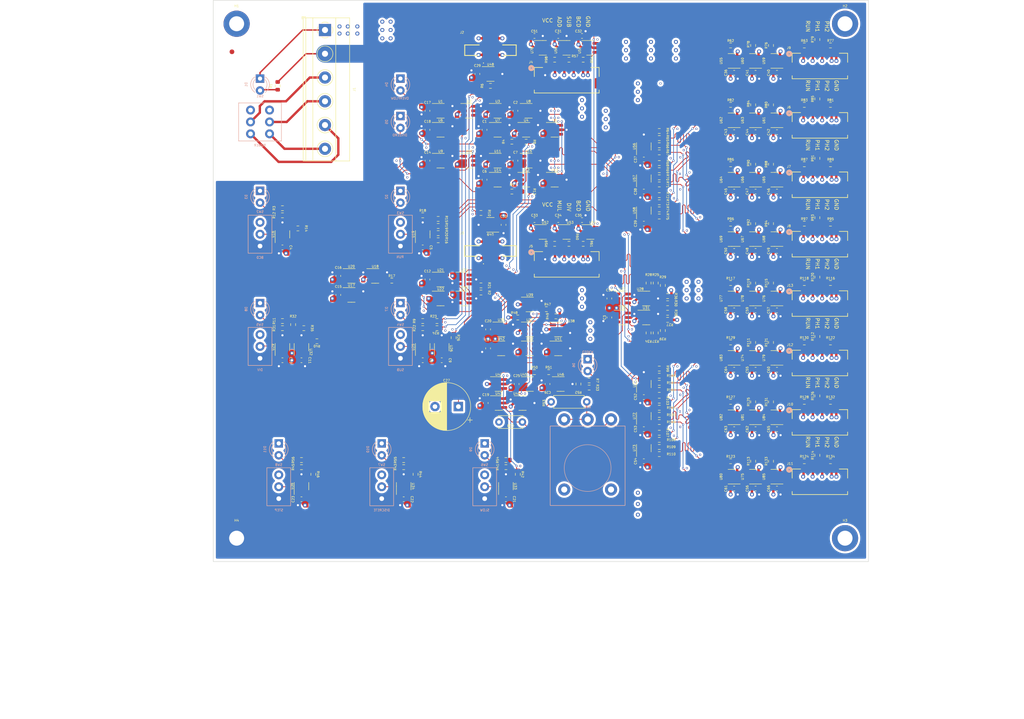
<source format=kicad_pcb>
(kicad_pcb (version 20221018) (generator pcbnew)
  (layers (0 "F.Cu" signal) (1 "In1.Cu" power "GND_2") (2 "In2.Cu" power "GND_3") (31 "B.Cu" signal) (34 "B.Paste" user) (35 "F.Paste" user) (36 "B.SilkS" user "B.Silkscreen") (37 "F.SilkS" user "F.Silkscreen") (38 "B.Mask" user) (39 "F.Mask" user) (44 "Edge.Cuts" user))
  (net 0 "")
  (net 1 "VCC")
  (net 2 "GND")
  (net 3 "Net-(D1-A)")
  (net 4 "Net-(D2-A)")
  (net 5 "Net-(D3-A)")
  (net 6 "Net-(D4-A)")
  (net 7 "Net-(D5-A)")
  (net 8 "Net-(D6-A)")
  (net 9 "Net-(D7-A)")
  (net 10 "Net-(D8-A)")
  (net 11 "Net-(D9-A)")
  (net 12 "Net-(D10-A)")
  (net 13 "Net-(J1-Pin_3)")
  (net 14 "Net-(J1-Pin_4)")
  (net 15 "Net-(J1-Pin_5)")
  (net 16 "Net-(J1-Pin_6)")
  (net 17 "/IN11/I")
  (net 18 "/IN12/I")
  (net 19 "/OUT0/O")
  (net 20 "/OUT1/O")
  (net 21 "/OUT2/O")
  (net 22 "/OUT3/O")
  (net 23 "/OUT4/O")
  (net 24 "/OUT5/O")
  (net 25 "/ClockDistributionA/ClockDistributionSingle1/O50_18/O")
  (net 26 "/EXEC")
  (net 27 "/OVERFLOW")
  (net 28 "/DIVZERO")
  (net 29 "/IN11/O")
  (net 30 "/BCD_LED")
  (net 31 "/OVERFLOW_LED")
  (net 32 "/BCD")
  (net 33 "Net-(SW2-B)")
  (net 34 "/IN12/O")
  (net 35 "Net-(SW3-B)")
  (net 36 "Net-(SW4-B)")
  (net 37 "Net-(SW5-B)")
  (net 38 "/Clock/SLOW")
  (net 39 "Net-(SW6-B)")
  (net 40 "/Clock/DISCRETE")
  (net 41 "Net-(SW7-B)")
  (net 42 "/Clock/STEP")
  (net 43 "Net-(SW8-B)")
  (net 44 "/DIVZERO_LED")
  (net 45 "/CLK_LED")
  (net 46 "/RUN_1")
  (net 47 "Net-(R15-Pad2)")
  (net 48 "/RUN_2")
  (net 51 "/C15")
  (net 52 "/CX15")
  (net 53 "/CONTINUE")
  (net 54 "Net-(U2-Pad3)")
  (net 55 "Net-(U4-Pad4)")
  (net 56 "Net-(U5-Pad4)")
  (net 57 "Net-(U10-Pad4)")
  (net 58 "/ADD")
  (net 59 "/MUL")
  (net 60 "/Clock/ENABLE")
  (net 61 "Net-(D11-A)")
  (net 62 "/ClockDistributionA/ClockDistributionSingle1/O50_17/O")
  (net 63 "/ClockDistributionA/ClockDistributionSingle1/O50_16/O")
  (net 64 "/ClockDistributionA/ClockDistributionSingle2/O50_18/O")
  (net 65 "/ClockDistributionA/ClockDistributionSingle2/O50_17/O")
  (net 66 "/ClockDistributionA/ClockDistributionSingle2/O50_16/O")
  (net 67 "/ClockDistributionA/ClockDistributionSingle3/O50_18/O")
  (net 68 "/ClockDistributionA/ClockDistributionSingle3/O50_17/O")
  (net 69 "/ClockDistributionA/ClockDistributionSingle3/O50_16/O")
  (net 70 "/CK")
  (net 71 "/SUB_LED")
  (net 72 "/EXEC_LED")
  (net 73 "/RUN_3")
  (net 74 "/Clock/CKS")
  (net 75 "/DIV_LED")
  (net 76 "Net-(C28-Pad1)")
  (net 77 "Net-(C27-Pad1)")
  (net 78 "Net-(R17-Pad2)")
  (net 79 "Net-(U1-Pad4)")
  (net 80 "Net-(R25-Pad2)")
  (net 81 "Net-(R26-Pad2)")
  (net 82 "Net-(R27-Pad1)")
  (net 83 "Net-(U2-Pad4)")
  (net 84 "Net-(U3-Pad3)")
  (net 85 "Net-(U3-Pad4)")
  (net 86 "Net-(U13-Pad4)")
  (net 87 "Net-(U10-Pad1)")
  (net 88 "Net-(U11-Pad3)")
  (net 89 "Net-(U11-Pad4)")
  (net 90 "Net-(U23-Pad4)")
  (net 91 "Net-(U12-Pad4)")
  (net 92 "Net-(U17-Pad4)")
  (net 93 "Net-(U18-Pad3)")
  (net 94 "Net-(U35-Pad4)")
  (net 95 "Net-(U37-Pad4)")
  (net 96 "Net-(U38-Pad4)")
  (net 97 "Net-(U40-Pad1)")
  (net 98 "Net-(U43-Pad4)")
  (net 100 "/ClockDistributionA/ClockDistributionSingle/O50_18/O")
  (net 101 "/ClockDistributionA/ClockDistributionSingle/O50_17/O")
  (net 102 "/ClockDistributionA/ClockDistributionSingle/O50_16/O")
  (net 103 "/RUN_4")
  (net 104 "/PH1_1")
  (net 105 "Net-(U21-Pad4)")
  (net 106 "Net-(U27-Pad4)")
  (net 107 "/PH1_2")
  (net 108 "/SUB_1")
  (net 109 "/SUB_2")
  (net 110 "/PH2_1")
  (net 111 "/PH2_2")
  (net 112 "Net-(R100-Pad2)")
  (net 113 "/ClockDistributionX/ClockDistributionSingle2/O50_18/O")
  (net 114 "/ClockDistributionX/ClockDistributionSingle2/O50_17/O")
  (net 115 "/ClockDistributionX/ClockDistributionSingle2/O50_16/O")
  (net 116 "/ClockDistributionX/ClockDistributionSingle3/O50_18/O")
  (net 117 "/ClockDistributionX/ClockDistributionSingle3/O50_17/O")
  (net 118 "/ClockDistributionX/ClockDistributionSingle3/O50_16/O")
  (net 119 "/ClockDistributionX/ClockDistributionSingle1/O50_18/O")
  (net 120 "/ClockDistributionX/ClockDistributionSingle1/O50_17/O")
  (net 121 "/ClockDistributionX/ClockDistributionSingle1/O50_16/O")
  (net 122 "/ClockDistributionX/ClockDistributionSingle/O50_18/O")
  (net 123 "/ClockDistributionX/ClockDistributionSingle/O50_17/O")
  (net 124 "/ClockDistributionX/ClockDistributionSingle/O50_16/O")
  (net 125 "Net-(R48-Pad1)")
  (net 126 "Net-(R58-Pad2)")
  (net 127 "/DIV_1")
  (net 128 "/DIV_2")
  (net 129 "Net-(R49-Pad1)")
  (net 130 "Net-(R51-Pad2)")
  (net 131 "Net-(R53-Pad1)")
  (net 132 "Net-(R53-Pad2)")
  (net 133 "Net-(R47-Pad2)")
  (net 134 "Net-(R60-Pad2)")
  (net 135 "Net-(R62-Pad1)")
  (net 136 "Net-(R62-Pad2)")
  (net 137 "Net-(R64-Pad2)")
  (net 138 "Net-(R68-Pad2)")
  (net 139 "Net-(R57-Pad2)")
  (net 140 "Net-(R72-Pad2)")
  (net 141 "Net-(R59-Pad2)")
  (net 142 "Net-(R61-Pad2)")
  (net 143 "Net-(R76-Pad1)")
  (net 144 "Net-(R76-Pad2)")
  (net 145 "Net-(R78-Pad1)")
  (net 146 "Net-(R78-Pad2)")
  (net 147 "Net-(R80-Pad1)")
  (net 148 "Net-(R80-Pad2)")
  (net 149 "Net-(R82-Pad1)")
  (net 150 "Net-(R82-Pad2)")
  (net 151 "Net-(R84-Pad1)")
  (net 152 "Net-(U30-Pad4)")
  (net 153 "Net-(R84-Pad2)")
  (net 154 "Net-(R86-Pad1)")
  (net 155 "Net-(R40-Pad2)")
  (net 156 "Net-(R86-Pad2)")
  (net 157 "Net-(R88-Pad1)")
  (net 158 "Net-(R88-Pad2)")
  (net 159 "Net-(R90-Pad1)")
  (net 160 "Net-(R90-Pad2)")
  (net 161 "/ClockDistributionA/RUN_1")
  (net 162 "Net-(R92-Pad1)")
  (net 163 "/ClockDistributionA/RUN_2")
  (net 164 "/ClockDistributionA/RUN_3")
  (net 165 "/ClockDistributionA/RUN_4")
  (net 166 "/ClockDistributionA/PH1_1")
  (net 167 "Net-(R50-Pad2)")
  (net 168 "/ClockDistributionA/PH1_2")
  (net 169 "/ClockDistributionA/PH1_3")
  (net 170 "/ClockDistributionA/PH1_4")
  (net 171 "/ClockDistributionA/PH2_1")
  (net 172 "/ClockDistributionA/PH2_2")
  (net 173 "/ClockDistributionA/PH2_3")
  (net 174 "/ClockDistributionA/PH2_4")
  (net 175 "Net-(R92-Pad2)")
  (net 176 "Net-(R94-Pad1)")
  (net 177 "Net-(R94-Pad2)")
  (net 178 "Net-(R96-Pad2)")
  (net 179 "Net-(R96-Pad1)")
  (net 180 "Net-(R98-Pad2)")
  (net 181 "/ClockDistributionX/RUN_1")
  (net 182 "Net-(R103-Pad2)")
  (net 183 "/ClockDistributionX/RUN_2")
  (net 184 "/ClockDistributionX/RUN_3")
  (net 185 "/ClockDistributionX/RUN_4")
  (net 186 "/ClockDistributionX/PH1_1")
  (net 187 "Net-(R107-Pad2)")
  (net 188 "/ClockDistributionX/PH1_2")
  (net 189 "/ClockDistributionX/PH1_3")
  (net 190 "/ClockDistributionX/PH1_4")
  (net 191 "/ClockDistributionX/PH2_1")
  (net 192 "/ClockDistributionX/PH2_2")
  (net 193 "/ClockDistributionX/PH2_3")
  (net 194 "/ClockDistributionX/PH2_4")
  (net 195 "Net-(R111-Pad1)")
  (net 196 "Net-(R111-Pad2)")
  (net 197 "Net-(R113-Pad1)")
  (net 198 "Net-(R113-Pad2)")
  (net 199 "Net-(R115-Pad1)")
  (net 200 "Net-(R115-Pad2)")
  (net 201 "/PH1_3")
  (net 202 "/PH1_4")
  (net 203 "/PH2_3")
  (net 204 "/PH2_4")
  (net 205 "Net-(R117-Pad1)")
  (net 206 "Net-(R117-Pad2)")
  (net 207 "Net-(R119-Pad1)")
  (net 208 "Net-(R119-Pad2)")
  (net 209 "Net-(R121-Pad1)")
  (net 210 "Net-(R121-Pad2)")
  (net 211 "Net-(R123-Pad1)")
  (net 212 "Net-(R123-Pad2)")
  (net 213 "Net-(R125-Pad1)")
  (net 214 "Net-(R125-Pad2)")
  (net 215 "Net-(R127-Pad1)")
  (net 216 "Net-(R127-Pad2)")
  (net 217 "Net-(R129-Pad1)")
  (net 218 "Net-(R129-Pad2)")
  (net 219 "Net-(R131-Pad1)")
  (net 220 "Net-(R131-Pad2)")
  (net 221 "Net-(R133-Pad1)")
  (net 222 "Net-(R133-Pad2)")
  (net 223 "/Clock/SLOW_LED")
  (net 224 "/Clock/DISCRETE_LED")
  (net 225 "/Clock/STEP_LED")
  (net 226 "Net-(U22-Pad4)")
  (footprint "Capacitor_SMD:C_0603_1608Metric" (layer "F.Cu") (at 259.08 129.286 180)
    (fp_text reference "C59")
    (fp_text value "10n")
  )
  (footprint "Capacitor_SMD:C_0603_1608Metric" (layer "F.Cu") (at 263.652 103.886 180)
    (fp_text reference "C46")
    (fp_text value "10n")
  )
  (footprint "Capacitor_SMD:C_0603_1608Metric" (layer "F.Cu") (at 188.976 86.614 90)
    (fp_text reference "C17")
    (fp_text value "10n")
  )
  (footprint "Resistor_SMD:R_0603_1608Metric" (layer "F.Cu") (at 214.376 129.032 180)
    (fp_text reference "R47")
    (fp_text value "36R")
  )
  (footprint "Resistor_SMD:R_0603_1608Metric" (layer "F.Cu") (at 238.506 148.59 180)
    (fp_text reference "R103")
    (fp_text value "36R")
  )
  (footprint "Resistor_SMD:R_0603_1608Metric" (layer "F.Cu") (at 183.896 161.29)
    (fp_text reference "R55")
    (fp_text value "5K")
  )
  (footprint "MountingHole:MountingHole_3.2mm_M3_DIN965_Pad" (layer "F.Cu") (at 278.2 178)
    (fp_text reference "H3")
    (fp_text value "MountingHole")
  )
  (footprint "Fiducial:Fiducial_1mm_Mask2mm" (layer "F.Cu") (at 279.2 83.286)
    (fp_text reference "FID2" hide)
    (fp_text value "Fiducial")
  )
  (footprint "Resistor_SMD:R_0603_1608Metric" (layer "F.Cu") (at 237.744 134.112 90)
    (fp_text reference "R37")
    (fp_text value "36R")
  )
  (footprint "Package_TO_SOT_SMD:SOT-23-6" (layer "F.Cu") (at 235.712 130.81)
    (fp_text reference "U31")
    (fp_text value "1G3157" hide)
  )
  (footprint "Package_TO_SOT_SMD:SOT-23-6" (layer "F.Cu") (at 217.424 145.034)
    (fp_text reference "U46")
    (fp_text value "1G3157" hide)
  )
  (footprint "Resistor_SMD:R_0603_1608Metric" (layer "F.Cu") (at 162.052 162.814 180)
    (fp_text reference "R45")
    (fp_text value "1k5")
  )
  (footprint "Resistor_SMD:R_0603_1608Metric" (layer "F.Cu") (at 210.058 93.218 180)
    (fp_text reference "R8")
    (fp_text value "36R")
  )
  (footprint "Capacitor_SMD:C_0603_1608Metric" (layer "F.Cu") (at 235.204 154.686)
    (fp_text reference "C53")
    (fp_text value "10n")
  )
  (footprint "Package_TO_SOT_SMD:SOT-23-6" (layer "F.Cu") (at 210.82 145.034)
    (fp_text reference "U45")
    (fp_text value "1G3157" hide)
  )
  (footprint "Resistor_SMD:R_0603_1608Metric" (layer "F.Cu") (at 275.082 72.644)
    (fp_text reference "R77")
    (fp_text value "36R")
  )
  (footprint "Resistor_SMD:R_0603_1608Metric" (layer "F.Cu") (at 253.746 110.744 180)
    (fp_text reference "R96")
    (fp_text value "36R")
  )
  (footprint "Resistor_SMD:R_0603_1608Metric" (layer "F.Cu") (at 269.494 110.744 180)
    (fp_text reference "R97")
    (fp_text value "36R")
  )
  (footprint "Resistor_SMD:R_0603_1608Metric" (layer "F.Cu") (at 272.288 134.874 90)
    (fp_text reference "R112")
    (fp_text value "36R")
  )
  (footprint "Resistor_SMD:R_0603_1608Metric" (layer "F.Cu") (at 191.262 112.776 180)
    (fp_text reference "R20")
    (fp_text value "36R")
  )
  (footprint "Package_TO_SOT_SMD:SOT-23-6" (layer "F.Cu") (at 235.204 107.95 90)
    (fp_text reference "U58")
    (fp_text value "1G3157" hide)
  )
  (footprint "Resistor_SMD:R_0603_1608Metric" (layer "F.Cu") (at 219.202 115.062)
    (fp_text reference "R60")
    (fp_text value "100R")
  )
  (footprint "Capacitor_SMD:C_0603_1608Metric" (layer "F.Cu") (at 157.988 115.824)
    (fp_text reference "C4")
    (fp_text value "10n")
  )
  (footprint "Package_TO_SOT_SMD:SOT-23-6" (layer "F.Cu") (at 263.144 126.746 180)
    (fp_text reference "U76")
    (fp_text value "1G3157" hide)
  )
  (footprint "TerminalBlock_Phoenix:TerminalBlock_Phoenix_MKDS-1,5-6-5.08_1x06_P5.08mm_Horizontal" (layer "F.Cu") (at 167.081 69.342 -90)
    (fp_text reference "J1")
    (fp_text value "Conn_01x06_Socket")
  )
  (footprint "MevaLlibreriaFootprint:CONN_XF3M1-0815-1B_OMR" (layer "F.Cu") (at 276.329401 150.633)
    (fp_text reference "J10")
    (fp_text value "XF3M1-0815-1B")
  )
  (footprint "Capacitor_SMD:C_0603_1608Metric" (layer "F.Cu") (at 254.508 103.886 180)
    (fp_text reference "C45")
    (fp_text value "10n")
  )
  (footprint "Resistor_SMD:R_0603_1608Metric" (layer "F.Cu") (at 253.746 136.144 180)
    (fp_text reference "R129")
    (fp_text value "36R")
  )
  (footprint "MevaLlibreriaFootprint:CONN_XF3M1-0815-1B_OMR" (layer "F.Cu") (at 276.329401 125.233)
    (fp_text reference "J13")
    (fp_text value "XF3M1-0815-1B")
  )
  (footprint "Resistor_SMD:R_0603_1608Metric" (layer "F.Cu") (at 187.96 108.966 180)
    (fp_text reference "R18")
    (fp_text value "1k5")
  )
  (footprint "Resistor_SMD:R_0603_1608Metric" (layer "F.Cu") (at 194.564 135.128 -90)
    (fp_text reference "R26")
    (fp_text value "36R")
  )
  (footprint "Resistor_SMD:R_0603_1608Metric" (layer "F.Cu") (at 269.494 72.644 180)
    (fp_text reference "R63")
    (fp_text value "36R")
  )
  (footprint "Capacitor_SMD:C_0603_1608Metric" (layer "F.Cu") (at 205.232 110.998 90)
    (fp_text reference "C30")
    (fp_text value "10n")
  )
  (footprint "Capacitor_SMD:C_0603_1608Metric" (layer "F.Cu") (at 259.08 116.586 180)
    (fp_text reference "C48")
    (fp_text value "10n")
  )
  (footprint "Capacitor_SMD:C_0603_1608Metric" (layer "F.Cu") (at 254.508 141.986 180)
    (fp_text reference "C64")
    (fp_text value "10n")
  )
  (footprint "Resistor_SMD:R_0603_1608Metric" (layer "F.Cu") (at 238.506 156.972 180)
    (fp_text reference "R108")
    (fp_text value "36R")
  )
  (footprint "Resistor_SMD:R_0603_1608Metric" (layer "F.Cu") (at 258.572 123.444 -90)
    (fp_text reference "R119")
    (fp_text value "36R")
  )
  (footprint "Package_TO_SOT_SMD:SOT-23-6" (layer "F.Cu") (at 230.632 130.81)
    (fp_text reference "U30")
    (fp_text value "1G3157" hide)
  )
  (footprint "Package_TO_SOT_SMD:SOT-23-6" (layer "F.Cu") (at 263.144 164.846 180)
    (fp_text reference "U85")
    (fp_text value "1G3157" hide)
  )
  (footprint "Resistor_SMD:R_0603_1608Metric" (layer "F.Cu") (at 238.506 92.456 180)
    (fp_text reference "R65")
    (fp_text value "36R")
  )
  (footprint "Capacitor_SMD:C_0603_1608Metric" (layer "F.Cu") (at 221.996 109.982 180)
    (fp_text reference "C35")
    (fp_text value "10n")
  )
  (footprint "MevaLlibreriaFootprint:FFC3A2004G_meu" (layer "F.Cu") (at 202.438 116.586)
    (fp_text reference "J3")
    (fp_text value "FFC3A20-04-G_meu" hide)
  )
  (footprint "Capacitor_SMD:C_0603_1608Metric" (layer "F.Cu") (at 169.926 121.92 -90)
    (fp_text reference "C16")
    (fp_text value "10n")
  )
  (footprint "Resistor_SMD:R_0603_1608Metric" (layer "F.Cu") (at 183.896 162.814 180)
    (fp_text reference "R43")
    (fp_text value "1k5")
  )
  (footprint "Capacitor_SMD:C_0603_1608Metric" (layer "F.Cu") (at 201.422 149.098 -90)
    (fp_text reference "C19")
    (fp_text value "10n")
  )
  (footprint "Package_TO_SOT_SMD:SOT-23-6" (layer "F.Cu") (at 210.058 101.346)
    (fp_text reference "U12")
    (fp_text value "1G3157" hide)
  )
  (footprint "Resistor_SMD:R_0603_1608Metric" (layer "F.Cu") (at 253.746 123.444 180)
    (fp_text reference "R117")
    (fp_text value "36R")
  )
  (footprint "Resistor_SMD:R_0603_1608Metric" (layer "F.Cu") (at 238.506 102.362 180)
    (fp_text reference "R71")
    (fp_text value "36R")
  )
  (footprint "MevaLlibreriaFootprint:CONN_XF3M1-0815-1B_OMR" (layer "F.Cu") (at 276.329401 112.533)
    (fp_text reference "J8")
    (fp_text value "XF3M1-0815-1B")
  )
  (footprint "Fiducial:Fiducial_1mm_Mask2mm" (layer "F.Cu") (at 147.2 172)
    (fp_text reference "FID4" hide)
    (fp_text value "Fiducial")
  )
  (footprint "Capacitor_SMD:C_0603_1608Metric" (layer "F.Cu") (at 235.204 147.828)
    (fp_text reference "C52")
    (fp_text value "10n")
  )
  (footprint "Package_TO_SOT_SMD:SOT-23-6" (layer "F.Cu") (at 205.74 166.878 90)
    (fp_text reference "U33")
    (fp_text value "1G3157" hide)
  )
  (footprint "Resistor_SMD:R_0603_1608Metric" (layer "F.Cu") (at 238.506 107.696 180)
    (fp_text reference "R74")
    (fp_text value "36R")
  )
  (footprint "Capacitor_SMD:C_0603_1608Metric" (layer "F.Cu") (at 187.96 115.824)
    (fp_text reference "C5")
    (fp_text value "10n")
  )
  (footprint "Package_TO_SOT_SMD:SOT-23-6" (layer "F.Cu") (at 216.916 133.35)
    (fp_text reference "U38")
    (fp_text value "1G3157" hide)
  )
  (footprint "Package_TO_SOT_SMD:SOT-23-6" (layer "F.Cu") (at 254 139.446 180)
    (fp_text reference "U83")
    (fp_text value "1G3157" hide)
  )
  (footprint "MevaLlibreriaFootprint:CONN_XF3M1-0815-1B_OMR" (layer "F.Cu") (at 276.329401 74.433)
    (fp_text reference "J9")
    (fp_text value "XF3M1-0815-1B")
  )
  (footprint "Capacitor_SMD:C_0603_1608Metric" (layer "F.Cu") (at 235.204 161.544)
    (fp_text reference "C54")
    (fp_text value "10n")
  )
  (footprint "Package_TO_SOT_SMD:SOT-23-6" (layer "F.Cu") (at 162.052 137.16 90)
    (fp_text reference "U32")
    (fp_text value "1G3157" hide)
  )
  (footprint "Package_TO_SOT_SMD:SOT-23-6" (layer "F.Cu") (at 254 152.146 180)
    (fp_text reference "U82")
    (fp_text value "1G3157" hide)
  )
  (footprint "Resistor_SMD:R_0603_1608Metric" (layer "F.Cu") (at 205.74 161.29)
    (fp_text reference "R54")
    (fp_text value "5K")
  )
  (footprint "Resistor_SMD:R_0603_1608Metric" (layer "F.Cu") (at 211.836 142.494)
    (fp_text reference "R50")
    (fp_text value "5k")
  )
  (footprint "Capacitor_SMD:C_0603_1608Metric" (layer "F.Cu") (at 216.916 109.982 180)
    (fp_text reference "C34")
    (fp_text value "10n")
  )
  (footprint "Package_TO_SOT_SMD:SOT-23-6" (layer "F.Cu") (at 216.154 90.678)
    (fp_text reference "U5")
    (fp_text value "1G3157" hide)
  )
  (footprint "Package_TO_SOT_SMD:SOT-23-6" (layer "F.Cu") (at 191.77 90.678)
    (fp_text reference "U6")
    (fp_text value "1G3157" hide)
  )
  (footprint "Package_TO_SOT_SMD:SOT-23-6" (layer "F.Cu") (at 263.144 75.946 180)
    (fp_text reference "U59")
    (fp_text value "1G3157" hide)
  )
  (footprint "Resistor_SMD:R_0603_1608Metric" (layer "F.Cu") (at 240.284 131.318)
    (fp_text reference "R27")
    (fp_text value "1k5")
  )
  (footprint "Package_TO_SOT_SMD:SOT-23-6" (layer "F.Cu") (at 263.144 88.646 180)
    (fp_text reference "U61")
    (fp_text value "1G3157" hide)
  )
  (footprint "Resistor_SMD:R_0603_1608Metric" (layer "F.Cu") (at 275.082 98.044)
    (fp_text reference "R89")
    (fp_text value "36R")
  )
  (footprint "Resistor_SMD:R_0603_1608Metric" (layer "F.Cu") (at 238.506 100.838 180)
    (fp_text reference "R70")
    (fp_text value "36R")
  )
  (footprint "MevaLlibreriaFootprint:FFC3A2004G_meu" (layer "F.Cu") (at 202.438 73.66)
    (fp_text reference "J2")
    (fp_text value "FFC3A20-04-G_meu" hide)
  )
  (footprint "Resistor_SMD:R_0603_1608Metric" (layer "F.Cu") (at 238.506 160.02 180)
    (fp_text reference "R110")
    (fp_text value "36R")
  )
  (footprint "Resistor_SMD:R_0603_1608Metric" (layer "F.Cu") (at 208.28 130.81 180)
    (fp_text reference "R48")
    (fp_text value "10K")
  )
  (footprint "Capacitor_SMD:C_0603_1608Metric" (layer "F.Cu") (at 207.772 97.282 -90)
    (fp_text reference "C7")
    (fp_text value "10n")
  )
  (footprint "Capacitor_SMD:C_0603_1608Metric" (layer "F.Cu") (at 208.026 145.034 -90)
    (fp_text reference "C25")
    (fp_text value "10n")
  )
  (footprint "Resistor_SMD:R_0603_1608Metric" (layer "F.Cu") (at 223.52 144.272 180)
    (fp_text reference "R7")
    (fp_text value "5K")
  )
  (footprint "Package_TO_SOT_SMD:SOT-23-6" (layer "F.Cu") (at 235.204 158.75 90)
    (fp_text reference "U73")
    (fp_text value "1G3157" hide)
  )
  (footprint "Resistor_SMD:R_0603_1608Metric" (layer "F.Cu") (at 238.506 150.114 180)
    (fp_text reference "R104")
    (fp_text value "36R")
  )
  (footprint "Package_TO_SOT_SMD:SOT-23-6" (layer "F.Cu") (at 254 164.846 180)
    (fp_text reference "U80")
    (fp_text value "1G3157" hide)
  )
  (footprint "Capacitor_SMD:C_0603_1608Metric" (layer "F.Cu") (at 263.652 129.286 180)
    (fp_text reference "C57")
    (fp_text value "10n")
  )
  (footprint "Resistor_SMD:R_0603_1608Metric" (layer "F.Cu") (at 202.438 81.28)
    (fp_text reference "R6")
    (fp_text value "36R")
  )
  (footprint "Resistor_SMD:R_0603_1608Metric" (layer "F.Cu") (at 187.96 133.096 180)
    (fp_text reference "R22")
    (fp_text value "1k5")
  )
  (footprint "Package_TO_SOT_SMD:SOT-23-6" (layer "F.Cu") (at 204.216 145.034)
    (fp_text reference "U47")
    (fp_text value "1G3157" hide)
  )
  (footprint "Package_TO_SOT_SMD:SOT-23-6" (layer "F.Cu") (at 258.572 88.646 180)
    (fp_text reference "U63")
    (fp_text value "1G3157" hide)
  )
  (footprint "Package_TO_SOT_SMD:SOT-23-6" (layer "F.Cu") (at 197.866 97.282)
    (fp_text reference "U10")
    (fp_text value "1G3157" hide)
  )
  (footprint "Resistor_SMD:R_0603_1608Metric" (layer "F.Cu") (at 262.382 136.144 -90)
    (fp_text reference "R121")
    (fp_text value "36R")
  )
  (footprint "Resistor_SMD:R_0603_1608Metric" (layer "F.Cu") (at 191.262 109.728 180)
    (fp_text reference "R15")
    (fp_text value "36R")
  )
  (footprint "Capacitor_SMD:C_0603_1608Metric" (layer "F.Cu") (at 254.508 78.486 180)
    (fp_text reference "C36")
    (fp_text value "10n")
  )
  (footprint "Package_TO_SOT_SMD:SOT-23-6" (layer "F.Cu") (at 218.694 112.522)
    (fp_text reference "U53")
    (fp_text value "1G3157" hide)
  )
  (footprint "Resistor_SMD:R_0603_1608Metric" (layer "F.Cu") (at 258.572 161.544 -90)
    (fp_text reference "R113")
    (fp_text value "36R")
  )
  (footprint "Resistor_SMD:R_0603_1608Metric" (layer "F.Cu") (at 238.506 144.78 180)
    (fp_text reference "R101")
    (fp_text value "36R")
  )
  (footprint "Capacitor_SMD:C_0603_1608Metric" (layer "F.Cu") (at 259.08 103.886 180)
    (fp_text reference "C47")
    (fp_text value "10n")
  )
  (footprint "Package_TO_SOT_SMD:SOT-23-6" (layer "F.Cu") (at 258.572 101.346 180)
    (fp_text reference "U66")
    (fp_text value "1G3157" hide)
  )
  (footprint "Resistor_SMD:R_0603_1608Metric" (layer "F.Cu") (at 238.506 143.256 180)
    (fp_text reference "R100")
    (fp_text value "36R")
  )
  (footprint "Resistor_SMD:R_0603_1608Metric" (layer "F.Cu") (at 253.746 148.844 180)
    (fp_text reference "R127")
    (fp_text value "36R")
  )
  (footprint "Capacitor_SMD:C_0603_1608Metric" (layer "F.Cu") (at 192.024 139.954 180)
    (fp_text reference "C9")
    (fp_text value "10n")
  )
  (footprint "Resistor_SMD:R_0603_1608Metric" (layer "F.Cu") (at 262.382 148.844 -90)
    (fp_text reference "R131")
    (fp_text value "36R")
  )
  (footprint "Resistor_SMD:R_0603_1608Metric" (layer "F.Cu") (at 258.572 148.844 -90)
    (fp_text reference "R125")
    (fp_text value "36R")
  )
  (footprint "Capacitor_SMD:C_0603_1608Metric" (layer "F.Cu") (at 221.996 70.612 180)
    (fp_text reference "C32")
    (fp_text value "10n")
  )
  (footprint "Capacitor_SMD:C_0603_1608Metric" (layer "F.Cu") (at 201.168 101.346 -90)
    (fp_text reference "C6")
    (fp_text value "10n")
  )
  (footprint "Resistor_SMD:R_0603_1608Metric" (layer "F.Cu") (at 200.406 108.458)
    (fp_text reference "R10")
    (fp_text value "36R")
  )
  (footprint "Capacitor_SMD:C_0603_1608Metric" (layer "F.Cu") (at 211.836 109.982 180)
    (fp_text reference "C33")
    (fp_text value "10n")
  )
  (footprint "Package_TO_SOT_SMD:SOT-23-6" (layer "F.Cu") (at 210.058 90.678)
    (fp_text reference "U4")
    (fp_text value "1G3157" hide)
  )
  (footprint "Capacitor_SMD:C_0603_1608Metric" (layer "F.Cu") (at 254.508 116.586 180)
    (fp_text reference "C50")
    (fp_text value "10n")
  )
  (footprint "Resistor_SMD:R_0603_1608Metric" (layer "F.Cu") (at 238.506 99.314 180)
    (fp_text reference "R69")
    (fp_text value "36R")
  )
  (footprint "Resistor_SMD:R_0603_1608Metric" (layer "F.Cu") (at 191.262 114.3 180)
    (fp_text reference "R16")
    (fp_text value "36R")
  )
  (footprint "Package_TO_SOT_SMD:SOT-23-6" (layer "F.Cu") (at 203.962 101.346)
    (fp_text reference "U14")
    (fp_text value "1G3157" hide)
  )
  (footprint "Package_TO_SOT_SMD:SOT-23-6" (layer "F.Cu") (at 172.72 125.984)
    (fp_text reference "U17")
    (fp_text value "1G3157" hide)
  )
  (footprint "Resistor_SMD:R_0603_1608Metric" (layer "F.Cu") (at 258.572 136.144 -90)
    (fp_text reference "R111")
    (fp_text value "36R")
  )
  (footprint "MevaLlibreriaFootprint:CONN_XF3M1-1015-1B_OMR" (layer "F.Cu") (at 218.7274 77.481)
    (fp_text reference "J4")
    (fp_text value "XF3M1-1015-1B")
  )
  (footprint "MountingHole:MountingHole_3.2mm_M3_DIN965_Pad" (layer "F.Cu") (at 148.2 178)
    (fp_text reference "H4")
    (fp_text value "MountingHole")
  )
  (footprint "Package_TO_SOT_SMD:SOT-23-6" (layer "F.Cu") (at 223.774 73.152)
    (fp_text reference "U51")
    (fp_text value "1G3157" hide)
  )
  (footprint "Resistor_SMD:R_0603_1608Metric" (layer "F.Cu") (at 216.408 130.556)
    (fp_text reference "R49")
    (fp_text value "10K")
  )
  (footprint "Package_TO_SOT_SMD:SOT-23-6" (layer "F.Cu") (at 213.614 73.152)
    (fp_text reference "U70")
    (fp_text value "1G3157" hide)
  )
  (footprint "Package_TO_SOT_SMD:SOT-23-6" (layer "F.Cu") (at 254 88.646 180)
    (fp_text reference "U62")
    (fp_text value "1G3157" hide)
  )
  (footprint "Resistor_SMD:R_0603_1608Metric" (layer "F.Cu") (at 238.506 95.504 180)
    (fp_text reference "R67")
    (fp_text value "36R")
  )
  (footprint "Package_TO_SOT_SMD:SOT-23-6" (layer "F.Cu") (at 210.566 97.282)
    (fp_text reference "U15")
    (fp_text value "1G3157" hide)
  )
  (footprint "Package_TO_SOT_SMD:SOT-23-6" (layer "F.Cu") (at 210.566 86.614)
    (fp_text reference "U8")
    (fp_text value "1G3157" hide)
  )
  (footprint "Resistor_SMD:R_0603_1608Metric" (layer "F.Cu") (at 269.494 161.544 180)
    (fp_text reference "R124")
    (fp_text value "36R")
  )
  (footprint "Resistor_SMD:R_0603_1608Metric" (layer "F.Cu") (at 262.382 98.044 -90)
    (fp_text reference "R88")
    (fp_text value "36R")
  )
  (footprint "Resistor_SMD:R_0603_1608Metric" (layer "F.Cu") (at 238.506 106.172 180)
    (fp_text reference "R73")
    (fp_text value "36R")
  )
  (footprint "Package_TO_SOT_SMD:SOT-23-6" (layer "F.Cu") (at 216.154 101.346)
    (fp_text reference "U13")
    (fp_text value "1G3157" hide)
  )
  (footprint "Package_TO_SOT_SMD:SOT-23-6" (layer "F.Cu") (at 162.052 166.878 90)
    (fp_text reference "U36")
    (fp_text value "1G3157" hide)
  )
  (footprint "Capacitor_SMD:C_0603_1608Metric" (layer "F.Cu") (at 188.976 97.282 -90)
    (fp_text reference "C14")
    (fp_text value "10n")
  )
  (footprint "Resistor_SMD:R_0603_1608Metric" (layer "F.Cu") (at 258.572 85.344 -90)
    (fp_text reference "R84")
    (fp_text value "36R")
  )
  (footprint "Package_TO_SOT_SMD:SOT-23-6" (layer "F.Cu") (at 196.85 126.746)
    (fp_text reference "U23")
    (fp_text value "1G3157" hide)
  )
  (footprint "Package_TO_SOT_SMD:SOT-23-6" (layer "F.Cu") (at 218.694 73.152)
    (fp_text reference "U50")
    (fp_text value "1G3157" hide)
  )
  (footprint "Package_TO_SOT_SMD:SOT-23-6" (layer "F.Cu") (at 183.896 166.878 90)
    (fp_text reference "U34")
    (fp_text value "1G3157" hide)
  )
  (footprint "Resistor_SMD:R_0603_1608Metric" (layer "F.Cu") (at 272.288 71.374 90)
    (fp_text reference "R79")
    (fp_text value "36R")
  )
  (footprint "MevaLlibreriaFootprint:CONN_XF3M1-0815-1B_OMR" (layer "F.Cu") (at 276.329401 137.933)
    (fp_text reference "J12")
    (fp_text value "XF3M1-0815-1B")
  )
  (footprint "Package_TO_SOT_SMD:SOT-23-6" (layer "F.Cu") (at 191.77 86.614)
    (fp_text reference "U1")
    (fp_text value "1G3157" hide)
  )
  (footprint "Package_TO_SOT_SMD:SOT-23-6" (layer "F.Cu") (at 258.572 164.846 180)
    (fp_text reference "U75")
    (fp_text value "1G3157" hide)
  )
  (footprint "Resistor_SMD:R_0603_1608Metric" (layer "F.Cu") (at 272.288 160.274 90)
    (fp_text reference "R114")
    (fp_text value "36R")
  )
  (footprint "Resistor_SMD:R_0603_1608Metric" (layer "F.Cu") (at 200.406 125.476 180)
    (fp_text reference "R2")
    (fp_text value "5K")
  )
  (footprint "Resistor_SMD:R_0603_1608Metric" (layer "F.Cu") (at 262.382 72.644 -90)
    (fp_text reference "R76")
    (fp_text value "36R")
  )
  (footprint "Capacitor_SMD:C_0603_1608Metric" (layer "F.Cu") (at 259.08 154.686 180)
    (fp_text reference "C62")
    (fp_text value "10n")
  )
  (footprint "Capacitor_SMD:C_0603_1608Metric" (layer "F.Cu") (at 263.652 154.686 180)
    (fp_text reference "C65")
    (fp_text value "10n")
  )
  (footprint "Fiducial:Fiducial_1mm_Mask2mm" (layer "F.Cu") (at 279.2 159)
    (fp_text reference "FID3" hide)
    (fp_text value "Fiducial")
  )
  (footprint "Capacitor_SMD:C_0603_1608Metric" (layer "F.Cu") (at 259.08 167.386 180)
    (fp_text reference "C56")
    (fp_text value "10n")
  )
  (footprint "Resistor_SMD:R_0603_1608Metric" (layer "F.Cu") (at 156.972 81.28 90)
    (fp_text reference "R1")
    (fp_text value "5K")
  )
  (footprint "Package_TO_SOT_SMD:SOT-23-6" (layer "F.Cu") (at 191.77 126.746)
    (fp_text reference "U22")
    (fp_text value "1G3157" hide)
  )
  (footprint "Package_TO_SOT_SMD:SOT-23-6" (layer "F.Cu") (at 254 101.346 180)
    (fp_text reference "U64")
    (fp_text value "1G3157" hide)
  )
  (footprint "Resistor_SMD:R_0603_1608Metric" (layer "F.Cu") (at 187.96 131.572)
    (fp_text reference "R9")
    (fp_text value "5K")
  )
  (footprint "Package_TO_SOT_SMD:SOT-23-6" (layer "F.Cu") (at 192.024 137.16 90)
    (fp_text reference "U26")
    (fp_text value "1G3157" hide)
  )
  (footprint "Capacitor_SMD:C_0603_1608Metric" (layer "F.Cu") (at 263.652 91.186 180)
    (fp_text reference "C42")
    (fp_text value "10n")
  )
  (footprint "Resistor_SMD:R_0603_1608Metric" (layer "F.Cu") (at 238.506 158.496 180)
    (fp_text reference "R109")
    (fp_text value "36R")
  )
  (footprint "Resistor_SMD:R_0603_1608Metric" (layer "F.Cu") (at 191.008 133.096 180)
    (fp_text reference "R24")
    (fp_text value "36R")
  )
  (footprint "Package_TO_SOT_SMD:SOT-23-6" (layer "F.Cu") (at 223.774 112.522)
    (fp_text reference "U54")
    (fp_text value "1G3157" hide)
  )
  (footprint "Resistor_SMD:R_0603_1608Metric" (layer "F.Cu") (at 238.506 151.638 180)
    (fp_text reference "R105")
    (fp_text value "36R")
  )
  (footprint "Package_TO_SOT_SMD:SOT-23-6" (layer "F.Cu") (at 204.724 133.35)
    (fp_text reference "U35")
    (fp_text value "1G3157" hide)
  )
  (footprint "Package_TO_SOT_SMD:SOT-23-6" (layer "F.Cu") (at 202.438 110.998 180)
    (fp_text reference "U49")
    (fp_text value "1G3157" hide)
  )
  (footprint "Resistor_SMD:R_0603_1608Metric" (layer "F.Cu") (at 207.01 93.218)
    (fp_text reference "R4")
    (fp_text value "5K")
  )
  (footprint "Resistor_SMD:R_0603_1608Metric" (layer "F.Cu") (at 157.988 107.442)
    (fp_text reference "R3")
    (fp_text value "5K")
  )
  (footprint "Package_TO_SOT_SMD:SOT-23-6" (layer "F.Cu") (at 210.82 133.35)
    (fp_text reference "U37")
    (fp_text value "1G3157" hide)
  )
  (footprint "Package_TO_SOT_SMD:SOT-23-6" (layer "F.Cu") (at 235.204 145.034 90)
    (fp_text reference "U71")
    (fp_text value "1G3157" hide)
  )
  (footprint "Package_TO_SOT_SMD:SOT-23-6" (layer "F.Cu") (at 263.144 139.446 180)
    (fp_text reference "U79")
    (fp_text value "1G3157" hide)
  )
  (footprint "Package_TO_SOT_SMD:SOT-23-6" (layer "F.Cu") (at 191.77 97.282)
    (fp_text reference "U9")
    (fp_text value "1G3157" hide)
  )
  (footprint "Resistor_SMD:R_0603_1608Metric" (layer "F.Cu") (at 205.74 162.814 180)
    (fp_text reference "R41")
    (fp_text value "1k5")
  )
  (footprint "Resistor_SMD:R_0603_1608Metric" (layer "F.Cu") (at 219.202 75.692)
    (fp_text reference "R57")
    (fp_text value "100R")
  )
  (footprint "Resistor_SMD:R_0603_1608Metric" (layer "F.Cu") (at 208.28 164.338 -90)
    (fp_text reference "R42")
    (fp_text value "36R")
  )
  (footprint "Capacitor_SMD:C_0603_1608Metric" (layer "F.Cu") (at 263.652 78.486 180)
    (fp_text reference "C40")
    (fp_text value "10n")
  )
  (footprint "Resistor_SMD:R_0603_1608Metric" (layer "F.Cu") (at 253.746 98.044 180)
    (fp_text reference "R86")
    (fp_text value "36R")
  )
  (footprint "Capacitor_SMD:C_0603_1608Metric" (layer "F.Cu") (at 259.08 91.186 180)
    (fp_text reference "C44")
    (fp_text value "10n")
  )
  (footprint "Package_TO_SOT_SMD:SOT-23-6" (layer "F.Cu") (at 258.572 139.446 180)
    (fp_text reference "U74")
    (fp_text value "1G3157" hide)
  )
  (footprint "Package_TO_SOT_SMD:SOT-23-6" (layer "F.Cu") (at 204.216 149.098)
    (fp_text reference "U43")
    (fp_text value "1G3157" hide)
  )
  (footprint "Resistor_SMD:R_0603_1608Metric" (layer "F.Cu") (at 262.382 85.344 -90)
    (fp_text reference "R80")
    (fp_text value "36R")
  )
  (footprint "Resistor_SMD:R_0603_1608Metric" (layer "F.Cu") (at 221.234 145.034 90)
    (fp_text reference "R52")
    (fp_text value "36R")
  )
  (footprint "Resistor_SMD:R_0603_1608Metric" (layer "F.Cu") (at 258.572 72.644 -90)
    (fp_text reference "R78")
    (fp_text value "36R")
  )
  (footprint "Resistor_SMD:R_0603_1608Metric" (layer "F.Cu") (at 238.506 153.162 180)
    (fp_text reference "R106")
    (fp_text value "36R")
  )
  (footprint "Resistor_SMD:R_0603_1608Metric" (layer "F.Cu") (at 240.284 127.762 180)
    (fp_text reference "R30")
    (fp_text value "36R")
  )
  (footprint "Resistor_THT:R_Axial_DIN0207_L6.3mm_D2.5mm_P7.62mm_Horizontal" (layer "F.Cu") (at 215.392 148.844)
    (fp_text reference "R53")
    (fp_text value "220")
  )
  (footprint "Package_TO_SOT_SMD:SOT-23-6" (layer "F.Cu") (at 216.916 137.414)
    (fp_text reference "U41")
    (fp_text value "1G3157" hide)
  )
  (footprint "Package_TO_SOT_SMD:SOT-23-6" (layer "F.Cu") (at 263.144 114.046 180)
    (fp_text reference "U68")
    (fp_text value "1G3157" hide)
  )
  (footprint "Package_TO_SOT_SMD:SOT-23-6" (layer "F.Cu") (at 172.72 121.92)
    (fp_text reference "U20")
    (fp_text value "1G3157" hide)
  )
  (footprint "Resistor_SMD:R_0603_1608Metric" (layer "F.Cu") (at 258.572 98.044 -90)
    (fp_text reference "R90")
    (fp_text value "36R")
  )
  (footprint "Resistor_SMD:R_0603_1608Metric" (layer "F.Cu") (at 238.506 97.79 180)
    (fp_text reference "R68")
    (fp_text value "36R")
  )
  (footprint "Resistor_SMD:R_0603_1608Metric" (layer "F.Cu") (at 240.284 126.238)
    (fp_text reference "R36")
    (fp_text value "1k5")
  )
  (footprint "Package_TO_SOT_SMD:SOT-23-6" (layer "F.Cu") (at 203.962 90.678)
    (fp_text reference "U7")
    (fp_text value "1G3157" hide)
  )
  (footprint "Resistor_SMD:R_0603_1608Metric" (layer "F.Cu") (at 236.22 123.444 -90)
    (fp_text reference "R28")
    (fp_text value "36R")
  )
  (footprint "Capacitor_SMD:C_0603_1608Metric" (layer "F.Cu") (at 216.916 70.612 180)
    (fp_text reference "C31")
    (fp_text value "10n")
  )
  (footprint "MevaLlibreriaFootprint:CONN_XF3M1-0815-1B_OMR" (layer "F.Cu") (at 276.329401 163.333)
    (fp_text reference "J11")
    (fp_text value "XF3M1-0815-1B")
  )
  (footprint "Package_TO_SOT_SMD:SOT-23-6" (layer "F.Cu") (at 202.438 78.74)
    (fp_text reference "U48")
    (fp_text value "1G3157" hide)
  )
  (footprint "MountingHole:MountingHole_3.2mm_M3_DIN965_Pad" (layer "F.Cu") (at 148.2 68)
    (fp_text reference "H1")
    (fp_text value "MountingHole")
  )
  (footprint "Capacitor_SMD:C_0603_1608Metric" (layer "F.Cu") (at 207.772 86.614 -90)
    (fp_text reference "C2")
    (fp_text value "10n")
  )
  (footprint "Package_TO_SOT_SMD:SOT-23-6" (layer "F.Cu") (at 235.204 151.892 90)
    (fp_text reference "U72")
    (fp_text value "1G3157" hide)
  )
  (footprint "Package_TO_SOT_SMD:SOT-23-6" (layer "F.Cu") (at 209.296 149.098)
    (fp_text reference "U44")
    (fp_text value "1G3157" hide)
  )
  (footprint "Package_TO_SOT_SMD:SOT-23-6" (layer "F.Cu") (at 230.632 126.746)
    (fp_text reference "U27")
    (fp_text value "1G3157" hide)
  )
  (footprint "Resistor_SMD:R_0603_1608Metric" (layer "F.Cu") (at 157.988 131.572)
    (fp_text reference "R11")
    (fp_text value "5K")
  )
  (footprint "Capacitor_SMD:C_0603_1608Metric" (layer "F.Cu") (at 199.644 78.74 -90)
    (fp_text reference "C29")
    (fp_text value "10n")
  )
  (footprint "MevaLlibreriaFootprint:CONN_XF3M1-0815-1B_OMR" (layer "F.Cu") (at 276.329401 87.133)
    (fp_text reference "J6")
    (fp_text value "XF3M1-0815-1B")
  )
  (footprint "Resistor_SMD:R_0603_1608Metric" (layer "F.Cu") (at 269.494 123.444 180)
    (fp_text reference "R118")
    (fp_text value "36R")
  )
  (footprint "Package_TO_SOT_SMD:SOT-23-6" (layer "F.Cu") (at 258.572 126.746 180)
    (fp_text reference "U78")
    (fp_text value "1G3157" hide)
  )
  (footprint "Resistor_SMD:R_0603_1608Metric" (layer "F.Cu") (at 253.746 85.344 180)
    (fp_text reference "R82")
    (fp_text value "36R")
  )
  (footprint "Package_TO_SOT_SMD:SOT-23-6" (layer "F.Cu") (at 196.85 122.682)
    (fp_text reference "U24")
    (fp_text value "1G3157" hide)
  )
  (footprint "Package_TO_SOT_SMD:SOT-23-6" (layer "F.Cu") (at 235.204 101.092 90)
    (fp_text reference "U57")
    (fp_text value "1G3157" hide)
  )
  (footprint "Resistor_SMD:R_0603_1608Metric" (layer "F.Cu") (at 238.506 155.448 180)
    (fp_text reference "R107")
    (fp_text value "36R")
  )
  (footprint "Resistor_SMD:R_0603_1608Metric" (layer "F.Cu") (at 253.746 161.544 180)
    (fp_text reference "R123")
    (fp_text value "36R")
  )
  (footprint "Resistor_SMD:R_0603_1608Metric" (layer "F.Cu") (at 207.01 103.886)
    (fp_text reference "R5")
    (fp_text value "5K")
  )
  (footprint "Package_TO_SOT_SMD:SOT-23-6" (layer "F.Cu") (at 177.8 121.92)
    (fp_text reference "U18")
    (fp_text value "1G3157" hide)
  )
  (footprint "Package_TO_SOT_SMD:SOT-23-6" (layer "F.Cu") (at 210.82 137.414)
    (fp_text reference "U40")
    (fp_text value "1G3157" hide)
  )
  (footprint "Resistor_SMD:R_0603_1608Metric" (layer "F.Cu") (at 275.082 136.144)
    (fp_text reference "R122")
    (fp_text value "36R")
  )
  (footprint "Capacitor_SMD:C_0603_1608Metric" (layer "F.Cu") (at 157.988 139.954)
    (fp_text reference "C10")
    (fp_text value "10n")
  )
  (footprint "Capacitor_SMD:C_0603_1608Metric" (layer "F.Cu") (at 183.896 169.672)
    (fp_text reference "C22")
    (fp_text value "10n")
  )
  (footprint "Package_TO_SOT_SMD:SOT-23-6" (layer "F.Cu") (at 204.724 137.414)
    (fp_text reference "U42")
    (fp_text value "1G3157" hide)
  )
  (footprint "Capacitor_SMD:C_0603_1608Metric" (layer "F.Cu") (at 205.74 169.672)
    (fp_text reference "C21")
    (fp_text value "10n")
  )
  (footprint "Resistor_SMD:R_0603_1608Metric" (layer "F.Cu") (at 222.25 115.062)
    (fp_text reference "R61")
    (fp_text value "100R")
  )
  (footprint "Resistor_SMD:R_0603_1608Metric" (layer "F.Cu") (at 269.494 98.044 180)
    (fp_text reference "R87")
    (fp_text value "36R")
  )
  (footprint "Capacitor_SMD:C_0603_1608Metric" (layer "F.Cu") (at 235.204 110.744)
    (fp_text reference "C39")
    (fp_text value "10n")
  )
  (footprint "Resistor_SMD:R_0603_1608Metric" (layer "F.Cu") (at 160.274 132.334 -90)
    (fp_text reference "R32")
    (fp_text value "36R")
  )
  (footprint "Resistor_SMD:R_0603_1608Metric" (layer "F.Cu") (at 157.988 133.096 180)
    (fp_text reference "R31")
    (fp_text value "1k5")
  )
  (footprint "Resistor_SMD:R_0603_1608Metric" (layer "F.Cu") (at 214.884 142.494)
    (fp_text reference "R51")
    (fp_text value "10K")
  )
  (footprint "Capacitor_SMD:C_0603_1608Metric" (layer "F.Cu") (at 188.976 90.678 -90)
    (fp_text reference "C18")
    (fp_text value "10n")
  )
  (footprint "Resistor_SMD:R_0603_1608Metric" (layer "F.Cu") (at 253.746 72.644 180)
    (fp_text reference "R62")
    (fp_text value "36R")
  )
  (footprint "Capacitor_SMD:C_0603_1608Metric" (layer "F.Cu") (at 254.508 154.686 180)
    (fp_text reference "C63")
    (fp_text value "10n")
  )
  (footprint "Resistor_SMD:R_0603_1608Metric" (layer "F.Cu") (at 272.288 96.774 90)
    (fp_text reference "R91")
    (fp_text value "36R")
  )
  (footprint "Package_TO_SOT_SMD:SOT-23-6" (layer "F.Cu") (at 254 114.046 180)
    (fp_text reference "U69")
    (fp_text value "1G3157" hide)
  )
  (footprint "Resistor_SMD:R_0603_1608Metric" (layer "F.Cu") (at 275.082 85.344)
    (fp_text reference "R81")
    (fp_text value "36R")
  )
  (footprint "Package_TO_SOT_SMD:SOT-23-6" (layer "F.Cu") (at 263.144 101.346 180)
    (fp_text reference "U65")
    (fp_text value "1G3157" hide)
  )
  (footprint "Resistor_SMD:R_0603_1608Metric" (layer "F.Cu") (at 238.5 90.932 180)
    (fp_text reference "R64")
    (fp_text value "36R")
  )
  (footprint "Capacitor_SMD:C_0603_1608Metric" (layer "F.Cu") (at 254.508 129.286 180)
    (fp_text reference "C58")
    (fp_text value "10n")
  )
  (footprint "Resistor_SMD:R_0603_1608Metric" (layer "F.Cu") (at 240.284 129.794 180)
    (fp_text reference "R38")
    (fp_text value "36R")
  )
  (footprint "Package_TO_SOT_SMD:SOT-23-6" (layer "F.Cu") (at 203.962 86.614)
    (fp_text reference "U3")
    (fp_text value "1G3157" hide)
  )
  (footprint "Resistor_SMD:R_0603_1608Metric" (layer "F.Cu") (at 164.592 164.338 -90)
    (fp_text reference "R46")
    (fp_text value "36R")
  )
  (footprint "Resistor_SMD:R_0603_1608Metric" (layer "F.Cu") (at 237.744 123.444 -90)
    (fp_text reference "R25")
    (fp_text value "36R")
  )
  (footprint "Resistor_SMD:R_0603_1608Metric" (layer "F.Cu") (at 269.494 148.844 180)
    (fp_text reference "R128")
    (fp_text value "36R")
  )
  (footprint "Capacitor_THT:C_Disc_D5.0mm_W2.5mm_P5.00mm" (layer "F.Cu") (at 209.256 153.162 180)
    (fp_text reference "C28")
    (fp_text value "0.1uF")
  )
  (footprint "Resistor_SMD:R_0603_1608Metric" (layer "F.Cu") (at 162.052 161.29)
    (fp_text reference "R56")
    (fp_text value "5K")
  )
  (footprint "Resistor_SMD:R_0603_1608Metric" (layer "F.Cu") (at 238.506 104.648 180)
    (fp_text reference "R72")
    (fp_text value "36R")
  )
  (footprint "Resistor_SMD:R_0603_1608Metric" (layer "F.Cu") (at 272.288 109.474 90)
    (fp_text reference "R93")
    (fp_text value "36R")
  )
  (footprint "Resistor_SMD:R_0603_1608Metric" (layer "F.Cu") (at 239.268 133.604 90)
    (fp_text reference "R39")
    (fp_text value "36R")
  )
  (footprint "Resistor_SMD:R_0603_1608Metric" (layer "F.Cu") (at 165.354 135.89 180)
    (fp_text reference "R40")
    (fp_text value "36R")
  )
  (footprint "Resistor_SMD:R_0603_1608Metric" (layer "F.Cu") (at 210.058 103.886 180)
    (fp_text reference "R13")
    (fp_text value "36R")
  )
  (footprint "Resistor_SMD:R_0603_1608Metric" (layer "F.Cu") (at 238.506 109.22 180)
    (fp_text reference "R75")
    (fp_text value "36R")
  )
  (footprint "Capacitor_SMD:C_0603_1608Metric" (layer "F.Cu") (at 227.838 130.81 90)
    (fp_text reference "C3")
    (fp_text value "10n")
  )
  (footprint "Resistor_SMD:R_0603_1608Metric" (layer "F.Cu") (at 191.008 131.572 180)
    (fp_text reference "R23")
    (fp_text value "36R")
  )
  (footprint "Package_TO_SOT_SMD:SOT-23-6" (layer "F.Cu") (at 187.96 137.16 90)
    (fp_text reference "U25")
    (fp_text value "1G3157" hide)
  )
  (footprint "Package_TO_SOT_SMD:SOT-23-6" (layer "F.Cu") (at 203.962 97.282)
    (fp_text reference "U11")
    (fp_text value "1G3157" hide)
  )
  (footprint "Resistor_SMD:R_0603_1608Metric" (layer "F.Cu") (at 186.436 164.338 -90)
    (fp_text reference "R44")
    (fp_text value "36R")
  )
  (footprint "Capacitor_SMD:C_0603_1608Metric" (layer "F.Cu") (at 187.96 139.954)
    (fp_text reference "C8")
    (fp_text value "10n")
  )
  (footprint "Resistor_SMD:R_0603_1608Metric" (layer "F.Cu") (at 269.494 136.144 180)
    (fp_text reference "R130")
    (fp_text value "36R")
  )
  (footprint "Resistor_SMD:R_0603_1608Metric" (layer "F.Cu") (at 216.154 75.692 180)
    (fp_text reference "R98")
    (fp_text value "100R")
  )
  (footprint "Package_TO_SOT_SMD:SOT-23-6" (layer "F.Cu") (at 258.572 114.046 180)
    (fp_text reference "U67")
    (fp_text value "1G3157" hide)
  )
  (footprint "Capacitor_SMD:C_0603_1608Metric" (layer "F.Cu") (at 201.93 137.414 90)
    (fp_text reference "C24")
    (fp_text value "10n")
  )
  (footprint "Resistor_SMD:R_0603_1608Metric" (layer "F.Cu") (at 223.52 145.796 180)
    (fp_text reference "R33")
    (fp_text value "36R")
  )
  (footprint "Fiducial:Fiducial_1mm_Mask2mm" (layer "F.Cu") (at 147.2 74)
    (fp_text reference "FID1" hide)
    (fp_text value "Fiducial")
  )
  (footprint "Capacitor_SMD:C_0603_1608Metric" (layer "F.Cu") (at 235.204 103.886)
    (fp_text reference "C38")
    (fp_text value "10n")
  )
  (footprint "Resistor_SMD:R_0603_1608Metric" (layer "F.Cu") (at 275.082 148.844)
    (fp_text reference "R132")
    (fp_text value "36R")
  )
  (footprint "Resistor_SMD:R_0603_1608Metric" (layer "F.Cu") (at 238.506 146.304 180)
    (fp_text reference "R102")
    (fp_text value "36R")
  )
  (footprint "Capacitor_SMD:C_0603_1608Metric" (layer "F.Cu") (at 201.93 133.35 -90)
    (fp_text reference "C20")
    (fp_text value "10n")
  )
  (footprint "Capacitor_SMD:C_0603_1608Metric" (layer "F.Cu") (at 201.168 90.678 -90)
    (fp_text reference "C1")
    (fp_text value "10n")
  )
  (footprint "Resistor_SMD:R_0603_1608Metric" (layer "F.Cu") (at 200.406 123.952 180)
    (fp_text reference "R21")
    (fp_text value "36R")
  )
  (footprint "Capacitor_SMD:C_0603_1608Metric" (layer "F.Cu") (at 259.08 78.486 180)
    (fp_text reference "C41")
    (fp_text value "10n")
  )
  (footprint "Package_TO_SOT_SMD:SOT-23-6" (layer "F.Cu") (at 263.144 152.146 180)
    (fp_text reference "U84")
    (fp_text value "1G3157" hide)
  )
  (footprint "Package_TO_SOT_SMD:SOT-23-6" (layer "F.Cu") (at 187.96 113.03 90)
    (fp_text reference "U19")
    (fp_text value "1G3157" hide)
  )
  (footprint "Capacitor_SMD:C_0603_1608Metric" (layer "F.Cu") (at 254.508 91.186 180)
    (fp_text reference "C43")
    (fp_text value "10n")
  )
  (footprint "Package_TO_SOT_SMD:SOT-23-6" (layer "F.Cu") (at 157.988 113.03 90)
    (fp_text reference "U16")
    (fp_text value "1G3157" hide)
  )
  (footprint "Resistor_SMD:R_0603_1608Metric" (layer "F.Cu") (at 269.494 85.344 180)
    (fp_text reference "R83")
    (fp_text value "36R")
  )
  (footprint "Resistor_SMD:R_0603_1608Metric" (layer "F.Cu") (at 275.082 123.444)
    (fp_text reference "R116")
    (fp_text value "36R")
  )
  (footprint "Resistor_SMD:R_0603_1608Metric" (layer "F.Cu") (at 272.288 122.174 90)
    (fp_text reference "R120")
    (fp_text value "36R")
  )
  (footprint "Capacitor_SMD:C_0603_1608Metric" (layer "F.Cu") (at 188.976 122.682 -90)
    (fp_text reference "C12")
    (fp_text value "10n")
  )
  (footprint "Package_TO_SOT_SMD:SOT-23-6" (layer "F.Cu") (at 235.712 126.746)
    (fp_text reference "U28")
    (fp_text value "1G3157" hide)
  )
  (footprint "Package_TO_SOT_SMD:SOT-23-6" (layer "F.Cu") (at 191.77 122.682)
    (fp_text reference "U21")
    (fp_text value "1G3157" hide)
  )
  (footprint "Capacitor_SMD:C_0603_1608Metric" (layer "F.Cu") (at 162.052 139.954 180)
    (fp_text reference "C11")
    (fp_text value "10n")
  )
  (footprint "Resistor_SMD:R_0603_1608Metric" (layer "F.Cu") (at 222.25 75.692)
    (fp_text reference "R58")
    (fp_text value "100R")
  )
  (footprint "Package_TO_SOT_SMD:SOT-23-6" (layer "F.Cu") (at 254 126.746 180)
    (fp_text reference "U77")
    (fp_text value "1G3157" hide)
  )
  (footprint "Resistor_SMD:R_0603_1608Metric" (layer "F.Cu") (at 161.29 111.76 180)
    (fp_text reference "R14")
    (fp_text value "36R")
  )
  (footprint "Resistor_SMD:R_0603_1608Metric" (layer "F.Cu") (at 258.572 110.744 -90)
    (fp_text reference "R92")
    (fp_text value "36R")
  )
  (footprint "Resistor_SMD:R_0603_1608Metric" (layer "F.Cu") (at 272.288 147.574 90)
    (fp_text reference "R126")
    (fp_text value "36R")
  )
  (footprint "Resistor_SMD:R_0603_1608Metric" (layer "F.Cu") (at 181.356 122.936 180)
    (fp_text reference "R17")
    (fp_text value "36R")
  )
  (footprint "Resistor_SMD:R_0603_1608Metric" (layer "F.Cu") (at 238.506 93.98 180)
    (fp_text reference "R66")
    (fp_text value "36R")
  )
  (footprint "Capacitor_SMD:C_0603_1608Metric" (layer "F.Cu") (at 263.652 116.586 180)
    (fp_text reference "C49")
    (fp_text value "10n")
  )
  (footprint "Capacitor_SMD:C_0603_1608Metric" (layer "F.Cu") (at 259.08 141.986 180)
    (fp_text reference "C55")
    (fp_text value "10n")
  )
  (footprint "Package_TO_SOT_SMD:SOT-23-6" (layer "F.Cu") (at 157.988 137.16 90)
    (fp_text reference "U29")
    (fp_text value "1G3157" hide)
  )
  (footprint "Capacitor_SMD:C_0603_1608Metric" (layer "F.Cu") (at 211.836 70.612 180)
    (fp_text reference "C51")
    (fp_text value "10n")
  )
  (footprint "Resistor_SMD:R_0603_1608Metric" (layer "F.Cu") (at 157.988 108.966 180)
    (fp_text reference "R12")
    (fp_text value "1k5")
  )
  (footprint "Resistor_SMD:R_0603_1608Metric" (layer "F.Cu") (at 275.082 110.744)
    (fp_text reference "R95")
    (fp_text value "36R")
  )
  (footprint "Resistor_SMD:R_0603_1608Metric" (layer "F.Cu") (at 275.082 161.544)
    (fp_text reference "R134")
    (fp_text value "36R")
  )
  (footprint "Package_TO_SOT_SMD:SOT-23-6" (layer "F.Cu") (at 197.866 86.614)
    (fp_text reference "U2")
    (fp_text value "1G3157" hide)
  )
  (footprint "Package_TO_SOT_SMD:SOT-23-6" (layer "F.Cu") (at 254 75.946 180)
    (fp_text reference "U55")
    (fp_text value "1G3157" hide)
  )
  (footprint "Resistor_SMD:R_0603_1608Metric" (layer "F.Cu") (at 262.382 123.444 -90)
    (fp_text reference "R115")
    (fp_text value "36R")
  )
  (footprint "Capacitor_SMD:C_0603_1608Metric" (layer "F.Cu") (at 263.652 167.386 180)
    (fp_text reference "C66")
    (fp_text value "10n")
  )
  (footprint "Capacitor_SMD:C_0603_1608Metric" (layer "F.Cu") (at 162.052 169.672)
    (fp_text reference "C23")
    (fp_text value "10n")
  )
  (footprint "MountingHole:MountingHole_3.2mm_M3_DIN965_Pad" (layer "F.Cu") (at 278.2 68)
    (fp_text reference "H2")
    (fp_text value "MountingHole")
  )
  (footprint "Capacitor_SMD:C_0603_1608Metric" (layer "F.Cu") (at 254.508 167.386 180)
    (fp_text reference "C61")
    (fp_text value "10n")
  )
  (footprint "Resistor_SMD:R_0603_1608Metric" (layer "F.Cu") (at 239.268 123.952 -90)
    (fp_text reference "R29")
    (fp_text value "36R")
  )
  (footprint "MevaLlibreriaFootprint:CONN_XF3M1-1015-1B_OMR" (layer "F.Cu") (at 218.7274 116.851)
    (fp_text reference "J5")
    (fp_text value "XF3M1-1015-1B")
  )
  (footprint "Package_TO_SOT_SMD:SOT-23-6" (layer "F.Cu") (at 235.204 94.234 90)
    (fp_text reference "U56")
    (fp_text value "1G3157" hide)
  )
  (footprint "Capacitor_THT:CP_Radial_D10.0mm_P5.00mm" (layer "F.Cu") (at 195.58 149.86 180)
    (fp_text reference "C27")
    (fp_text value "220uF")
  )
  (footprint "Capacitor_SMD:C_0603_1608Metric" (layer "F.Cu") (at 235.204 97.028)
    (fp_text reference "C37")
    (fp_text value "10n")
  )
  (footprint "Capacitor_SMD:C_0603_1608Metric" (layer "F.Cu") (at 214.63 145.034 -90)
    (fp_text reference "C26")
    (fp_text value "10n")
  )
  (footprint "Resistor_SMD:R_0603_1608Metric" (layer "F.Cu") (at 216.154 115.062 180)
    (fp_text reference "R59")
    (fp_text value "100R")
  )
  (footprint "Resistor_SMD:R_0603_1608Metric" (layer "F.Cu") (at 191.262 111.252 180)
    (fp_text reference "R19")
    (fp_text value "36R")
  )
  (footprint "Resistor_SMD:R_0603_1608Metric" (layer "F.Cu") (at 262.382 110.744 -90)
    (fp_text reference "R94")
    (fp_text value "36R")
  )
  (footprint "Capacitor_SMD:C_0603_1608Metric" (layer "F.Cu") (at 169.926 125.984 -90)
    (fp_text reference "C15")
    (fp_text value "10n")
  )
  (footprint "Package_TO_SOT_SMD:SOT-23-6" (layer "F.Cu") (at 258.572 152.146 180)
    (fp_text reference "U81")
    (fp_text value "1G3157" hide)
  )
  (footprint "Capacitor_SMD:C_0603_1608Metric" (layer "F.Cu") (at 227.838 126.746 -90)
    (fp_text reference "C13")
    (fp_text value "10n")
  )
  (footprint "Resistor_SMD:R_0603_1608Metric" (layer "F.Cu") (at 162.56 133.096 180)
    (fp_text reference "R35")
    (fp_text value "36R")
  )
  (footprint "MevaLlibreriaFootprint:CONN_XF3M1-0815-1B_OMR" (layer "F.Cu") (at 276.329401 99.833)
    (fp_text reference "J7")
    (fp_text value "XF3M1-0815-1B")
  )
  (footprint "Resistor_SMD:R_0603_1608Metric" (layer "F.Cu") (at 262.382 161.544 -90)
    (fp_text reference "R133")
    (fp_text value "36R")
  )
  (footprint "Resistor_SMD:R_0603_1608Metric" (layer "F.Cu") (at 238.506 141.732 180)
    (fp_text reference "R99")
    (fp_text value "36R")
  )
  (footprint "Resistor_SMD:R_0603_1608Metric" (layer "F.Cu") (at 272.288 84.074 90)
    (fp_text reference "R85")
    (fp_text value "36R")
  )
  (footprint "Resistor_SMD:R_0603_1608Metric" (layer "F.Cu") (at 236.22 134.112 90)
    (fp_text reference "R34")
    (fp_text value "36R")
  )
  (footprint "Package_TO_SOT_SMD:SOT-23-6" (layer "F.Cu") (at 213.614 112.522)
    (fp_text reference "U52")
    (fp_text value "1G3157" hide)
  )
  (footprint "Package_TO_SOT_SMD:SOT-23-6" (layer "F.Cu") (at 258.572 75.946 180)
    (fp_text reference "U60")
    (fp_text value "1G3157" hide)
  )
  (footprint "Package_TO_SOT_SMD:SOT-23-6" (layer "F.Cu") (at 210.82 128.016)
    (fp_text reference "U39")
    (fp_text value "1G3157" hide)
  )
  (footprint "Capacitor_SMD:C_0603_1608Metric" (layer "F.Cu") (at 263.652 141.986 180)
    (fp_text reference "C60")
    (fp_text value "10n")
  )
  (footprint "MevaLlibreriaFootprint:SW_Toggle_SPDT_Vertical_Mini" (layer "B.Cu") (at 201.2 167 180)
    (fp_text reference "SW6")
    (fp_text value "SW_SPDT")
  )
  (footprint "MevaLlibreriaFootprint:LED_D3.0mm_Centrat" (layer "B.Cu") (at 201.2 159 -90)
    (fp_text reference "D9")
    (fp_text value "LED")
  )
  (footprint "MevaLlibreriaFootprint:SW_Toggle_SPDT_Vertical_Mini" (layer "B.Cu") (at 183.2 113 180)
    (fp_text reference "SW3")
    (fp_text value "SW_SPDT")
  )
  (footprint "MevaLlibreriaFootprint:SW_Toggle_SPDT_Vertical_Mini" (layer "B.Cu") (at 153.2 137 180)
    (fp_text reference "SW5")
    (fp_text value "SW_SPDT")
  )
  (footprint "MevaLlibreriaFootprint:SW_Toggle_SPDT_Vertical_Mini" (layer "B.Cu") (at 179.2 167 180)
    (fp_text reference "SW7")
    (fp_text value "SW_SPDT")
  )
  (footprint "MevaLlibreriaFootprint:POT_Vertical_PC16SV" (layer "B.Cu") (at 223.2 163 180)
    (fp_text reference "RV1")
    (fp_text value "R_Potentiometer")
  )
  (footprint "MevaLlibreriaFootprint:LED_D3.0mm_Centrat" (layer "B.Cu") (at 153.2 81 -90)
    (fp_text reference "D1")
    (fp_text value "LED")
  )
  (footprint "MevaLlibreriaFootprint:LED_D3.0mm_Centrat" (layer "B.Cu") (at 157.2 159 -90)
    (fp_text reference "D11")
    (fp_text value "LED")
  )
  (footprint "MevaLlibreriaFootprint:LED_D3.0mm_Centrat" (layer "B.Cu") (at 223.2 141 -90)
    (fp_text reference "D6")
    (fp_text value "LED")
  )
  (footprint "MevaLlibreriaFootprint:SW_Toggle_SPDT_Vertical_Mini" (layer "B.Cu") (at 153.2 113 180)
    (fp_text reference "SW2")
    (fp_text value "SW_SPDT")
  )
  (footprint "MevaLlibreriaFootprint:LED_D3.0mm_Centrat" (layer "B.Cu") (at 183.2 129 -90)
    (fp_text reference "D7")
    (fp_text value "LED")
  )
  (footprint "MevaLlibreriaFootprint:LED_D3.0mm_Centrat" (layer "B.Cu") (at 153.2 105 -90)
    (fp_text reference "D3")
    (fp_text value "LED")
  )
  (footprint "MevaLlibreriaFootprint:LED_D3.0mm_Centrat" (layer "B.Cu") (at 179.2 159 -90)
    (fp_text reference "D10")
    (fp_text value "LED")
  )
  (footprint "MevaLlibreriaFootprint:SW_Toggle_SPDT_Vertical_Mini" (layer "B.Cu") (at 183.2 137 180)
    (fp_text reference "SW4")
    (fp_text value "SW_SPDT")
  )
  (footprint "MevaLlibreriaFootprint:LED_D3.0mm_Centrat" (layer "B.Cu") (at 153.2 129 -90)
    (fp_text reference "D8")
    (fp_text value "LED")
  )
  (footprint "MevaLlibreriaFootprint:LED_D3.0mm_Centrat" (layer "B.Cu") (at 183.2 81 -90)
    (fp_text reference "D4")
    (fp_text value "LED")
  )
  (footprint "MevaLlibreriaFootprint:LED_D3.0mm_Centrat" (layer "B.Cu") (at 183.2 105 -90)
    (fp_text reference "D2")
    (fp_text value "LED")
  )
  (footprint "MevaLlibreriaFootprint:SW_Toggle_SPDT_Vertical_Mini" (layer "B.Cu") (at 157.2 167 180)
    (fp_text reference "SW8")
    (fp_text value "SW_SPDT")
  )
  (footprint "MevaLlibreriaFootprint:SW_Toggle_DPDT_Vertical_Mini" (layer "B.Cu") (at 153.2 89 180)
    (fp_text reference "SW1")
    (fp_text value "SW_DPDT")
  )
  (footprint "MevaLlibreriaFootprint:LED_D3.0mm_Centrat" (layer "B.Cu") (at 183.2 89 -90)
    (fp_text reference "D5")
    (fp_text value "LED")
  )
  (gr_rect (start 143.2 63) (end 283.2 183) (stroke (width 0.1)) (fill none) (layer "Edge.Cuts"))
  (gr_text "CLOCK" (at 223.266 138.176 180) (layer "B.SilkS") (effects (font (size 0.5 0.5) (thickness 0.08)) (justify mirror)))
  (gr_text "SLOW" (at 201.2 172) (layer "B.SilkS") (effects (font (size 0.5 0.5) (thickness 0.08)) (justify mirror)))
  (gr_text "STEP" (at 157.226 172) (layer "B.SilkS") (effects (font (size 0.5 0.5) (thickness 0.08)) (justify mirror)))
  (gr_text "SUB" (at 183.2 142) (layer "B.SilkS") (effects (font (size 0.5 0.5) (thickness 0.08)) (justify mirror)))
  (gr_text "DIVZERO" (at 183.076 91.824) (layer "B.SilkS") (effects (font (size 0.5 0.5) (thickness 0.08)) (justify mirror)))
  (gr_text "OVERFLOW" (at 183.076 83.95) (layer "B.SilkS") (effects (font (size 0.5 0.5) (thickness 0.08)) (justify mirror)))
  (gr_text "POWER" (at 153.2 94) (layer "B.SilkS") (effects (font (size 0.5 0.5) (thickness 0.08)) (justify mirror)))
  (gr_text "RUN" (at 183.134 117.856) (layer "B.SilkS") (effects (font (size 0.5 0.5) (thickness 0.08)) (justify mirror)))
  (gr_text "DIV" (at 153.2 142) (layer "B.SilkS") (effects (font (size 0.5 0.5) (thickness 0.08)) (justify mirror)))
  (gr_text "BCD" (at 153.2 118) (layer "B.SilkS") (effects (font (size 0.5 0.5) (thickness 0.08)) (justify mirror)))
  (gr_text "DISCRETE" (at 179.2 172) (layer "B.SilkS") (effects (font (size 0.5 0.5) (thickness 0.08)) (justify mirror)))
  (gr_text "RUN" (at 270.256 158.75 -90) (layer "F.SilkS") (effects (font (size 0.8 0.8) (thickness 0.12)) (justify right)))
  (gr_text "RUN" (at 270.256 133.35 -90) (layer "F.SilkS") (effects (font (size 0.8 0.8) (thickness 0.12)) (justify right)))
  (gr_text "DIV" (at 219.202 108.204 270) (layer "F.SilkS") (effects (font (size 0.8 0.8) (thickness 0.12)) (justify right)))
  (gr_text "BCD" (at 221.234 108.204 -90) (layer "F.SilkS") (effects (font (size 0.8 0.8) (thickness 0.12)) (justify right)))
  (gr_text "GND" (at 276.352 146.05 -90) (layer "F.SilkS") (effects (font (size 0.8 0.8) (thickness 0.12)) (justify right)))
  (gr_text "BCD" (at 221.234 68.834 -90) (layer "F.SilkS") (effects (font (size 0.8 0.8) (thickness 0.12)) (justify right)))
  (gr_text "PH2" (at 274.32 82.55 -90) (layer "F.SilkS") (effects (font (size 0.8 0.8) (thickness 0.12)) (justify right)))
  (gr_text "PH2" (at 274.32 69.85 -90) (layer "F.SilkS") (effects (font (size 0.8 0.8) (thickness 0.12)) (justify right)))
  (gr_text "PH1" (at 272.288 82.55 -90) (layer "F.SilkS") (effects (font (size 0.8 0.8) (thickness 0.12)) (justify right)))
  (gr_text "RUN" (at 270.256 146.05 -90) (layer "F.SilkS") (effects (font (size 0.8 0.8) (thickness 0.12)) (justify right)))
  (gr_text "GND" (at 223.266 108.204 -90) (layer "F.SilkS") (effects (font (size 0.8 0.8) (thickness 0.12)) (justify right)))
  (gr_text "PH1" (at 272.288 146.05 -90) (layer "F.SilkS") (effects (font (size 0.8 0.8) (thickness 0.12)) (justify right)))
  (gr_text "PH1" (at 272.288 69.85 -90) (layer "F.SilkS") (effects (font (size 0.8 0.8) (thickness 0.12)) (justify right)))
  (gr_text "PH2" (at 274.32 133.35 -90) (layer "F.SilkS") (effects (font (size 0.8 0.8) (thickness 0.12)) (justify right)))
  (gr_text "PH1" (at 272.288 133.35 -90) (layer "F.SilkS") (effects (font (size 0.8 0.8) (thickness 0.12)) (justify right)))
  (gr_text "RUN" (at 270.256 95.25 -90) (layer "F.SilkS") (effects (font (size 0.8 0.8) (thickness 0.12)) (justify right)))
  (gr_text "GND" (at 276.352 120.65 -90) (layer "F.SilkS") (effects (font (size 0.8 0.8) (thickness 0.12)) (justify right)))
  (gr_text "PH2" (at 274.32 107.95 -90) (layer "F.SilkS") (effects (font (size 0.8 0.8) (thickness 0.12)) (justify right)))
  (gr_text "RUN" (at 270.256 69.85 -90) (layer "F.SilkS") (effects (font (size 0.8 0.8) (thickness 0.12)) (justify right)))
  (gr_text "PH2" (at 274.32 120.65 -90) (layer "F.SilkS") (effects (font (size 0.8 0.8) (thickness 0.12)) (justify right)))
  (gr_text "GND" (at 276.352 133.35 -90) (layer "F.SilkS") (effects (font (size 0.8 0.8) (thickness 0.12)) (justify right)))
  (gr_text "GND" (at 276.352 107.95 -90) (layer "F.SilkS") (effects (font (size 0.8 0.8) (thickness 0.12)) (justify right)))
  (gr_text "PH1" (at 272.288 107.95 -90) (layer "F.SilkS") (effects (font (size 0.8 0.8) (thickness 0.12)) (justify right)))
  (gr_text "MUL" (at 217.17 108.204 270) (layer "F.SilkS") (effects (font (size 0.8 0.8) (thickness 0.12)) (justify right)))
  (gr_text "GND" (at 276.352 158.75 -90) (layer "F.SilkS") (effects (font (size 0.8 0.8) (thickness 0.12)) (justify right)))
  (gr_text "SUB" (at 219.202 68.834 -90) (layer "F.SilkS") (effects (font (size 0.8 0.8) (thickness 0.12)) (justify right)))
  (gr_text "ADD" (at 217.17 68.834 -90) (layer "F.SilkS") (effects (font (size 0.8 0.8) (thickness 0.12)) (justify right)))
  (gr_text "PH1" (at 272.288 120.65 -90) (layer "F.SilkS") (effects (font (size 0.8 0.8) (thickness 0.12)) (justify right)))
  (gr_text "GND" (at 223.266 68.834 -90) (layer "F.SilkS") (effects (font (size 0.8 0.8) (thickness 0.12)) (justify right)))
  (gr_text "PH1" (at 272.288 95.25 -90) (layer "F.SilkS") (effects (font (size 0.8 0.8) (thickness 0.12)) (justify right)))
  (gr_text "RUN" (at 270.256 120.65 -90) (layer "F.SilkS") (effects (font (size 0.8 0.8) (thickness 0.12)) (justify right)))
  (gr_text "PH1" (at 272.288 158.75 -90) (layer "F.SilkS") (effects (font (size 0.8 0.8) (thickness 0.12)) (justify right)))
  (gr_text "GND" (at 276.352 95.25 -90) (layer "F.SilkS") (effects (font (size 0.8 0.8) (thickness 0.12)) (justify right)))
  (gr_text "PH2" (at 274.32 158.75 -90) (layer "F.SilkS") (effects (font (size 0.8 0.8) (thickness 0.12)) (justify right)))
  (gr_text "PH2" (at 274.32 95.25 -90) (layer "F.SilkS") (effects (font (size 0.8 0.8) (thickness 0.12)) (justify right)))
  (gr_text "RUN" (at 270.256 107.95 -90) (layer "F.SilkS") (effects (font (size 0.8 0.8) (thickness 0.12)) (justify right)))
  (gr_text "VCC" (at 214.63 67.31) (layer "F.SilkS") (effects (font (size 0.8 0.8) (thickness 0.12))))
  (gr_text "VCC" (at 214.63 106.68) (layer "F.SilkS") (effects (font (size 0.8 0.8) (thickness 0.12))))
  (gr_text "GND" (at 276.352 82.55 -90) (layer "F.SilkS") (effects (font (size 0.8 0.8) (thickness 0.12)) (justify right)))
  (gr_text "PH2" (at 274.32 146.05 -90) (layer "F.SilkS") (effects (font (size 0.8 0.8) (thickness 0.12)) (justify right)))
  (gr_text "RUN" (at 270.256 82.55 -90) (layer "F.SilkS") (effects (font (size 0.8 0.8) (thickness 0.12)) (justify right)))
  (segment (start 162.052 136.0225) (end 162.052 134.62) (width 0.508) (layer "F.Cu") (net 1))
  (segment (start 231.7695 126.746) (end 232.484395 126.746) (width 0.508) (layer "F.Cu") (net 1))
  (segment (start 217.5565 72.202) (end 217.5565 70.7465) (width 0.508) (layer "F.Cu") (net 1))
  (segment (start 183.121 169.672) (end 182.946 169.497) (width 0.508) (layer "F.Cu") (net 1))
  (segment (start 259.855 77.0415) (end 259.7095 76.896) (width 0.508) (layer "F.Cu") (net 1))
  (segment (start 222.771 108.979) (end 222.758 108.966) (width 0.508) (layer "F.Cu") (net 1))
  (segment (start 232.484395 130.81) (end 233.172 130.122395) (width 0.508) (layer "F.Cu") (net 1))
  (segment (start 188.976 96.507) (end 187.719 96.507) (width 0.508) (layer "F.Cu") (net 1))
  (segment (start 204.965 169.672) (end 204.965 170.929) (width 0.508) (layer "F.Cu") (net 1))
  (segment (start 169.926 125.209) (end 170.101 125.034) (width 0.508) (layer "F.Cu") (net 1))
  (segment (start 203.5865 138.364) (end 202.105 138.364) (width 0.508) (layer "F.Cu") (net 1))
  (segment (start 259.868 103.899) (end 259.868 105.156) (width 0.508) (layer "F.Cu") (net 1))
  (segment (start 188.976 87.389) (end 187.719 87.389) (width 0.508) (layer "F.Cu") (net 1))
  (segment (start 264.427 79.743) (end 264.414 79.756) (width 0.508) (layer "F.Cu") (net 1))
  (segment (start 224.9115 112.522) (end 224.229553 112.522) (width 0.4064) (layer "F.Cu") (net 1))
  (segment (start 213.36 144.346395) (end 212.672395 145.034) (width 0.508) (layer "F.Cu") (net 1))
  (segment (start 200.165 148.069) (end 200.152 148.082) (width 0.508) (layer "F.Cu") (net 1))
  (segment (start 234.254 159.8875) (end 234.254 161.369) (width 0.508) (layer "F.Cu") (net 1))
  (segment (start 189.151 96.332) (end 190.6325 96.332) (width 0.508) (layer "F.Cu") (net 1))
  (segment (start 234.429 112.001) (end 234.442 112.014) (width 0.508) (layer "F.Cu") (net 1))
  (segment (start 227.838 131.585) (end 226.581 131.585) (width 0.508) (layer "F.Cu") (net 1))
  (segment (start 252.8625 126.746) (end 253.544447 126.746) (width 0.4064) (layer "F.Cu") (net 1))
  (segment (start 257.4345 139.446) (end 258.077553 139.446) (width 0.4064) (layer "F.Cu") (net 1))
  (segment (start 161.102 169.497) (end 161.102 168.0155) (width 0.508) (layer "F.Cu") (net 1))
  (segment (start 234.254 96.853) (end 234.429 97.028) (width 0.508) (layer "F.Cu") (net 1))
  (segment (start 229.4945 125.796) (end 228.013 125.796) (width 0.508) (layer "F.Cu") (net 1))
  (segment (start 234.254 147.653) (end 234.429 147.828) (width 0.508) (layer "F.Cu") (net 1))
  (segment (start 213.36 144.272) (end 213.36 144.346395) (width 0.508) (layer "F.Cu") (net 1))
  (segment (start 234.429 149.085) (end 234.442 149.098) (width 0.508) (layer "F.Cu") (net 1))
  (segment (start 259.855 116.586) (end 259.855 117.843) (width 0.508) (layer "F.Cu") (net 1))
  (segment (start 259.855 129.286) (end 259.855 130.543) (width 0.508) (layer "F.Cu") (net 1))
  (segment (start 206.769 144.259) (end 206.756 144.272) (width 0.508) (layer "F.Cu") (net 1))
  (segment (start 255.283 129.286) (end 255.283 130.543) (width 0.508) (layer "F.Cu") (net 1))
  (segment (start 207.759 96.52) (end 207.772 96.507) (width 0.508) (layer "F.Cu") (net 1))
  (segment (start 255.283 91.186) (end 255.283 92.443) (width 0.508) (layer "F.Cu") (net 1))
  (segment (start 199.0035 97.282) (end 199.718395 97.282) (width 0.508) (layer "F.Cu") (net 1))
  (segment (start 213.1788 133.856405) (end 212.672395 133.35) (width 0.508) (layer "F.Cu") (net 1))
  (segment (start 205.0995 101.346) (end 205.814395 101.346) (width 0.508) (layer "F.Cu") (net 1))
  (segment (start 201.422 148.069) (end 200.165 148.069) (width 0.508) (layer "F.Cu") (net 1))
  (segment (start 238.252 130.126552) (end 238.252 130.048) (width 0.508) (layer "F.Cu") (net 1))
  (segment (start 161.277 169.672) (end 161.277 170.929) (width 0.508) (layer "F.Cu") (net 1))
  (segment (start 234.429 161.544) (end 234.429 162.801) (width 0.508) (layer "F.Cu") (net 1))
  (segment (start 179.656552 121.92) (end 180.34 121.236552) (width 0.508) (layer "F.Cu") (net 1))
  (segment (start 205.8615 137.414) (end 206.576395 137.414) (width 0.508) (layer "F.Cu") (net 1))
  (segment (start 205.814395 97.282) (end 206.502 96.594395) (width 0.508) (layer "F.Cu") (net 1))
  (segment (start 192.9075 97.282) (end 193.622395 97.282) (width 0.508) (layer "F.Cu") (net 1))
  (segment (start 259.027553 89.596) (end 259.7095 89.596) (width 0.4064) (layer "F.Cu") (net 1))
  (segment (start 212.4765 72.202) (end 212.4765 70.7465) (width 0.508) (layer "F.Cu") (net 1))
  (segment (start 255.283 77.0415) (end 255.1375 76.896) (width 0.508) (layer "F.Cu") (net 1))
  (segment (start 212.4765 110.1165) (end 212.611 109.982) (width 0.508) (layer "F.Cu") (net 1))
  (segment (start 193.622395 126.746) (end 194.304523 127.428128) (width 0.508) (layer "F.Cu") (net 1))
  (segment (start 201.93 132.575) (end 200.673 132.575) (width 0.508) (layer "F.Cu") (net 1))
  (segment (start 262.0065 126.746) (end 262.688447 126.746) (width 0.4064) (layer "F.Cu") (net 1))
  (segment (start 235.204 99.06) (end 234.442 98.298) (width 0.508) (layer "F.Cu") (net 1))
  (segment (start 206.576395 133.35) (end 207.2601 132.666295) (width 0.508) (layer "F.Cu") (net 1))
  (segment (start 201.168 100.571) (end 201.343 100.396) (width 0.508) (layer "F.Cu") (net 1))
  (segment (start 222.758 69.596) (end 222.771 69.609) (width 0.508) (layer "F.Cu") (net 1))
  (segment (start 257.4345 88.646) (end 258.077553 88.646) (width 0.4064) (layer "F.Cu") (net 1))
  (segment (start 259.855 140.5415) (end 259.7095 140.396) (width 0.508) (layer "F.Cu") (net 1))
  (segment (start 262.0065 75.946) (end 262.688447 75.946) (width 0.4064) (layer "F.Cu") (net 1))
  (segment (start 264.427 78.486) (end 264.427 77.0415) (width 0.508) (layer "F.Cu") (net 1))
  (segment (start 258.077553 75.946) (end 259.027553 76.896) (width 0.4064) (layer "F.Cu") (net 1))
  (segment (start 188.976 87.389) (end 189.151 87.564) (width 0.508) (layer "F.Cu") (net 1))
  (segment (start 219.149553 73.152) (end 218.199553 72.202) (width 0.4064) (layer "F.Cu") (net 1))
  (segment (start 258.077553 126.746) (end 259.027553 127.696) (width 0.4064) (layer "F.Cu") (net 1))
  (segment (start 233.172 126.058395) (end 233.172 125.984) (width 0.508) (layer "F.Cu") (net 1))
  (segment (start 211.7035 86.614) (end 213.106 86.614) (width 0.508) (layer "F.Cu") (net 1))
  (segment (start 259.855 141.986) (end 259.855 140.5415) (width 0.508) (layer "F.Cu") (net 1))
  (segment (start 235.204 149.86) (end 235.204 150.7545) (width 0.508) (layer "F.Cu") (net 1))
  (segment (start 234.429 98.285) (end 234.442 98.298) (width 0.508) (layer "F.Cu") (net 1))
  (segment (start 201.422 148.323) (end 201.597 148.148) (width 0.508) (layer "F.Cu") (net 1))
  (segment (start 255.283 127.8415) (end 255.1375 127.696) (width 0.508) (layer "F.Cu") (net 1))
  (segment (start 206.576395 137.414) (end 207.264 136.726395) (width 0.508) (layer "F.Cu") (net 1))
  (segment (start 213.3561 136.398) (end 213.3561 136.730295) (width 0.508) (layer "F.Cu") (net 1))
  (segment (start 212.672395 137.414) (end 211.9575 137.414) (width 0.508) (layer "F.Cu") (net 1))
  (segment (start 206.4981 89.994295) (end 206.4981 89.662) (width 0.508) (layer "F.Cu") (net 1))
  (segment (start 162.827 141.211) (end 162.814 141.224) (width 0.508) (layer "F.Cu") (net 1))
  (segment (start 218.768395 133.35) (end 219.456 134.037605) (width 0.508) (layer "F.Cu") (net 1))
  (segment (start 217.2915 90.678) (end 218.694 90.678) (width 0.508) (layer "F.Cu") (net 1))
  (segment (start 205.814395 101.346) (end 206.4981 100.662295) (width 0.508) (layer "F.Cu") (net 1))
  (segment (start 214.63 144.259) (end 214.805 144.084) (width 0.508) (layer "F.Cu") (net 1))
  (segment (start 201.343 100.396) (end 202.8245 100.396) (width 0.508) (layer "F.Cu") (net 1))
  (segment (start 259.855 91.186) (end 259.855 89.7415) (width 0.508) (layer "F.Cu") (net 1))
  (segment (start 255.283 91.186) (end 255.283 89.7415) (width 0.508) (layer "F.Cu") (net 1))
  (segment (start 169.926 125.209) (end 168.669 125.209) (width 0.508) (layer "F.Cu") (net 1))
  (segment (start 212.4765 111.572) (end 212.4765 110.1165) (width 0.508) (layer "F.Cu") (net 1))
  (segment (start 218.0535 133.35) (end 218.768395 133.35) (width 0.508) (layer "F.Cu") (net 1))
  (segment (start 255.296 103.899) (end 255.296 105.156) (width 0.508) (layer "F.Cu") (net 1))
  (segment (start 234.442 155.956) (end 235.204 156.718) (width 0.508) (layer "F.Cu") (net 1))
  (segment (start 201.93 138.189) (end 200.673 138.189) (width 0.508) (layer "F.Cu") (net 1))
  (segment (start 188.976 89.903) (end 187.719 89.903) (width 0.508) (layer "F.Cu") (net 1))
  (segment (start 259.855 143.243) (end 259.842 143.256) (width 0.508) (layer "F.Cu") (net 1))
  (segment (start 207.947 85.664) (end 209.4285 85.664) (width 0.508) (layer "F.Cu") (net 1))
  (segment (start 192.9075 126.746) (end 193.622395 126.746) (width 0.508) (layer "F.Cu") (net 1))
  (segment (start 205.8615 133.35) (end 206.576395 133.35) (width 0.508) (layer "F.Cu") (net 1))
  (segment (start 262.0065 164.846) (end 262.688447 164.846) (width 0.4064) (layer "F.Cu") (net 1))
  (segment (start 234.254 102.2295) (end 234.254 103.711) (width 0.508) (layer "F.Cu") (net 1))
  (segment (start 213.119553 111.572) (end 212.4765 111.572) (width 0.4064) (layer "F.Cu") (net 1))
  (segment (start 193.622395 86.614) (end 194.31 85.926395) (width 0.508) (layer "F.Cu") (net 1))
  (segment (start 205.232 111.773) (end 205.057 111.948) (width 0.508) (layer "F.Cu") (net 1))
  (segment (start 255.283 143.243) (end 255.27 143.256) (width 0.508) (layer "F.Cu") (net 1))
  (segment (start 253.544447 164.846) (end 254.494447 165.796) (width 0.4064) (layer "F.Cu") (net 1))
  (segment (start 254.494447 140.396) (end 255.1375 140.396) (width 0.4064) (layer "F.Cu") (net 1))
  (segment (start 214.7515 112.522) (end 214.069553 112.522) (width 0.4064) (layer "F.Cu") (net 1))
  (segment (start 205.0995 90.678) (end 205.814395 90.678) (width 0.508) (layer "F.Cu") (net 1))
  (segment (start 187.01 139.779) (end 187.01 138.2975) (width 0.508) (layer "F.Cu") (net 1))
  (segment (start 218.694 70.612) (end 217.691 70.612) (width 0.508) (layer "F.Cu") (net 1))
  (segment (start 234.254 95.3715) (end 234.254 96.853) (width 0.508) (layer "F.Cu") (net 1))
  (segment (start 259.855 127.8415) (end 259.7095 127.696) (width 0.508) (layer "F.Cu") (net 1))
  (segment (start 207.772 85.839) (end 206.515 85.839) (width 0.508) (layer "F.Cu") (net 1))
  (segment (start 211.910395 101.346) (end 212.598 100.658395) (width 0.508) (layer "F.Cu") (net 1))
  (segment (start 262.688447 101.346) (end 263.638447 102.296) (width 0.4064) (layer "F.Cu") (net 1))
  (segment (start 234.429 147.828) (end 234.429 149.085) (width 0.508) (layer "F.Cu") (net 1))
  (segment (start 235.204 156.718) (end 235.204 157.6125) (width 0.508) (layer "F.Cu") (net 1))
  (segment (start 187.719 87.389) (end 187.706 87.376) (width 0.508) (layer "F.Cu") (net 1))
  (segment (start 197.9875 122.682) (end 199.39 122.682) (width 0.508) (layer "F.Cu") (net 1))
  (segment (start 226.581 131.585) (end 226.568 131.572) (width 0.508) (layer "F.Cu") (net 1))
  (segment (start 163.005 74.422) (end 167.081 74.422) (width 0.3048) (layer "F.Cu") (net 1))
  (segment (start 192.9075 122.682) (end 193.622395 122.682) (width 0.508) (layer "F.Cu") (net 1))
  (segment (start 219.149553 112.522) (end 218.199553 111.572) (width 0.4064) (layer "F.Cu") (net 1))
  (segment (start 262.688447 139.446) (end 263.638447 140.396) (width 0.4064) (layer "F.Cu") (net 1))
  (segment (start 187.719 89.903) (end 187.706 89.916) (width 0.508) (layer "F.Cu") (net 1))
  (segment (start 192.024 136.0225) (end 192.024 134.62) (width 0.508) (layer "F.Cu") (net 1))
  (segment (start 255.283 153.2415) (end 255.1375 153.096) (width 0.508) (layer "F.Cu") (net 1))
  (segment (start 219.456 134.037605) (end 219.456 134.112) (width 0.508) (layer "F.Cu") (net 1))
  (segment (start 259.027553 76.896) (end 259.7095 76.896) (width 0.4064) (layer "F.Cu") (net 1))
  (segment (start 234.429 155.943) (end 234.442 155.956) (width 0.508) (layer "F.Cu") (net 1))
  (segment (start 264.427 77.0415) (end 264.2815 76.896) (width 0.508) (layer "F.Cu") (net 1))
  (segment (start 178.9375 121.92) (end 179.656552 121.92) (width 0.508) (layer "F.Cu") (net 1))
  (segment (start 157.038 115.649) (end 157.213 115.824) (width 0.508) (layer "F.Cu") (net 1))
  (segment (start 224.9115 73.152) (end 224.229553 73.152) (width 0.4064) (layer "F.Cu") (net 1))
  (segment (start 219.8315 73.152) (end 219.149553 73.152) (width 0.4064) (layer "F.Cu") (net 1))
  (segment (start 170.101 125.034) (end 171.5825 125.034) (width 0.508) (layer "F.Cu") (net 1))
  (segment (start 205.0995 97.282) (end 205.814395 97.282) (width 0.508) (layer "F.Cu") (net 1))
  (segment (start 255.283 167.386) (end 255.283 168.643) (width 0.508) (layer "F.Cu") (net 1))
  (segment (start 202.105 132.4) (end 201.93 132.575) (width 0.508) (layer "F.Cu") (net 1))
  (segment (start 234.254 146.1715) (end 234.254 147.653) (width 0.508) (layer "F.Cu") (net 1))
  (segment (start 201.168 89.903) (end 199.911 89.903) (width 0.508) (layer "F.Cu") (net 1))
  (segment (start 200.2248 86.107595) (end 199.718395 86.614) (width 0.508) (layer "F.Cu") (net 1))
  (segment (start 189.151 89.728) (end 190.6325 89.728) (width 0.508) (layer "F.Cu") (net 1))
  (segment (start 257.4345 114.046) (end 258.077553 114.046) (width 0.4064) (layer "F.Cu") (net 1))
  (segment (start 162.827 139.954) (end 163.002 139.779) (width 0.508) (layer "F.Cu") (net 1))
  (segment (start 213.36 144.272) (end 214.617 144.272) (width 0.508) (layer "F.Cu") (net 1))
  (segment (start 156.972 80.455) (end 163.005 74.422) (width 0.3048) (layer "F.Cu") (net 1))
  (segment (start 175.26 121.232395) (end 175.26 121.178326) (width 0.508) (layer "F.Cu") (net 1))
  (segment (start 199.718395 97.282) (end 200.406 96.594395) (width 0.508) (layer "F.Cu") (net 1))
  (segment (start 205.232 112.776) (end 205.232 111.773) (width 0.508) (layer "F.Cu") (net 1))
  (segment (start 222.771 69.609) (end 222.771 70.612) (width 0.508) (layer "F.Cu") (net 1))
  (segment (start 222.771 109.982) (end 222.771 108.979) (width 0.508) (layer "F.Cu") (net 1))
  (segment (start 264.427 91.186) (end 264.427 92.443) (width 0.508) (layer "F.Cu") (net 1))
  (segment (start 205.814395 86.614) (end 206.502 85.926395) (width 0.508) (layer "F.Cu") (net 1))
  (segment (start 213.614 70.612) (end 212.611 70.612) (width 0.508) (layer "F.Cu") (net 1))
  (segment (start 211.1955 90.678) (end 211.910395 90.678) (width 0.508) (layer "F.Cu") (net 1))
  (segment (start 199.819 77.79) (end 201.3005 77.79) (width 0.508) (layer "F.Cu") (net 1))
  (segment (start 259.855 78.486) (end 259.855 79.743) (width 0.508) (layer "F.Cu") (net 1))
  (segment (start 206.502 96.52) (end 207.759 96.52) (width 0.508) (layer "F.Cu") (net 1))
  (segment (start 211.1955 101.346) (end 211.910395 101.346) (width 0.508) (layer "F.Cu") (net 1))
  (segment (start 207.947 96.332) (end 209.4285 96.332) (width 0.508) (layer "F.Cu") (net 1))
  (segment (start 257.4345 101.346) (end 258.077553 101.346) (width 0.4064) (layer "F.Cu") (net 1))
  (segment (start 235.204 106.8125) (end 235.204 105.918) (width 0.508) (layer "F.Cu") (net 1))
  (segment (start 228.013 131.76) (end 227.838 131.585) (width 0.508) (layer "F.Cu") (net 1))
  (segment (start 161.277 170.929) (end 161.29 170.942) (width 0.508) (layer "F.Cu") (net 1))
  (segment (start 264.427 167.386) (end 264.427 165.9415) (width 0.508) (layer "F.Cu") (net 1))
  (segment (start 213.3561 136.730295) (end 212.672395 137.414) (width 0.508) (layer "F.Cu") (net 1))
  (segment (start 214.227399 118.258601) (end 214.122 118.364) (width 0.508) (layer "F.Cu") (net 1))
  (segment (start 183.121 169.672) (end 183.121 170.929) (width 0.508) (layer "F.Cu") (net 1))
  (segment (start 206.502 85.926395) (end 206.502 85.852) (width 0.508) (layer "F.Cu") (net 1))
  (segment (start 173.8575 125.984) (end 174.576552 125.984) (width 0.508) (layer "F.Cu") (net 1))
  (segment (start 205.814395 90.678) (end 206.4981 89.994295) (width 0.508) (layer "F.Cu") (net 1))
  (segment (start 206.5748 148.591595) (end 206.5748 148.526572) (width 0.508) (layer "F.Cu") (net 1))
  (segment (start 207.2601 132.666295) (end 207.2601 132.334) (width 0.508) (layer "F.Cu") (net 1))
  (segment (start 263.638447 127.696) (end 264.2815 127.696) (width 0.4064) (layer "F.Cu") (net 1))
  (segment (start 254.494447 89.596) (end 255.1375 89.596) (width 0.4064) (layer "F.Cu") (net 1))
  (segment (start 205.0995 86.614) (end 205.814395 86.614) (width 0.508) (layer "F.Cu") (net 1))
  (segment (start 157.038 139.779) (end 157.038 138.2975) (width 0.508) (layer "F.Cu") (net 1))
  (segment (start 223.279553 72.202) (end 222.6365 72.202) (width 0.4064) (layer "F.Cu") (net 1))
  (segment (start 204.965 170.929) (end 204.978 170.942) (width 0.508) (layer "F.Cu") (net 1))
  (segment (start 201.168 100.571) (end 199.911 100.571) (width 0.508) (layer "F.Cu") (net 1))
  (segment (start 218.199553 72.202) (end 217.5565 72.202) (width 0.4064) (layer "F.Cu") (net 1))
  (segment (start 235.204 99.9545) (end 235.204 99.06) (width 0.508) (layer "F.Cu") (net 1))
  (segment (start 217.5565 70.7465) (end 217.691 70.612) (width 0.508) (layer "F.Cu") (net 1))
  (segment (start 223.279553 111.572) (end 222.6365 111.572) (width 0.4064) (layer "F.Cu") (net 1))
  (segment (start 157.988 136.0225) (end 157.988 134.62) (width 0.508) (layer "F.Cu") (net 1))
  (segment (start 259.855 92.443) (end 259.842 92.456) (width 0.508) (layer "F.Cu") (net 1))
  (segment (start 212.672395 133.35) (end 211.9575 133.35) (width 0.508) (layer "F.Cu") (net 1))
  (segment (start 259.855 130.543) (end 259.842 130.556) (width 0.508) (layer "F.Cu") (net 1))
  (segment (start 214.069553 112.522) (end 213.119553 111.572) (width 0.4064) (layer "F.Cu") (net 1))
  (segment (start 259.855 167.386) (end 259.855 168.643) (width 0.508) (layer "F.Cu") (net 1))
  (segment (start 214.227399 77.481) (end 214.227399 78.888601) (width 0.508) (layer "F.Cu") (net 1))
  (segment (start 214.617 144.272) (end 214.63 144.259) (width 0.508) (layer "F.Cu") (net 1))
  (segment (start 262.0065 101.346) (end 262.688447 101.346) (width 0.4064) (layer "F.Cu") (net 1))
  (segment (start 212.672395 128.016) (end 213.36 127.328395) (width 0.508) (layer "F.Cu") (net 1))
  (segment (start 222.6365 70.7465) (end 222.771 70.612) (width 0.508) (layer "F.Cu") (net 1))
  (segment (start 180.34 121.236552) (end 180.34 121.158) (width 0.508) (layer "F.Cu") (net 1))
  (segment (start 187.01 115.649) (end 187.01 114.1675) (width 0.508) (layer "F.Cu") (net 1))
  (segment (start 255.283 154.686) (end 255.283 153.2415) (width 0.508) (layer "F.Cu") (net 1))
  (segment (start 188.976 96.507) (end 189.151 96.332) (width 0.508) (layer "F.Cu") (net 1))
  (segment (start 162.052 165.7405) (end 162.052 164.338) (width 0.508) (layer "F.Cu") (net 1))
  (segment (start 192.974 139.779) (end 192.974 138.2975) (width 0.508) (layer "F.Cu") (net 1))
  (segment (start 262.0065 88.646) (end 262.688447 88.646) (width 0.4064) (layer "F.Cu") (net 1))
  (segment (start 236.8495 126.746) (end 238.252 126.746) (width 0.508) (layer "F.Cu") (net 1))
  (segment (start 259.027553 165.796) (end 259.7095 165.796) (width 0.4064) (layer "F.Cu") (net 1))
  (segment (start 197.9875 126.746) (end 199.39 126.746) (width 0.508) (layer "F.Cu") (net 1))
  (segment (start 234.429 105.143) (end 234.442 105.156) (width 0.508) (layer "F.Cu") (net 1))
  (segment (start 259.855 115.1415) (end 259.7095 114.996) (width 0.508) (layer "F.Cu") (net 1))
  (segment (start 199.644 77.965) (end 199.819 77.79) (width 0.508) (layer "F.Cu") (net 1))
  (segment (start 192.799 139.954) (end 192.974 139.779) (width 0.508) (layer "F.Cu") (net 1))
  (segment (start 206.068395 149.098) (end 206.5748 148.591595) (width 0.508) (layer "F.Cu") (net 1))
  (segment (start 255.283 78.486) (end 255.283 79.743) (width 0.508) (layer "F.Cu") (net 1))
  (segment (start 168.669 121.145) (end 168.656 121.158) (width 0.508) (layer "F.Cu") (net 1))
  (segment (start 170.101 120.97) (end 171.5825 120.97) (width 0.508) (layer "F.Cu") (net 1))
  (segment (start 205.057 111.948) (end 203.5755 111.948) (width 0.508) (layer "F.Cu") (net 1))
  (segment (start 202.105 138.364) (end 201.93 138.189) (width 0.508) (layer "F.Cu") (net 1))
  (segment (start 213.354523 134.097151) (end 213.1788 133.921428) (width 0.508) (layer "F.Cu") (net 1))
  (segment (start 187.185 117.081) (end 187.198 117.094) (width 0.508) (layer "F.Cu") (net 1))
  (segment (start 192.799 139.954) (end 192.799 141.211) (width 0.508) (layer "F.Cu") (net 1))
  (segment (start 211.9575 128.016) (end 212.672395 128.016) (width 0.508) (layer "F.Cu") (net 1))
  (segment (start 263.638447 76.896) (end 264.2815 76.896) (width 0.4064) (layer "F.Cu") (net 1))
  (segment (start 208.201 144.084) (end 208.026 144.259) (width 0.508) (layer "F.Cu") (net 1))
  (segment (start 212.598 89.990395) (end 212.598 89.662) (width 0.508) (layer "F.Cu") (net 1))
  (segment (start 262.688447 164.846) (end 263.638447 165.796) (width 0.4064) (layer "F.Cu") (net 1))
  (segment (start 258.077553 114.046) (end 259.027553 114.996) (width 0.4064) (layer "F.Cu") (net 1))
  (segment (start 199.911 100.571) (end 199.898 100.584) (width 0.508) (layer "F.Cu") (net 1))
  (segment (start 212.4765 70.7465) (end 212.611 70.612) (width 0.508) (layer "F.Cu") (net 1))
  (segment (start 264.427 141.986) (end 264.427 143.243) (width 0.508) (layer "F.Cu") (net 1))
  (segment (start 259.855 78.486) (end 259.855 77.0415) (width 0.508) (layer "F.Cu") (net 1))
  (segment (start 262.0065 152.146) (end 262.688447 152.146) (width 0.4064) (layer "F.Cu") (net 1))
  (segment (start 199.644 77.965) (end 198.387 77.965) (width 0.508) (layer "F.Cu") (net 1))
  (segment (start 259.027553 127.696) (end 259.7095 127.696) (width 0.4064) (layer "F.Cu") (net 1))
  (segment (start 262.688447 114.046) (end 263.638447 114.996) (width 0.4064) (layer "F.Cu") (net 1))
  (segment (start 234.254 103.711) (end 234.429 103.886) (width 0.508) (layer "F.Cu") (net 1))
  (segment (start 234.429 154.686) (end 234.429 155.943) (width 0.508) (layer "F.Cu") (net 1))
  (segment (start 212.598 100.658395) (end 212.598 100.33) (width 0.508) (layer "F.Cu") (net 1))
  (segment (start 222.6365 111.572) (end 222.6365 110.1165) (width 0.508) (layer "F.Cu") (net 1))
  (segment (start 264.427 141.986) (end 264.427 140.5415) (width 0.508) (layer "F.Cu") (net 1))
  (segment (start 187.185 139.954) (end 187.01 139.779) (width 0.508) (layer "F.Cu") (net 1))
  (segment (start 206.515 85.839) (end 206.502 85.852) (width 0.508) (layer "F.Cu") (net 1))
  (segment (start 222.6365 110.1165) (end 222.771 109.982) (width 0.508) (layer "F.Cu") (net 1))
  (segment (start 207.772 96.507) (end 207.947 96.332) (width 0.508) (layer "F.Cu") (net 1))
  (segment (start 234.429 103.886) (end 234.429 105.143) (width 0.508) (layer "F.Cu") (net 1))
  (segment (start 264.427 102.4415) (end 264.2815 102.296) (width 0.508) (layer "F.Cu") (net 1))
  (segment (start 205.74 165.7405) (end 205.74 164.338) (width 0.508) (layer "F.Cu") (net 1))
  (segment (start 187.185 115.824) (end 187.185 117.081) (width 0.508) (layer "F.Cu") (net 1))
  (segment (start 188.976 121.907) (end 187.719 121.907) (width 0.508) (layer "F.Cu") (net 1))
  (segment (start 183.121 170.929) (end 183.134 170.942) (width 0.508) (layer "F.Cu") (net 1))
  (segment (start 187.185 115.824) (end 187.01 115.649) (width 0.508) (layer "F.Cu") (net 1))
  (segment (start 255.296 154.699) (end 255.296 155.956) (width 0.508) (layer "F.Cu") (net 1))
  (segment (start 208.026 144.259) (end 206.769 144.259) (width 0.508) (layer "F.Cu") (net 1))
  (segment (start 258.077553 101.346) (end 259.027553 102.296) (width 0.4064) (layer "F.Cu") (net 1))
  (segment (start 189.151 121.732) (end 188.976 121.907) (width 0.508) (layer "F.Cu") (net 1))
  (segment (start 187.96 136.0225) (end 187.96 134.62) (width 0.508) (layer "F.Cu") (net 1))
  (segment (start 255.283 115.1415) (end 255.1375 114.996) (width 0.508) (layer "F.Cu") (net 1))
  (segment (start 174.576552 125.984) (end 175.26 125.300552) (width 0.508) (layer "F.Cu") (net 1))
  (segment (start 264.44 103.899) (end 264.44 105.156) (width 0.508) (layer "F.Cu") (net 1))
  (segment (start 255.283 130.543) (end 255.27 130.556) (width 0.508) (layer "F.Cu") (net 1))
  (segment (start 169.926 121.145) (end 170.101 120.97) (width 0.508) (layer "F.Cu") (net 1))
  (segment (start 182.946 169.497) (end 182.946 168.0155) (width 0.508) (layer "F.Cu") (net 1))
  (segment (start 201.168 89.903) (end 201.343 89.728) (width 0.508) (layer "F.Cu") (net 1))
  (segment (start 193.622395 97.282) (end 194.3061 96.598295) (width 0.508) (layer "F.Cu") (net 1))
  (segment (start 162.827 139.954) (end 162.827 141.211) (width 0.508) (layer "F.Cu") (net 1))
  (segment (start 199.911 89.903) (end 199.898 89.916) (width 0.508) (layer "F.Cu") (net 1))
  (segment (start 264.427 130.543) (end 264.414 130.556) (width 0.508) (layer "F.Cu") (net 1))
  (segment (start 253.544447 126.746) (end 254.494447 127.696) (width 0.4064) (layer "F.Cu") (net 1))
  (segment (start 253.544447 139.446) (end 254.494447 140.396) (width 0.4064) (layer "F.Cu") (net 1))
  (segment (start 255.283 89.7415) (end 255.1375 89.596) (width 0.508) (layer "F.Cu") (net 1))
  (segment (start 231.7695 130.81) (end 232.484395 130.81) (width 0.508) (layer "F.Cu") (net 1))
  (segment (start 206.756 144.272) (end 206.756 144.346395) (width 0.508) (layer "F.Cu") (net 1))
  (segment (start 206.502 96.594395) (end 206.502 96.52) (width 0.508) (layer "F.Cu") (net 1))
  (segment (start 213.36 127.328395) (end 213.36 127.254) (width 0.508) (layer "F.Cu") (net 1))
  (segment (start 255.283 165.9415) (end 255.1375 165.796) (width 0.508) (layer "F.Cu") (net 1))
  (segment (start 226.581 125.971) (end 226.568 125.984) (width 0.508) (layer "F.Cu") (net 1))
  (segment (start 203.5755 78.74) (end 204.978 78.74) (width 0.508) (layer "F.Cu") (net 1))
  (segment (start 253.544447 114.046) (end 254.494447 114.996) (width 0.4064) (layer "F.Cu") (net 1))
  (segment (start 263.638447 165.796) (end 264.2815 165.796) (width 0.4064) (layer "F.Cu") (net 1))
  (segment (start 214.7515 73.152) (end 214.069553 73.152) (width 0.4064) (layer "F.Cu") (net 1))
  (segment (start 258.077553 88.646) (end 259.027553 89.596) (width 0.4064) (layer "F.Cu") (net 1))
  (segment (start 234.429 110.744) (end 234.429 112.001) (width 0.508) (layer "F.Cu") (net 1))
  (segment (start 194.31 123.369605) (end 194.31 123.444) (width 0.508) (layer "F.Cu") (net 1))
  (segment (start 259.855 91.186) (end 259.855 92.443) (width 0.508) (layer "F.Cu") (net 1))
  (segment (start 234.254 153.0295) (end 234.254 154.511) (width 0.508) (layer "F.Cu") (net 1))
  (segment (start 253.544447 152.146) (end 254.494447 153.096) (width 0.4064) (layer "F.Cu") (net 1))
  (segment (start 254.494447 76.896) (end 255.1375 76.896) (width 0.4064) (layer "F.Cu") (net 1))
  (segment (start 234.254 110.569) (end 234.429 110.744) (width 0.508) (layer "F.Cu") (net 1))
  (segment (start 259.868 154.699) (end 259.868 155.956) (width 0.508) (layer "F.Cu") (net 1))
  (segment (start 254.494447 127.696) (end 255.1375 127.696) (width 0.4064) (layer "F.Cu") (net 1))
  (segment (start 263.638447 140.396) (end 264.2815 140.396) (width 0.4064) (layer "F.Cu") (net 1))
  (segment (start 258.077553 164.846) (end 259.027553 165.796) (width 0.4064) (layer "F.Cu") (net 1))
  (segment (start 228.013 125.796) (end 227.838 125.971) (width 0.508) (layer "F.Cu") (net 1))
  (segment (start 175.26 121.178326) (end 175.254523 121.172849) (width 0.508) (layer "F.Cu") (net 1))
  (segment (start 219.8315 112.522) (end 219.149553 112.522) (width 0.4064) (layer "F.Cu") (net 1))
  (segment (start 199.718395 86.614) (end 199.5115 86.614) (width 0.508) (layer "F.Cu") (net 1))
  (segment (start 193.622395 90.678) (end 194.31 89.990395) (width 0.508) (layer "F.Cu") (net 1))
  (segment (start 264.427 140.5415) (end 264.2815 140.396) (width 0.508) (layer "F.Cu") (net 1))
  (segment (start 175.26 125.300552) (end 175.26 125.222) (width 0.508) (layer "F.Cu") (net 1))
  (segment (start 157.213 139.954) (end 157.038 139.779) (width 0.508) (layer "F.Cu") (net 1))
  (segment (start 255.283 167.386) (end 255.283 165.9415) (width 0.508) (layer "F.Cu") (net 1))
  (segment (start 236.8495 130.81) (end 237.568552 130.81) (width 0.508) (layer "F.Cu") (net 1))
  (segment (start 168.669 125.209) (end 168.656 125.222) (width 0.508) (layer "F.Cu") (net 1))
  (segment (start 217.5565 111.572) (end 217.5565 110.1165) (width 0.508) (layer "F.Cu") (net 1))
  (segment (start 264.427 167.386) (end 264.427 168.643) (width 0.508) (layer "F.Cu") (net 1))
  (segment (start 264.427 89.7415) (end 264.2815 89.596) (width 0.508) (layer "F.Cu") (net 1))
  (segment (start 218.199553 111.572) (end 217.5565 111.572) (width 0.4064) (layer "F.Cu") (net 1))
  (segment (start 200.4021 85.598) (end 200.2248 85.7753) (width 0.508) (layer "F.Cu") (net 1))
  (segment (start 255.283 92.443) (end 255.27 92.456) (width 0.508) (layer "F.Cu") (net 1))
  (segment (start 207.772 85.839) (end 207.947 85.664) (width 0.508) (layer "F.Cu") (net 1))
  (segment (start 192.9075 90.678) (end 193.622395 90.678) (width 0.508) (layer "F.Cu") (net 1))
  (segment (start 259.027553 153.096) (end 259.7095 153.096) (width 0.4064) (layer "F.Cu") (net 1))
  (segment (start 219.456 137.414) (end 218.0535 137.414) (width 0.508) (layer "F.Cu") (net 1))
  (segment (start 262.688447 75.946) (end 263.638447 76.896) (width 0.4064) (layer "F.Cu") (net 1))
  (segment (start 183.896 165.7405) (end 183.896 164.338) (width 0.508) (layer "F.Cu") (net 1))
  (segment (start 263.638447 89.596) (end 264.2815 89.596) (width 0.4064) (layer "F.Cu") (net 1))
  (segment (start 207.264 136.726395) (end 207.264 136.398) (width 0.508) (layer "F.Cu") (net 1))
  (segment (start 194.304523 127.428128) (end 194.304523 127.493151) (width 0.508) (layer "F.Cu") (net 1))
  (segment (start 255.283 141.986) (end 255.283 140.5415) (width 0.508) (layer "F.Cu") (net 1))
  (segment (start 254.494447 102.296) (end 255.1375 102.296) (width 0.4064) (layer "F.Cu") (net 1))
  (segment (start 205.3535 149.098) (end 206.068395 149.098) (width 0.508) (layer "F.Cu") (net 1))
  (segment (start 234.429 97.028) (end 234.429 98.285) (width 0.508) (layer "F.Cu") (net 1))
  (segment (start 214.805 144.084) (end 216.2865 144.084) (width 0.508) (layer "F.Cu") (net 1))
  (segment (start 263.638447 114.996) (end 264.2815 114.996) (width 0.4064) (layer "F.Cu") (net 1))
  (segment (start 262.688447 152.146) (end 263.638447 153.096) (width 0.4064) (layer "F.Cu") (net 1))
  (segment (start 262.688447 88.646) (end 263.638447 89.596) (width 0.4064) (layer "F.Cu") (net 1))
  (segment (start 234.254 109.0875) (end 234.254 110.569) (width 0.508) (layer "F.Cu") (net 1))
  (segment (start 192.799 141.211) (end 192.786 141.224) (width 0.508) (layer "F.Cu") (net 1))
  (segment (start 235.204 105.918) (end 234.442 105.156) (width 0.508) (layer "F.Cu") (net 1))
  (segment (start 218.5615 145.034) (end 219.964 145.034) (width 0.508) (layer "F.Cu") (net 1))
  (segment (start 193.622395 122.682) (end 194.31 123.369605) (width 0.508) (layer "F.Cu") (net 1))
  (segment (start 235.204 93.0965) (end 235.204 91.694) (width 0.508) (layer "F.Cu") (net 1))
  (segment (start 234.254 154.511) (end 234.429 154.686) (width 0.508) (layer "F.Cu") (net 1))
  (segment (start 198.387 77.965) (end 198.374 77.978) (width 0.508) (layer "F.Cu") (net 1))
  (segment (start 206.068395 145.034) (end 205.3535 145.034) (width 0.508) (layer "F.Cu") (net 1))
  (segment (start 212.611 109.982) (end 213.614 109.982) (width 0.508) (layer "F.Cu") (net 1))
  (segment (start 237.568552 130.81) (end 238.252 130.126552) (width 0.508) (layer "F.Cu") (net 1))
  (segment (start 232.484395 126.746) (end 233.172 126.058395) (width 0.508) (layer "F.Cu") (net 1))
  (segment (start 211.910395 90.678) (end 212.598 89.990395) (width 0.508) (layer "F.Cu") (net 1))
  (segment (start 264.427 165.9415) (end 264.2815 165.796) (width 0.508) (layer "F.Cu") (net 1))
  (segment (start 264.427 78.486) (end 264.427 79.743) (width 0.508) (layer "F.Cu") (net 1))
  (segment (start 255.283 141.986) (end 255.283 143.243) (width 0.508) (layer "F.Cu") (net 1))
  (segment (start 252.8625 114.046) (end 253.544447 114.046) (width 0.4064) (layer "F.Cu") (net 1))
  (segment (start 259.027553 114.996) (end 259.7095 114.996) (width 0.4064) (layer "F.Cu") (net 1))
  (segment (start 259.855 129.286) (end 259.855 127.8415) (width 0.508) (layer "F.Cu") (net 1))
  (segment (start 203.5865 132.4) (end 202.105 132.4) (width 0.508) (layer "F.Cu") (net 1))
  (segment (start 211.7035 97.282) (end 213.106 97.282) (width 0.508) (layer "F.Cu") (net 1))
  (segment (start 163.002 139.779) (end 163.002 138.2975) (width 0.508) (layer "F.Cu") (net 1))
  (segment (start 259.855 141.986) (end 259.855 143.243) (width 0.508) (layer "F.Cu") (net 1))
  (segment (start 234.442 149.098) (end 235.204 149.86) (width 0.508) (layer "F.Cu") (net 1))
  (segment (start 255.283 129.286) (end 255.283 127.8415) (width 0.508) (layer "F.Cu") (net 1))
  (segment (start 157.213 117.081) (end 157.226 117.094) (width 0.508) (layer "F.Cu") (net 1))
  (segment (start 227.838 125.971) (end 226.581 125.971) (width 0.508) (layer "F.Cu") (net 1))
  (segment (start 259.855 102.4415) (end 259.7095 102.296) (width 0.508) (layer "F.Cu") (net 1))
  (segment (start 253.544447 88.646) (end 254.494447 89.596) (width 0.4064) (layer "F.Cu") (net 1))
  (segment (start 200.2248 85.7753) (end 200.2248 86.107595) (width 0.508) (layer "F.Cu") (net 1))
  (segment (start 222.6365 72.202) (end 222.6365 70.7465) (width 0.508) (layer "F.Cu") (net 1))
  (segment (start 259.027553 102.296) (end 259.7095 102.296) (width 0.4064) (layer "F.Cu") (net 1))
  (segment (start 253.544447 101.346) (end 254.494447 102.296) (width 0.4064) (layer "F.Cu") (net 1))
  (segment (start 234.429 162.801) (end 234.442 162.814) (width 0.508) (layer "F.Cu") (net 1))
  (segment (start 200.406 96.594395) (end 200.406 96.266) (width 0.508) (layer "F.Cu") (net 1))
  (segment (start 201.597 148.148) (end 203.0785 148.148) (width 0.508) (layer "F.Cu") (net 1))
  (segment (start 173.8575 121.92) (end 174.572395 121.92) (width 0.508) (layer "F.Cu") (net 1))
  (segment (start 255.283 78.486) (end 255.283 77.0415) (width 0.508) (layer "F.Cu") (net 1))
  (segment (start 194.31 85.926395) (end 194.31 85.598) (width 0.508) (layer "F.Cu") (net 1))
  (segment (start 255.283 102.4415) (end 255.1375 102.296) (width 0.508) (layer "F.Cu") (net 1))
  (segment (start 201.3005 110.998) (end 199.898 110.998) (width 0.508) (layer "F.Cu") (net 1))
  (segment (start 264.427 129.286) (end 264.427 130.543) (width 0.508) (layer "F.Cu") (net 1))
  (segment (start 169.926 121.145) (end 168.669 121.145) (width 0.508) (layer "F.Cu") (net 1))
  (segment (start 254.494447 153.096) (end 255.1375 153.096) (width 0.4064) (layer "F.Cu") (net 1))
  (segment (start 194.31 89.990395) (end 194.31 89.916) (width 0.508) (layer "F.Cu") (net 1))
  (segment (start 234.254 161.369) (end 234.429 161.544) (width 0.508) (layer "F.Cu") (net 1))
  (segment (start 194.3061 96.598295) (end 194.3061 96.266) (width 0.508) (layer "F.Cu") (net 1))
  (segment (start 254.494447 114.996) (end 255.1375 114.996) (width 0.4064) (layer "F.Cu") (net 1))
  (segment (start 255.283 140.5415) (end 255.1375 140.396) (width 0.508) (layer "F.Cu") (net 1))
  (segment (start 188.976 89.903) (end 189.151 89.728) (width 0.508) (layer "F.Cu") (net 1))
  (segment (start 264.427 127.8415) (end 264.2815 127.696) (width 0.508) (layer "F.Cu") (net 1))
  (segment (start 214.227399 116.851) (end 215.227399 116.851) (width 0.508) (layer "F.Cu") (net 1))
  (segment (start 224.229553 112.522) (end 223.279553 111.572) (width 0.4064) (layer "F.Cu") (net 1))
  (segment (start 264.427 143.243) (end 264.414 143.256) (width 0.508) (layer "F.Cu") (net 1))
  (segment (start 262.0065 114.046) (end 262.688447 114.046) (width 0.4064) (layer "F.Cu") (net 1))
  (segment (start 258.077553 152.146) (end 259.027553 153.096) (width 0.4064) (layer "F.Cu") (net 1))
  (segment (start 255.283 116.586) (end 255.283 115.1415) (width 0.508) (layer "F.Cu") (net 1))
  (segment (start 217.2915 101.346) (end 218.694 101.346) (width 0.508) (layer "F.Cu") (net 1))
  (segment (start 187.185 139.954) (end 187.185 141.211) (width 0.508) (layer "F.Cu") (net 1))
  (segment (start 201.343 89.728) (end 202.8245 89.728) (width 0.508) (layer "F.Cu") (net 1))
  (segment (start 190.6325 121.732) (end 189.151 121.732) (width 0.508) (layer "F.Cu") (net 1))
  (segment (start 255.283 103.886) (end 255.283 102.4415) (width 0.508) (layer "F.Cu") (net 1))
  (segment (start 213.1788 133.921428) (end 213.1788 133.856405) (width 0.508) (layer "F.Cu") (net 1))
  (segment (start 217.691 109.982) (end 218.694 109.982) (width 0.508) (layer "F.Cu") (net 1))
  (segment (start 264.427 129.286) (end 264.427 127.8415) (width 0.508) (layer "F.Cu") (net 1))
  (segment (start 263.638447 153.096) (end 264.2815 153.096) (width 0.4064) (layer "F.Cu") (net 1))
  (segment (start 252.8625 88.646) (end 253.544447 88.646) (width 0.4064) (layer "F.Cu") (net 1))
  (segment (start 214.227399 78.888601) (end 214.122 78.994) (width 0.508) (layer "F.Cu") (net 1))
  (segment (start 264.427 116.586) (end 264.427 117.843) (width 0.508) (layer "F.Cu") (net 1))
  (segment (start 206.4981 100.662295) (end 206.4981 100.33) (width 0.508) (layer "F.Cu") (net 1))
  (segment (start 252.8625 101.346) (end 253.544447 101.346) (width 0.4064) (layer "F.Cu") (net 1))
  (segment (start 161.277 169.672) (end 161.102 169.497) (width 0.508) (layer "F.Cu") (net 1))
  (segment (start 255.283 116.586) (end 255.283 117.843) (width 0.508) (layer "F.Cu") (net 1))
  (segment (start 187.719 121.907) (end 187.706 121.92) (width 0.508) (layer "F.Cu") (net 1))
  (segment (start 187.185 141.211) (end 187.198 141.224) (width 0.508) (layer "F.Cu") (net 1))
  (segment (start 204.79 169.497) (end 204.79 168.0155) (width 0.508) (layer "F.Cu") (net 1))
  (segment (start 189.151 87.564) (end 190.6325 87.564) (width 0.508) (layer "F.Cu") (net 1))
  (segment (start 264.44 154.699) (end 264.44 155.956) (width 0.508) (layer "F.Cu") (net 1))
  (segment (start 264.427 153.2415) (end 264.2815 153.096) (width 0.508) (layer "F.Cu") (net 1))
  (segment (start 157.988 111.8925) (end 157.988 110.49) (width 0.508) (layer "F.Cu") (net 1))
  (segment (start 264.427 115.1415) (end 264.2815 114.996) (width 0.508) (layer "F.Cu") (net 1))
  (segment (start 258.077553 139.446) (end 259.027553 140.396) (width 0.4064) (layer "F.Cu") (net 1))
  (segment (start 254.494447 165.796) (end 255.1375 165.796) (width 0.4064) (layer "F.Cu") (net 1))
  (segment (start 212.672395 145.034) (end 211.9575 145.034) (width 0.508) (layer "F.Cu") (net 1))
  (segment (start 229.4945 131.76) (end 228.013 131.76) (width 0.508) (layer "F.Cu") (net 1))
  (segment (start 259.855 165.9415) (end 259.7095 165.796) (width 0.508) (layer "F.Cu") (net 1))
  (segment (start 214.069553 73.152) (end 213.119553 72.202) (width 0.4064) (layer "F.Cu") (net 1))
  (segment (start 206.756 144.346395) (end 206.068395 145.034) (width 0.508) (layer "F.Cu") (net 1))
  (segment (start 210.4335 149.098) (end 211.836 149.098) (width 0.508) (layer "F.Cu") (net 1))
  (segment (start 262.688447 126.746) (end 263.638447 127.696) (width 0.4064) (layer "F.Cu") (net 1))
  (segment (start 264.427 91.186) (end 264.427 89.7415) (width 0.508) (layer "F.Cu") (net 1))
  (segment (start 257.4345 164.846) (end 258.077553 164.846) (width 0.4064) (layer "F.Cu") (net 1))
  (segment (start 264.427 116.586) (end 264.427 115.1415) (width 0.508) (layer "F.Cu") (net 1))
  (segment (start 204.965 169.672) (end 204.79 169.497) (width 0.508) (layer "F.Cu") (net 1))
  (segment (start 259.027553 140.396) (end 259.7095 140.396) (width 0.4064) (layer "F.Cu") (net 1))
  (segment (start 253.544447 75.946) (end 254.494447 76.896) (width 0.4064) (layer "F.Cu") (net 1))
  (segment (start 259.855 79.743) (end 259.842 79.756) (width 0.508) (layer "F.Cu") (net 1))
  (segment (start 262.0065 139.446) (end 262.688447 139.446) (width 0.4064) (layer "F.Cu") (net 1))
  (segment (start 257.4345 75.946) (end 258.077553 75.946) (width 0.4064) (layer "F.Cu") (net 1))
  (segment (start 263.638447 102.296) (end 264.2815 102.296) (width 0.4064) (layer "F.Cu") (net 1))
  (segment (start 257.4345 152.146) (end 258.077553 152.146) (width 0.4064) (layer "F.Cu") (net 1))
  (segment (start 213.119553 72.202) (end 212.4765 72.202) (width 0.4064) (layer "F.Cu") (net 1))
  (segment (start 264.427 103.886) (end 264.427 102.4415) (width 0.508) (layer "F.Cu") (net 1))
  (segment (start 264.427 154.686) (end 264.427 153.2415) (width 0.508) (layer "F.Cu") (net 1))
  (segment (start 187.96 111.8925) (end 187.96 110.49) (width 0.508) (layer "F.Cu") (net 1))
  (segment (start 157.213 115.824) (end 157.213 117.081) (width 0.508) (layer "F.Cu") (net 1))
  (segment (start 157.038 114.1675) (end 157.038 115.649) (width 0.508) (layer "F.Cu") (net 1))
  (segment (start 235.204 143.8965) (end 235.204 142.494) (width 0.508) (layer "F.Cu") (net 1))
  (segment (start 200.673 138.189) (end 200.66 138.176) (width 0.508) (layer "F.Cu") (net 1))
  (segment (start 252.8625 152.146) (end 253.544447 152.146) (width 0.4064) (layer "F.Cu") (net 1))
  (segment (start 259.855 153.2415) (end 259.7095 153.096) (width 0.508) (layer "F.Cu") (net 1))
  (segment (start 259.855 167.386) (end 259.855 165.9415) (width 0.508) (layer "F.Cu") (net 1))
  (segment (start 217.5565 110.1165) (end 217.691 109.982) (width 0.508) (layer "F.Cu") (net 1))
  (segment (start 209.6825 144.084) (end 208.201 144.084) (width 0.508) (layer "F.Cu") (net 1))
  (segment (start 257.4345 126.746) (end 258.077553 126.746) (width 0.4064) (layer "F.Cu") (net 1))
  (segment (start 192.9075 86.614) (end 193.622395 86.614) (width 0.508) (layer "F.Cu") (net 1))
  (segment (start 264.427 92.443) (end 264.414 92.456) (width 0.508) (layer "F.Cu") (net 1))
  (segment (start 252.8625 139.446) (end 253.544447 139.446) (width 0.4064) (layer "F.Cu") (net 1))
  (segment (start 252.8625 75.946) (end 253.544447 75.946) (width 0.4064) (layer "F.Cu") (net 1))
  (segment (start 157.213 141.211) (end 157.226 141.224) (width 0.508) (layer "F.Cu") (net 1))
  (segment (start 252.8625 164.846) (end 253.544447 164.846) (width 0.4064) (layer "F.Cu") (net 1))
  (segment (start 214.227399 116.851) (end 214.227399 118.258601) (width 0.508) (layer "F.Cu") (net 1))
  (segment (start 255.283 79.743) (end 255.27 79.756) (width 0.508) (layer "F.Cu") (net 1))
  (segment (start 206.5748 148.526572) (end 206.750523 148.350849) (width 0.508) (layer "F.Cu") (net 1))
  (segment (start 259.855 154.686) (end 259.855 153.2415) (width 0.508) (layer "F.Cu") (net 1))
  (segment (start 259.855 89.7415) (end 259.7095 89.596) (width 0.508) (layer "F.Cu") (net 1))
  (segment (start 187.719 96.507) (end 187.706 96.52) (width 0.508) (layer "F.Cu") (net 1))
  (segment (start 157.213 139.954) (end 157.213 141.211) (width 0.508) (layer "F.Cu") (net 1))
  (segment (start 259.855 103.886) (end 259.855 102.4415) (width 0.508) (layer "F.Cu") (net 1))
  (segment (start 214.227399 77.481) (end 215.227399 77.481) (width 0.508) (layer "F.Cu") (net 1))
  (segment (start 200.673 132.575) (end 200.66 132.588) (width 0.508) (layer "F.Cu") (net 1))
  (segment (start 259.855 116.586) (end 259.855 115.1415) (width 0.508) (layer "F.Cu") (net 1))
  (segment (start 224.229553 73.152) (end 223.279553 72.202) (width 0.4064) (layer "F.Cu") (net 1))
  (segment (start 174.572395 121.92) (end 175.26 121.232395) (width 0.508) (layer "F.Cu") (net 1))
  (segment (start 233.172 130.122395) (end 233.172 130.048) (width 0.508) (layer "F.Cu") (net 1))
  (via (at 199.898 89.916) (size 0.8636) (drill 0.4572) (layers "F.Cu" "B.Cu") (net 1))
  (via (at 204.978 78.74) (size 0.8636) (drill 0.4572) (layers "F.Cu" "B.Cu") (net 1))
  (via (at 218.694 90.678) (size 0.8636) (drill 0.4572) (layers "F.Cu" "B.Cu") (net 1))
  (via (at 194.3061 96.266) (size 0.8636) (drill 0.4572) (layers "F.Cu" "B.Cu") (net 1))
  (via (at 222.758 69.596) (size 0.8636) (drill 0.4572) (layers "F.Cu" "B.Cu") (net 1))
  (via (at 206.502 85.852) (size 0.8636) (drill 0.4572) (layers "F.Cu" "B.Cu") (net 1))
  (via (at 234.442 162.814) (size 0.8636) (drill 0.4572) (layers "F.Cu" "B.Cu") (net 1))
  (via (at 194.31 85.598) (size 0.8636) (drill 0.4572) (layers "F.Cu" "B.Cu") (net 1))
  (via (at 234.442 98.298) (size 0.8636) (drill 0.4572) (layers "F.Cu" "B.Cu") (net 1))
  (via (at 187.96 110.49) (size 0.8636) (drill 0.4572) (layers "F.Cu" "B.Cu") (net 1))
  (via (at 238.252 126.746) (size 0.8636) (drill 0.4572) (layers "F.Cu" "B.Cu") (net 1))
  (via (at 222.758 108.966) (size 0.8636) (drill 0.4572) (layers "F.Cu" "B.Cu") (net 1))
  (via (at 255.27 117.856) (size 0.8636) (drill 0.4572) (layers "F.Cu" "B.Cu") (net 1))
  (via (at 219.456 134.112) (size 0.8636) (drill 0.4572) (layers "F.Cu" "B.Cu") (net 1))
  (via (at 233.172 125.984) (size 0.8636) (drill 0.4572) (layers "F.Cu" "B.Cu") (net 1))
  (via (at 200.66 138.176) (size 0.8636) (drill 0.4572) (layers "F.Cu" "B.Cu") (net 1))
  (via (at 213.614 70.612) (size 0.8636) (drill 0.4572) (layers "F.Cu" "B.Cu") (net 1))
  (via (at 206.750523 148.350849) (size 0.8636) (drill 0.4572) (layers "F.Cu" "B.Cu") (net 1))
  (via (at 157.988 110.49) (size 0.8636) (drill 0.4572) (layers "F.Cu" "B.Cu") (net 1))
  (via (at 233.172 130.048) (size 0.8636) (drill 0.4572) (layers "F.Cu" "B.Cu") (net 1))
  (via (at 218.694 101.346) (size 0.8636) (drill 0.4572) (layers "F.Cu" "B.Cu") (net 1))
  (via (at 187.198 117.094) (size 0.8636) (drill 0.4572) (layers "F.Cu" "B.Cu") (net 1))
  (via (at 162.814 141.224) (size 0.8636) (drill 0.4572) (layers "F.Cu" "B.Cu") (net 1))
  (via (at 192.786 141.224) (size 0.8636) (drill 0.4572) (layers "F.Cu" "B.Cu") (net 1))
  (via (at 194.31 89.916) (size 0.8636) (drill 0.4572) (layers "F.Cu" "B.Cu") (net 1))
  (via (at 264.427 105.169) (size 0.8636) (drill 0.4572) (layers "F.Cu" "B.Cu") (net 1))
  (via (at 259.842 92.456) (size 0.8636) (drill 0.4572) (layers "F.Cu" "B.Cu") (net 1))
  (via (at 207.2601 132.334) (size 0.8636) (drill 0.4572) (layers "F.Cu" "B.Cu") (net 1))
  (via (at 168.656 121.158) (size 0.8636) (drill 0.4572) (layers "F.Cu" "B.Cu") (net 1))
  (via (at 259.855 155.969) (size 0.8636) (drill 0.4572) (layers "F.Cu" "B.Cu") (net 1))
  (via (at 157.226 117.094) (size 0.8636) (drill 0.4572) (layers "F.Cu" "B.Cu") (net 1))
  (via (at 199.39 126.746) (size 0.8636) (drill 0.4572) (layers "F.Cu" "B.Cu") (net 1))
  (via (at 264.414 168.656) (size 0.8636) (drill 0.4572) (layers "F.Cu" "B.Cu") (net 1))
  (via (at 175.26 125.222) (size 0.8636) (drill 0.4572) (layers "F.Cu" "B.Cu") (net 1))
  (via (at 168.656 125.222) (size 0.8636) (drill 0.4572) (layers "F.Cu" "B.Cu") (net 1))
  (via (at 200.66 132.588) (size 0.8636) (drill 0.4572) (layers "F.Cu" "B.Cu") (net 1))
  (via (at 212.598 89.662) (size 0.8636) (drill 0.4572) (layers "F.Cu" "B.Cu") (net 1))
  (via (at 235.204 142.494) (size 0.8636) (drill 0.4572) (layers "F.Cu" "B.Cu") (net 1))
  (via (at 187.198 141.224) (size 0.8636) (drill 0.4572) (layers "F.Cu" "B.Cu") (net 1))
  (via (at 255.27 92.456) (size 0.8636) (drill 0.4572) (layers "F.Cu" "B.Cu") (net 1))
  (via (at 255.27 130.556) (size 0.8636) (drill 0.4572) (layers "F.Cu" "B.Cu") (net 1))
  (via (at 219.964 145.034) (size 0.8636) (drill 0.4572) (layers "F.Cu" "B.Cu") (net 1))
  (via (at 226.568 131.572) (size 0.8636) (drill 0.4572) (layers "F.Cu" "B.Cu") (net 1))
  (via (at 214.122 78.994) (size 0.8636) (drill 0.4572) (layers "F.Cu" "B.Cu") (net 1))
  (via (at 206.756 144.272) (size 0.8636) (drill 0.4572) (layers "F.Cu" "B.Cu") (net 1))
  (via (at 200.152 148.082) (size 0.8636) (drill 0.4572) (layers "F.Cu" "B.Cu") (net 1))
  (via (at 255.27 168.656) (size 0.8636) (drill 0.4572) (layers "F.Cu" "B.Cu") (net 1))
  (via (at 187.706 87.376) (size 0.8636) (drill 0.4572) (layers "F.Cu" "B.Cu") (net 1))
  (via (at 162.052 164.338) (size 0.8636) (drill 0.4572) (layers "F.Cu" "B.Cu") (net 1))
  (via (at 264.414 79.756) (size 0.8636) (drill 0.4572) (layers "F.Cu" "B.Cu") (net 1))
  (via (at 255.283 105.169) (size 0.8636) (drill 0.4572) (layers "F.Cu" "B.Cu") (net 1))
  (via (at 205.74 164.338) (size 0.8636) (drill 0.4572) (layers "F.Cu" "B.Cu") (net 1))
  (via (at 218.694 109.982) (size 0.8636) (drill 0.4572) (layers "F.Cu" "B.Cu") (net 1))
  (via (at 264.414 143.256) (size 0.8636) (drill 0.4572) (layers "F.Cu" "B.Cu") (net 1))
  (via (at 259.842 79.756) (size 0.8636) (drill 0.4572) (layers "F.Cu" "B.Cu") (net 1))
  (via (at 234.442 155.956) (size 0.8636) (drill 0.4572) (layers "F.Cu" "B.Cu") (net 1))
  (via (at 206.4981 100.33) (size 0.8636) (drill 0.4572) (layers "F.Cu" "B.Cu") (net 1))
  (via (at 219.456 137.414) (size 0.8636) (drill 0.4572) (layers "F.Cu" "B.Cu") (net 1))
  (via (at 192.024 134.62) (size 0.8636) (drill 0.4572) (layers "F.Cu" "B.Cu") (net 1))
  (via (at 213.36 127.254) (size 0.8636) (drill 0.4572) (layers "F.Cu" "B.Cu") (net 1))
  (via (at 206.4981 89.662) (size 0.8636) (drill 0.4572) (layers "F.Cu" "B.Cu") (net 1))
  (via (at 157.226 141.224) (size 0.8636) (drill 0.4572) (layers "F.Cu" "B.Cu") (net 1))
  (via (at 183.896 164.338) (size 0.8636) (drill 0.4572) (layers "F.Cu" "B.Cu") (net 1))
  (via (at 259.855 105.169) (size 0.8636) (drill 0.4572) (layers "F.Cu" "B.Cu") (net 1))
  (via (at 264.414 130.556) (size 0.8636) (drill 0.4572) (layers "F.Cu" "B.Cu") (net 1))
  (via (at 206.502 96.52) (size 0.8636) (drill 0.4572) (layers "F.Cu" "B.Cu") (net 1))
  (via (at 194.31 123.444) (size 0.8636) (drill 0.4572) (layers "F.Cu" "B.Cu") (net 1))
  (via (at 180.34 121.158) (size 0.8636) (drill 0.4572) (layers "F.Cu" "B.Cu") (net 1))
  (via (at 194.304523 127.493151) (size 0.8636) (drill 0.4572) (layers "F.Cu" "B.Cu") (net 1))
  (via (at 200.406 96.266) (size 0.8636) (drill 0.4572) (layers "F.Cu" "B.Cu") (net 1))
  (via (at 211.836 149.098) (size 0.8636) (drill 0.4572) (layers "F.Cu" "B.Cu") (net 1))
  (via (at 259.842 130.556) (size 0.8636) (drill 0.4572) (layers "F.Cu" "B.Cu") (net 1))
  (via (at 213.106 86.614) (size 0.8636) (drill 0.4572) (layers "F.Cu" "B.Cu") (net 1))
  (via (at 255.27 143.256) (size 0.8636) (drill 0.4572) (layers "F.Cu" "B.Cu") (net 1))
  (via (at 187.96 134.62) (size 0.8636) (drill 0.4572) (layers "F.Cu" "B.Cu") (net 1))
  (via (at 238.252 130.048) (size 0.8636) (drill 0.4572) (layers "F.Cu" "B.Cu") (net 1))
  (via (at 157.988 134.62) (size 0.8636) (drill 0.4572) (layers "F.Cu" "B.Cu") (net 1))
  (via (at 162.052 134.62) (size 0.8636) (drill 0.4572) (layers "F.Cu" "B.Cu") (net 1))
  (via (at 183.134 170.942) (size 0.8636) (drill 0.4572) (layers "F.Cu" "B.Cu") (net 1))
  (via (at 199.898 100.584) (size 0.8636) (drill 0.4572) (layers "F.Cu" "B.Cu") (net 1))
  (via (at 214.122 118.364) (size 0.8636) (drill 0.4572) (layers "F.Cu" "B.Cu") (net 1))
  (via (at 264.427 155.969) (size 0.8636) (drill 0.4572) (layers "F.Cu" "B.Cu") (net 1))
  (via (at 213.106 97.282) (size 0.8636) (drill 0.4572) (layers "F.Cu" "B.Cu") (net 1))
  (via (at 213.354523 134.097151) (size 0.8636) (drill 0.4572) (layers "F.Cu" "B.Cu") (net 1))
  (via (at 235.204 91.694) (size 0.8636) (drill 0.4572) (layers "F.Cu" "B.Cu") (net 1))
  (via (at 212.598 100.33) (size 0.8636) (drill 0.4572) (layers "F.Cu" "B.Cu") (net 1))
  (via (at 207.264 136.398) (size 0.8636) (drill 0.4572) (layers "F.Cu" "B.Cu") (net 1))
  (via (at 187.706 96.52) (size 0.8636) (drill 0.4572) (layers "F.Cu" "B.Cu") (net 1))
  (via (at 200.4021 85.598) (size 0.8636) (drill 0.4572) (layers "F.Cu" "B.Cu") (net 1))
  (via (at 161.29 170.942) (size 0.8636) (drill 0.4572) (layers "F.Cu" "B.Cu") (net 1))
  (via (at 187.706 89.916) (size 0.8636) (drill 0.4572) (layers "F.Cu" "B.Cu") (net 1))
  (via (at 234.442 149.098) (size 0.8636) (drill 0.4572) (layers "F.Cu" "B.Cu") (net 1))
  (via (at 234.442 112.014) (size 0.8636) (drill 0.4572) (layers "F.Cu" "B.Cu") (net 1))
  (via (at 264.414 117.856) (size 0.8636) (drill 0.4572) (layers "F.Cu" "B.Cu") (net 1))
  (via (at 255.27 79.756) (size 0.8636) (drill 0.4572) (layers "F.Cu" "B.Cu") (net 1))
  (via (at 187.706 121.92) (size 0.8636) (drill 0.4572) (layers "F.Cu" "B.Cu") (net 1))
  (via (at 199.39 122.682) (size 0.8636) (drill 0.4572) (layers "F.Cu" "B.Cu") (net 1))
  (via (at 259.842 168.656) (size 0.8636) (drill 0.4572) (layers "F.Cu" "B.Cu") (net 1))
  (via (at 255.283 155.969) (size 0.8636) (drill 0.4572) (layers "F.Cu" "B.Cu") (net 1))
  (via (at 213.36 144.272) (size 0.8636) (drill 0.4572) (layers "F.Cu" "B.Cu") (net 1))
  (via (at 199.898 110.998) (size 0.8636) (drill 0.4572) (layers "F.Cu" "B.Cu") (net 1))
  (via (at 204.978 170.942) (size 0.8636) (drill 0.4572) (layers "F.Cu" "B.Cu") (net 1))
  (via (at 218.694 70.612) (size 0.8636) (drill 0.4572) (layers "F.Cu" "B.Cu") (net 1))
  (via (at 259.842 117.856) (size 0.8636) (drill 0.4572) (layers "F.Cu" "B.Cu") (net 1))
  (via (at 264.414 92.456) (size 0.8636) (drill 0.4572) (layers "F.Cu" "B.Cu") (net 1))
  (via (at 175.254523 121.172849) (size 0.8636) (drill 0.4572) (layers "F.Cu" "B.Cu") (net 1))
  (via (at 259.842 143.256) (size 0.8636) (drill 0.4572) (layers "F.Cu" "B.Cu") (net 1))
  (via (at 213.3561 136.398) (size 0.8636) (drill 0.4572) (layers "F.Cu" "B.Cu") (net 1))
  (via (at 234.442 105.156) (size 0.8636) (drill 0.4572) (layers "F.Cu" "B.Cu") (net 1))
  (via (at 198.374 77.978) (size 0.8636) (drill 0.4572) (layers "F.Cu" "B.Cu") (net 1))
  (via (at 205.232 112.776) (size 0.8636) (drill 0.4572) (layers "F.Cu" "B.Cu") (net 1))
  (via (at 213.614 109.982) (size 0.8636) (drill 0.4572) (layers "F.Cu" "B.Cu") (net 1))
  (via (at 226.568 125.984) (size 0.8636) (drill 0.4572) (layers "F.Cu" "B.Cu") (net 1))
  (segment (start 167.081 74.422) (end 181.61 74.422) (width 3.81) (layer "B.Cu") (net 1))
  (segment (start 223.227401 118.325401) (end 223.266 118.364) (width 0.508) (layer "F.Cu") (net 2))
  (segment (start 273.329399 125.233) (end 273.329399 126.720601) (width 0.508) (layer "F.Cu") (net 2))
  (segment (start 235.979 147.828) (end 235.979 149.085) (width 0.508) (layer "F.Cu") (net 2))
  (segment (start 259.7095 74.996) (end 259.7095 75.946) (width 0.508) (layer "F.Cu") (net 2))
  (segment (start 253.733 141.986) (end 253.733 143.243) (width 0.508) (layer "F.Cu") (net 2))
  (segment (start 207.518 91.365605) (end 207.518 91.44) (width 0.508) (layer "F.Cu") (net 2))
  (segment (start 222.2274 116.851) (end 222.2274 118.3414) (width 0.508) (layer "F.Cu") (net 2))
  (segment (start 259.7095 74.0465) (end 259.7095 74.996) (width 0.508) (layer "F.Cu") (net 2))
  (segment (start 271.329401 126.688599) (end 271.272 126.746) (width 0.508) (layer "F.Cu") (net 2))
  (segment (start 204.978 74.676) (end 203.962 74.676) (width 0.508) (layer "F.Cu") (net 2))
  (segment (start 235.979 103.886) (end 235.979 105.143) (width 0.508) (layer "F.Cu") (net 2))
  (segment (start 258.305 116.586) (end 258.305 117.843) (width 0.508) (layer "F.Cu") (net 2))
  (segment (start 214.376 101.346) (end 213.614 102.108) (width 0.508) (layer "F.Cu") (net 2))
  (segment (start 255.1375 74.996) (end 255.1375 75.946) (width 0.508) (layer "F.Cu") (net 2))
  (segment (start 255.27 124.714) (end 255.1375 124.8465) (width 0.508) (layer "F.Cu") (net 2))
  (segment (start 206.756 149.785605) (end 207.443605 149.098) (width 0.508) (layer "F.Cu") (net 2))
  (segment (start 273.329399 75.920601) (end 273.304 75.946) (width 0.508) (layer "F.Cu") (net 2))
  (segment (start 202.8245 97.282) (end 202.109605 97.282) (width 0.508) (layer "F.Cu") (net 2))
  (segment (start 222.6365 74.102) (end 222.6365 73.152) (width 0.508) (layer "F.Cu") (net 2))
  (segment (start 262.877 143.243) (end 262.89 143.256) (width 0.508) (layer "F.Cu") (net 2))
  (segment (start 220.227399 116.851) (end 220.227399 118.354601) (width 0.508) (layer "F.Cu") (net 2))
  (segment (start 206.769 145.809) (end 206.756 145.796) (width 0.508) (layer "F.Cu") (net 2))
  (segment (start 221.921605 73.152) (end 222.6365 73.152) (width 0.508) (layer "F.Cu") (net 2))
  (segment (start 220.227399 77.481) (end 220.227399 78.984601) (width 0.508) (layer "F.Cu") (net 2))
  (segment (start 221.234 72.464395) (end 221.921605 73.152) (width 0.508) (layer "F.Cu") (net 2))
  (segment (start 199.898 71.12) (end 200.906 71.12) (width 0.508) (layer "F.Cu") (net 2))
  (segment (start 169.926 122.695) (end 168.669 122.695) (width 0.508) (layer "F.Cu") (net 2))
  (segment (start 201.168 102.121) (end 199.911 102.121) (width 0.508) (layer "F.Cu") (net 2))
  (segment (start 235.979 110.744) (end 235.979 112.001) (width 0.508) (layer "F.Cu") (net 2))
  (segment (start 216.841605 112.522) (end 216.154 111.834395) (width 0.508) (layer "F.Cu") (net 2))
  (segment (start 255.1375 113.096) (end 255.1375 114.046) (width 0.508) (layer "F.Cu") (net 2))
  (segment (start 235.979 98.285) (end 235.966 98.298) (width 0.508) (layer "F.Cu") (net 2))
  (segment (start 271.329401 99.833) (end 271.329401 101.288599) (width 0.508) (layer "F.Cu") (net 2))
  (segment (start 175.26 122.568292) (end 175.26 122.682) (width 0.508) (layer "F.Cu") (net 2))
  (segment (start 264.2815 163.896) (end 264.2815 164.846) (width 0.508) (layer "F.Cu") (net 2))
  (segment (start 269.3294 75.8566) (end 269.24 75.946) (width 0.508) (layer "F.Cu") (net 2))
  (segment (start 175.908292 121.92) (end 175.26 122.568292) (width 0.508) (layer "F.Cu") (net 2))
  (segment (start 221.234 111.834395) (end 221.221 111.821395) (width 0.508) (layer "F.Cu") (net 2))
  (segment (start 209.6825 133.35) (end 208.967605 133.35) (width 0.508) (layer "F.Cu") (net 2))
  (segment (start 158.763 117.081) (end 158.75 117.094) (width 0.508) (layer "F.Cu") (net 2))
  (segment (start 199.922 118.086) (end 199.898 118.11) (width 0.508) (layer "F.Cu") (net 2))
  (segment (start 188.976 91.453) (end 187.719 91.453) (width 0.508) (layer "F.Cu") (net 2))
  (segment (start 211.061 70.612) (end 211.061 72.377) (width 0.508) (layer "F.Cu") (net 2))
  (segment (start 211.061 111.747) (end 211.074 111.76) (width 0.508) (layer "F.Cu") (net 2))
  (segment (start 275.3294 125.233) (end 275.3294 126.7394) (width 0.508) (layer "F.Cu") (net 2))
  (segment (start 262.877 129.286) (end 262.877 130.543) (width 0.508) (layer "F.Cu") (net 2))
  (segment (start 258.305 143.243) (end 258.318 143.256) (width 0.508) (layer "F.Cu") (net 2))
  (segment (start 234.5745 126.746) (end 234.5745 125.796) (width 0.508) (layer "F.Cu") (net 2))
  (segment (start 188.735 115.824) (end 188.735 117.081) (width 0.508) (layer "F.Cu") (net 2))
  (segment (start 223.227401 78.955401) (end 223.266 78.994) (width 0.508) (layer "F.Cu") (net 2))
  (segment (start 212.4765 73.152) (end 211.761605 73.152) (width 0.508) (layer "F.Cu") (net 2))
  (segment (start 196.088 97.282) (end 195.326 98.044) (width 0.508) (layer "F.Cu") (net 2))
  (segment (start 276.329401 74.433) (end 276.329401 75.923401) (width 0.508) (layer "F.Cu") (net 2))
  (segment (start 259.7095 151.196) (end 259.7095 152.146) (width 0.508) (layer "F.Cu") (net 2))
  (segment (start 258.318 154.699) (end 258.318 155.956) (width 0.508) (layer "F.Cu") (net 2))
  (segment (start 203.0785 145.034) (end 201.676 145.034) (width 0.508) (layer "F.Cu") (net 2))
  (segment (start 234.5745 130.81) (end 233.859605 130.81) (width 0.508) (layer "F.Cu") (net 2))
  (segment (start 220.227399 118.354601) (end 220.218 118.364) (width 0.508) (layer "F.Cu") (net 2))
  (segment (start 189.23 126.746) (end 190.6325 126.746) (width 0.508) (layer "F.Cu") (net 2))
  (segment (start 218.186 118.364) (end 218.227401 118.322599) (width 0.508) (layer "F.Cu") (net 2))
  (segment (start 205.232 108.966) (end 205.232 110.223) (width 0.508) (layer "F.Cu") (net 2))
  (segment (start 235.204 95.3715) (end 236.154 95.3715) (width 0.508) (layer "F.Cu") (net 2))
  (segment (start 273.329399 164.820601) (end 273.304 164.846) (width 0.508) (layer "F.Cu") (net 2))
  (segment (start 264.2815 162.9465) (end 264.414 162.814) (width 0.508) (layer "F.Cu") (net 2))
  (segment (start 216.141 70.612) (end 216.141 72.377) (width 0.508) (layer "F.Cu") (net 2))
  (segment (start 211.761605 112.522) (end 211.074 111.834395) (width 0.508) (layer "F.Cu") (net 2))
  (segment (start 199.644 79.515) (end 198.387 79.515) (width 0.508) (layer "F.Cu") (net 2))
  (segment (start 253.733 116.586) (end 253.733 117.843) (width 0.508) (layer "F.Cu") (net 2))
  (segment (start 275.3294 75.9394) (end 275.336 75.946) (width 0.508) (layer "F.Cu") (net 2))
  (segment (start 222.2274 77.481) (end 222.2274 78.9714) (width 0.508) (layer "F.Cu") (net 2))
  (segment (start 262.877 92.443) (end 262.89 92.456) (width 0.508) (layer "F.Cu") (net 2))
  (segment (start 216.154 118.364) (end 216.2274 118.2906) (width 0.508) (layer "F.Cu") (net 2))
  (segment (start 262.877 78.486) (end 262.877 79.743) (width 0.508) (layer "F.Cu") (net 2))
  (segment (start 217.5565 73.152) (end 216.841605 73.152) (width 0.508) (layer "F.Cu") (net 2))
  (segment (start 206.515 87.389) (end 206.502 87.376) (width 0.508) (layer "F.Cu") (net 2))
  (segment (start 211.061 72.377) (end 211.074 72.39) (width 0.508) (layer "F.Cu") (net 2))
  (segment (start 223.227401 116.851) (end 223.227401 118.325401) (width 0.508) (layer "F.Cu") (net 2))
  (segment (start 262.89 103.899) (end 262.89 105.156) (width 0.508) (layer "F.Cu") (net 2))
  (segment (start 176.6625 121.92) (end 175.908292 121.92) (width 0.508) (layer "F.Cu") (net 2))
  (segment (start 235.979 97.028) (end 235.979 98.285) (width 0.508) (layer "F.Cu") (net 2))
  (segment (start 259.842 150.114) (end 259.7095 150.2465) (width 0.508) (layer "F.Cu") (net 2))
  (segment (start 215.7785 137.414) (end 215.138 137.414) (width 0.508) (layer "F.Cu") (net 2))
  (segment (start 195.072 126.746) (end 194.31 125.984) (width 0.508) (layer "F.Cu") (net 2))
  (segment (start 202.8245 86.614) (end 202.109605 86.614) (width 0.508) (layer "F.Cu") (net 2))
  (segment (start 215.0165 90.678) (end 214.376 90.678) (width 0.508) (layer "F.Cu") (net 2))
  (segment (start 259.7095 113.096) (end 259.7095 114.046) (width 0.508) (layer "F.Cu") (net 2))
  (segment (start 276.329401 126.723401) (end 276.352 126.746) (width 0.508) (layer "F.Cu") (net 2))
  (segment (start 264.2815 74.996) (end 264.2815 75.946) (width 0.508) (layer "F.Cu") (net 2))
  (segment (start 275.3294 139.4394) (end 275.336 139.446) (width 0.508) (layer "F.Cu") (net 2))
  (segment (start 202.109605 97.282) (end 201.422 97.969605) (width 0.508) (layer "F.Cu") (net 2))
  (segment (start 206.515 170.929) (end 206.502 170.942) (width 0.508) (layer "F.Cu") (net 2))
  (segment (start 235.979 154.686) (end 235.979 155.943) (width 0.508) (layer "F.Cu") (net 2))
  (segment (start 202.109605 86.614) (end 201.422 87.301605) (width 0.508) (layer "F.Cu") (net 2))
  (segment (start 259.842 73.914) (end 259.7095 74.0465) (width 0.508) (layer "F.Cu") (net 2))
  (segment (start 221.234 111.834395) (end 221.921605 112.522) (width 0.508) (layer "F.Cu") (net 2))
  (segment (start 271.329401 75.888599) (end 271.272 75.946) (width 0.508) (layer "F.Cu") (net 2))
  (segment (start 259.842 162.814) (end 259.7095 162.9465) (width 0.508) (layer "F.Cu") (net 2))
  (segment (start 223.227401 77.481) (end 223.227401 78.955401) (width 0.508) (layer "F.Cu") (net 2))
  (segment (start 275.3294 126.7394) (end 275.336 126.746) (width 0.508) (layer "F.Cu") (net 2))
  (segment (start 269.3294 137.933) (end 269.3294 139.3566) (width 0.508) (layer "F.Cu") (net 2))
  (segment (start 233.859605 130.81) (end 233.172 131.497605) (width 0.508) (layer "F.Cu") (net 2))
  (segment (start 253.733 130.543) (end 253.746 130.556) (width 0.508) (layer "F.Cu") (net 2))
  (segment (start 255.1375 87.696) (end 255.1375 88.646) (width 0.508) (layer "F.Cu") (net 2))
  (segment (start 188.976 123.457) (end 187.719 123.457) (width 0.508) (layer "F.Cu") (net 2))
  (segment (start 184.671 170.929) (end 184.658 170.942) (width 0.508) (layer "F.Cu") (net 2))
  (segment (start 255.1375 100.396) (end 255.1375 101.346) (width 0.508) (layer "F.Cu") (net 2))
  (segment (start 253.746 154.699) (end 253.746 155.956) (width 0.508) (layer "F.Cu") (net 2))
  (segment (start 275.3294 74.433) (end 275.3294 75.9394) (width 0.508) (layer "F.Cu") (net 2))
  (segment (start 196.7285 97.282) (end 196.088 97.282) (width 0.508) (layer "F.Cu") (net 2))
  (segment (start 255.1375 152.146) (end 255.016 152.146) (width 0.508) (layer "F.Cu") (net 2))
  (segment (start 255.1375 100.396) (end 255.1375 99.4465) (width 0.508) (layer "F.Cu") (net 2))
  (segment (start 207.518 102.033605) (end 207.518 102.108) (width 0.508) (layer "F.Cu") (net 2))
  (segment (start 258.305 79.743) (end 258.318 79.756) (width 0.508) (layer "F.Cu") (net 2))
  (segment (start 253.733 129.286) (end 253.733 130.543) (width 0.508) (layer "F.Cu") (net 2))
  (segment (start 206.515 169.672) (end 206.515 170.929) (width 0.508) (layer "F.Cu") (net 2))
  (segment (start 273.329399 87.133) (end 273.329399 88.620601) (width 0.508) (layer "F.Cu") (net 2))
  (segment (start 158.763 115.824) (end 158.763 117.081) (width 0.508) (layer "F.Cu") (net 2))
  (segment (start 208.9205 101.346) (end 208.205605 101.346) (width 0.508) (layer "F.Cu") (net 2))
  (segment (start 199.911 102.121) (end 199.898 102.108) (width 0.508) (layer "F.Cu") (net 2))
  (segment (start 214.376 90.678) (end 213.614 91.44) (width 0.508) (layer "F.Cu") (net 2))
  (segment (start 234.5745 130.81) (end 234.5745 129.86) (width 0.508) (layer "F.Cu") (net 2))
  (segment (start 187.719 85.839) (end 187.706 85.852) (width 0.508) (layer "F.Cu") (net 2))
  (segment (start 217.17 129.286) (end 217.233 129.349) (width 0.508) (layer "F.Cu") (net 2))
  (segment (start 208.026 145.809) (end 206.769 145.809) (width 0.508) (layer "F.Cu") (net 2))
  (segment (start 235.979 161.544) (end 235.979 162.801) (width 0.508) (layer "F.Cu") (net 2))
  (segment (start 195.326 87.25292) (end 195.326 87.376) (width 0.508) (layer "F.Cu") (net 2))
  (segment (start 199.911 91.453) (end 199.898 91.44) (width 0.508) (layer "F.Cu") (net 2))
  (segment (start 264.2815 124.8465) (end 264.414 124.714) (width 0.508) (layer "F.Cu") (net 2))
  (segment (start 255.1375 87.696) (end 255.1375 86.7465) (width 0.508) (layer "F.Cu") (net 2))
  (segment (start 201.422 149.619) (end 200.165 149.619) (width 0.508) (layer "F.Cu") (net 2))
  (segment (start 253.733 167.386) (end 253.733 168.643) (width 0.508) (layer "F.Cu") (net 2))
  (segment (start 214.63 145.809) (end 213.450022 145.809) (width 0.508) (layer "F.Cu") (net 2))
  (segment (start 195.072 122.682) (end 194.31 121.92) (width 0.508) (layer "F.Cu") (net 2))
  (segment (start 258.305 130.543) (end 258.318 130.556) (width 0.508) (layer "F.Cu") (net 2))
  (segment (start 209.6825 128.016) (end 208.28 128.016) (width 0.508) (layer "F.Cu") (net 2))
  (segment (start 262.877 167.386) (end 262.877 168.643) (width 0.508) (layer "F.Cu") (net 2))
  (segment (start 212.4765 74.102) (end 212.4765 73.152) (width 0.508) (layer "F.Cu") (net 2))
  (segment (start 221.221 72.451395) (end 221.221 70.612) (width 0.508) (layer "F.Cu") (net 2))
  (segment (start 168.669 122.695) (end 168.656 122.682) (width 0.508) (layer "F.Cu") (net 2))
  (segment (start 273.329399 163.333) (end 273.329399 164.820601) (width 0.508) (layer "F.Cu") (net 2))
  (segment (start 273.329399 126.720601) (end 273.304 126.746) (width 0.508) (layer "F.Cu") (net 2))
  (segment (start 204.978 71.12) (end 203.97 71.12) (width 0.508) (layer "F.Cu") (net 2))
  (segment (start 253.733 92.443) (end 253.746 92.456) (width 0.508) (layer "F.Cu") (net 2))
  (segment (start 255.1375 125.796) (end 255.1375 126.746) (width 0.508) (layer "F.Cu") (net 2))
  (segment (start 269.3294 87.133) (end 269.3294 88.5566) (width 0.508) (layer "F.Cu") (net 2))
  (segment (start 275.3294 114.0394) (end 275.336 114.046) (width 0.508) (layer "F.Cu") (net 2))
  (segment (start 169.926 126.759) (end 168.669 126.759) (width 0.508) (layer "F.Cu") (net 2))
  (segment (start 199.898 74.676) (end 199.922 74.652) (width 0.508) (layer "F.Cu") (net 2))
  (segment (start 271.329401 101.288599) (end 271.272 101.346) (width 0.508) (layer "F.Cu") (net 2))
  (segment (start 259.7095 125.796) (end 259.7095 126.746) (width 0.508) (layer "F.Cu") (net 2))
  (segment (start 262.877 130.543) (end 262.89 130.556) (width 0.508) (layer "F.Cu") (net 2))
  (segment (start 200.906 71.12) (end 200.938 71.152) (width 0.508) (layer "F.Cu") (net 2))
  (segment (start 209.042 137.414) (end 208.28 138.176) (width 0.508) (layer "F.Cu") (net 2))
  (segment (start 221.921605 112.522) (end 222.6365 112.522) (width 0.508) (layer "F.Cu") (net 2))
  (segment (start 218.227401 118.322599) (end 218.227401 116.851) (width 0.508) (layer "F.Cu") (net 2))
  (segment (start 241.109 131.318) (end 242.316 131.318) (width 0.508) (layer "F.Cu") (net 2))
  (segment (start 273.329399 114.020601) (end 273.304 114.046) (width 0.508) (layer "F.Cu") (net 2))
  (segment (start 262.89 154.699) (end 262.89 155.956) (width 0.508) (layer "F.Cu") (net 2))
  (segment (start 255.1375 138.496) (end 255.1375 139.446) (width 0.508) (layer "F.Cu") (net 2))
  (segment (start 269.3294 99.833) (end 269.3294 101.2566) (width 0.508) (layer "F.Cu") (net 2))
  (segment (start 275.3294 99.833) (end 275.3294 101.3394) (width 0.508) (layer "F.Cu") (net 2))
  (segment (start 216.141 111.747) (end 216.154 111.76) (width 0.508) (layer "F.Cu") (net 2))
  (segment (start 264.2815 100.396) (end 264.2815 101.346) (width 0.508) (layer "F.Cu") (net 2))
  (segment (start 273.329399 88.620601) (end 273.304 88.646) (width 0.508) (layer "F.Cu") (net 2))
  (segment (start 188.735 117.081) (end 188.722 117.094) (width 0.508) (layer "F.Cu") (net 2))
  (segment (start 235.979 112.001) (end 235.966 112.014) (width 0.508) (layer "F.Cu") (net 2))
  (segment (start 253.733 91.186) (end 253.733 92.443) (width 0.508) (layer "F.Cu") (net 2))
  (segment (start 258.305 129.286) (end 258.305 130.543) (width 0.508) (layer "F.Cu") (net 2))
  (segment (start 188.976 98.057) (end 187.719 98.057) (width 0.508) (layer "F.Cu") (net 2))
  (segment (start 233.859605 126.746) (end 233.172 127.433605) (width 0.508) (layer "F.Cu") (net 2))
  (segment (start 211.761605 73.152) (end 211.074 72.464395) (width 0.508) (layer "F.Cu") (net 2))
  (segment (start 275.3294 112.533) (end 275.3294 114.0394) (width 0.508) (layer "F.Cu") (net 2))
  (segment (start 162.827 170.929) (end 162.814 170.942) (width 0.508) (layer "F.Cu") (net 2))
  (segment (start 253.746 103.899) (end 253.746 105.156) (width 0.508) (layer "F.Cu") (net 2))
  (segment (start 216.2274 118.2906) (end 216.2274 116.851) (width 0.508) (layer "F.Cu") (net 2))
  (segment (start 255.1375 74.0465) (end 255.27 73.914) (width 0.508) (layer "F.Cu") (net 2))
  (segment (start 188.976 85.839) (end 187.719 85.839) (width 0.508) (layer "F.Cu") (net 2))
  (segment (start 201.422 97.969605) (end 201.422 98.044) (width 0.508) (layer "F.Cu") (net 2))
  (segment (start 258.305 92.443) (end 258.318 92.456) (width 0.508) (layer "F.Cu") (net 2))
  (segment (start 264.2815 87.696) (end 264.2815 86.7465) (width 0.508) (layer "F.Cu") (net 2))
  (segment (start 222.2274 78.9714) (end 222.25 78.994) (width 0.508) (layer "F.Cu") (net 2))
  (segment (start 271.329401 150.633) (end 271.329401 152.088599) (width 0.508) (layer "F.Cu") (net 2))
  (segment (start 201.168 91.453) (end 199.911 91.453) (width 0.508) (layer "F.Cu") (net 2))
  (segment (start 216.2274 78.9206) (end 216.2274 77.481) (width 0.508) (layer "F.Cu") (net 2))
  (segment (start 271.329401 112.533) (end 271.329401 113.988599) (width 0.508) (layer "F.Cu") (net 2))
  (segment (start 264.2815 74.0465) (end 264.414 73.914) (width 0.508) (layer "F.Cu") (net 2))
  (segment (start 255.1375 137.5465) (end 255.27 137.414) (width 0.508) (layer "F.Cu") (net 2))
  (segment (start 200.938 114.586) (end 199.93 114.586) (width 0.508) (layer "F.Cu") (net 2))
  (segment (start 216.154 111.834395) (end 216.154 111.76) (width 0.508) (layer "F.Cu") (net 2))
  (segment (start 269.3294 139.3566) (end 269.24 139.446) (width 0.508) (layer "F.Cu") (net 2))
  (segment (start 271.329401 139.388599) (end 271.272 139.446) (width 0.508) (layer "F.Cu") (net 2))
  (segment (start 200.938 118.086) (end 199.922 118.086) (width 0.508) (layer "F.Cu") (net 2))
  (segment (start 195.7125 126.746) (end 195.072 126.746) (width 0.508) (layer "F.Cu") (net 2))
  (segment (start 220.227399 78.984601) (end 220.218 78.994) (width 0.508) (layer "F.Cu") (net 2))
  (segment (start 269.3294 101.2566) (end 269.24 101.346) (width 0.508) (layer "F.Cu") (net 2))
  (segment (start 271.329401 152.088599) (end 271.272 152.146) (width 0.508) (layer "F.Cu") (net 2))
  (segment (start 276.329401 88.623401) (end 276.352 88.646) (width 0.508) (layer "F.Cu") (net 2))
  (segment (start 184.671 169.672) (end 184.671 170.929) (width 0.508) (layer "F.Cu") (net 2))
  (segment (start 168.669 126.759) (end 168.656 126.746) (width 0.508) (layer "F.Cu") (net 2))
  (segment (start 235.979 155.943) (end 235.966 155.956) (width 0.508) (layer "F.Cu") (net 2))
  (segment (start 264.2815 125.796) (end 264.2815 126.746) (width 0.508) (layer "F.Cu") (net 2))
  (segment (start 187.719 123.457) (end 187.706 123.444) (width 0.508) (layer "F.Cu") (net 2))
  (segment (start 217.5565 113.472) (end 217.5565 112.522) (width 0.508) (layer "F.Cu") (net 2))
  (segment (start 259.842 99.314) (end 259.7095 99.4465) (width 0.508) (layer "F.Cu") (net 2))
  (segment (start 216.141 72.377) (end 216.154 72.39) (width 0.508) (layer "F.Cu") (net 2))
  (segment (start 234.5745 126.746) (end 233.859605 126.746) (width 0.508) (layer "F.Cu") (net 2))
  (segment (start 208.9205 90.678) (end 208.205605 90.678) (width 0.508) (layer "F.Cu") (net 2))
  (segment (start 255.1375 124.8465) (end 255.1375 125.796) (width 0.508) (layer "F.Cu") (net 2))
  (segment (start 271.329401 164.788599) (end 271.272 164.846) (width 0.508) (layer "F.Cu") (net 2))
  (segment (start 264.2815 151.196) (end 264.2815 152.146) (width 0.508) (layer "F.Cu") (net 2))
  (segment (start 235.979 162.801) (end 235.966 162.814) (width 0.508) (layer "F.Cu") (net 2))
  (segment (start 258.305 78.486) (end 258.305 79.743) (width 0.508) (layer "F.Cu") (net 2))
  (segment (start 195.7125 122.682) (end 195.072 122.682) (width 0.508) (layer "F.Cu") (net 2))
  (segment (start 201.422 87.301605) (end 201.422 87.376) (width 0.508) (layer "F.Cu") (net 2))
  (segment (start 241.109 125.031) (end 241.046 124.968) (width 0.508) (layer "F.Cu") (net 2))
  (segment (start 203.938 114.586) (end 204.946 114.586) (width 0.508) (layer "F.Cu") (net 2))
  (segment (start 255.1375 152.146) (end 255.1375 151.196) (width 0.508) (layer "F.Cu") (net 2))
  (segment (start 269.3294 74.433) (end 269.3294 75.8566) (width 0.508) (layer "F.Cu") (net 2))
  (segment (start 271.329401 74.433) (end 271.329401 75.888599) (width 0.508) (layer "F.Cu") (net 2))
  (segment (start 255.1375 163.896) (end 255.1375 164.846) (width 0.508) (layer "F.Cu") (net 2))
  (segment (start 259.7095 112.1465) (end 259.7095 113.096) (width 0.508) (layer "F.Cu") (net 2))
  (segment (start 264.2815 138.496) (end 264.2815 137.5465) (width 0.508) (layer "F.Cu") (net 2))
  (segment (start 222.2274 118.3414) (end 222.25 118.364) (width 0.508) (layer "F.Cu") (net 2))
  (segment (start 208.205605 101.346) (end 207.518 102.033605) (width 0.508) (layer "F.Cu") (net 2))
  (segment (start 269.3294 163.333) (end 269.3294 164.7566) (width 0.508) (layer "F.Cu") (net 2))
  (segment (start 259.7095 99.4465) (end 259.7095 100.396) (width 0.508) (layer "F.Cu") (net 2))
  (segment (start 209.6825 137.414) (end 209.042 137.414) (width 0.508) (layer "F.Cu") (net 2))
  (segment (start 271.329401 163.333) (end 271.329401 164.788599) (width 0.508) (layer "F.Cu") (net 2))
  (segment (start 255.1375 151.196) (end 255.1375 150.2465) (width 0.508) (layer "F.Cu") (net 2))
  (segment (start 212.4765 112.522) (end 211.761605 112.522) (width 0.508) (layer "F.Cu") (net 2))
  (segment (start 258.305 167.386) (end 258.305 168.643) (width 0.508) (layer "F.Cu") (net 2))
  (segment (start 187.719 98.057) (end 187.706 98.044) (width 0.508) (layer "F.Cu") (net 2))
  (segment (start 216.841605 73.152) (end 216.154 72.464395) (width 0.508) (layer "F.Cu") (net 2))
  (segment (start 264.2815 100.396) (end 264.2815 99.4465) (width 0.508) (layer "F.Cu") (net 2))
  (segment (start 211.074 111.834395) (end 211.074 111.76) (width 0.508) (layer "F.Cu") (net 2))
  (segment (start 273.329399 137.933) (end 273.329399 139.420601) (width 0.508) (layer "F.Cu") (net 2))
  (segment (start 259.842 137.414) (end 259.7095 137.5465) (width 0.508) (layer "F.Cu") (net 2))
  (segment (start 195.96492 86.614) (end 195.326 87.25292) (width 0.508) (layer "F.Cu") (net 2))
  (segment (start 204.946 114.586) (end 204.978 114.554) (width 0.508) (layer "F.Cu") (net 2))
  (segment (start 264.2815 138.496) (end 264.2815 139.446) (width 0.508) (layer "F.Cu") (net 2))
  (segment (start 259.7095 100.396) (end 259.7095 101.346) (width 0.508) (layer "F.Cu") (net 2))
  (segment (start 262.877 91.186) (end 262.877 92.443) (width 0.508) (layer "F.Cu") (net 2))
  (segment (start 264.2815 113.096) (end 264.2815 114.046) (width 0.508) (layer "F.Cu") (net 2))
  (segment (start 275.3294 137.933) (end 275.3294 139.4394) (width 0.508) (layer "F.Cu") (net 2))
  (segment (start 253.733 78.486) (end 253.733 79.743) (width 0.508) (layer "F.Cu") (net 2))
  (segment (start 262.877 79.743) (end 262.89 79.756) (width 0.508) (layer "F.Cu") (net 2))
  (segment (start 259.7095 87.696) (end 259.7095 88.646) (width 0.508) (layer "F.Cu") (net 2))
  (segment (start 275.3294 87.133) (end 275.3294 88.6394) (width 0.508) (layer "F.Cu") (net 2))
  (segment (start 207.772 98.057) (end 206.515 98.057) (width 0.508) (layer "F.Cu") (net 2))
  (segment (start 259.7095 138.496) (end 259.7095 139.446) (width 0.508) (layer "F.Cu") (net 2))
  (segment (start 208.28 134.037605) (end 208.28 134.112) (width 0.508) (layer "F.Cu") (net 2))
  (segment (start 275.3294 150.633) (end 275.3294 152.1394) (width 0.508) (layer "F.Cu") (net 2))
  (segment (start 213.450022 145.809) (end 213.401209 145.857813) (width 0.508) (layer "F.Cu") (net 2))
  (segment (start 259.7095 163.896) (end 259.7095 164.846) (width 0.508) (layer "F.Cu") (net 2))
  (segment (start 221.221 111.821395) (end 221.221 109.982) (width 0.508) (layer "F.Cu") (net 2))
  (segment (start 204.954 118.086) (end 204.978 118.11) (width 0.508) (layer "F.Cu") (net 2))
  (segment (start 276.329401 150.633) (end 276.329401 152.123401) (width 0.508) (layer "F.Cu") (net 2))
  (segment (start 259.7095 150.2465) (end 259.7095 151.196) (width 0.508) (layer "F.Cu") (net 2))
  (segment (start 264.2815 113.096) (end 264.2815 112.1465) (width 0.508) (layer "F.Cu") (net 2))
  (segment (start 206.515 98.057) (end 206.502 98.044) (width 0.508) (layer "F.Cu") (net 2))
  (segment (start 253.733 143.243) (end 253.746 143.256) (width 0.508) (layer "F.Cu") (net 2))
  (segment (start 255.1375 74.996) (end 255.1375 74.0465) (width 0.508) (layer "F.Cu") (net 2))
  (segment (start 276.329401 99.833) (end 276.329401 101.323401) (width 0.508) (layer "F.Cu") (net 2))
  (segment (start 276.329401 75.923401) (end 276.352 75.946) (width 0.508) (layer "F.Cu") (net 2))
  (segment (start 275.3294 164.8394) (end 275.336 164.846) (width 0.508) (layer "F.Cu") (net 2))
  (segment (start 269.3294 150.633) (end 269.3294 152.0566) (width 0.508) (layer "F.Cu") (net 2))
  (segment (start 255.1375 162.9465) (end 255.27 162.814) (width 0.508) (layer "F.Cu") (net 2))
  (segment (start 273.329399 101.320601) (end 273.304 101.346) (width 0.508) (layer "F.Cu") (net 2))
  (segment (start 203.938 118.086) (end 204.954 118.086) (width 0.508) (layer "F.Cu") (net 2))
  (segment (start 262.877 141.986) (end 262.877 143.243) (width 0.508) (layer "F.Cu") (net 2))
  (segment (start 269.3294 125.233) (end 269.3294 126.6566) (width 0.508) (layer "F.Cu") (net 2))
  (segment (start 269.3294 152.0566) (end 269.24 152.146) (width 0.508) (layer "F.Cu") (net 2))
  (segment (start 153.2 79.73) (end 153.2 78.448) (width 0.3048) (layer "F.Cu") (net 2))
  (segment (start 200.165 149.619) (end 200.152 149.606) (width 0.508) (layer "F.Cu") (net 2))
  (segment (start 259.7095 162.9465) (end 259.7095 163.896) (width 0.508) (layer "F.Cu") (net 2))
  (segment (start 276.329401 87.133) (end 276.329401 88.623401) (width 0.508) (layer "F.Cu") (net 2))
  (segment (start 259.7095 86.7465) (end 259.7095 87.696) (width 0.508) (layer "F.Cu") (net 2))
  (segment (start 264.2815 163.896) (end 264.2815 162.9465) (width 0.508) (layer "F.Cu") (net 2))
  (segment (start 259.7095 124.8465) (end 259.7095 125.796) (width 0.508) (layer "F.Cu") (net 2))
  (segment (start 212.4765 113.472) (end 212.4765 112.522) (width 0.508) (layer "F.Cu") (net 2))
  (segment (start 259.842 124.714) (end 259.7095 124.8465) (width 0.508) (layer "F.Cu") (net 2))
  (segment (start 206.756 149.86) (end 206.756 149.785605) (width 0.508) (layer "F.Cu") (net 2))
  (segment (start 269.3294 113.9566) (end 269.24 114.046) (width 0.508) (layer "F.Cu") (net 2))
  (segment (start 162.306 69.342) (end 167.081 69.342) (width 0.3048) (layer "F.Cu") (net 2))
  (segment (start 218.186 78.994) (end 218.227401 78.952599) (width 0.508) (layer "F.Cu") (net 2))
  (segment (start 218.227401 78.952599) (end 218.227401 77.481) (width 0.508) (layer "F.Cu") (net 2))
  (segment (start 271.329401 137.933) (end 271.329401 139.388599) (width 0.508) (layer "F.Cu") (net 2))
  (segment (start 262.877 116.586) (end 262.877 117.843) (width 0.508) (layer "F.Cu") (net 2))
  (segment (start 259.842 86.614) (end 259.7095 86.7465) (width 0.508) (layer "F.Cu") (net 2))
  (segment (start 253.733 79.743) (end 253.746 79.756) (width 0.508) (layer "F.Cu") (net 2))
  (segment (start 275.3294 88.6394) (end 275.336 88.646) (width 0.508) (layer "F.Cu") (net 2))
  (segment (start 203.97 71.12) (end 203.938 71.152) (width 0.508) (layer "F.Cu") (net 2))
  (segment (start 255.1375 150.2465) (end 255.27 150.114) (width 0.508) (layer "F.Cu") (net 2))
  (segment (start 276.329401 137.933) (end 276.329401 139.423401) (width 0.508) (layer "F.Cu") (net 2))
  (segment (start 255.1375 99.4465) (end 255.27 99.314) (width 0.508) (layer "F.Cu") (net 2))
  (segment (start 276.329401 101.323401) (end 276.352 101.346) (width 0.508) (layer "F.Cu") (net 2))
  (segment (start 271.329401 125.233) (end 271.329401 126.688599) (width 0.508) (layer "F.Cu") (net 2))
  (segment (start 269.3294 112.533) (end 269.3294 113.9566) (width 0.508) (layer "F.Cu") (net 2))
  (segment (start 264.2815 151.196) (end 264.2815 150.2465) (width 0.508) (layer "F.Cu") (net 2))
  (segment (start 271.329401 87.133) (end 271.329401 88.588599) (width 0.508) (layer "F.Cu") (net 2))
  (segment (start 276.329401 139.423401) (end 276.352 139.446) (width 0.508) (layer "F.Cu") (net 2))
  (segment (start 211.061 109.982) (end 211.061 111.747) (width 0.508) (layer "F.Cu") (net 2))
  (segment (start 264.2815 112.1465) (end 264.414 112.014) (width 0.508) (layer "F.Cu") (net 2))
  (segment (start 215.138 137.414) (end 214.376 138.176) (width 0.508) (layer "F.Cu") (net 2))
  (segment (start 235.979 105.143) (end 235.966 105.156) (width 0.508) (layer "F.Cu") (net 2))
  (segment (start 216.154 78.994) (end 216.2274 78.9206) (width 0.508) (layer "F.Cu") (net 2))
  (segment (start 255.1375 86.7465) (end 255.27 86.614) (width 0.508) (layer "F.Cu") (net 2))
  (segment (start 269.3294 164.7566) (end 269.24 164.846) (width 0.508) (layer "F.Cu") (net 2))
  (segment (start 264.2815 86.7465) (end 264.414 86.614) (width 0.508) (layer "F.Cu") (net 2))
  (segment (start 273.329399 152.120601) (end 273.304 152.146) (width 0.508) (layer "F.Cu") (net 2))
  (segment (start 275.3294 152.1394) (end 275.336 152.146) (width 0.508) (layer "F.Cu") (net 2))
  (segment (start 208.1585 149.098) (end 208.1585 148.148) (width 0.508) (layer "F.Cu") (net 2))
  (segment (start 199.93 114.586) (end 199.898 114.554) (width 0.508) (layer "F.Cu") (net 2))
  (segment (start 198.387 79.515) (end 198.374 79.502) (width 0.508) (layer "F.Cu") (net 2))
  (segment (start 269.3294 88.5566) (end 269.24 88.646) (width 0.508) (layer "F.Cu") (net 2))
  (segment (start 273.329399 99.833) (end 273.329399 101.320601) (width 0.508) (layer "F.Cu") (net 2))
  (segment (start 276.329401 163.333) (end 276.329401 164.823401) (width 0.508) (layer "F.Cu") (net 2))
  (segment (start 276.329401 164.823401) (end 276.352 164.846) (width 0.508) (layer "F.Cu") (net 2))
  (segment (start 264.2815 137.5465) (end 264.414 137.414) (width 0.508) (layer "F.Cu") (net 2))
  (segment (start 264.2815 74.996) (end 264.2815 74.0465) (width 0.508) (layer "F.Cu") (net 2))
  (segment (start 275.3294 101.3394) (end 275.336 101.346) (width 0.508) (layer "F.Cu") (net 2))
  (segment (start 216.154 72.464395) (end 216.154 72.39) (width 0.508) (layer "F.Cu") (net 2))
  (segment (start 235.979 149.085) (end 235.966 149.098) (width 0.508) (layer "F.Cu") (net 2))
  (segment (start 162.827 169.672) (end 162.827 170.929) (width 0.508) (layer "F.Cu") (net 2))
  (segment (start 207.455 130.81) (end 206.248 130.81) (width 0.508) (layer "F.Cu") (net 2))
  (segment (start 207.443605 149.098) (end 208.1585 149.098) (width 0.508) (layer "F.Cu") (net 2))
  (segment (start 273.329399 112.533) (end 273.329399 114.020601) (width 0.508) (layer "F.Cu") (net 2))
  (segment (start 271.329401 113.988599) (end 271.272 114.046) (width 0.508) (layer "F.Cu") (net 2))
  (segment (start 216.141 109.982) (end 216.141 111.747) (width 0.508) (layer "F.Cu") (net 2))
  (segment (start 215.0165 101.346) (end 214.376 101.346) (width 0.508) (layer "F.Cu") (net 2))
  (segment (start 264.2815 150.2465) (end 264.414 150.114) (width 0.508) (layer "F.Cu") (net 2))
  (segment (start 258.305 141.986) (end 258.305 143.243) (width 0.508) (layer "F.Cu") (net 2))
  (segment (start 221.234 72.464395) (end 221.221 72.451395) (width 0.508) (layer "F.Cu") (net 2))
  (segment (start 264.2815 99.4465) (end 264.414 99.314) (width 0.508) (layer "F.Cu") (net 2))
  (segment (start 187.719 91.453) (end 187.706 91.44) (width 0.508) (layer "F.Cu") (net 2))
  (segment (start 259.7095 137.5465) (end 259.7095 138.496) (width 0.508) (layer "F.Cu") (net 2))
  (segment (start 207.772 87.389) (end 206.515 87.389) (width 0.508) (layer "F.Cu") (net 2))
  (segment (start 208.205605 90.678) (end 207.518 91.365605) (width 0.508) (layer "F.Cu") (net 2))
  (segment (start 208.967605 133.35) (end 208.28 134.037605) (width 0.508) (layer "F.Cu") (net 2))
  (segment (start 273.329399 139.420601) (end 273.304 139.446) (width 0.508) (layer "F.Cu") (net 2))
  (segment (start 258.305 91.186) (end 258.305 92.443) (width 0.508) (layer "F.Cu") (net 2))
  (segment (start 153.2 78.448) (end 162.306 69.342) (width 0.3048) (layer "F.Cu") (net 2))
  (segment (start 271.329401 88.588599) (end 271.272 88.646) (width 0.508) (layer "F.Cu") (net 2))
  (segment (start 241.109 126.238) (end 241.109 125.031) (width 0.508) (layer "F.Cu") (net 2))
  (segment (start 255.1375 163.896) (end 255.1375 162.9465) (width 0.508) (layer "F.Cu") (net 2))
  (segment (start 217.233 129.349) (end 217.233 130.556) (width 0.508) (layer "F.Cu") (net 2))
  (segment (start 264.2815 87.696) (end 264.2815 88.646) (width 0.508) (layer "F.Cu") (net 2))
  (segment (start 273.329399 74.433) (end 273.329399 75.920601) (width 0.508) (layer "F.Cu") (net 2))
  (segment (start 276.329401 152.123401) (end 276.352 152.146) (width 0.508) (layer "F.Cu") (net 2))
  (segment (start 217.5565 112.522) (end 216.841605 112.522) (width 0.508) (layer "F.Cu") (net 2))
  (segment (start 211.074 72.464395) (end 211.074 72.39) (width 0.508) (layer "F.Cu") (net 2))
  (segment (start 222.6365 113.472) (end 222.6365 112.522) (width 0.508) (layer "F.Cu") (net 2))
  (segment (start 258.318 103.899) (end 258.318 105.156) (width 0.508) (layer "F.Cu") (net 2))
  (segment (start 276.329401 125.233) (end 276.329401 126.723401) (width 0.508) (layer "F.Cu") (net 2))
  (segment (start 275.3294 163.333) (end 275.3294 164.8394) (width 0.508) (layer "F.Cu") (net 2))
  (segment (start 217.5565 74.102) (end 217.5565 73.152) (width 0.508) (layer "F.Cu") (net 2))
  (segment (start 196.7285 86.614) (end 195.96492 86.614) (width 0.508) (layer "F.Cu") (net 2))
  (segment (start 214.376 133.35) (end 215.7785 133.35) (width 0.508) (layer "F.Cu") (net 2))
  (segment (start 273.329399 150.633) (end 273.329399 152.120601) (width 0.508) (layer "F.Cu") (net 2))
  (segment (start 259.842 112.014) (end 259.7095 112.1465) (width 0.508) (layer "F.Cu") (net 2))
  (segment (start 269.3294 126.6566) (end 269.24 126.746) (width 0.508) (layer "F.Cu") (net 2))
  (segment (start 255.1375 113.096) (end 255.1375 112.1465) (width 0.508) (layer "F.Cu") (net 2))
  (segment (start 255.1375 138.496) (end 255.1375 137.5465) (width 0.508) (layer "F.Cu") (net 2))
  (segment (start 255.1375 112.1465) (end 255.27 112.014) (width 0.508) (layer "F.Cu") (net 2))
  (segment (start 276.329401 112.533) (end 276.329401 114.023401) (width 0.508) (layer "F.Cu") (net 2))
  (segment (start 199.922 74.652) (end 200.938 74.652) (width 0.508) (layer "F.Cu") (net 2))
  (segment (start 276.329401 114.023401) (end 276.352 114.046) (width 0.508) (layer "F.Cu") (net 2))
  (segment (start 264.2815 125.796) (end 264.2815 124.8465) (width 0.508) (layer "F.Cu") (net 2))
  (via (at 233.934 82.55) (size 0.8636) (drill 0.4572) (layers "F.Cu" "B.Cu") (net 2))
  (via (at 221.996 86.106) (size 0.8636) (drill 0.4572) (layers "F.Cu" "B.Cu") (net 2))
  (via (at 175.26 122.682) (size 0.8636) (drill 0.4572) (layers "F.Cu" "B.Cu") (net 2))
  (via (at 264.414 73.914) (size 0.8636) (drill 0.4572) (layers "F.Cu" "B.Cu") (net 2))
  (via (at 242.9251 150.906464) (size 0.4572) (drill 0.254) (layers "F.Cu" "B.Cu") (net 2))
  (via (at 201.676 145.034) (size 0.8636) (drill 0.4572) (layers "F.Cu" "B.Cu") (net 2))
  (via (at 232.664 133.35) (size 0.4572) (drill 0.254) (layers "F.Cu" "B.Cu") (net 2))
  (via (at 203.454 135.382) (size 0.8636) (drill 0.4572) (layers "F.Cu" "B.Cu") (net 2))
  (via (at 208.28 128.016) (size 0.8636) (drill 0.4572) (layers "F.Cu" "B.Cu") (net 2))
  (via (at 275.336 75.946) (size 0.8636) (drill 0.4572) (layers "F.Cu" "B.Cu") (net 2))
  (via (at 276.352 126.746) (size 0.8636) (drill 0.4572) (layers "F.Cu" "B.Cu") (net 2))
  (via (at 187.706 123.444) (size 0.8636) (drill 0.4572) (layers "F.Cu" "B.Cu") (net 2))
  (via (at 211.074 72.39) (size 0.8636) (drill 0.4572) (layers "F.Cu" "B.Cu") (net 2))
  (via (at 258.318 79.756) (size 0.8636) (drill 0.4572) (layers "F.Cu" "B.Cu") (net 2))
  (via (at 206.502 98.044) (size 0.8636) (drill 0.4572) (layers "F.Cu" "B.Cu") (net 2))
  (via (at 233.422696 144.573355) (size 0.4572) (drill 0.254) (layers "F.Cu" "B.Cu") (net 2))
  (via (at 262.89 143.256) (size 0.8636) (drill 0.4572) (layers "F.Cu" "B.Cu") (net 2))
  (via (at 160.02 138.43) (size 0.8636) (drill 0.4572) (layers "F.Cu" "B.Cu") (net 2))
  (via (at 189.992 138.43) (size 0.8636) (drill 0.4572) (layers "F.Cu" "B.Cu") (net 2))
  (via (at 168.656 122.682) (size 0.8636) (drill 0.4572) (layers "F.Cu" "B.Cu") (net 2))
  (via (at 170.18 68.58) (size 0.8636) (drill 0.4572) (layers "F.Cu" "B.Cu") (net 2))
  (via (at 253.746 117.856) (size 0.8636) (drill 0.4572) (layers "F.Cu" "B.Cu") (net 2))
  (via (at 199.898 91.44) (size 0.8636) (drill 0.4572) (layers "F.Cu" "B.Cu") (net 2))
  (via (at 271.272 126.746) (size 0.8636) (drill 0.4572) (layers "F.Cu" "B.Cu") (net 2))
  (via (at 204.978 118.11) (size 0.8636) (drill 0.4572) (layers "F.Cu" "B.Cu") (net 2))
  (via (at 201.422 87.376) (size 0.8636) (drill 0.4572) (layers "F.Cu" "B.Cu") (net 2))
  (via (at 204.978 114.554) (size 0.8636) (drill 0.4572) (layers "F.Cu" "B.Cu") (net 2))
  (via (at 205.858573 119.734705) (size 0.4572) (drill 0.254) (layers "F.Cu" "B.Cu") (net 2))
  (via (at 258.318 168.656) (size 0.8636) (drill 0.4572) (layers "F.Cu" "B.Cu") (net 2))
  (via (at 213.614 102.108) (size 0.8636) (drill 0.4572) (layers "F.Cu" "B.Cu") (net 2))
  (via (at 168.656 126.746) (size 0.8636) (drill 0.4572) (layers "F.Cu" "B.Cu") (net 2))
  (via (at 184.658 100.838) (size 0.4572) (drill 0.254) (layers "F.Cu" "B.Cu") (net 2))
  (via (at 217.628549 131.522052) (size 0.4572) (drill 0.254) (layers "F.Cu" "B.Cu") (net 2))
  (via (at 269.24 126.746) (size 0.8636) (drill 0.4572) (layers "F.Cu" "B.Cu") (net 2))
  (via (at 206.502 87.376) (size 0.8636) (drill 0.4572) (layers "F.Cu" "B.Cu") (net 2))
  (via (at 194.31 121.92) (size 0.8636) (drill 0.4572) (layers "F.Cu" "B.Cu") (net 2))
  (via (at 255.27 137.414) (size 0.8636) (drill 0.4572) (layers "F.Cu" "B.Cu") (net 2))
  (via (at 216.916 86.614) (size 0.4572) (drill 0.254) (layers "F.Cu" "B.Cu") (net 2))
  (via (at 241.647228 156.099815) (size 0.4572) (drill 0.254) (layers "F.Cu" "B.Cu") (net 2))
  (via (at 262.89 92.456) (size 0.8636) (drill 0.4572) (layers "F.Cu" "B.Cu") (net 2))
  (via (at 273.304 75.946) (size 0.8636) (drill 0.4572) (layers "F.Cu" "B.Cu") (net 2))
  (via (at 221.234 72.464395) (size 0.8636) (drill 0.4572) (layers "F.Cu" "B.Cu") (net 2))
  (via (at 253.746 92.456) (size 0.8636) (drill 0.4572) (layers "F.Cu" "B.Cu") (net 2))
  (via (at 236.728 75.438) (size 0.8636) (drill 0.4572) (layers "F.Cu" "B.Cu") (net 2))
  (via (at 247.229424 160.160192) (size 0.4572) (drill 0.254) (layers "F.Cu" "B.Cu") (net 2))
  (via (at 242.9769 96.550464) (size 0.4572) (drill 0.254) (layers "F.Cu" "B.Cu") (net 2))
  (via (at 236.728 73.66) (size 0.8636) (drill 0.4572) (layers "F.Cu" "B.Cu") (net 2))
  (via (at 160.02 139.954) (size 0.8636) (drill 0.4572) (layers "F.Cu" "B.Cu") (net 2))
  (via (at 221.996 126.746) (size 0.8636) (drill 0.4572) (layers "F.Cu" "B.Cu") (net 2))
  (via (at 216.91652 99.562095) (size 0.4572) (drill 0.254) (layers "F.Cu" "B.Cu") (net 2))
  (via (at 192.786 131.826) (size 0.4572) (drill 0.254) (layers "F.Cu" "B.Cu") (net 2))
  (via (at 233.172 127.508) (size 0.8636) (drill 0.4572) (layers "F.Cu" "B.Cu") (net 2))
  (via (at 199.898 114.554) (size 0.8636) (drill 0.4572) (layers "F.Cu" "B.Cu") (net 2))
  (via (at 206.248 130.81) (size 0.8636) (drill 0.4572) (layers "F.Cu" "B.Cu") (net 2))
  (via (at 231.394 73.66) (size 0.8636) (drill 0.4572) (layers "F.Cu" "B.Cu") (net 2))
  (via (at 235.966 149.098) (size 0.8636) (drill 0.4572) (layers "F.Cu" "B.Cu") (net 2))
  (via (at 235.966 112.014) (size 0.8636) (drill 0.4572) (layers "F.Cu" "B.Cu") (net 2))
  (via (at 236.728 71.882) (size 0.8636) (drill 0.4572) (layers "F.Cu" "B.Cu") (net 2))
  (via (at 262.89 130.556) (size 0.8636) (drill 0.4572) (layers "F.Cu" "B.Cu") (net 2))
  (via (at 216.916 88.138) (size 0.4572) (drill 0.254) (layers "F.Cu" "B.Cu") (net 2))
  (via (at 173.99 70.104) (size 0.8636) (drill 0.4572) (layers "F.Cu" "B.Cu") (net 2))
  (via (at 199.898 118.11) (size 0.8636) (drill 0.4572) (layers "F.Cu" "B.Cu") (net 2))
  (via (at 214.376 133.35) (size 0.8636) (drill 0.4572) (layers "F.Cu" "B.Cu") (net 2))
  (via (at 262.89 168.656) (size 0.8636) (drill 0.4572) (layers "F.Cu" "B.Cu") (net 2))
  (via (at 242.062 71.882) (size 0.8636) (drill 0.4572) (layers "F.Cu" "B.Cu") (net 2))
  (via (at 227.076 90.17) (size 0.8636) (drill 0.4572) (layers "F.Cu" "B.Cu") (net 2))
  (via (at 258.331 105.169) (size 0.8636) (drill 0.4572) (layers "F.Cu" "B.Cu") (net 2))
  (via (at 182.372 97.282) (size 0.4572) (drill 0.254) (layers "F.Cu" "B.Cu") (net 2))
  (via (at 244.9571 150.591537) (size 0.4572) (drill 0.254) (layers "F.Cu" "B.Cu") (net 2))
  (via (at 238.76 80.772) (size 0.4572) (drill 0.254) (layers "F.Cu" "B.Cu") (net 2))
  (via (at 233.934 80.772) (size 0.8636) (drill 0.4572) (layers "F.Cu" "B.Cu") (net 2))
  (via (at 198.677699 94.438301) (size 0.4572) (drill 0.254) (layers "F.Cu" "B.Cu") (net 2))
  (via (at 244.397451 112.218052) (size 0.4572) (drill 0.254) (layers "F.Cu" "B.Cu") (net 2))
  (via (at 215.392 97.282) (size 0.4572) (drill 0.254) (layers "F.Cu" "B.Cu") (net 2))
  (via (at 179.324 71.12) (size 0.8636) (drill 0.4572) (layers "F.Cu" "B.Cu") (net 2))
  (via (at 215.392 88.138) (size 0.4572) (drill 0.254) (layers "F.Cu" "B.Cu") (net 2))
  (via (at 217.17 129.286) (size 0.8636) (drill 0.4572) (layers "F.Cu" "B.Cu") (net 2))
  (via (at 255.27 86.614) (size 0.8636) (drill 0.4572) (layers "F.Cu" "B.Cu") (net 2))
  (via (at 188.189026 129.360425) (size 0.4572) (drill 0.254) (layers "F.Cu" "B.Cu") (net 2))
  (via (at 244.348 123.19) (size 0.8636) (drill 0.4572) (layers "F.Cu" "B.Cu") (net 2))
  (via (at 240.9449 147.543536) (size 0.4572) (drill 0.254) (layers "F.Cu" "B.Cu") (net 2))
  (via (at 244.9571 99.791537) (size 0.4572) (drill 0.254) (layers "F.Cu" "B.Cu") (net 2))
  (via (at 195.326 98.044) (size 0.8636) (drill 0.4572) (layers "F.Cu" "B.Cu") (net 2))
  (via (at 244.397451 163.018052) (size 0.4572) (drill 0.254) (layers "F.Cu" "B.Cu") (net 2))
  (via (at 216.154 72.39) (size 0.8636) (drill 0.4572) (layers "F.Cu" "B.Cu") (net 2))
  (via (at 235.966 98.298) (size 0.8636) (drill 0.4572) (layers "F.Cu" "B.Cu") (net 2))
  (via (at 273.304 126.746) (size 0.8636) (drill 0.4572) (layers "F.Cu" "B.Cu") (net 2))
  (via (at 269.24 88.646) (size 0.8636) (drill 0.4572) (layers "F.Cu" "B.Cu") (net 2))
  (via (at 255.27 124.714) (size 0.8636) (drill 0.4572) (layers "F.Cu" "B.Cu") (net 2))
  (via (at 259.842 86.614) (size 0.8636) (drill 0.4572) (layers "F.Cu" "B.Cu") (net 2))
  (via (at 208.28 138.176) (size 0.8636) (drill 0.4572) (layers "F.Cu" "B.Cu") (net 2))
  (via (at 222.25 78.994) (size 0.8636) (drill 0.4572) (layers "F.Cu" "B.Cu") (net 2))
  (via (at 240.9449 96.743536) (size 0.4572) (drill 0.254) (layers "F.Cu" "B.Cu") (net 2))
  (via (at 269.24 75.946) (size 0.8636) (drill 0.4572) (layers "F.Cu" "B.Cu") (net 2))
  (via (at 262.903 105.169) (size 0.8636) (drill 0.4572) (layers "F.Cu" "B.Cu") (net 2))
  (via (at 242.365451 141.273948) (size 0.4572) (drill 0.254) (layers "F.Cu" "B.Cu") (net 2))
  (via (at 198.628 108.711503) (size 0.4572) (drill 0.254) (layers "F.Cu" "B.Cu") (net 2))
  (via (at 259.842 73.914) (size 0.8636) (drill 0.4572) (layers "F.Cu" "B.Cu") (net 2))
  (via (at 198.374 79.502) (size 0.8636) (drill 0.4572) (layers "F.Cu" "B.Cu") (net 2))
  (via (at 271.272 139.446) (size 0.8636) (drill 0.4572) (layers "F.Cu" "B.Cu") (net 2))
  (via (at 231.394 71.882) (size 0.8636) (drill 0.4572) (layers "F.Cu" "B.Cu") (net 2))
  (via (at 262.89 79.756) (size 0.8636) (drill 0.4572) (layers "F.Cu" "B.Cu") (net 2))
  (via (at 233.934 172.974) (size 0.8636) (drill 0.4572) (layers "F.Cu" "B.Cu") (net 2))
  (via (at 188.722 117.094) (size 0.8636) (drill 0.4572) (layers "F.Cu" "B.Cu") (net 2))
  (via (at 276.352 101.346) (size 0.8636) (drill 0.4572) (layers "F.Cu" "B.Cu") (net 2))
  (via (at 213.614 91.44) (size 0.8636) (drill 0.4572) (layers "F.Cu" "B.Cu") (net 2))
  (via (at 240.9449 103.601537) (size 0.4572) (drill 0.254) (layers "F.Cu" "B.Cu") (net 2))
  (via (at 276.352 75.946) (size 0.8636) (drill 0.4572) (layers "F.Cu" "B.Cu") (net 2))
  (via (at 171.958 68.58) (size 0.8636) (drill 0.4572) (layers "F.Cu" "B.Cu") (net 2))
  (via (at 235.966 105.156) (size 0.8636) (drill 0.4572) (layers "F.Cu" "B.Cu") (net 2))
  (via (at 253.759 105.169) (size 0.8636) (drill 0.4572) (layers "F.Cu" "B.Cu") (net 2))
  (via (at 201.422 98.044) (size 0.8636) (drill 0.4572) (layers "F.Cu" "B.Cu") (net 2))
  (via (at 181.102 71.12) (size 0.8636) (drill 0.4572) (layers "F.Cu" "B.Cu") (net 2))
  (via (at 225.298 110.7391) (size 0.4572) (drill 0.254) (layers "F.Cu" "B.Cu") (net 2))
  (via (at 264.414 86.614) (size 0.8636) (drill 0.4572) (layers "F.Cu" "B.Cu") (net 2))
  (via (at 208.28 134.112) (size 0.8636) (drill 0.4572) (layers "F.Cu" "B.Cu") (net 2))
  (via (at 211.582497 130.048) (size 0.4572) (drill 0.254) (layers "F.Cu" "B.Cu") (net 2))
  (via (at 216.916 97.282) (size 0.4572) (drill 0.254) (layers "F.Cu" "B.Cu") (net 2))
  (via (at 206.756 145.796) (size 0.8636) (drill 0.4572) (layers "F.Cu" "B.Cu") (net 2))
  (via (at 242.316 131.318) (size 0.8636) (drill 0.4572) (layers "F.Cu" "B.Cu") (net 2))
  (via (at 187.706 98.044) (size 0.8636) (drill 0.4572) (layers "F.Cu" "B.Cu") (net 2))
  (via (at 187.706 85.852) (size 0.8636) (drill 0.4572) (layers "F.Cu" "B.Cu") (net 2))
  (via (at 275.336 152.146) (size 0.8636) (drill 0.4572) (layers "F.Cu" "B.Cu") (net 2))
  (via (at 259.842 162.814) (size 0.8636) (drill 0.4572) (layers "F.Cu" "B.Cu") (net 2))
  (via (at 218.186 78.994) (size 0.8636) (drill 0.4572) (layers "F.Cu" "B.Cu") (net 2))
  (via (at 262.903 155.969) (size 0.8636) (drill 0.4572) (layers "F.Cu" "B.Cu") (net 2))
  (via (at 269.24 164.846) (size 0.8636) (drill 0.4572) (layers "F.Cu" "B.Cu") (net 2))
  (via (at 199.898 102.108) (size 0.8636) (drill 0.4572) (layers "F.Cu" "B.Cu") (net 2))
  (via (at 222.25 118.364) (size 0.8636) (drill 0.4572) (layers "F.Cu" "B.Cu") (net 2))
  (via (at 244.348 124.968) (size 0.8636) (drill 0.4572) (layers "F.Cu" "B.Cu") (net 2))
  (via (at 198.612856 83.714636) (size 0.4572) (drill 0.254) (layers "F.Cu" "B.Cu") (net 2))
  (via (at 246.429699 90.473699) (size 0.4572) (drill 0.254) (layers "F.Cu" "B.Cu") (net 2))
  (via (at 242.062 73.66) (size 0.8636) (drill 0.4572) (layers "F.Cu" "B.Cu") (net 2))
  (via (at 221.996 124.968) (size 0.8636) (drill 0.4572) (layers "F.Cu" "B.Cu") (net 2))
  (via (at 203.423536 126.5931) (size 0.4572) (drill 0.254) (layers "F.Cu" "B.Cu") (net 2))
  (via (at 188.722 94.488) (size 0.4572) (drill 0.254) (layers "F.Cu" "B.Cu") (net 2))
  (via (at 221.996 84.328) (size 0.8636) (drill 0.4572) (layers "F.Cu" "B.Cu") (net 2))
  (via (at 181.102 67.564) (size 0.8636) (drill 0.4572) (layers "F.Cu" "B.Cu") (net 2))
  (via (at 207.518 91.44) (size 0.8636) (drill 0.4572) (layers "F.Cu" "B.Cu") (net 2))
  (via (at 231.394 75.438) (size 0.8636) (drill 0.4572) (layers "F.Cu" "B.Cu") (net 2))
  (via (at 242.9769 103.408464) (size 0.4572) (drill 0.254) (layers "F.Cu" "B.Cu") (net 2))
  (via (at 253.746 168.656) (size 0.8636) (drill 0.4572) (layers "F.Cu" "B.Cu") (net 2))
  (via (at 271.272 101.346) (size 0.8636) (drill 0.4572) (layers "F.Cu" "B.Cu") (net 2))
  (via (at 240.9449 154.401537) (size 0.4572) (drill 0.254) (layers "F.Cu" "B.Cu") (net 2))
  (via (at 199.898 71.12) (size 0.8636) (drill 0.4572) (layers "F.Cu" "B.Cu") (net 2))
  (via (at 216.154 78.994) (size 0.8636) (drill 0.4572) (layers "F.Cu" "B.Cu") (net 2))
  (via (at 218.186 118.364) (size 0.8636) (drill 0.4572) (layers "F.Cu" "B.Cu") (net 2))
  (via (at 211.074 111.76) (size 0.8636) (drill 0.4572) (layers "F.Cu" "B.Cu") (net 2))
  (via (at 194.310497 133.35) (size 0.4572) (drill 0.254) (layers "F.Cu" "B.Cu") (net 2))
  (via (at 271.272 75.946) (size 0.8636) (drill 0.4572) (layers "F.Cu" "B.Cu") (net 2))
  (via (at 243.7389 145.826464) (size 0.4572) (drill 0.254) (layers "F.Cu" "B.Cu") (net 2))
  (via (at 223.774 131.826) (size 0.8636) (drill 0.4572) (layers "F.Cu" "B.Cu") (net 2))
  (via (at 262.89 117.856) (size 0.8636) (drill 0.4572) (layers "F.Cu" "B.Cu") (net 2))
  (via (at 273.304 139.446) (size 0.8636) (drill 0.4572) (layers "F.Cu" "B.Cu") (net 2))
  (via (at 242.9251 100.106464) (size 0.4572) (drill 0.254) (layers "F.Cu" "B.Cu") (net 2))
  (via (at 264.414 112.014) (size 0.8636) (drill 0.4572) (layers "F.Cu" "B.Cu") (net 2))
  (via (at 255.27 150.114) (size 0.8636) (drill 0.4572) (layers "F.Cu" "B.Cu") (net 2))
  (via (at 255.27 73.914) (size 0.8636) (drill 0.4572) (layers "F.Cu" "B.Cu") (net 2))
  (via (at 216.154 118.364) (size 0.8636) (drill 0.4572) (layers "F.Cu" "B.Cu") (net 2))
  (via (at 207.518 102.108) (size 0.8636) (drill 0.4572) (layers "F.Cu" "B.Cu") (net 2))
  (via (at 229.87 96.52) (size 0.4572) (drill 0.254) (layers "F.Cu" "B.Cu") (net 2))
  (via (at 276.352 114.046) (size 0.8636) (drill 0.4572) (layers "F.Cu" "B.Cu") (net 2))
  (via (at 209.804 147.066) (size 0.4572) (drill 0.254) (layers "F.Cu" "B.Cu") (net 2))
  (via (at 211.328 104.902) (size 0.4572) (drill 0.254) (layers "F.Cu" "B.Cu") (net 2))
  (via (at 276.352 88.646) (size 0.8636) (drill 0.4572) (layers "F.Cu" "B.Cu") (net 2))
  (via (at 269.24 152.146) (size 0.8636) (drill 0.4572) (layers "F.Cu" "B.Cu") (net 2))
  (via (at 242.365451 90.473948) (size 0.4572) (drill 0.254) (layers "F.Cu" "B.Cu") (net 2))
  (via (at 205.993503 143.256) (size 0.4572) (drill 0.254) (layers "F.Cu" "B.Cu") (net 2))
  (via (at 223.266 78.994) (size 0.8636) (drill 0.4572) (layers "F.Cu" "B.Cu") (net 2))
  (via (at 173.99 68.58) (size 0.8636) (drill 0.4572) (layers "F.Cu" "B.Cu") (net 2))
  (via (at 235.966 155.956) (size 0.8636) (drill 0.4572) (layers "F.Cu" "B.Cu") (net 2))
  (via (at 264.414 137.414) (size 0.8636) (drill 0.4572) (layers "F.Cu" "B.Cu") (net 2))
  (via (at 221.234 111.834395) (size 0.8636) (drill 0.4572) (layers "F.Cu" "B.Cu") (net 2))
  (via (at 201.93 135.382) (size 0.8636) (drill 0.4572) (layers "F.Cu" "B.Cu") (net 2))
  (via (at 233.934 84.328) (size 0.8636) (drill 0.4572) (layers "F.Cu" "B.Cu") (net 2))
  (via (at 227.076 86.614) (size 0.8636) (drill 0.4572) (layers "F.Cu" "B.Cu") (net 2))
  (via (at 181.102 69.342) (size 0.8636) (drill 0.4572) (layers "F.Cu" "B.Cu") (net 2))
  (via (at 204.978 74.676) (size 0.8636) (drill 0.4572) (layers "F.Cu" "B.Cu") (net 2))
  (via (at 227.076 88.392) (size 0.8636) (drill 0.4572) (layers "F.Cu" "B.Cu") (net 2))
  (via (at 204.978 71.12) (size 0.8636) (drill 0.4572) (layers "F.Cu" "B.Cu") (net 2))
  (via (at 233.934 170.688) (size 0.8636) (drill 0.4572) (layers "F.Cu" "B.Cu") (net 2))
  (via (at 273.304 152.146) (size 0.8636) (drill 0.4572) (layers "F.Cu" "B.Cu") (net 2))
  (via (at 269.24 139.446) (size 0.8636) (drill 0.4572) (layers "F.Cu" "B.Cu") (net 2))
  (via (at 264.414 162.814) (size 0.8636) (drill 0.4572) (layers "F.Cu" "B.Cu") (net 2))
  (via (at 253.746 143.256) (size 0.8636) (drill 0.4572) (layers "F.Cu" "B.Cu") (net 2))
  (via (at 220.218 78.994) (size 0.8636) (drill 0.4572) (layers "F.Cu" "B.Cu") (net 2))
  (via (at 199.898 74.676) (size 0.8636) (drill 0.4572) (layers "F.Cu" "B.Cu") (net 2))
  (via (at 221.996 128.524) (size 0.8636) (drill 0.4572) (layers "F.Cu" "B.Cu") (net 2))
  (via (at 259.842 150.114) (size 0.8636) (drill 0.4572) (layers "F.Cu" "B.Cu") (net 2))
  (via (at 220.218 118.364) (size 0.8636) (drill 0.4572) (layers "F.Cu" "B.Cu") (net 2))
  (via (at 208.788 162.56) (size 0.4572) (drill 0.254) (layers "F.Cu" "B.Cu") (net 2))
  (via (at 246.888 124.968) (size 0.8636) (drill 0.4572) (layers "F.Cu" "B.Cu") (net 2))
  (via (at 170.18 70.104) (size 0.8636) (drill 0.4572) (layers "F.Cu" "B.Cu") (net 2))
  (via (at 255.27 99.314) (size 0.8636) (drill 0.4572) (layers "F.Cu" "B.Cu") (net 2))
  (via (at 259.842 112.014) (size 0.8636) (drill 0.4572) (layers "F.Cu" "B.Cu") (net 2))
  (via (at 223.774 135.382) (size 0.8636) (drill 0.4572) (layers "F.Cu" "B.Cu") (net 2))
  (via (at 246.888 126.746) (size 0.8636) (drill 0.4572) (layers "F.Cu" "B.Cu") (net 2))
  (via (at 271.272 88.646) (size 0.8636) (drill 0.4572) (layers "F.Cu" "B.Cu") (net 2))
  (via (at 273.304 88.646) (size 0.8636) (drill 0.4572) (layers "F.Cu" "B.Cu") (net 2))
  (via (at 179.324 67.564) (size 0.8636) (drill 0.4572) (layers "F.Cu" "B.Cu") (net 2))
  (via (at 241.046 124.968) (size 0.8636) (drill 0.4572) (layers "F.Cu" "B.Cu") (net 2))
  (via (at 233.172 131.572) (size 0.8636) (drill 0.4572) (layers "F.Cu" "B.Cu") (net 2))
  (via (at 276.352 164.846) (size 0.8636) (drill 0.4572) (layers "F.Cu" "B.Cu") (net 2))
  (via (at 253.759 155.969) (size 0.8636) (drill 0.4572) (layers "F.Cu" "B.Cu") (net 2))
  (via (at 247.229424 109.360192) (size 0.4572) (drill 0.254) (layers "F.Cu" "B.Cu") (net 2))
  (via (at 229.362 128.778) (size 0.8636) (drill 0.4572) (layers "F.Cu" "B.Cu") (net 2))
  (via (at 231.090549 113.079948) (size 0.4572) (drill 0.254) (layers "F.Cu" "B.Cu") (net 2))
  (via (at 227.838 128.778) (size 0.8636) (drill 0.4572) (layers "F.Cu" "B.Cu") (net 2))
  (via (at 197.104 92.456) (size 0.4572) (drill 0.254) (layers "F.Cu" "B.Cu") (net 2))
  (via (at 206.502 170.942) (size 0.8636) (drill 0.4572) (layers "F.Cu" "B.Cu") (net 2))
  (via (at 195.326 87.376) (size 0.8636) (drill 0.4572) (layers "F.Cu" "B.Cu") (net 2))
  (via (at 187.706 91.44) (size 0.8636) (drill 0.4572) (layers "F.Cu" "B.Cu") (net 2))
  (via (at 226.568 100.076) (size 0.4572) (drill 0.254) (layers "F.Cu" "B.Cu") (net 2))
  (via (at 273.304 114.046) (size 0.8636) (drill 0.4572) (layers "F.Cu" "B.Cu") (net 2))
  (via (at 273.304 101.346) (size 0.8636) (drill 0.4572) (layers "F.Cu" "B.Cu") (net 2))
  (via (at 225.298 71.3691) (size 0.4572) (drill 0.254) (layers "F.Cu" "B.Cu") (net 2))
  (via (at 205.232 108.966) (size 0.8636) (drill 0.4572) (layers "F.Cu" "B.Cu") (net 2))
  (via (at 206.756 149.86) (size 0.8636) (drill 0.4572) (layers "F.Cu" "B.Cu") (net 2))
  (via (at 179.324 69.342) (size 0.8636) (drill 0.4572) (layers "F.Cu" "B.Cu") (net 2))
  (via (at 235.966 162.814) (size 0.8636) (drill 0.4572) (layers "F.Cu" "B.Cu") (net 2))
  (via (at 216.91652 88.894095) (size 0.4572) (drill 0.254) (layers "F.Cu" "B.Cu") (net 2))
  (via (at 189.992 139.954) (size 0.8636) (drill 0.4572) (layers "F.Cu" "B.Cu") (net 2))
  (via (at 258.318 92.456) (size 0.8636) (drill 0.4572) (layers "F.Cu" "B.Cu") (net 2))
  (via (at 258.331 155.969) (size 0.8636) (drill 0.4572) (layers "F.Cu" "B.Cu") (net 2))
  (via (at 189.23 126.746) (size 0.8636) (drill 0.4572) (layers "F.Cu" "B.Cu") (net 2))
  (via (at 228.346 124.46) (size 0.4572) (drill 0.254) (layers "F.Cu" "B.Cu") (net 2))
  (via (at 230.378497 120.904) (size 0.4572) (drill 0.254) (layers "F.Cu" "B.Cu") (net 2))
  (via (at 213.401209 145.857813) (size 0.8636) (drill 0.4572) (layers "F.Cu" "B.Cu") (net 2))
  (via (at 246.429699 141.273699) (size 0.4572) (drill 0.254) (layers "F.Cu" "B.Cu") (net 2))
  (via (at 271.272 152.146) (size 0.8636) (drill 0.4572) (layers "F.Cu" "B.Cu") (net 2))
  (via (at 264.414 99.314) (size 0.8636) (drill 0.4572) (layers "F.Cu" "B.Cu") (net 2))
  (via (at 275.336 88.646) (size 0.8636) (drill 0.4572) (layers "F.Cu" "B.Cu") (net 2))
  (via (at 259.842 124.714) (size 0.8636) (drill 0.4572) (layers "F.Cu" "B.Cu") (net 2))
  (via (at 162.814 170.942) (size 0.8636) (drill 0.4572) (layers "F.Cu" "B.Cu") (net 2))
  (via (at 264.414 124.714) (size 0.8636) (drill 0.4572) (layers "F.Cu" "B.Cu") (net 2))
  (via (at 223.774 133.604) (size 0.8636) (drill 0.4572) (layers "F.Cu" "B.Cu") (net 2))
  (via (at 255.27 112.014) (size 0.8636) (drill 0.4572) (layers "F.Cu" "B.Cu") (net 2))
  (via (at 207.344892 120.563446) (size 0.4572) (drill 0.254) (layers "F.Cu" "B.Cu") (net 2))
  (via (at 223.266 118.364) (size 0.8636) (drill 0.4572) (layers "F.Cu" "B.Cu") (net 2))
  (via (at 215.392 86.614) (size 0.4572) (drill 0.254) (layers "F.Cu" "B.Cu") (net 2))
  (via (at 253.746 79.756) (size 0.8636) (drill 0.4572) (layers "F.Cu" "B.Cu") (net 2))
  (via (at 215.392 98.806) (size 0.4572) (drill 0.254) (layers "F.Cu" "B.Cu") (net 2))
  (via (at 269.24 114.046) (size 0.8636) (drill 0.4572) (layers "F.Cu" "B.Cu") (net 2))
  (via (at 158.75 117.094) (size 0.8636) (drill 0.4572) (layers "F.Cu" "B.Cu") (net 2))
  (via (at 258.318 130.556) (size 0.8636) (drill 0.4572) (layers "F.Cu" "B.Cu") (net 2))
  (via (at 264.414 150.114) (size 0.8636) (drill 0.4572) (layers "F.Cu" "B.Cu") (net 2))
  (via (at 192.786 133.603503) (size 0.4572) (drill 0.254) (layers "F.Cu" "B.Cu") (net 2))
  (via (at 214.376 138.176) (size 0.8636) (drill 0.4572) (layers "F.Cu" "B.Cu") (net 2))
  (via (at 271.272 114.046) (size 0.8636) (drill 0.4572) (layers "F.Cu" "B.Cu") (net 2))
  (via (at 275.336 114.046) (size 0.8636) (drill 0.4572) (layers "F.Cu" "B.Cu") (net 2))
  (via (at 246.888 123.19) (size 0.8636) (drill 0.4572) (layers "F.Cu" "B.Cu") (net 2))
  (via (at 242.062 75.438) (size 0.8636) (drill 0.4572) (layers "F.Cu" "B.Cu") (net 2))
  (via (at 242.9769 154.208464) (size 0.4572) (drill 0.254) (layers "F.Cu" "B.Cu") (net 2))
  (via (at 255.27 162.814) (size 0.8636) (drill 0.4572) (layers "F.Cu" "B.Cu") (net 2))
  (via (at 200.152 149.606) (size 0.8636) (drill 0.4572) (layers "F.Cu" "B.Cu") (net 2))
  (via (at 276.352 152.146) (size 0.8636) (drill 0.4572) (layers "F.Cu" "B.Cu") (net 2))
  (via (at 221.996 87.884) (size 0.8636) (drill 0.4572) (layers "F.Cu" "B.Cu") (net 2))
  (via (at 244.348 126.746) (size 0.8636) (drill 0.4572) (layers "F.Cu" "B.Cu") (net 2))
  (via (at 194.31 125.984) (size 0.8636) (drill 0.4572) (layers "F.Cu" "B.Cu") (net 2))
  (via (at 200.151503 84.4291) (size 0.4572) (drill 0.254) (layers "F.Cu" "B.Cu") (net 2))
  (via (at 273.304 164.846) (size 0.8636) (drill 0.4572) (layers "F.Cu" "B.Cu") (net 2))
  (via (at 276.352 139.446) (size 0.8636) (drill 0.4572) (layers "F.Cu" "B.Cu") (net 2))
  (via (at 259.842 137.414) (size 0.8636) (drill 0.4572) (layers "F.Cu" "B.Cu") (net 2))
  (via (at 242.9769 147.350464) (size 0.4572) (drill 0.254) (layers "F.Cu" "B.Cu") (net 2))
  (via (at 275.336 101.346) (size 0.8636) (drill 0.4572) (layers "F.Cu" "B.Cu") (net 2))
  (via (at 275.336 164.846) (size 0.8636) (drill 0.4572) (layers "F.Cu" "B.Cu") (net 2))
  (via (at 184.658 170.942) (size 0.8636) (drill 0.4572) (layers "F.Cu" "B.Cu") (net 2))
  (via (at 216.916 98.806) (size 0.4572) (drill 0.254) (layers "F.Cu" "B.Cu") (net 2))
  (via (at 258.318 143.256) (size 0.8636) (drill 0.4572) (layers "F.Cu" "B.Cu") (net 2))
  (via (at 258.318 117.856) (size 0.8636) (drill 0.4572) (layers "F.Cu" "B.Cu") (net 2))
  (via (at 171.958 70.104) (size 0.8636) (drill 0.4572) (layers "F.Cu" "B.Cu") (net 2))
  (via (at 259.842 99.314) (size 0.8636) (drill 0.4572) (layers "F.Cu" "B.Cu") (net 2))
  (via (at 269.24 101.346) (size 0.8636) (drill 0.4572) (layers "F.Cu" "B.Cu") (net 2))
  (via (at 211.328 94.234) (size 0.4572) (drill 0.254) (layers "F.Cu" "B.Cu") (net 2))
  (via (at 275.336 139.446) (size 0.8636) (drill 0.4572) (layers "F.Cu" "B.Cu") (net 2))
  (via (at 233.934 168.286) (size 0.8636) (drill 0.4572) (layers "F.Cu" "B.Cu") (net 2))
  (via (at 275.336 126.746) (size 0.8636) (drill 0.4572) (layers "F.Cu" "B.Cu") (net 2))
  (via (at 216.154 111.76) (size 0.8636) (drill 0.4572) (layers "F.Cu" "B.Cu") (net 2))
  (via (at 241.647228 105.299815) (size 0.4572) (drill 0.254) (layers "F.Cu" "B.Cu") (net 2))
  (via (at 231.951699 134.824301) (size 0.4572) (drill 0.254) (layers "F.Cu" "B.Cu") (net 2))
  (via (at 243.7389 95.026464) (size 0.4572) (drill 0.254) (layers "F.Cu" "B.Cu") (net 2))
  (via (at 271.272 164.846) (size 0.8636) (drill 0.4572) (layers "F.Cu" "B.Cu") (net 2))
  (via (at 253.746 130.556) (size 0.8636) (drill 0.4572) (layers "F.Cu" "B.Cu") (net 2))
  (segment (start 156.972 82.105) (end 153.365 82.105) (width 0.3048) (layer "F.Cu") (net 3))
  (segment (start 153.365 82.105) (end 153.2 82.27) (width 0.3048) (layer "F.Cu") (net 3))
  (segment (start 181.102 119.38) (end 181.102 108.368) (width 0.1524) (layer "F.Cu") (net 4))
  (segment (start 188.214 128.524) (end 189.23 129.54) (width 0.1524) (layer "F.Cu") (net 4))
  (segment (start 181.102 108.368) (end 183.2 106.27) (width 0.1524) (layer "F.Cu") (net 4))
  (segment (start 198.12 129.54) (end 201.231 126.429) (width 0.1524) (layer "F.Cu") (net 4))
  (segment (start 188.214 126.492) (end 181.102 119.38) (width 0.1524) (layer "F.Cu") (net 4))
  (segment (start 189.23 129.54) (end 198.12 129.54) (width 0.1524) (layer "F.Cu") (net 4))
  (segment (start 201.231 126.429) (end 201.231 125.476) (width 0.1524) (layer "F.Cu") (net 4))
  (via (at 188.214 126.492) (size 0.4572) (drill 0.254) (layers "F.Cu" "B.Cu") (net 4))
  (via (at 188.214 128.524) (size 0.4572) (drill 0.254) (layers "F.Cu" "B.Cu") (net 4))
  (segment (start 188.214 128.524) (end 188.214 126.492) (width 0.1524) (layer "B.Cu") (net 4))
  (segment (start 154.333293 107.442) (end 153.136163 106.24487) (width 0.1524) (layer "F.Cu") (net 5))
  (segment (start 157.163 107.442) (end 154.333293 107.442) (width 0.1524) (layer "F.Cu") (net 5))
  (segment (start 205.677 93.726) (end 188.722 93.726) (width 0.1524) (layer "F.Cu") (net 6))
  (segment (start 186.182 85.252) (end 183.2 82.27) (width 0.1524) (layer "F.Cu") (net 6))
  (segment (start 187.706 92.71) (end 186.182 91.186) (width 0.1524) (layer "F.Cu") (net 6))
  (segment (start 186.182 91.186) (end 186.182 85.252) (width 0.1524) (layer "F.Cu") (net 6))
  (segment (start 206.185 93.218) (end 205.677 93.726) (width 0.1524) (layer "F.Cu") (net 6))
  (via (at 187.706 92.71) (size 0.4572) (drill 0.254) (layers "F.Cu" "B.Cu") (net 6))
  (via (at 188.722 93.726) (size 0.4572) (drill 0.254) (layers "F.Cu" "B.Cu") (net 6))
  (segment (start 188.722 93.726) (end 187.706 92.71) (width 0.1524) (layer "B.Cu") (net 6))
  (segment (start 194.818 100.076) (end 198.628 103.886) (width 0.1524) (layer "F.Cu") (net 7))
  (segment (start 183.2 90.27) (end 183.134 90.336) (width 0.1524) (layer "F.Cu") (net 7))
  (segment (start 198.628 103.886) (end 206.185 103.886) (width 0.1524) (layer "F.Cu") (net 7))
  (segment (start 183.134 90.336) (end 183.134 97.282) (width 0.1524) (layer "F.Cu") (net 7))
  (segment (start 184.658 100.076) (end 194.818 100.076) (width 0.1524) (layer "F.Cu") (net 7))
  (via (at 184.658 100.076) (size 0.4572) (drill 0.254) (layers "F.Cu" "B.Cu") (net 7))
  (via (at 183.134 97.282) (size 0.4572) (drill 0.254) (layers "F.Cu" "B.Cu") (net 7))
  (segment (start 183.134 98.552) (end 183.134 97.282) (width 0.1524) (layer "B.Cu") (net 7))
  (segment (start 184.658 100.076) (end 183.134 98.552) (width 0.1524) (layer "B.Cu") (net 7))
  (segment (start 224.345 144.272) (end 224.345 143.415) (width 0.1524) (layer "F.Cu") (net 8))
  (segment (start 224.345 143.415) (end 223.2 142.27) (width 0.1524) (layer "F.Cu") (net 8))
  (segment (start 184.463293 131.572) (end 183.136163 130.24487) (width 0.1524) (layer "F.Cu") (net 9))
  (segment (start 187.135 131.572) (end 184.463293 131.572) (width 0.1524) (layer "F.Cu") (net 9))
  (segment (start 154.463293 131.572) (end 157.163 131.572) (width 0.1524) (layer "F.Cu") (net 10))
  (segment (start 153.136163 130.24487) (end 154.463293 131.572) (width 0.1524) (layer "F.Cu") (net 10))
  (segment (start 202.181293 161.29) (end 201.136163 160.24487) (width 0.1524) (layer "F.Cu") (net 11))
  (segment (start 204.915 161.29) (end 202.181293 161.29) (width 0.1524) (layer "F.Cu") (net 11))
  (segment (start 183.071 161.29) (end 180.181293 161.29) (width 0.1524) (layer "F.Cu") (net 12))
  (segment (start 180.181293 161.29) (end 179.136163 160.24487) (width 0.1524) (layer "F.Cu") (net 12))
  (segment (start 158.75 84.582) (end 163.83 79.502) (width 0.5) (layer "F.Cu") (net 13))
  (segment (start 153.162 87.006) (end 153.162 85.598) (width 0.5) (layer "F.Cu") (net 13))
  (segment (start 153.162 85.598) (end 154.178 84.582) (width 0.5) (layer "F.Cu") (net 13))
  (segment (start 151.168 89) (end 153.162 87.006) (width 0.5) (layer "F.Cu") (net 13))
  (segment (start 154.178 84.582) (end 158.75 84.582) (width 0.5) (layer "F.Cu") (net 13))
  (segment (start 163.83 79.502) (end 167.081 79.502) (width 0.5) (layer "F.Cu") (net 13))
  (segment (start 163.322 84.582) (end 158.904 89) (width 0.5) (layer "F.Cu") (net 14))
  (segment (start 167.081 84.582) (end 163.322 84.582) (width 0.5) (layer "F.Cu") (net 14))
  (segment (start 158.904 89) (end 155.232 89) (width 0.5) (layer "F.Cu") (net 14))
  (segment (start 169.926 92.507) (end 169.926 96.012) (width 0.5) (layer "F.Cu") (net 15))
  (segment (start 167.081 89.662) (end 169.926 92.507) (width 0.5) (layer "F.Cu") (net 15))
  (segment (start 157.164 97.536) (end 151.168 91.54) (width 0.5) (layer "F.Cu") (net 15))
  (segment (start 169.926 96.012) (end 168.402 97.536) (width 0.5) (layer "F.Cu") (net 15))
  (segment (start 168.402 97.536) (end 157.164 97.536) (width 0.5) (layer "F.Cu") (net 15))
  (segment (start 158.434 94.742) (end 155.232 91.54) (width 0.5) (layer "F.Cu") (net 16))
  (segment (start 167.081 94.742) (end 158.434 94.742) (width 0.5) (layer "F.Cu") (net 16))
  (segment (start 201.938 71.152) (end 202.938 71.152) (width 0.1524) (layer "F.Cu") (net 17))
  (segment (start 202.938 76.446) (end 203.5755 77.0835) (width 0.1524) (layer "F.Cu") (net 17))
  (segment (start 202.938 71.152) (end 202.938 74.652) (width 0.1524) (layer "F.Cu") (net 17))
  (segment (start 203.5755 77.0835) (end 203.5755 77.79) (width 0.1524) (layer "F.Cu") (net 17))
  (segment (start 201.938 71.152) (end 201.938 74.652) (width 0.1524) (layer "F.Cu") (net 17))
  (segment (start 201.938 74.652) (end 202.938 74.652) (width 0.1524) (layer "F.Cu") (net 17))
  (segment (start 202.938 75.16) (end 202.938 76.446) (width 0.1524) (layer "F.Cu") (net 17))
  (segment (start 201.3005 112.6545) (end 201.938 113.292) (width 0.1524) (layer "F.Cu") (net 18))
  (segment (start 201.938 114.586) (end 202.938 114.586) (width 0.1524) (layer "F.Cu") (net 18))
  (segment (start 201.938 114.586) (end 201.938 118.086) (width 0.1524) (layer "F.Cu") (net 18))
  (segment (start 201.3005 111.948) (end 201.3005 112.6545) (width 0.1524) (layer "F.Cu") (net 18))
  (segment (start 201.938 118.086) (end 202.938 118.086) (width 0.1524) (layer "F.Cu") (net 18))
  (segment (start 202.938 114.586) (end 202.938 118.086) (width 0.1524) (layer "F.Cu") (net 18))
  (segment (start 201.938 113.292) (end 201.938 114.586) (width 0.1524) (layer "F.Cu") (net 18))
  (segment (start 216.979 75.692) (end 217.2274 75.9404) (width 0.1524) (layer "F.Cu") (net 19))
  (segment (start 217.2274 75.9404) (end 217.2274 77.481) (width 0.1524) (layer "F.Cu") (net 19))
  (segment (start 219.227399 77.481) (end 219.227399 76.542399) (width 0.1524) (layer "F.Cu") (net 20))
  (segment (start 219.227399 76.542399) (end 218.377 75.692) (width 0.1524) (layer "F.Cu") (net 20))
  (segment (start 221.2274 77.481) (end 221.2274 75.8896) (width 0.1524) (layer "F.Cu") (net 21))
  (segment (start 221.2274 75.8896) (end 221.425 75.692) (width 0.1524) (layer "F.Cu") (net 21))
  (segment (start 216.979 115.062) (end 217.2274 115.3104) (width 0.1524) (layer "F.Cu") (net 22))
  (segment (start 217.2274 115.3104) (end 217.2274 116.851) (width 0.1524) (layer "F.Cu") (net 22))
  (segment (start 219.227399 115.912399) (end 218.377 115.062) (width 0.1524) (layer "F.Cu") (net 23))
  (segment (start 219.227399 116.851) (end 219.227399 115.912399) (width 0.1524) (layer "F.Cu") (net 23))
  (segment (start 221.2274 116.851) (end 221.2274 115.2596) (width 0.1524) (layer "F.Cu") (net 24))
  (segment (start 221.2274 115.2596) (end 221.425 115.062) (width 0.1524) (layer "F.Cu") (net 24))
  (segment (start 270.3294 85.3544) (end 270.3294 87.133) (width 0.1524) (layer "F.Cu") (net 25))
  (segment (start 270.319 85.344) (end 270.3294 85.3544) (width 0.1524) (layer "F.Cu") (net 25))
  (segment (start 205.8615 132.4) (end 205.8615 131.761301) (width 0.1524) (layer "F.Cu") (net 26))
  (segment (start 201.93 123.952) (end 203.962 125.984) (width 0.1524) (layer "F.Cu") (net 26))
  (segment (start 205.8615 131.761301) (end 205.71288 131.612681) (width 0.1524) (layer "F.Cu") (net 26))
  (segment (start 201.231 123.952) (end 201.93 123.952) (width 0.1524) (layer "F.Cu") (net 26))
  (via (at 205.71288 131.612681) (size 0.4572) (drill 0.254) (layers "F.Cu" "B.Cu") (net 26))
  (via (at 203.962 125.984) (size 0.4572) (drill 0.254) (layers "F.Cu" "B.Cu") (net 26))
  (segment (start 205.4352 127.4572) (end 205.4352 131.318) (width 0.1524) (layer "B.Cu") (net 26))
  (segment (start 205.4352 131.335001) (end 205.71288 131.612681) (width 0.1524) (layer "B.Cu") (net 26))
  (segment (start 203.962 125.984) (end 205.4352 127.4572) (width 0.1524) (layer "B.Cu") (net 26))
  (segment (start 197.9875 125.174961) (end 196.891539 124.079) (width 0.1524) (layer "F.Cu") (net 27))
  (segment (start 205.994 120.65) (end 206.502 120.142) (width 0.1524) (layer "F.Cu") (net 27))
  (segment (start 197.9875 125.796) (end 197.9875 125.174961) (width 0.1524) (layer "F.Cu") (net 27))
  (segment (start 197.651896 120.65) (end 205.994 120.65) (width 0.1524) (layer "F.Cu") (net 27))
  (segment (start 196.891539 124.079) (end 196.891539 121.410357) (width 0.1524) (layer "F.Cu") (net 27))
  (segment (start 210.82 93.218) (end 210.566 93.472) (width 0.1524) (layer "F.Cu") (net 27))
  (segment (start 196.891539 121.410357) (end 197.651896 120.65) (width 0.1524) (layer "F.Cu") (net 27))
  (segment (start 210.883 93.218) (end 210.82 93.218) (width 0.1524) (layer "F.Cu") (net 27))
  (segment (start 210.566 93.472) (end 210.566 94.234) (width 0.1524) (layer "F.Cu") (net 27))
  (via (at 210.566 94.234) (size 0.4572) (drill 0.254) (layers "F.Cu" "B.Cu") (net 27))
  (via (at 206.502 120.142) (size 0.4572) (drill 0.254) (layers "F.Cu" "B.Cu") (net 27))
  (segment (start 209.804 94.996) (end 210.566 94.234) (width 0.1524) (layer "B.Cu") (net 27))
  (segment (start 209.804 106.172) (end 209.804 94.996) (width 0.1524) (layer "B.Cu") (net 27))
  (segment (start 207.264 108.712) (end 209.804 106.172) (width 0.1524) (layer "B.Cu") (net 27))
  (segment (start 206.502 119.126) (end 207.264 118.364) (width 0.1524) (layer "B.Cu") (net 27))
  (segment (start 207.264 118.364) (end 207.264 108.712) (width 0.1524) (layer "B.Cu") (net 27))
  (segment (start 206.502 120.142) (end 206.502 119.126) (width 0.1524) (layer "B.Cu") (net 27))
  (segment (start 208.026 120.904) (end 207.264 121.666) (width 0.1524) (layer "F.Cu") (net 28))
  (segment (start 210.883 104.331) (end 210.883 103.886) (width 0.1524) (layer "F.Cu") (net 28))
  (segment (start 210.566 104.648) (end 210.883 104.331) (width 0.1524) (layer "F.Cu") (net 28))
  (segment (start 210.566 104.902) (end 210.566 104.648) (width 0.1524) (layer "F.Cu") (net 28))
  (segment (start 198.0535 121.666) (end 197.9875 121.732) (width 0.1524) (layer "F.Cu") (net 28))
  (segment (start 207.264 121.666) (end 198.0535 121.666) (width 0.1524) (layer "F.Cu") (net 28))
  (via (at 210.566 104.902) (size 0.4572) (drill 0.254) (layers "F.Cu" "B.Cu") (net 28))
  (via (at 208.026 120.904) (size 0.4572) (drill 0.254) (layers "F.Cu" "B.Cu") (net 28))
  (segment (start 208.026 120.904) (end 208.026 108.966) (width 0.1524) (layer "B.Cu") (net 28))
  (segment (start 210.566 106.426) (end 210.566 104.902) (width 0.1524) (layer "B.Cu") (net 28))
  (segment (start 208.026 108.966) (end 210.566 106.426) (width 0.1524) (layer "B.Cu") (net 28))
  (segment (start 203.263 80.709) (end 203.263 81.28) (width 0.1524) (layer "F.Cu") (net 29))
  (segment (start 203.5755 80.3965) (end 203.263 80.709) (width 0.1524) (layer "F.Cu") (net 29))
  (segment (start 203.5755 79.69) (end 203.5755 80.3965) (width 0.1524) (layer "F.Cu") (net 29))
  (segment (start 159.004 109.157) (end 158.813 108.966) (width 0.1524) (layer "F.Cu") (net 30))
  (segment (start 158.813 108.966) (end 158.813 107.442) (width 0.1524) (layer "F.Cu") (net 30))
  (segment (start 159.004 111.8265) (end 159.004 109.157) (width 0.1524) (layer "F.Cu") (net 30))
  (segment (start 158.938 111.8925) (end 159.004 111.8265) (width 0.1524) (layer "F.Cu") (net 30))
  (segment (start 158.938 111.8925) (end 160.3325 111.8925) (width 0.1524) (layer "F.Cu") (net 30))
  (segment (start 160.3325 111.8925) (end 160.465 111.76) (width 0.1524) (layer "F.Cu") (net 30))
  (segment (start 210.058 90.953947) (end 210.058 89.2095) (width 0.1524) (layer "F.Cu") (net 31))
  (segment (start 209.233 92.647) (end 208.9205 92.3345) (width 0.1524) (layer "F.Cu") (net 31))
  (segment (start 210.058 89.2095) (end 211.7035 87.564) (width 0.1524) (layer "F.Cu") (net 31))
  (segment (start 209.233 93.218) (end 207.835 93.218) (width 0.1524) (layer "F.Cu") (net 31))
  (segment (start 208.9205 91.628) (end 209.383947 91.628) (width 0.1524) (layer "F.Cu") (net 31))
  (segment (start 209.383947 91.628) (end 210.058 90.953947) (width 0.1524) (layer "F.Cu") (net 31))
  (segment (start 208.9205 92.3345) (end 208.9205 91.628) (width 0.1524) (layer "F.Cu") (net 31))
  (segment (start 209.233 93.218) (end 209.233 92.647) (width 0.1524) (layer "F.Cu") (net 31))
  (segment (start 224.536 71.374) (end 224.536 71.8265) (width 0.1524) (layer "F.Cu") (net 32))
  (segment (start 224.9115 111.572) (end 224.536 111.1965) (width 0.1524) (layer "F.Cu") (net 32))
  (segment (start 224.536 69.342) (end 224.536 71.374) (width 0.1524) (layer "F.Cu") (net 32))
  (segment (start 168.656 111.76) (end 179.07 101.346) (width 0.1524) (layer "F.Cu") (net 32))
  (segment (start 162.115 111.76) (end 168.656 111.76) (width 0.1524) (layer "F.Cu") (net 32))
  (segment (start 224.536 111.1965) (end 224.536 110.744) (width 0.1524) (layer "F.Cu") (net 32))
  (segment (start 190.5 67.818) (end 223.012 67.818) (width 0.1524) (layer "F.Cu") (net 32))
  (segment (start 179.07 101.346) (end 179.07 79.248) (width 0.1524) (layer "F.Cu") (net 32))
  (segment (start 179.07 79.248) (end 190.5 67.818) (width 0.1524) (layer "F.Cu") (net 32))
  (segment (start 223.012 67.818) (end 224.536 69.342) (width 0.1524) (layer "F.Cu") (net 32))
  (segment (start 224.536 71.8265) (end 224.9115 72.202) (width 0.1524) (layer "F.Cu") (net 32))
  (via (at 224.536 71.374) (size 0.4572) (drill 0.254) (layers "F.Cu" "B.Cu") (net 32))
  (via (at 224.536 110.744) (size 0.4572) (drill 0.254) (layers "F.Cu" "B.Cu") (net 32))
  (segment (start 224.536 110.998) (end 224.536 71.374) (width 0.1524) (layer "B.Cu") (net 32))
  (segment (start 157.038 111.8925) (end 156.972 111.8265) (width 0.1524) (layer "F.Cu") (net 33))
  (segment (start 156.972 109.157) (end 157.163 108.966) (width 0.1524) (layer "F.Cu") (net 33))
  (segment (start 157.038 111.8925) (end 155.9305 113) (width 0.1524) (layer "F.Cu") (net 33))
  (segment (start 156.972 111.8265) (end 156.972 109.157) (width 0.1524) (layer "F.Cu") (net 33))
  (segment (start 155.9305 113) (end 153.2 113) (width 0.1524) (layer "F.Cu") (net 33))
  (segment (start 201.3005 108.5275) (end 201.231 108.458) (width 0.1524) (layer "F.Cu") (net 34))
  (segment (start 201.3005 110.048) (end 201.3005 108.5275) (width 0.1524) (layer "F.Cu") (net 34))
  (segment (start 185.9025 113) (end 183.2 113) (width 0.1524) (layer "F.Cu") (net 35))
  (segment (start 186.944 109.157) (end 186.944 111.8265) (width 0.1524) (layer "F.Cu") (net 35))
  (segment (start 186.944 111.8265) (end 187.01 111.8925) (width 0.1524) (layer "F.Cu") (net 35))
  (segment (start 187.01 111.8925) (end 185.9025 113) (width 0.1524) (layer "F.Cu") (net 35))
  (segment (start 187.135 108.966) (end 186.944 109.157) (width 0.1524) (layer "F.Cu") (net 35))
  (segment (start 187.01 136.490104) (end 187.01 136.0225) (width 0.1524) (layer "F.Cu") (net 36))
  (segment (start 191.074 136.0225) (end 189.9365 137.16) (width 0.1524) (layer "F.Cu") (net 36))
  (segment (start 186.944 135.9565) (end 186.944 133.287) (width 0.1524) (layer "F.Cu") (net 36))
  (segment (start 187.679896 137.16) (end 187.01 136.490104) (width 0.1524) (layer "F.Cu") (net 36))
  (segment (start 189.9365 137.16) (end 187.679896 137.16) (width 0.1524) (layer "F.Cu") (net 36))
  (segment (start 187.01 136.0225) (end 186.0325 137) (width 0.1524) (layer "F.Cu") (net 36))
  (segment (start 186.0325 137) (end 183.2 137) (width 0.1524) (layer "F.Cu") (net 36))
  (segment (start 186.944 133.287) (end 187.135 133.096) (width 0.1524) (layer "F.Cu") (net 36))
  (segment (start 187.01 136.0225) (end 186.944 135.9565) (width 0.1524) (layer "F.Cu") (net 36))
  (segment (start 157.307 136.759104) (end 157.707896 137.16) (width 0.1524) (layer "F.Cu") (net 37))
  (segment (start 157.038 136.0225) (end 157.038 136.485947) (width 0.1524) (layer "F.Cu") (net 37))
  (segment (start 157.163 133.096) (end 156.972 133.287) (width 0.1524) (layer "F.Cu") (net 37))
  (segment (start 157.307 136.754947) (end 157.307 136.759104) (width 0.1524) (layer "F.Cu") (net 37))
  (segment (start 157.707896 137.16) (end 159.9645 137.16) (width 0.1524) (layer "F.Cu") (net 37))
  (segment (start 159.9645 137.16) (end 161.102 136.0225) (width 0.1524) (layer "F.Cu") (net 37))
  (segment (start 156.1545 136.906) (end 157.038 136.0225) (width 0.1524) (layer "F.Cu") (net 37))
  (segment (start 153.2 137) (end 153.294 136.906) (width 0.1524) (layer "F.Cu") (net 37))
  (segment (start 156.972 135.9565) (end 157.038 136.0225) (width 0.1524) (layer "F.Cu") (net 37))
  (segment (start 157.038 136.485947) (end 157.307 136.754947) (width 0.1524) (layer "F.Cu") (net 37))
  (segment (start 153.294 136.906) (end 156.1545 136.906) (width 0.1524) (layer "F.Cu") (net 37))
  (segment (start 156.972 133.287) (end 156.972 135.9565) (width 0.1524) (layer "F.Cu") (net 37))
  (segment (start 205.232 143.9625) (end 205.3535 144.084) (width 0.1524) (layer "F.Cu") (net 38))
  (segment (start 208.026 163.259) (end 208.28 163.513) (width 0.1524) (layer "F.Cu") (net 38))
  (segment (start 208.026 162.56) (end 208.026 163.259) (width 0.1524) (layer "F.Cu") (net 38))
  (segment (start 205.232 143.256) (end 205.232 143.9625) (width 0.1524) (layer "F.Cu") (net 38))
  (via (at 205.232 143.256) (size 0.4572) (drill 0.254) (layers "F.Cu" "B.Cu") (net 38))
  (via (at 208.026 162.56) (size 0.4572) (drill 0.254) (layers "F.Cu" "B.Cu") (net 38))
  (segment (start 206.756 151.384) (end 206.756 161.29) (width 0.1524) (layer "B.Cu") (net 38))
  (segment (start 205.232 149.86) (end 206.756 151.384) (width 0.1524) (layer "B.Cu") (net 38))
  (segment (start 205.232 143.002) (end 205.232 149.86) (width 0.1524) (layer "B.Cu") (net 38))
  (segment (start 206.756 161.29) (end 208.026 162.56) (width 0.1524) (layer "B.Cu") (net 38))
  (segment (start 204.79 165.7405) (end 204.724 165.6745) (width 0.1524) (layer "F.Cu") (net 39))
  (segment (start 204.724 165.6745) (end 204.724 163.005) (width 0.1524) (layer "F.Cu") (net 39))
  (segment (start 204.724 163.005) (end 204.915 162.814) (width 0.1524) (layer "F.Cu") (net 39))
  (segment (start 203.5305 167) (end 201.2 167) (width 0.1524) (layer "F.Cu") (net 39))
  (segment (start 204.79 165.7405) (end 203.5305 167) (width 0.1524) (layer "F.Cu") (net 39))
  (segment (start 193.294 156.655) (end 193.294 147.066) (width 0.1524) (layer "F.Cu") (net 40))
  (segment (start 199.136 141.224) (end 199.136 132.588) (width 0.1524) (layer "F.Cu") (net 40))
  (segment (start 203.454 130.81) (end 208.28 125.984) (width 0.1524) (layer "F.Cu") (net 40))
  (segment (start 210.8755 125.984) (end 211.9575 127.066) (width 0.1524) (layer "F.Cu") (net 40))
  (segment (start 186.436 163.513) (end 193.294 156.655) (width 0.1524) (layer "F.Cu") (net 40))
  (segment (start 200.914 130.81) (end 203.454 130.81) (width 0.1524) (layer "F.Cu") (net 40))
  (segment (start 193.294 147.066) (end 199.136 141.224) (width 0.1524) (layer "F.Cu") (net 40))
  (segment (start 199.136 132.588) (end 200.914 130.81) (width 0.1524) (layer "F.Cu") (net 40))
  (segment (start 208.28 125.984) (end 210.8755 125.984) (width 0.1524) (layer "F.Cu") (net 40))
  (segment (start 182.946 165.7405) (end 182.88 165.6745) (width 0.1524) (layer "F.Cu") (net 41))
  (segment (start 182.88 165.6745) (end 182.88 163.005) (width 0.1524) (layer "F.Cu") (net 41))
  (segment (start 182.88 163.005) (end 183.071 162.814) (width 0.1524) (layer "F.Cu") (net 41))
  (segment (start 181.6865 167) (end 179.2 167) (width 0.1524) (layer "F.Cu") (net 41))
  (segment (start 182.946 165.7405) (end 181.6865 167) (width 0.1524) (layer "F.Cu") (net 41))
  (segment (start 200.66 130.048) (end 198.374 132.334) (width 0.1524) (layer "F.Cu") (net 42))
  (segment (start 218.44 132.0135) (end 218.0535 132.4) (width 0.1524) (layer "F.Cu") (net 42))
  (segment (start 215.392 125.222) (end 208.026 125.222) (width 0.1524) (layer "F.Cu") (net 42))
  (segment (start 183.325 144.78) (end 164.592 163.513) (width 0.1524) (layer "F.Cu") (net 42))
  (segment (start 208.026 125.222) (end 203.2 130.048) (width 0.1524) (layer "F.Cu") (net 42))
  (segment (start 198.374 140.97) (end 194.564 144.78) (width 0.1524) (layer "F.Cu") (net 42))
  (segment (start 214.376 132.334) (end 212.0235 132.334) (width 0.1524) (layer "F.Cu") (net 42))
  (segment (start 212.0235 132.334) (end 211.9575 132.4) (width 0.1524) (layer "F.Cu") (net 42))
  (segment (start 218.44 131.572) (end 218.44 132.0135) (width 0.1524) (layer "F.Cu") (net 42))
  (segment (start 218.44 128.27) (end 215.392 125.222) (width 0.1524) (layer "F.Cu") (net 42))
  (segment (start 218.44 131.572) (end 218.44 128.27) (width 0.1524) (layer "F.Cu") (net 42))
  (segment (start 203.2 130.048) (end 200.66 130.048) (width 0.1524) (layer "F.Cu") (net 42))
  (segment (start 198.374 132.334) (end 198.374 140.97) (width 0.1524) (layer "F.Cu") (net 42))
  (segment (start 194.564 144.78) (end 183.325 144.78) (width 0.1524) (layer "F.Cu") (net 42))
  (via (at 218.44 131.572) (size 0.4572) (drill 0.254) (layers "F.Cu" "B.Cu") (net 42))
  (via (at 214.376 132.334) (size 0.4572) (drill 0.254) (layers "F.Cu" "B.Cu") (net 42))
  (segment (start 218.44 131.572) (end 217.678 132.334) (width 0.1524) (layer "B.Cu") (net 42))
  (segment (start 217.678 132.334) (end 214.376 132.334) (width 0.1524) (layer "B.Cu") (net 42))
  (segment (start 159.8425 167) (end 161.102 165.7405) (width 0.1524) (layer "F.Cu") (net 43))
  (segment (start 161.102 165.7405) (end 161.036 165.6745) (width 0.1524) (layer "F.Cu") (net 43))
  (segment (start 157.2 167) (end 159.8425 167) (width 0.1524) (layer "F.Cu") (net 43))
  (segment (start 161.036 165.6745) (end 161.036 163.005) (width 0.1524) (layer "F.Cu") (net 43))
  (segment (start 161.036 163.005) (end 161.227 162.814) (width 0.1524) (layer "F.Cu") (net 43))
  (segment (start 209.233 103.886) (end 209.233 103.315) (width 0.1524) (layer "F.Cu") (net 44))
  (segment (start 210.058 101.621947) (end 210.058 99.3695) (width 0.1524) (layer "F.Cu") (net 44))
  (segment (start 209.233 103.315) (end 208.9205 103.0025) (width 0.1524) (layer "F.Cu") (net 44))
  (segment (start 209.233 103.886) (end 207.835 103.886) (width 0.1524) (layer "F.Cu") (net 44))
  (segment (start 210.058 99.3695) (end 211.1955 98.232) (width 0.1524) (layer "F.Cu") (net 44))
  (segment (start 208.9205 103.0025) (end 208.9205 102.296) (width 0.1524) (layer "F.Cu") (net 44))
  (segment (start 209.383947 102.296) (end 210.058 101.621947) (width 0.1524) (layer "F.Cu") (net 44))
  (segment (start 208.9205 102.296) (end 209.383947 102.296) (width 0.1524) (layer "F.Cu") (net 44))
  (segment (start 222.632 145.859) (end 222.695 145.796) (width 0.1524) (layer "F.Cu") (net 45))
  (segment (start 222.695 145.796) (end 222.695 144.272) (width 0.1524) (layer "F.Cu") (net 45))
  (segment (start 218.6905 145.859) (end 221.234 145.859) (width 0.1524) (layer "F.Cu") (net 45))
  (segment (start 221.234 145.859) (end 222.632 145.859) (width 0.1524) (layer "F.Cu") (net 45))
  (segment (start 218.5615 145.984) (end 218.6905 146.113) (width 0.1524) (layer "F.Cu") (net 45))
  (segment (start 219.71 102.616) (end 219.71 101.092) (width 0.1524) (layer "F.Cu") (net 46))
  (segment (start 217.678 89.3415) (end 217.2915 89.728) (width 0.1524) (layer "F.Cu") (net 46))
  (segment (start 219.71 101.092) (end 219.014 100.396) (width 0.1524) (layer "F.Cu") (net 46))
  (segment (start 217.678 88.9) (end 217.678 89.3415) (width 0.1524) (layer "F.Cu") (net 46))
  (segment (start 192.087 109.728) (end 193.548 109.728) (width 0.1524) (layer "F.Cu") (net 46))
  (segment (start 217.678 99.568) (end 217.678 100.0095) (width 0.1524) (layer "F.Cu") (net 46))
  (segment (start 193.548 109.728) (end 197.612 105.664) (width 0.1524) (layer "F.Cu") (net 46))
  (segment (start 217.678 100.0095) (end 217.2915 100.396) (width 0.1524) (layer "F.Cu") (net 46))
  (segment (start 197.612 105.664) (end 216.662 105.664) (width 0.1524) (layer "F.Cu") (net 46))
  (segment (start 219.014 100.396) (end 217.2915 100.396) (width 0.1524) (layer "F.Cu") (net 46))
  (segment (start 216.662 105.664) (end 219.71 102.616) (width 0.1524) (layer "F.Cu") (net 46))
  (via (at 217.678 88.9) (size 0.4572) (drill 0.254) (layers "F.Cu" "B.Cu") (net 46))
  (via (at 217.678 99.568) (size 0.4572) (drill 0.254) (layers "F.Cu" "B.Cu") (net 46))
  (segment (start 217.678 99.568) (end 217.678 88.9) (width 0.1524) (layer "B.Cu") (net 46))
  (segment (start 190.437 112.776) (end 190.437 114.3) (width 0.1524) (layer "F.Cu") (net 47))
  (segment (start 188.976 111.8265) (end 188.976 109.157) (width 0.1524) (layer "F.Cu") (net 47))
  (segment (start 188.91 111.8925) (end 188.976 111.8265) (width 0.1524) (layer "F.Cu") (net 47))
  (segment (start 189.0315 112.014) (end 190.437 112.014) (width 0.1524) (layer "F.Cu") (net 47))
  (segment (start 188.91 111.8925) (end 189.0315 112.014) (width 0.1524) (layer "F.Cu") (net 47))
  (segment (start 190.437 111.252) (end 190.437 109.728) (width 0.1524) (layer "F.Cu") (net 47))
  (segment (start 190.437 111.252) (end 190.437 112.776) (width 0.1524) (layer "F.Cu") (net 47))
  (segment (start 188.976 109.157) (end 188.785 108.966) (width 0.1524) (layer "F.Cu") (net 47))
  (segment (start 192.087 114.3) (end 192.087 117.157) (width 0.1524) (layer "F.Cu") (net 48))
  (segment (start 192.087 117.157) (end 192.9075 117.9775) (width 0.1524) (layer "F.Cu") (net 48))
  (segment (start 192.9075 117.9775) (end 192.9075 121.732) (width 0.1524) (layer "F.Cu") (net 48))
  (segment (start 192.245001 89.728) (end 191.77 90.203001) (width 0.1524) (layer "F.Cu") (net 51))
  (segment (start 191.864 88.6845) (end 191.864 86.045001) (width 0.1524) (layer "F.Cu") (net 51))
  (segment (start 190.968104 92.71) (end 188.722 92.71) (width 0.1524) (layer "F.Cu") (net 51))
  (segment (start 197.2915 81.28) (end 192.9075 85.664) (width 0.1524) (layer "F.Cu") (net 51))
  (segment (start 172.72 123.8965) (end 173.8575 125.034) (width 0.1524) (layer "F.Cu") (net 51))
  (segment (start 172.72 108.712) (end 172.72 123.8965) (width 0.1524) (layer "F.Cu") (net 51))
  (segment (start 192.9075 89.728) (end 192.245001 89.728) (width 0.1524) (layer "F.Cu") (net 51))
  (segment (start 191.77 90.203001) (end 191.77 91.908104) (width 0.1524) (layer "F.Cu") (net 51))
  (segment (start 192.245001 85.664) (end 192.9075 85.664) (width 0.1524) (layer "F.Cu") (net 51))
  (segment (start 191.77 91.908104) (end 190.968104 92.71) (width 0.1524) (layer "F.Cu") (net 51))
  (segment (start 192.9075 89.728) (end 191.864 88.6845) (width 0.1524) (layer "F.Cu") (net 51))
  (segment (start 188.722 92.71) (end 172.72 108.712) (width 0.1524) (layer "F.Cu") (net 51))
  (segment (start 197.2915 81.28) (end 201.613 81.28) (width 0.1524) (layer "F.Cu") (net 51))
  (segment (start 191.864 86.045001) (end 192.245001 85.664) (width 0.1524) (layer "F.Cu") (net 51))
  (segment (start 173.736 108.712) (end 187.198 95.25) (width 0.1524) (layer "F.Cu") (net 52))
  (segment (start 198.628 95.25) (end 193.9895 95.25) (width 0.1524) (layer "F.Cu") (net 52))
  (segment (start 199.073 107.95) (end 199.581 108.458) (width 0.1524) (layer "F.Cu") (net 52))
  (segment (start 191.8255 95.25) (end 192.9075 96.332) (width 0.1524) (layer "F.Cu") (net 52))
  (segment (start 173.8575 120.97) (end 173.736 120.8485) (width 0.1524) (layer "F.Cu") (net 52))
  (segment (start 187.198 95.25) (end 191.8255 95.25) (width 0.1524) (layer "F.Cu") (net 52))
  (segment (start 173.736 120.8485) (end 173.736 108.712) (width 0.1524) (layer "F.Cu") (net 52))
  (segment (start 193.9895 95.25) (end 192.9075 96.332) (width 0.1524) (layer "F.Cu") (net 52))
  (segment (start 198.628 107.95) (end 199.073 107.95) (width 0.1524) (layer "F.Cu") (net 52))
  (via (at 198.628 107.95) (size 0.4572) (drill 0.254) (layers "F.Cu" "B.Cu") (net 52))
  (via (at 198.628 95.25) (size 0.4572) (drill 0.254) (layers "F.Cu" "B.Cu") (net 52))
  (segment (start 198.628 95.25) (end 198.628 107.95) (width 0.1524) (layer "B.Cu") (net 52))
  (segment (start 189.484 128.778) (end 191.262 128.778) (width 0.1524) (layer "F.Cu") (net 53))
  (segment (start 191.77 126.271001) (end 192.245001 125.796) (width 0.1524) (layer "F.Cu") (net 53))
  (segment (start 191.262 128.778) (end 191.77 128.27) (width 0.1524) (layer "F.Cu") (net 53))
  (segment (start 183.642 122.936) (end 189.484 128.778) (width 0.1524) (layer "F.Cu") (net 53))
  (segment (start 182.181 122.936) (end 183.642 122.936) (width 0.1524) (layer "F.Cu") (net 53))
  (segment (start 191.77 128.27) (end 191.77 126.271001) (width 0.1524) (layer "F.Cu") (net 53))
  (segment (start 192.245001 125.796) (end 192.9075 125.796) (width 0.1524) (layer "F.Cu") (net 53))
  (segment (start 196.7285 88.7675) (end 196.7285 87.564) (width 0.1524) (layer "F.Cu") (net 54))
  (segment (start 192.9075 91.628) (end 193.868 91.628) (width 0.1524) (layer "F.Cu") (net 54))
  (segment (start 193.868 91.628) (end 196.7285 88.7675) (width 0.1524) (layer "F.Cu") (net 54))
  (segment (start 212.156 91.628) (end 214.056 89.728) (width 0.1524) (layer "F.Cu") (net 55))
  (segment (start 214.056 89.728) (end 215.0165 89.728) (width 0.1524) (layer "F.Cu") (net 55))
  (segment (start 211.1955 91.628) (end 212.156 91.628) (width 0.1524) (layer "F.Cu") (net 55))
  (segment (start 216.154 88.646) (end 216.154 90.953947) (width 0.1524) (layer "F.Cu") (net 56))
  (segment (start 216.154 86.106) (end 216.154 86.614) (width 0.1524) (layer "F.Cu") (net 56))
  (segment (start 211.7035 85.664) (end 215.712 85.664) (width 0.1524) (layer "F.Cu") (net 56))
  (segment (start 216.154 88.138) (end 216.154 88.646) (width 0.1524) (layer "F.Cu") (net 56))
  (segment (start 215.712 85.664) (end 216.154 86.106) (width 0.1524) (layer "F.Cu") (net 56))
  (segment (start 216.828053 91.628) (end 217.2915 91.628) (width 0.1524) (layer "F.Cu") (net 56))
  (segment (start 216.154 90.953947) (end 216.828053 91.628) (width 0.1524) (layer "F.Cu") (net 56))
  (via (at 216.154 88.138) (size 0.4572) (drill 0.254) (layers "F.Cu" "B.Cu") (net 56))
  (via (at 216.154 86.614) (size 0.4572) (drill 0.254) (layers "F.Cu" "B.Cu") (net 56))
  (segment (start 216.154 88.138) (end 216.154 86.614) (width 0.1524) (layer "B.Cu") (net 56))
  (segment (start 199.964 98.232) (end 201.864 96.332) (width 0.1524) (layer "F.Cu") (net 57))
  (segment (start 199.0035 98.232) (end 199.964 98.232) (width 0.1524) (layer "F.Cu") (net 57))
  (segment (start 201.864 96.332) (end 202.8245 96.332) (width 0.1524) (layer "F.Cu") (net 57))
  (segment (start 205.232 83.82) (end 207.772 81.28) (width 0.1524) (layer "F.Cu") (net 58))
  (segment (start 199.39 84.328) (end 199.898 83.82) (width 0.1524) (layer "F.Cu") (net 58))
  (segment (start 207.772 81.28) (end 207.772 70.612) (width 0.1524) (layer "F.Cu") (net 58))
  (segment (start 199.898 83.82) (end 205.232 83.82) (width 0.1524) (layer "F.Cu") (net 58))
  (segment (start 195.072 133.795) (end 195.072 133.35) (width 0.1524) (layer "F.Cu") (net 58))
  (segment (start 209.042 69.342) (end 214.122 69.342) (width 0.1524) (layer "F.Cu") (net 58))
  (segment (start 214.7515 69.9715) (end 214.7515 72.202) (width 0.1524) (layer "F.Cu") (net 58))
  (segment (start 214.122 69.342) (end 214.7515 69.9715) (width 0.1524) (layer "F.Cu") (net 58))
  (segment (start 194.564 134.303) (end 195.072 133.795) (width 0.1524) (layer "F.Cu") (net 58))
  (segment (start 207.772 70.612) (end 209.042 69.342) (width 0.1524) (layer "F.Cu") (net 58))
  (via (at 199.39 84.328) (size 0.4572) (drill 0.254) (layers "F.Cu" "B.Cu") (net 58))
  (via (at 195.072 133.35) (size 0.4572) (drill 0.254) (layers "F.Cu" "B.Cu") (net 58))
  (segment (start 197.866 130.556) (end 195.072 133.35) (width 0.1524) (layer "B.Cu") (net 58))
  (segment (start 197.866 93.726) (end 197.866 130.556) (width 0.1524) (layer "B.Cu") (net 58))
  (segment (start 198.628 85.09) (end 198.628 92.964) (width 0.1524) (layer "B.Cu") (net 58))
  (segment (start 199.39 84.328) (end 198.628 85.09) (width 0.1524) (layer "B.Cu") (net 58))
  (segment (start 198.628 92.964) (end 197.866 93.726) (width 0.1524) (layer "B.Cu") (net 58))
  (segment (start 200.406 129.286) (end 202.946 129.286) (width 0.1524) (layer "F.Cu") (net 59))
  (segment (start 214.7515 109.970027) (end 214.7515 111.572) (width 0.1524) (layer "F.Cu") (net 59))
  (segment (start 202.946 129.286) (end 209.55 122.682) (width 0.1524) (layer "F.Cu") (net 59))
  (segment (start 210.566 108.712) (end 213.493473 108.712) (width 0.1524) (layer "F.Cu") (net 59))
  (segment (start 209.55 109.728) (end 210.566 108.712) (width 0.1524) (layer "F.Cu") (net 59))
  (segment (start 194.31 144.018) (end 197.612 140.716) (width 0.1524) (layer "F.Cu") (net 59))
  (segment (start 197.612 132.08) (end 200.406 129.286) (width 0.1524) (layer "F.Cu") (net 59))
  (segment (start 197.612 140.716) (end 197.612 132.08) (width 0.1524) (layer "F.Cu") (net 59))
  (segment (start 174.307 144.018) (end 194.31 144.018) (width 0.1524) (layer "F.Cu") (net 59))
  (segment (start 213.493473 108.712) (end 214.7515 109.970027) (width 0.1524) (layer "F.Cu") (net 59))
  (segment (start 166.179 135.89) (end 174.307 144.018) (width 0.1524) (layer "F.Cu") (net 59))
  (segment (start 209.55 122.682) (end 209.55 109.728) (width 0.1524) (layer "F.Cu") (net 59))
  (segment (start 209.042 147.066) (end 206.4355 147.066) (width 0.1524) (layer "F.Cu") (net 60))
  (segment (start 214.185 130.048) (end 212.344 130.048) (width 0.1524) (layer "F.Cu") (net 60))
  (segment (start 215.201 129.032) (end 214.185 130.048) (width 0.1524) (layer "F.Cu") (net 60))
  (segment (start 206.4355 147.066) (end 205.3535 148.148) (width 0.1524) (layer "F.Cu") (net 60))
  (via (at 212.344 130.048) (size 0.4572) (drill 0.254) (layers "F.Cu" "B.Cu") (net 60))
  (via (at 209.042 147.066) (size 0.4572) (drill 0.254) (layers "F.Cu" "B.Cu") (net 60))
  (segment (start 209.042 146.812) (end 209.042 146.304) (width 0.1524) (layer "B.Cu") (net 60))
  (segment (start 210.82 144.526) (end 210.82 132.08) (width 0.1524) (layer "B.Cu") (net 60))
  (segment (start 212.344 130.556) (end 212.344 130.048) (width 0.1524) (layer "B.Cu") (net 60))
  (segment (start 209.042 146.304) (end 210.82 144.526) (width 0.1524) (layer "B.Cu") (net 60))
  (segment (start 210.82 132.08) (end 212.344 130.556) (width 0.1524) (layer "B.Cu") (net 60))
  (segment (start 158.181293 161.29) (end 161.227 161.29) (width 0.1524) (layer "F.Cu") (net 61))
  (segment (start 157.136163 160.24487) (end 158.181293 161.29) (width 0.1524) (layer "F.Cu") (net 61))
  (segment (start 272.329401 84.940401) (end 272.329401 87.133) (width 0.1524) (layer "F.Cu") (net 62))
  (segment (start 272.288 84.899) (end 272.329401 84.940401) (width 0.1524) (layer "F.Cu") (net 62))
  (segment (start 274.257 85.344) (end 274.3294 85.4164) (width 0.1524) (layer "F.Cu") (net 63))
  (segment (start 274.3294 85.4164) (end 274.3294 87.133) (width 0.1524) (layer "F.Cu") (net 63))
  (segment (start 270.319 98.044) (end 270.3294 98.0544) (width 0.1524) (layer "F.Cu") (net 64))
  (segment (start 270.3294 98.0544) (end 270.3294 99.833) (width 0.1524) (layer "F.Cu") (net 64))
  (segment (start 272.288 97.599) (end 272.329401 97.640401) (width 0.1524) (layer "F.Cu") (net 65))
  (segment (start 272.329401 97.640401) (end 272.329401 99.833) (width 0.1524) (layer "F.Cu") (net 65))
  (segment (start 274.3294 98.1164) (end 274.3294 99.833) (width 0.1524) (layer "F.Cu") (net 66))
  (segment (start 274.257 98.044) (end 274.3294 98.1164) (width 0.1524) (layer "F.Cu") (net 66))
  (segment (start 270.3294 110.7544) (end 270.3294 112.533) (width 0.1524) (layer "F.Cu") (net 67))
  (segment (start 270.319 110.744) (end 270.3294 110.7544) (width 0.1524) (layer "F.Cu") (net 67))
  (segment (start 272.288 110.299) (end 272.329401 110.340401) (width 0.1524) (layer "F.Cu") (net 68))
  (segment (start 272.329401 110.340401) (end 272.329401 112.533) (width 0.1524) (layer "F.Cu") (net 68))
  (segment (start 274.257 110.744) (end 274.3294 110.8164) (width 0.1524) (layer "F.Cu") (net 69))
  (segment (start 274.3294 110.8164) (end 274.3294 112.533) (width 0.1524) (layer "F.Cu") (net 69))
  (segment (start 227.33 136.906) (end 230.632 133.604) (width 0.1524) (layer "F.Cu") (net 70))
  (segment (start 225.044 145.796) (end 227.33 143.51) (width 0.1524) (layer "F.Cu") (net 70))
  (segment (start 231.301896 125.796) (end 231.7695 125.796) (width 0.1524) (layer "F.Cu") (net 70))
  (segment (start 230.632 128.016) (end 230.632 126.465896) (width 0.1524) (layer "F.Cu") (net 70))
  (segment (start 230.632 126.465896) (end 231.301896 125.796) (width 0.1524) (layer "F.Cu") (net 70))
  (segment (start 224.345 145.796) (end 225.044 145.796) (width 0.1524) (layer "F.Cu") (net 70))
  (segment (start 231.7695 129.1535) (end 230.632 128.016) (width 0.1524) (layer "F.Cu") (net 70))
  (segment (start 231.7695 129.86) (end 231.7695 129.1535) (width 0.1524) (layer "F.Cu") (net 70))
  (segment (start 227.33 143.51) (end 227.33 136.906) (width 0.1524) (layer "F.Cu") (net 70))
  (segment (start 231.301896 129.86) (end 231.7695 129.86) (width 0.1524) (layer "F.Cu") (net 70))
  (segment (start 230.632 130.529896) (end 231.301896 129.86) (width 0.1524) (layer "F.Cu") (net 70))
  (segment (start 230.632 133.604) (end 230.632 130.529896) (width 0.1524) (layer "F.Cu") (net 70))
  (segment (start 188.976 133.287) (end 188.785 133.096) (width 0.1524) (layer "F.Cu") (net 71))
  (segment (start 190.183 131.572) (end 190.183 133.096) (width 0.1524) (layer "F.Cu") (net 71))
  (segment (start 188.785 133.096) (end 190.183 133.096) (width 0.1524) (layer "F.Cu") (net 71))
  (segment (start 188.976 135.9565) (end 188.976 133.287) (width 0.1524) (layer "F.Cu") (net 71))
  (segment (start 188.91 136.0225) (end 188.976 135.9565) (width 0.1524) (layer "F.Cu") (net 71))
  (segment (start 188.785 131.572) (end 190.183 131.572) (width 0.1524) (layer "F.Cu") (net 71))
  (segment (start 199.136 123.952) (end 199.581 123.952) (width 0.1524) (layer "F.Cu") (net 72))
  (segment (start 197.9875 123.632) (end 198.816 123.632) (width 0.1524) (layer "F.Cu") (net 72))
  (segment (start 199.581 123.952) (end 199.581 125.476) (width 0.1524) (layer "F.Cu") (net 72))
  (segment (start 198.816 123.632) (end 199.136 123.952) (width 0.1524) (layer "F.Cu") (net 72))
  (segment (start 221.488 106.426) (end 197.866 106.426) (width 0.1524) (layer "F.Cu") (net 73))
  (segment (start 229.108 94.996) (end 231.0075 93.0965) (width 0.1524) (layer "F.Cu") (net 73))
  (segment (start 231.0075 93.0965) (end 234.254 93.0965) (width 0.1524) (layer "F.Cu") (net 73))
  (segment (start 227.33 100.584) (end 221.488 106.426) (width 0.1524) (layer "F.Cu") (net 73))
  (segment (start 193.04 111.252) (end 192.087 111.252) (width 0.1524) (layer "F.Cu") (net 73))
  (segment (start 229.108 96.52) (end 229.108 94.996) (width 0.1524) (layer "F.Cu") (net 73))
  (segment (start 197.866 106.426) (end 193.04 111.252) (width 0.1524) (layer "F.Cu") (net 73))
  (segment (start 227.33 100.076) (end 227.33 100.584) (width 0.1524) (layer "F.Cu") (net 73))
  (via (at 229.108 96.52) (size 0.4572) (drill 0.254) (layers "F.Cu" "B.Cu") (net 73))
  (via (at 227.33 100.076) (size 0.4572) (drill 0.254) (layers "F.Cu" "B.Cu") (net 73))
  (segment (start 227.33 100.076) (end 227.33 98.298) (width 0.1524) (layer "B.Cu") (net 73))
  (segment (start 227.33 98.298) (end 229.108 96.52) (width 0.1524) (layer "B.Cu") (net 73))
  (segment (start 205.393896 136.464) (end 205.8615 136.464) (width 0.1524) (layer "F.Cu") (net 74))
  (segment (start 221.234 144.209) (end 217.487 140.462) (width 0.1524) (layer "F.Cu") (net 74))
  (segment (start 204.818 137.039896) (end 205.393896 136.464) (width 0.1524) (layer "F.Cu") (net 74))
  (segment (start 204.818 138.921947) (end 204.818 137.039896) (width 0.1524) (layer "F.Cu") (net 74))
  (segment (start 206.358053 140.462) (end 204.818 138.921947) (width 0.1524) (layer "F.Cu") (net 74))
  (segment (start 217.487 140.462) (end 206.358053 140.462) (width 0.1524) (layer "F.Cu") (net 74))
  (segment (start 158.938 136.0225) (end 159.004 135.9565) (width 0.1524) (layer "F.Cu") (net 75))
  (segment (start 158.813 133.096) (end 158.813 131.572) (width 0.1524) (layer "F.Cu") (net 75))
  (segment (start 160.337 133.096) (end 160.274 133.159) (width 0.1524) (layer "F.Cu") (net 75))
  (segment (start 161.735 133.096) (end 160.337 133.096) (width 0.1524) (layer "F.Cu") (net 75))
  (segment (start 159.004 135.9565) (end 159.004 133.287) (width 0.1524) (layer "F.Cu") (net 75))
  (segment (start 160.211 133.096) (end 158.813 133.096) (width 0.1524) (layer "F.Cu") (net 75))
  (segment (start 159.004 133.287) (end 158.813 133.096) (width 0.1524) (layer "F.Cu") (net 75))
  (segment (start 160.274 133.159) (end 160.211 133.096) (width 0.1524) (layer "F.Cu") (net 75))
  (segment (start 225.86 154.94) (end 228.2 152.6) (width 0.1524) (layer "F.Cu") (net 76))
  (segment (start 207.049896 153.162) (end 209.256 153.162) (width 0.1524) (layer "F.Cu") (net 76))
  (segment (start 211.011 142.494) (end 204.978 142.494) (width 0.1524) (layer "F.Cu") (net 76))
  (segment (start 204.216 150.328104) (end 207.049896 153.162) (width 0.1524) (layer "F.Cu") (net 76))
  (segment (start 204.890053 145.984) (end 205.3535 145.984) (width 0.1524) (layer "F.Cu") (net 76))
  (segment (start 204.216 145.309947) (end 204.890053 145.984) (width 0.1524) (layer "F.Cu") (net 76))
  (segment (start 209.256 153.162) (end 211.034 154.94) (width 0.1524) (layer "F.Cu") (net 76))
  (segment (start 211.034 154.94) (end 225.86 154.94) (width 0.1524) (layer "F.Cu") (net 76))
  (segment (start 204.216 143.256) (end 204.216 145.309947) (width 0.1524) (layer "F.Cu") (net 76))
  (segment (start 205.3535 145.984) (end 204.216 147.1215) (width 0.1524) (layer "F.Cu") (net 76))
  (segment (start 204.216 147.1215) (end 204.216 150.323947) (width 0.1524) (layer "F.Cu") (net 76))
  (segment (start 204.978 142.494) (end 204.216 143.256) (width 0.1524) (layer "F.Cu") (net 76))
  (segment (start 203.0125 144.018) (end 203.0785 144.084) (width 0.1524) (layer "F.Cu") (net 77))
  (segment (start 199.39 144.018) (end 203.0125 144.018) (width 0.1524) (layer "F.Cu") (net 77))
  (segment (start 195.58 149.86) (end 195.58 147.828) (width 0.1524) (layer "F.Cu") (net 77))
  (segment (start 195.58 147.828) (end 199.39 144.018) (width 0.1524) (layer "F.Cu") (net 77))
  (segment (start 180.465 122.87) (end 178.9375 122.87) (width 0.1524) (layer "F.Cu") (net 78))
  (segment (start 180.531 122.936) (end 180.465 122.87) (width 0.1524) (layer "F.Cu") (net 78))
  (segment (start 193.868 87.564) (end 195.768 85.664) (width 0.1524) (layer "F.Cu") (net 79))
  (segment (start 192.9075 87.564) (end 193.868 87.564) (width 0.1524) (layer "F.Cu") (net 79))
  (segment (start 195.768 85.664) (end 196.7285 85.664) (width 0.1524) (layer "F.Cu") (net 79))
  (segment (start 239.393 127.696) (end 239.459 127.762) (width 0.1524) (layer "F.Cu") (net 80))
  (segment (start 238.252 124.777) (end 237.744 124.269) (width 0.1524) (layer "F.Cu") (net 80))
  (segment (start 239.459 124.968) (end 239.268 124.777) (width 0.1524) (layer "F.Cu") (net 80))
  (segment (start 239.459 127.762) (end 239.459 126.238) (width 0.1524) (layer "F.Cu") (net 80))
  (segment (start 239.459 126.238) (end 239.459 124.968) (width 0.1524) (layer "F.Cu") (net 80))
  (segment (start 236.8495 129.86) (end 236.8495 127.696) (width 0.1524) (layer "F.Cu") (net 80))
  (segment (start 237.744 124.269) (end 236.22 124.269) (width 0.1524) (layer "F.Cu") (net 80))
  (segment (start 239.268 124.777) (end 238.252 124.777) (width 0.1524) (layer "F.Cu") (net 80))
  (segment (start 236.8495 127.696) (end 239.393 127.696) (width 0.1524) (layer "F.Cu") (net 80))
  (segment (start 192.974 136.0225) (end 194.4945 136.0225) (width 0.1524) (layer "F.Cu") (net 81))
  (segment (start 194.4945 136.0225) (end 194.564 135.953) (width 0.1524) (layer "F.Cu") (net 81))
  (segment (start 235.712 126.470053) (end 236.386053 125.796) (width 0.1524) (layer "F.Cu") (net 82))
  (segment (start 238.064 131.76) (end 236.8495 131.76) (width 0.1524) (layer "F.Cu") (net 82))
  (segment (start 235.712 131.085947) (end 235.712 126.470053) (width 0.1524) (layer "F.Cu") (net 82))
  (segment (start 238.76 133.287) (end 239.268 132.779) (width 0.1524) (layer "F.Cu") (net 82))
  (segment (start 236.386053 125.796) (end 236.8495 125.796) (width 0.1524) (layer "F.Cu") (net 82))
  (segment (start 237.744 133.287) (end 238.76 133.287) (width 0.1524) (layer "F.Cu") (net 82))
  (segment (start 239.459 131.318) (end 239.459 132.588) (width 0.1524) (layer "F.Cu") (net 82))
  (segment (start 239.459 131.318) (end 239.459 129.794) (width 0.1524) (layer "F.Cu") (net 82))
  (segment (start 236.8495 131.76) (end 236.386053 131.76) (width 0.1524) (layer "F.Cu") (net 82))
  (segment (start 237.744 133.287) (end 236.22 133.287) (width 0.1524) (layer "F.Cu") (net 82))
  (segment (start 238.506 131.318) (end 238.064 131.76) (width 0.1524) (layer "F.Cu") (net 82))
  (segment (start 239.459 131.318) (end 238.506 131.318) (width 0.1524) (layer "F.Cu") (net 82))
  (segment (start 236.386053 131.76) (end 235.712 131.085947) (width 0.1524) (layer "F.Cu") (net 82))
  (segment (start 239.459 132.588) (end 239.268 132.779) (width 0.1524) (layer "F.Cu") (net 82))
  (segment (start 200.024264 87.564) (end 201.924264 85.664) (width 0.1524) (layer "F.Cu") (net 83))
  (segment (start 199.0035 87.564) (end 200.024264 87.564) (width 0.1524) (layer "F.Cu") (net 83))
  (segment (start 201.924264 85.664) (end 202.8245 85.664) (width 0.1524) (layer "F.Cu") (net 83))
  (segment (start 208.080527 89.728) (end 208.9205 89.728) (width 0.1524) (layer "F.Cu") (net 84))
  (segment (start 203.962 88.7015) (end 202.8245 87.564) (width 0.1524) (layer "F.Cu") (net 84))
  (segment (start 205.0995 91.628) (end 204.636053 91.628) (width 0.1524) (layer "F.Cu") (net 84))
  (segment (start 205.0995 91.628) (end 206.180527 91.628) (width 0.1524) (layer "F.Cu") (net 84))
  (segment (start 203.962 90.953947) (end 203.962 88.7015) (width 0.1524) (layer "F.Cu") (net 84))
  (segment (start 206.180527 91.628) (end 208.080527 89.728) (width 0.1524) (layer "F.Cu") (net 84))
  (segment (start 204.636053 91.628) (end 203.962 90.953947) (width 0.1524) (layer "F.Cu") (net 84))
  (segment (start 205.0995 87.564) (end 205.0995 89.728) (width 0.1524) (layer "F.Cu") (net 85))
  (segment (start 216.154 98.806) (end 216.154 101.621947) (width 0.1524) (layer "F.Cu") (net 86))
  (segment (start 216.154 101.621947) (end 216.828053 102.296) (width 0.1524) (layer "F.Cu") (net 86))
  (segment (start 216.154 97.282) (end 216.154 96.774) (width 0.1524) (layer "F.Cu") (net 86))
  (segment (start 216.154 96.774) (end 215.712 96.332) (width 0.1524) (layer "F.Cu") (net 86))
  (segment (start 215.712 96.332) (end 211.7035 96.332) (width 0.1524) (layer "F.Cu") (net 86))
  (segment (start 216.828053 102.296) (end 217.2915 102.296) (width 0.1524) (layer "F.Cu") (net 86))
  (via (at 216.154 97.282) (size 0.4572) (drill 0.254) (layers "F.Cu" "B.Cu") (net 86))
  (via (at 216.154 98.806) (size 0.4572) (drill 0.254) (layers "F.Cu" "B.Cu") (net 86))
  (segment (start 216.154 98.806) (end 216.154 97.282) (width 0.1524) (layer "B.Cu") (net 86))
  (segment (start 195.768 96.332) (end 196.7285 96.332) (width 0.1524) (layer "F.Cu") (net 87))
  (segment (start 193.868 98.232) (end 195.768 96.332) (width 0.1524) (layer "F.Cu") (net 87))
  (segment (start 192.9075 98.232) (end 193.868 98.232) (width 0.1524) (layer "F.Cu") (net 87))
  (segment (start 203.962 101.621947) (end 203.962 99.3695) (width 0.1524) (layer "F.Cu") (net 88))
  (segment (start 203.962 99.3695) (end 202.8245 98.232) (width 0.1524) (layer "F.Cu") (net 88))
  (segment (start 205.0995 102.296) (end 206.06 102.296) (width 0.1524) (layer "F.Cu") (net 88))
  (segment (start 205.0995 102.296) (end 204.636053 102.296) (width 0.1524) (layer "F.Cu") (net 88))
  (segment (start 206.06 102.296) (end 207.96 100.396) (width 0.1524) (layer "F.Cu") (net 88))
  (segment (start 207.96 100.396) (end 208.9205 100.396) (width 0.1524) (layer "F.Cu") (net 88))
  (segment (start 204.636053 102.296) (end 203.962 101.621947) (width 0.1524) (layer "F.Cu") (net 88))
  (segment (start 205.0995 98.232) (end 205.0995 100.396) (width 0.1524) (layer "F.Cu") (net 89))
  (segment (start 195.7125 124.0845) (end 195.7125 123.632) (width 0.1524) (layer "F.Cu") (net 90))
  (segment (start 197.9875 127.696) (end 197.524053 127.696) (width 0.1524) (layer "F.Cu") (net 90))
  (segment (start 196.85 127.026104) (end 196.85 125.222) (width 0.1524) (layer "F.Cu") (net 90))
  (segment (start 197.250896 127.427) (end 196.85 127.026104) (width 0.1524) (layer "F.Cu") (net 90))
  (segment (start 196.85 125.222) (end 195.7125 124.0845) (width 0.1524) (layer "F.Cu") (net 90))
  (segment (start 197.524053 127.696) (end 197.255053 127.427) (width 0.1524) (layer "F.Cu") (net 90))
  (segment (start 197.255053 127.427) (end 197.250896 127.427) (width 0.1524) (layer "F.Cu") (net 90))
  (segment (start 214.056 100.396) (end 215.0165 100.396) (width 0.1524) (layer "F.Cu") (net 91))
  (segment (start 212.156 102.296) (end 214.056 100.396) (width 0.1524) (layer "F.Cu") (net 91))
  (segment (start 211.1955 102.296) (end 212.156 102.296) (width 0.1524) (layer "F.Cu") (net 91))
  (segment (start 177.8 121.445001) (end 177.324999 120.97) (width 0.1524) (layer "F.Cu") (net 92))
  (segment (start 175.326 126.934) (end 177.8 124.46) (width 0.1524) (layer "F.Cu") (net 92))
  (segment (start 173.8575 126.934) (end 175.326 126.934) (width 0.1524) (layer "F.Cu") (net 92))
  (segment (start 177.8 124.46) (end 177.8 121.445001) (width 0.1524) (layer "F.Cu") (net 92))
  (segment (start 177.324999 120.97) (end 176.6625 120.97) (width 0.1524) (layer "F.Cu") (net 92))
  (segment (start 174.6855 123.698) (end 175.8345 123.698) (width 0.1524) (layer "F.Cu") (net 93))
  (segment (start 173.8575 122.87) (end 174.6855 123.698) (width 0.1524) (layer "F.Cu") (net 93))
  (segment (start 175.8345 123.698) (end 176.6625 122.87) (width 0.1524) (layer "F.Cu") (net 93))
  (segment (start 209.6825 128.966) (end 209.108 128.966) (width 0.1524) (layer "F.Cu") (net 94))
  (segment (start 209.108 128.966) (end 208.28 129.794) (width 0.1524) (layer "F.Cu") (net 94))
  (segment (start 208.28 132.842) (end 206.822 134.3) (width 0.1524) (layer "F.Cu") (net 94))
  (segment (start 205.8615 134.3) (end 205.9275 134.366) (width 0.1524) (layer "F.Cu") (net 94))
  (segment (start 205.9275 134.366) (end 206.756 134.366) (width 0.1524) (layer "F.Cu") (net 94))
  (segment (start 206.756 134.366) (end 207.518 135.128) (width 0.1524) (layer "F.Cu") (net 94))
  (segment (start 208.8545 135.128) (end 209.6825 134.3) (width 0.1524) (layer "F.Cu") (net 94))
  (segment (start 207.518 135.128) (end 208.8545 135.128) (width 0.1524) (layer "F.Cu") (net 94))
  (segment (start 208.28 129.794) (end 208.28 132.842) (width 0.1524) (layer "F.Cu") (net 94))
  (segment (start 206.822 134.3) (end 205.8615 134.3) (width 0.1524) (layer "F.Cu") (net 94))
  (segment (start 211.9575 134.3) (end 211.9575 136.21) (width 0.1524) (layer "F.Cu") (net 95))
  (segment (start 218.0535 136.464) (end 218.0535 134.3) (width 0.1524) (layer "F.Cu") (net 96))
  (segment (start 213.36 138.684) (end 213.36 137.922) (width 0.1524) (layer "F.Cu") (net 97))
  (segment (start 213.36 137.922) (end 214.818 136.464) (width 0.1524) (layer "F.Cu") (net 97))
  (segment (start 212.598 139.446) (end 213.36 138.684) (width 0.1524) (layer "F.Cu") (net 97))
  (segment (start 205.9275 138.43) (end 206.756 138.43) (width 0.1524) (layer "F.Cu") (net 97))
  (segment (start 208.722 136.464) (end 209.6825 136.464) (width 0.1524) (layer "F.Cu") (net 97))
  (segment (start 206.756 138.43) (end 207.772 139.446) (width 0.1524) (layer "F.Cu") (net 97))
  (segment (start 214.818 136.464) (end 215.7785 136.464) (width 0.1524) (layer "F.Cu") (net 97))
  (segment (start 207.772 139.446) (end 212.598 139.446) (width 0.1524) (layer "F.Cu") (net 97))
  (segment (start 205.8615 138.364) (end 205.9275 138.43) (width 0.1524) (layer "F.Cu") (net 97))
  (segment (start 206.756 138.43) (end 208.722 136.464) (width 0.1524) (layer "F.Cu") (net 97))
  (segment (start 207.3305 150.876) (end 208.1585 150.048) (width 0.1524) (layer "F.Cu") (net 98))
  (segment (start 205.3535 150.048) (end 206.1815 150.876) (width 0.1524) (layer "F.Cu") (net 98))
  (segment (start 206.1815 150.876) (end 207.3305 150.876) (width 0.1524) (layer "F.Cu") (net 98))
  (segment (start 270.319 72.644) (end 270.3294 72.6544) (width 0.1524) (layer "F.Cu") (net 100))
  (segment (start 270.3294 72.6544) (end 270.3294 74.433) (width 0.1524) (layer "F.Cu") (net 100))
  (segment (start 272.329401 72.240401) (end 272.329401 74.433) (width 0.1524) (layer "F.Cu") (net 101))
  (segment (start 272.288 72.199) (end 272.329401 72.240401) (width 0.1524) (layer "F.Cu") (net 101))
  (segment (start 274.257 72.644) (end 274.3294 72.7164) (width 0.1524) (layer "F.Cu") (net 102))
  (segment (start 274.3294 72.7164) (end 274.3294 74.433) (width 0.1524) (layer "F.Cu") (net 102))
  (segment (start 233.5585 143.8965) (end 233.475699 143.813699) (width 0.1524) (layer "F.Cu") (net 103))
  (segment (start 192.431895 112.776) (end 192.087 112.776) (width 0.1524) (layer "F.Cu") (net 103))
  (segment (start 227.33 122.174) (end 227.33 110.236) (width 0.1524) (layer "F.Cu") (net 103))
  (segment (start 227.33 110.236) (end 224.282 107.188) (width 0.1524) (layer "F.Cu") (net 103))
  (segment (start 229.108 123.952) (end 227.33 122.174) (width 0.1524) (layer "F.Cu") (net 103))
  (segment (start 234.254 143.8965) (end 233.5585 143.8965) (width 0.1524) (layer "F.Cu") (net 103))
  (segment (start 229.108 124.46) (end 229.108 123.952) (width 0.1524) (layer "F.Cu") (net 103))
  (segment (start 198.019895 107.188) (end 192.431895 112.776) (width 0.1524) (layer "F.Cu") (net 103))
  (segment (start 224.282 107.188) (end 198.019895 107.188) (width 0.1524) (layer "F.Cu") (net 103))
  (via (at 233.475699 143.813699) (size 0.4572) (drill 0.254) (layers "F.Cu" "B.Cu") (net 103))
  (via (at 229.108 124.46) (size 0.4572) (drill 0.254) (layers "F.Cu" "B.Cu") (net 103))
  (segment (start 229.108 124.46) (end 230.378 125.73) (width 0.1524) (layer "B.Cu") (net 103))
  (segment (start 230.378 141.224) (end 232.967699 143.813699) (width 0.1524) (layer "B.Cu") (net 103))
  (segment (start 230.378 125.73) (end 230.378 141.224) (width 0.1524) (layer "B.Cu") (net 103))
  (segment (start 232.967699 143.813699) (end 233.475699 143.813699) (width 0.1524) (layer "B.Cu") (net 103))
  (segment (start 229.616 117.602) (end 229.616 99.06) (width 0.1524) (layer "F.Cu") (net 104))
  (segment (start 234.696 119.689942) (end 234.696 117.546058) (width 0.1524) (layer "F.Cu") (net 104))
  (segment (start 220.472 94.488) (end 219.5068 93.5228) (width 0.1524) (layer "F.Cu") (net 104))
  (segment (start 237.744 122.619) (end 237.744 119.126) (width 0.1524) (layer "F.Cu") (net 104))
  (segment (start 234.0864 117.546058) (end 234.0864 119.689942) (width 0.1524) (layer "F.Cu") (net 104))
  (segment (start 229.616 99.06) (end 225.044 94.488) (width 0.1524) (layer "F.Cu") (net 104))
  (segment (start 232.2576 119.689949) (end 232.2576 117.546048) (width 0.1524) (layer "F.Cu") (net 104))
  (segment (start 213.420264 87.376) (end 211.1955 89.600764) (width 0.1524) (layer "F.Cu") (net 104))
  (segment (start 231.648 117.546048) (end 231.648 118.3132) (width 0.1524) (layer "F.Cu") (net 104))
  (segment (start 235.3056 117.546058) (end 235.3056 119.689942) (width 0.1524) (layer "F.Cu") (net 104))
  (segment (start 219.5068 88.9508) (end 217.932 87.376) (width 0.1524) (layer "F.Cu") (net 104))
  (segment (start 217.932 87.376) (end 213.420264 87.376) (width 0.1524) (layer "F.Cu") (net 104))
  (segment (start 231.3432 118.618) (end 230.632 118.618) (width 0.1524) (layer "F.Cu") (net 104))
  (segment (start 219.5068 93.5228) (end 219.5068 88.9508) (width 0.1524) (layer "F.Cu") (net 104))
  (segment (start 230.632 118.618) (end 229.616 117.602) (width 0.1524) (layer "F.Cu") (net 104))
  (segment (start 233.4768 119.689942) (end 233.4768 117.546053) (width 0.1524) (layer "F.Cu") (net 104))
  (segment (start 211.1955 89.600764) (end 211.1955 89.728) (width 0.1524) (layer "F.Cu") (net 104))
  (segment (start 237.744 119.126) (end 237.236 118.618) (width 0.1524) (layer "F.Cu") (net 104))
  (segment (start 235.9152 118.3132) (end 235.9152 117.546058) (width 0.1524) (layer "F.Cu") (net 104))
  (segment (start 232.8672 117.546053) (end 232.8672 119.689949) (width 0.1524) (layer "F.Cu") (net 104))
  (segment (start 237.236 118.618) (end 236.22 118.618) (width 0.1524) (layer "F.Cu") (net 104))
  (segment (start 225.044 94.488) (end 220.472 94.488) (width 0.1524) (layer "F.Cu") (net 104))
  (arc (start 236.22 118.618) (mid 236.004474 118.528726) (end 235.9152 118.3132) (width 0.1524) (layer "F.Cu") (net 104))
  (arc (start 233.4768 117.546053) (mid 233.387526 117.330527) (end 233.172 117.241253) (width 0.1524) (layer "F.Cu") (net 104))
  (arc (start 232.5624 119.994749) (mid 232.346874 119.905475) (end 232.2576 119.689949) (width 0.1524) (layer "F.Cu") (net 104))
  (arc (start 231.9528 117.241248) (mid 231.737274 117.330522) (end 231.648 117.546048) (width 0.1524) (layer "F.Cu") (net 104))
  (arc (start 234.3912 117.241258) (mid 234.175674 117.330532) (end 234.0864 117.546058) (width 0.1524) (layer "F.Cu") (net 104))
  (arc (start 231.648 118.3132) (mid 231.558726 118.528726) (end 231.3432 118.618) (width 0.1524) (layer "F.Cu") (net 104))
  (arc (start 234.696 117.546058) (mid 234.606726 117.330532) (end 234.3912 117.241258) (width 0.1524) (layer "F.Cu") (net 104))
  (arc (start 235.0008 119.994742) (mid 234.785274 119.905468) (end 234.696 119.689942) (width 0.1524) (layer "F.Cu") (net 104))
  (arc (start 235.3056 119.689942) (mid 235.216326 119.905468) (end 235.0008 119.994742) (width 0.1524) (layer "F.Cu") (net 104))
  (arc (start 234.0864 119.689942) (mid 233.997126 119.905468) (end 233.7816 119.994742) (width 0.1524) (layer "F.Cu") (net 104))
  (arc (start 235.6104 117.241258) (mid 235.394874 117.330532) (end 235.3056 117.546058) (width 0.1524) (layer "F.Cu") (net 104))
  (arc (start 233.7816 119.994742) (mid 233.566074 119.905468) (end 233.4768 119.689942) (width 0.1524) (layer "F.Cu") (net 104))
  (arc (start 232.8672 119.689949) (mid 232.777926 119.905475) (end 232.5624 119.994749) (width 0.1524) (layer "F.Cu") (net 104))
  (arc (start 235.9152 117.546058) (mid 235.825926 117.330532) (end 235.6104 117.241258) (width 0.1524) (layer "F.Cu") (net 104))
  (arc (start 233.172 117.241253) (mid 232.956474 117.330527) (end 232.8672 117.546053) (width 0.1524) (layer "F.Cu") (net 104))
  (arc (start 232.2576 117.546048) (mid 232.168326 117.330522) (end 231.9528 117.241248) (width 0.1524) (layer "F.Cu") (net 104))
  (segment (start 192.9075 123.632) (end 192.7965 123.632) (width 0.1524) (layer "F.Cu") (net 105))
  (segment (start 192.7965 123.632) (end 190.6325 125.796) (width 0.1524) (layer "F.Cu") (net 105))
  (segment (start 233.7465 128.524) (end 234.5745 127.696) (width 0.1524) (layer "F.Cu") (net 106))
  (segment (start 232.5975 128.524) (end 233.7465 128.524) (width 0.1524) (layer "F.Cu") (net 106))
  (segment (start 231.7695 127.696) (end 232.5975 128.524) (width 0.1524) (layer "F.Cu") (net 106))
  (segment (start 221.1832 97.3328) (end 221.1832 98.7552) (width 0.1524) (layer "F.Cu") (net 107))
  (segment (start 232.1052 121.914348) (end 232.1052 123.323651) (width 0.1524) (layer "F.Cu") (net 107))
  (segment (start 232.7148 123.32365) (end 232.7148 121.914348) (width 0.1524) (layer "F.Cu") (net 107))
  (segment (start 230.886 121.91435) (end 230.886 123.323652) (width 0.1524) (layer "F.Cu") (net 107))
  (segment (start 218.7448 97.3328) (end 218.7448 97.7392) (width 0.1524) (layer "F.Cu") (net 107))
  (segment (start 228.092 99.822) (end 226.314 98.044) (width 0.1524) (layer "F.Cu") (net 107))
  (segment (start 221.7928 98.7552) (end 221.7928 97.3328) (width 0.1524) (layer "F.Cu") (net 107))
  (segment (start 235.1532 122.3142) (end 235.1532 121.914351) (width 0.1524) (layer "F.Cu") (net 107))
  (segment (start 228.092 121.92) (end 228.092 99.822) (width 0.1524) (layer "F.Cu") (net 107))
  (segment (start 218.44 98.044) (end 214.63 98.044) (width 0.1524) (layer "F.Cu") (net 107))
  (segment (start 234.5436 121.914351) (end 234.5436 123.32365) (width 0.1524) (layer "F.Cu") (net 107))
  (segment (start 220.5736 98.7552) (end 220.5736 97.3328) (width 0.1524) (layer "F.Cu") (net 107))
  (segment (start 231.4956 123.323651) (end 231.4956 121.91435) (width 0.1524) (layer "F.Cu") (net 107))
  (segment (start 229.6668 121.914351) (end 229.6668 122.3142) (width 0.1524) (layer "F.Cu") (net 107))
  (segment (start 228.791 122.619) (end 228.092 121.92) (width 0.1524) (layer "F.Cu") (net 107))
  (segment (start 214.63 98.044) (end 213.868 98.806) (width 0.1524) (layer "F.Cu") (net 107))
  (segment (start 222.4024 98.3488) (end 222.4024 98.7552) (width 0.1524) (layer "F.Cu") (net 107))
  (segment (start 213.868 98.806) (end 212.658264 98.806) (width 0.1524) (layer "F.Cu") (net 107))
  (segment (start 211.1955 100.268764) (end 211.1955 100.396) (width 0.1524) (layer "F.Cu") (net 107))
  (segment (start 219.3544 98.7552) (end 219.3544 97.3328) (width 0.1524) (layer "F.Cu") (net 107))
  (segment (start 236.22 122.619) (end 235.458 122.619) (width 0.1524) (layer "F.Cu") (net 107))
  (segment (start 229.362 122.619) (end 228.791 122.619) (width 0.1524) (layer "F.Cu") (net 107))
  (segment (start 233.3244 121.91435) (end 233.3244 123.32365) (width 0.1524) (layer "F.Cu") (net 107))
  (segment (start 230.2764 123.323652) (end 230.2764 121.914351) (width 0.1524) (layer "F.Cu") (net 107))
  (segment (start 219.964 97.3328) (end 219.964 98.7552) (width 0.1524) (layer "F.Cu") (net 107))
  (segment (start 226.314 98.044) (end 222.7072 98.044) (width 0.1524) (layer "F.Cu") (net 107))
  (segment (start 233.934 123.32365) (end 233.934 121.91435) (width 0.1524) (layer "F.Cu") (net 107))
  (segment (start 212.658264 98.806) (end 211.1955 100.268764) (width 0.1524) (layer "F.Cu") (net 107))
  (arc (start 235.1532 121.914351) (mid 235.063926 121.698825) (end 234.8484 121.609551) (width 0.1524) (layer "F.Cu") (net 107))
  (arc (start 234.5436 123.32365) (mid 234.454326 123.539176) (end 234.2388 123.62845) (width 0.1524) (layer "F.Cu") (net 107))
  (arc (start 231.1908 121.60955) (mid 230.975274 121.698824) (end 230.886 121.91435) (width 0.1524) (layer "F.Cu") (net 107))
  (arc (start 222.4024 98.7552) (mid 222.313126 98.970726) (end 222.0976 99.06) (width 0.1524) (layer "F.Cu") (net 107))
  (arc (start 234.8484 121.609551) (mid 234.632874 121.698825) (end 234.5436 121.914351) (width 0.1524) (layer "F.Cu") (net 107))
  (arc (start 233.6292 121.60955) (mid 233.413674 121.698824) (end 233.3244 121.91435) (width 0.1524) (layer "F.Cu") (net 107))
  (arc (start 221.1832 98.7552) (mid 221.093926 98.970726) (end 220.8784 99.06) (width 0.1524) (layer "F.Cu") (net 107))
  (arc (start 233.0196 123.62845) (mid 232.804074 123.539176) (end 232.7148 123.32365) (width 0.1524) (layer "F.Cu") (net 107))
  (arc (start 230.2764 121.914351) (mid 230.187126 121.698825) (end 229.9716 121.609551) (width 0.1524) (layer "F.Cu") (net 107))
  (arc (start 220.5736 97.3328) (mid 220.484326 97.117274) (end 220.2688 97.028) (width 0.1524) (layer "F.Cu") (net 107))
  (arc (start 222.0976 99.06) (mid 221.882074 98.970726) (end 221.7928 98.7552) (width 0.1524) (layer "F.Cu") (net 107))
  (arc (start 218.7448 97.7392) (mid 218.655526 97.954726) (end 218.44 98.044) (width 0.1524) (layer "F.Cu") (net 107))
  (arc (start 231.8004 123.628451) (mid 231.584874 123.539177) (end 231.4956 123.323651) (width 0.1524) (layer "F.Cu") (net 107))
  (arc (start 219.3544 97.3328) (mid 219.265126 97.117274) (end 219.0496 97.028) (width 0.1524) (layer "F.Cu") (net 107))
  (arc (start 221.7928 97.3328) (mid 221.703526 97.117274) (end 221.488 97.028) (width 0.1524) (layer "F.Cu") (net 107))
  (arc (start 219.964 98.7552) (mid 219.874726 98.970726) (end 219.6592 99.06) (width 0.1524) (layer "F.Cu") (net 107))
  (arc (start 232.7148 121.914348) (mid 232.625526 121.698822) (end 232.41 121.609548) (width 0.1524) (layer "F.Cu") (net 107))
  (arc (start 220.8784 99.06) (mid 220.662874 98.970726) (end 220.5736 98.7552) (width 0.1524) (layer "F.Cu") (net 107))
  (arc (start 219.0496 97.028) (mid 218.834074 97.117274) (end 218.7448 97.3328) (width 0.1524) (layer "F.Cu") (net 107))
  (arc (start 235.458 122.619) (mid 235.242474 122.529726) (end 235.1532 122.3142) (width 0.1524) (layer "F.Cu") (net 107))
  (arc (start 230.5812 123.628452) (mid 230.365674 123.539178) (end 230.2764 123.323652) (width 0.1524) (layer "F.Cu") (net 107))
  (arc (start 229.6668 122.3142) (mid 229.577526 122.529726) (end 229.362 122.619) (width 0.1524) (layer "F.Cu") (net 107))
  (arc (start 222.7072 98.044) (mid 222.491674 98.133274) (end 222.4024 98.3488) (width 0.1524) (layer "F.Cu") (net 107))
  (arc (start 232.1052 123.323651) (mid 232.015926 123.539177) (end 231.8004 123.628451) (width 0.1524) (layer "F.Cu") (net 107))
  (arc (start 229.9716 121.609551) (mid 229.756074 121.698825) (end 229.6668 121.914351) (width 0.1524) (layer "F.Cu") (net 107))
  (arc (start 233.934 121.91435) (mid 233.844726 121.698824) (end 233.6292 121.60955) (width 0.1524) (layer "F.Cu") (net 107))
  (arc (start 221.488 97.028) (mid 221.272474 97.117274) (end 221.1832 97.3328) (width 0.1524) (layer "F.Cu") (net 107))
  (arc (start 219.6592 99.06) (mid 219.443674 98.970726) (end 219.3544 98.7552) (width 0.1524) (layer "F.Cu") (net 107))
  (arc (start 233.3244 123.32365) (mid 233.235126 123.539176) (end 233.0196 123.62845) (width 0.1524) (layer "F.Cu") (net 107))
  (arc (start 234.2388 123.62845) (mid 234.023274 123.539176) (end 233.934 123.32365) (width 0.1524) (layer "F.Cu") (net 107))
  (arc (start 232.41 121.609548) (mid 232.194474 121.698822) (end 232.1052 121.914348) (width 0.1524) (layer "F.Cu") (net 107))
  (arc (start 230.886 123.323652) (mid 230.796726 123.539178) (end 230.5812 123.628452) (width 0.1524) (layer "F.Cu") (net 107))
  (arc (start 231.4956 121.91435) (mid 231.406326 121.698824) (end 231.1908 121.60955) (width 0.1524) (layer "F.Cu") (net 107))
  (arc (start 220.2688 97.028) (mid 220.053274 97.117274) (end 219.964 97.3328) (width 0.1524) (layer "F.Cu") (net 107))
  (segment (start 192.341 131.064) (end 191.833 131.572) (width 0.1524) (layer "F.Cu") (net 108))
  (segment (start 197.866 86.139001) (end 198.341001 85.664) (width 0.1524) (layer "F.Cu") (net 108))
  (segment (start 197.866 90.424) (end 197.866 86.139001) (width 0.1524) (layer "F.Cu") (net 108))
  (segment (start 198.341001 85.664) (end 199.0035 85.664) (width 0.1524) (layer "F.Cu") (net 108))
  (segment (start 196.342 92.456) (end 196.342 91.948) (width 0.1524) (layer "F.Cu") (net 108))
  (segment (start 196.342 91.948) (end 197.866 90.424) (width 0.1524) (layer "F.Cu") (net 108))
  (segment (start 192.786 131.064) (end 192.341 131.064) (width 0.1524) (layer "F.Cu") (net 108))
  (via (at 196.342 92.456) (size 0.4572) (drill 0.254) (layers "F.Cu" "B.Cu") (net 108))
  (via (at 192.786 131.064) (size 0.4572) (drill 0.254) (layers "F.Cu" "B.Cu") (net 108))
  (segment (start 196.342 92.456) (end 196.342 130.048) (width 0.1524) (layer "B.Cu") (net 108))
  (segment (start 196.342 130.048) (end 195.326 131.064) (width 0.1524) (layer "B.Cu") (net 108))
  (segment (start 195.326 131.064) (end 192.786 131.064) (width 0.1524) (layer "B.Cu") (net 108))
  (segment (start 207.01 81.026) (end 207.01 70.358) (width 0.1524) (layer "F.Cu") (net 109))
  (segment (start 191.833 133.096) (end 192.087 132.842) (width 0.1524) (layer "F.Cu") (net 109))
  (segment (start 197.866 83.566) (end 198.374 83.058) (width 0.1524) (layer "F.Cu") (net 109))
  (segment (start 218.44 68.58) (end 219.8315 69.9715) (width 0.1524) (layer "F.Cu") (net 109))
  (segment (start 208.788 68.58) (end 218.44 68.58) (width 0.1524) (layer "F.Cu") (net 109))
  (segment (start 207.01 70.358) (end 208.788 68.58) (width 0.1524) (layer "F.Cu") (net 109))
  (segment (start 204.978 83.058) (end 207.01 81.026) (width 0.1524) (layer "F.Cu") (net 109))
  (segment (start 219.8315 69.9715) (end 219.8315 72.202) (width 0.1524) (layer "F.Cu") (net 109))
  (segment (start 198.374 83.058) (end 204.978 83.058) (width 0.1524) (layer "F.Cu") (net 109))
  (segment (start 192.087 132.842) (end 192.786 132.842) (width 0.1524) (layer "F.Cu") (net 109))
  (via (at 192.786 132.842) (size 0.4572) (drill 0.254) (layers "F.Cu" "B.Cu") (net 109))
  (via (at 197.866 83.566) (size 0.4572) (drill 0.254) (layers "F.Cu" "B.Cu") (net 109))
  (segment (start 192.786 132.842) (end 193.294 132.334) (width 0.1524) (layer "B.Cu") (net 109))
  (segment (start 195.072 132.334) (end 197.104 130.302) (width 0.1524) (layer "B.Cu") (net 109))
  (segment (start 193.294 132.334) (end 195.072 132.334) (width 0.1524) (layer "B.Cu") (net 109))
  (segment (start 197.104 93.472) (end 197.866 92.71) (width 0.1524) (layer "B.Cu") (net 109))
  (segment (start 197.866 92.71) (end 197.866 83.566) (width 0.1524) (layer "B.Cu") (net 109))
  (segment (start 197.104 130.302) (end 197.104 93.472) (width 0.1524) (layer "B.Cu") (net 109))
  (segment (start 216.154 84.582) (end 206.1815 84.582) (width 0.1524) (layer "F.Cu") (net 110))
  (segment (start 232.981 134.937) (end 236.22 134.937) (width 0.1524) (layer "F.Cu") (net 110))
  (segment (start 230.378 98.806) (end 216.154 84.582) (width 0.1524) (layer "F.Cu") (net 110))
  (segment (start 231.902 133.858) (end 232.981 134.937) (width 0.1524) (layer "F.Cu") (net 110))
  (segment (start 231.902 113.03) (end 230.378 111.506) (width 0.1524) (layer "F.Cu") (net 110))
  (segment (start 206.1815 84.582) (end 205.0995 85.664) (width 0.1524) (layer "F.Cu") (net 110))
  (segment (start 230.378 111.506) (end 230.378 98.806) (width 0.1524) (layer "F.Cu") (net 110))
  (segment (start 231.902 133.35) (end 231.902 133.858) (width 0.1524) (layer "F.Cu") (net 110))
  (via (at 231.902 133.35) (size 0.4572) (drill 0.254) (layers "F.Cu" "B.Cu") (net 110))
  (via (at 231.902 113.03) (size 0.4572) (drill 0.254) (layers "F.Cu" "B.Cu") (net 110))
  (segment (start 231.902 133.35) (end 231.902 113.03) (width 0.1524) (layer "B.Cu") (net 110))
  (segment (start 232.156 135.89) (end 236.791 135.89) (width 0.1524) (layer "F.Cu") (net 111))
  (segment (start 231.14 120.904) (end 231.14 120.396) (width 0.1524) (layer "F.Cu") (net 111))
  (segment (start 206.1815 95.25) (end 205.0995 96.332) (width 0.1524) (layer "F.Cu") (net 111))
  (segment (start 217.2208 94.794103) (end 217.2208 94.9452) (width 0.1524) (layer "F.Cu") (net 111))
  (segment (start 231.902 135.636) (end 232.156 135.89) (width 0.1524) (layer "F.Cu") (net 111))
  (segment (start 228.854 99.441) (end 224.663 95.25) (width 0.1524) (layer "F.Cu") (net 111))
  (segment (start 231.14 120.396) (end 228.854 118.11) (width 0.1524) (layer "F.Cu") (net 111))
  (segment (start 224.663 95.25) (end 218.7448 95.25) (width 0.1524) (layer "F.Cu") (net 111))
  (segment (start 218.44 95.5548) (end 218.44 95.705897) (width 0.1524) (layer "F.Cu") (net 111))
  (segment (start 228.854 118.11) (end 228.854 99.441) (width 0.1524) (layer "F.Cu") (net 111))
  (segment (start 217.8304 95.705897) (end 217.8304 94.794103) (width 0.1524) (layer "F.Cu") (net 111))
  (segment (start 236.791 135.89) (end 237.744 134.937) (width 0.1524) (layer "F.Cu") (net 111))
  (segment (start 216.916 95.25) (end 206.1815 95.25) (width 0.1524) (layer "F.Cu") (net 111))
  (via (at 231.902 135.636) (size 0.4572) (drill 0.254) (layers "F.Cu" "B.Cu") (net 111))
  (via (at 231.14 120.904) (size 0.4572) (drill 0.254) (layers "F.Cu" "B.Cu") (net 111))
  (arc (start 218.44 95.705897) (mid 218.350726 95.921423) (end 218.1352 96.010697) (width 0.1524) (layer "F.Cu") (net 111))
  (arc (start 217.5256 94.489303) (mid 217.310074 94.578577) (end 217.2208 94.794103) (width 0.1524) (layer "F.Cu") (net 111))
  (arc (start 217.2208 94.9452) (mid 217.131526 95.160726) (end 216.916 95.25) (width 0.1524) (layer "F.Cu") (net 111))
  (arc (start 218.7448 95.25) (mid 218.529274 95.339274) (end 218.44 95.5548) (width 0.1524) (layer "F.Cu") (net 111))
  (arc (start 218.1352 96.010697) (mid 217.919674 95.921423) (end 217.8304 95.705897) (width 0.1524) (layer "F.Cu") (net 111))
  (arc (start 217.8304 94.794103) (mid 217.741126 94.578577) (end 217.5256 94.489303) (width 0.1524) (layer "F.Cu") (net 111))
  (segment (start 231.14 120.904) (end 231.14 134.874) (width 0.1524) (layer "B.Cu") (net 111))
  (segment (start 231.14 134.874) (end 231.902 135.636) (width 0.1524) (layer "B.Cu") (net 111))
  (segment (start 237.681 143.256) (end 237.681 144.018) (width 0.1524) (layer "F.Cu") (net 112))
  (segment (start 237.681 144.78) (end 237.681 146.304) (width 0.1524) (layer "F.Cu") (net 112))
  (segment (start 237.681 144.018) (end 237.681 144.78) (width 0.1524) (layer "F.Cu") (net 112))
  (segment (start 236.154 143.8965) (end 236.2755 144.018) (width 0.1524) (layer "F.Cu") (net 112))
  (segment (start 237.681 141.732) (end 237.681 143.256) (width 0.1524) (layer "F.Cu") (net 112))
  (segment (start 236.2755 144.018) (end 237.681 144.018) (width 0.1524) (layer "F.Cu") (net 112))
  (segment (start 270.3294 148.8544) (end 270.3294 150.633) (width 0.1524) (layer "F.Cu") (net 113))
  (segment (start 270.319 148.844) (end 270.3294 148.8544) (width 0.1524) (layer "F.Cu") (net 113))
  (segment (start 272.329401 148.440401) (end 272.329401 150.633) (width 0.1524) (layer "F.Cu") (net 114))
  (segment (start 272.288 148.399) (end 272.329401 148.440401) (width 0.1524) (layer "F.Cu") (net 114))
  (segment (start 274.3294 148.9164) (end 274.3294 150.633) (width 0.1524) (layer "F.Cu") (net 115))
  (segment (start 274.257 148.844) (end 274.3294 148.9164) (width 0.1524) (layer "F.Cu") (net 115))
  (segment (start 270.3294 161.5544) (end 270.3294 163.333) (width 0.1524) (layer "F.Cu") (net 116))
  (segment (start 270.319 161.544) (end 270.3294 161.5544) (width 0.1524) (layer "F.Cu") (net 116))
  (segment (start 272.329401 161.140401) (end 272.329401 163.333) (width 0.1524) (layer "F.Cu") (net 117))
  (segment (start 272.288 161.099) (end 272.329401 161.140401) (width 0.1524) (layer "F.Cu") (net 117))
  (segment (start 274.3294 161.6164) (end 274.3294 163.333) (width 0.1524) (layer "F.Cu") (net 118))
  (segment (start 274.257 161.544) (end 274.3294 161.6164) (width 0.1524) (layer "F.Cu") (net 118))
  (segment (start 270.3294 136.1544) (end 270.3294 137.933) (width 0.1524) (layer "F.Cu") (net 119))
  (segment (start 270.319 136.144) (end 270.3294 136.1544) (width 0.1524) (layer "F.Cu") (net 119))
  (segment (start 272.288 135.699) (end 272.329401 135.740401) (width 0.1524) (layer "F.Cu") (net 120))
  (segment (start 272.329401 135.740401) (end 272.329401 137.933) (width 0.1524) (layer "F.Cu") (net 120))
  (segment (start 274.3294 136.2164) (end 274.3294 137.933) (width 0.1524) (layer "F.Cu") (net 121))
  (segment (start 274.257 136.144) (end 274.3294 136.2164) (width 0.1524) (layer "F.Cu") (net 121))
  (segment (start 270.3294 123.4544) (end 270.3294 125.233) (width 0.1524) (layer "F.Cu") (net 122))
  (segment (start 270.319 123.444) (end 270.3294 123.4544) (width 0.1524) (layer "F.Cu") (net 122))
  (segment (start 272.288 122.999) (end 272.329401 123.040401) (width 0.1524) (layer "F.Cu") (net 123))
  (segment (start 272.329401 123.040401) (end 272.329401 125.233) (width 0.1524) (layer "F.Cu") (net 123))
  (segment (start 274.257 123.444) (end 274.3294 123.5164) (width 0.1524) (layer "F.Cu") (net 124))
  (segment (start 274.3294 123.5164) (end 274.3294 125.233) (width 0.1524) (layer "F.Cu") (net 124))
  (segment (start 214.884 131.572) (end 210.82 131.572) (width 0.1524) (layer "F.Cu") (net 125))
  (segment (start 215.7785 132.4) (end 215.712 132.4) (width 0.1524) (layer "F.Cu") (net 125))
  (segment (start 210.82 137.689947) (end 210.82 132.842) (width 0.1524) (layer "F.Cu") (net 125))
  (segment (start 210.058 130.81) (end 209.105 130.81) (width 0.1524) (layer "F.Cu") (net 125))
  (segment (start 215.712 132.4) (end 214.884 131.572) (width 0.1524) (layer "F.Cu") (net 125))
  (segment (start 210.82 131.572) (end 210.058 130.81) (width 0.1524) (layer "F.Cu") (net 125))
  (segment (start 210.378 132.4) (end 209.6825 132.4) (width 0.1524) (layer "F.Cu") (net 125))
  (segment (start 211.9575 138.364) (end 211.494053 138.364) (width 0.1524) (layer "F.Cu") (net 125))
  (segment (start 209.105 130.81) (end 209.105 131.8225) (width 0.1524) (layer "F.Cu") (net 125))
  (segment (start 210.82 132.842) (end 210.378 132.4) (width 0.1524) (layer "F.Cu") (net 125))
  (segment (start 209.105 131.8225) (end 209.6825 132.4) (width 0.1524) (layer "F.Cu") (net 125))
  (segment (start 211.494053 138.364) (end 210.82 137.689947) (width 0.1524) (layer "F.Cu") (net 125))
  (segment (start 223.075 75.692) (end 223.3215 75.692) (width 0.1524) (layer "F.Cu") (net 126))
  (segment (start 223.3215 75.692) (end 224.9115 74.102) (width 0.1524) (layer "F.Cu") (net 126))
  (segment (start 184.15 99.314) (end 197.064104 99.314) (width 0.1524) (layer "F.Cu") (net 127))
  (segment (start 181.356 120.65) (end 180.848 120.142) (width 0.1524) (layer "F.Cu") (net 127))
  (segment (start 197.772 98.606104) (end 197.772 96.901001) (width 0.1524) (layer "F.Cu") (net 127))
  (segment (start 180.848 120.142) (end 179.7655 120.142) (width 0.1524) (layer "F.Cu") (net 127))
  (segment (start 178.9375 120.97) (end 178.9375 104.5265) (width 0.1524) (layer "F.Cu") (net 127))
  (segment (start 179.7655 120.142) (end 178.9375 120.97) (width 0.1524) (layer "F.Cu") (net 127))
  (segment (start 197.064104 99.314) (end 197.772 98.606104) (width 0.1524) (layer "F.Cu") (net 127))
  (segment (start 198.341001 96.332) (end 199.0035 96.332) (width 0.1524) (layer "F.Cu") (net 127))
  (segment (start 178.9375 104.5265) (end 184.15 99.314) (width 0.1524) (layer "F.Cu") (net 127))
  (segment (start 174.307 131.509) (end 181.356 124.46) (width 0.1524) (layer "F.Cu") (net 127))
  (segment (start 181.356 124.46) (end 181.356 120.65) (width 0.1524) (layer "F.Cu") (net 127))
  (segment (start 197.772 96.901001) (end 198.341001 96.332) (width 0.1524) (layer "F.Cu") (net 127))
  (segment (start 160.274 131.509) (end 174.307 131.509) (width 0.1524) (layer "F.Cu") (net 127))
  (segment (start 208.788 109.474) (end 210.312 107.95) (width 0.1524) (layer "F.Cu") (net 128))
  (segment (start 168.656 133.096) (end 178.816 143.256) (width 0.1524) (layer "F.Cu") (net 128))
  (segment (start 202.692 128.524) (end 208.788 122.428) (width 0.1524) (layer "F.Cu") (net 128))
  (segment (start 200.152 128.524) (end 202.692 128.524) (width 0.1524) (layer "F.Cu") (net 128))
  (segment (start 217.811473 107.95) (end 219.8315 109.970027) (width 0.1524) (layer "F.Cu") (net 128))
  (segment (start 196.85 131.826) (end 200.152 128.524) (width 0.1524) (layer "F.Cu") (net 128))
  (segment (start 208.788 122.428) (end 208.788 109.474) (width 0.1524) (layer "F.Cu") (net 128))
  (segment (start 194.056 143.256) (end 196.85 140.462) (width 0.1524) (layer "F.Cu") (net 128))
  (segment (start 210.312 107.95) (end 217.811473 107.95) (width 0.1524) (layer "F.Cu") (net 128))
  (segment (start 219.8315 109.970027) (end 219.8315 111.572) (width 0.1524) (layer "F.Cu") (net 128))
  (segment (start 196.85 140.462) (end 196.85 131.826) (width 0.1524) (layer "F.Cu") (net 128))
  (segment (start 178.816 143.256) (end 194.056 143.256) (width 0.1524) (layer "F.Cu") (net 128))
  (segment (start 163.385 133.096) (end 168.656 133.096) (width 0.1524) (layer "F.Cu") (net 128))
  (segment (start 210.145947 127.066) (end 209.6825 127.066) (width 0.1524) (layer "F.Cu") (net 129))
  (segment (start 218.0535 138.364) (end 217.590053 138.364) (width 0.1524) (layer "F.Cu") (net 129))
  (segment (start 211.328 130.81) (end 214.63 130.81) (width 0.1524) (layer "F.Cu") (net 129))
  (segment (start 210.82 129.771973) (end 210.82 130.302) (width 0.1524) (layer "F.Cu") (net 129))
  (segment (start 210.82 129.771972) (end 210.82 127.740053) (width 0.1524) (layer "F.Cu") (net 129))
  (segment (start 210.82 130.302) (end 211.328 130.81) (width 0.1524) (layer "F.Cu") (net 129))
  (segment (start 217.590053 138.364) (end 216.916 137.689947) (width 0.1524) (layer "F.Cu") (net 129))
  (segment (start 216.916 135.4375) (end 215.7785 134.3) (width 0.1524) (layer "F.Cu") (net 129))
  (segment (start 214.63 130.81) (end 214.884 130.556) (width 0.1524) (layer "F.Cu") (net 129))
  (segment (start 216.246104 134.3) (end 215.7785 134.3) (width 0.1524) (layer "F.Cu") (net 129))
  (segment (start 216.822 131.795) (end 216.822 133.724104) (width 0.1524) (layer "F.Cu") (net 129))
  (segment (start 215.583 130.556) (end 216.822 131.795) (width 0.1524) (layer "F.Cu") (net 129))
  (segment (start 210.82 127.740053) (end 210.145947 127.066) (width 0.1524) (layer "F.Cu") (net 129))
  (segment (start 216.822 133.724104) (end 216.246104 134.3) (width 0.1524) (layer "F.Cu") (net 129))
  (segment (start 214.884 130.556) (end 215.583 130.556) (width 0.1524) (layer "F.Cu") (net 129))
  (segment (start 216.916 137.689947) (end 216.916 135.4375) (width 0.1524) (layer "F.Cu") (net 129))
  (segment (start 218.098053 144.084) (end 218.5615 144.084) (width 0.1524) (layer "F.Cu") (net 130))
  (segment (start 210.4335 148.148) (end 210.8755 148.148) (width 0.1524) (layer "F.Cu") (net 130))
  (segment (start 217.424 146.304) (end 217.424 144.758053) (width 0.1524) (layer "F.Cu") (net 130))
  (segment (start 211.9575 147.066) (end 216.662 147.066) (width 0.1524) (layer "F.Cu") (net 130))
  (segment (start 216.662 147.066) (end 217.424 146.304) (width 0.1524) (layer "F.Cu") (net 130))
  (segment (start 210.8755 148.148) (end 211.9575 147.066) (width 0.1524) (layer "F.Cu") (net 130))
  (segment (start 218.5615 144.084) (end 216.9715 142.494) (width 0.1524) (layer "F.Cu") (net 130))
  (segment (start 216.9715 142.494) (end 215.709 142.494) (width 0.1524) (layer "F.Cu") (net 130))
  (segment (start 211.9575 145.984) (end 211.9575 147.066) (width 0.1524) (layer "F.Cu") (net 130))
  (segment (start 217.424 144.758053) (end 218.098053 144.084) (width 0.1524) (layer "F.Cu") (net 130))
  (segment (start 215.392 148.844) (end 214.188 150.048) (width 0.1524) (layer "F.Cu") (net 131))
  (segment (start 214.188 150.048) (end 210.4335 150.048) (width 0.1524) (layer "F.Cu") (net 131))
  (segment (start 223.012 148.844) (end 223.012 152.412) (width 0.1524) (layer "F.Cu") (net 132))
  (segment (start 223.012 152.412) (end 223.2 152.6) (width 0.1524) (layer "F.Cu") (net 132))
  (segment (start 218.2 152.6) (end 223.2 152.6) (width 0.1524) (layer "F.Cu") (net 132))
  (segment (start 212.0235 129.032) (end 213.551 129.032) (width 0.1524) (layer "F.Cu") (net 133))
  (segment (start 211.9575 128.966) (end 212.0235 129.032) (width 0.1524) (layer "F.Cu") (net 133))
  (segment (start 220.027 115.062) (end 220.027 113.6675) (width 0.1524) (layer "F.Cu") (net 134))
  (segment (start 220.027 113.6675) (end 219.8315 113.472) (width 0.1524) (layer "F.Cu") (net 134))
  (segment (start 254.571 72.644) (end 264.668 72.644) (width 0.1524) (layer "F.Cu") (net 135))
  (segment (start 264.668 72.644) (end 268.669 72.644) (width 0.1524) (layer "F.Cu") (net 135))
  (segment (start 252.8625 74.996) (end 252.8625 72.7025) (width 0.1524) (layer "F.Cu") (net 136))
  (segment (start 252.8625 72.7025) (end 252.921 72.644) (width 0.1524) (layer "F.Cu") (net 136))
  (segment (start 236.2755 93.218) (end 237.681 93.218) (width 0.1524) (layer "F.Cu") (net 137))
  (segment (start 237.675 90.932) (end 237.675 92.45) (width 0.1524) (layer "F.Cu") (net 137))
  (segment (start 237.681 93.98) (end 237.681 95.504) (width 0.1524) (layer "F.Cu") (net 137))
  (segment (start 237.681 93.218) (end 237.681 93.98) (width 0.1524) (layer "F.Cu") (net 137))
  (segment (start 236.154 93.0965) (end 236.2755 93.218) (width 0.1524) (layer "F.Cu") (net 137))
  (segment (start 237.675 92.45) (end 237.681 92.456) (width 0.1524) (layer "F.Cu") (net 137))
  (segment (start 237.681 92.456) (end 237.681 93.218) (width 0.1524) (layer "F.Cu") (net 137))
  (segment (start 237.681 100.076) (end 237.681 100.838) (width 0.1524) (layer "F.Cu") (net 138))
  (segment (start 236.154 99.9545) (end 236.2755 100.076) (width 0.1524) (layer "F.Cu") (net 138))
  (segment (start 237.681 99.314) (end 237.681 100.076) (width 0.1524) (layer "F.Cu") (net 138))
  (segment (start 237.681 97.79) (end 237.681 99.314) (width 0.1524) (layer "F.Cu") (net 138))
  (segment (start 236.2755 100.076) (end 237.681 100.076) (width 0.1524) (layer "F.Cu") (net 138))
  (segment (start 237.681 100.838) (end 237.681 102.362) (width 0.1524) (layer "F.Cu") (net 138))
  (segment (start 220.027 74.2975) (end 219.8315 74.102) (width 0.1524) (layer "F.Cu") (net 139))
  (segment (start 220.027 75.692) (end 220.027 74.2975) (width 0.1524) (layer "F.Cu") (net 139))
  (segment (start 237.681 104.648) (end 237.681 106.172) (width 0.1524) (layer "F.Cu") (net 140))
  (segment (start 237.681 106.934) (end 237.681 107.696) (width 0.1524) (layer "F.Cu") (net 140))
  (segment (start 236.2755 106.934) (end 236.154 106.8125) (width 0.1524) (layer "F.Cu") (net 140))
  (segment (start 237.681 106.172) (end 237.681 106.934) (width 0.1524) (layer "F.Cu") (net 140))
  (segment (start 237.681 106.934) (end 236.2755 106.934) (width 0.1524) (layer "F.Cu") (net 140))
  (segment (start 237.681 107.696) (end 237.681 109.22) (width 0.1524) (layer "F.Cu") (net 140))
  (segment (start 214.7515 114.4845) (end 214.7515 113.472) (width 0.1524) (layer "F.Cu") (net 141))
  (segment (start 215.329 115.062) (end 214.7515 114.4845) (width 0.1524) (layer "F.Cu") (net 141))
  (segment (start 223.3215 115.062) (end 224.9115 113.472) (width 0.1524) (layer "F.Cu") (net 142))
  (segment (start 223.075 115.062) (end 223.3215 115.062) (width 0.1524) (layer "F.Cu") (net 142))
  (segment (start 274.637 71.374) (end 275.907 72.644) (width 0.1524) (layer "F.Cu") (net 143))
  (segment (start 265.512171 71.882) (end 266.020171 71.374) (width 0.1524) (layer "F.Cu") (net 143))
  (segment (start 266.020171 71.374) (end 274.637 71.374) (width 0.1524) (layer "F.Cu") (net 143))
  (segment (start 262.382 71.819) (end 262.445 71.882) (width 0.1524) (layer "F.Cu") (net 143))
  (segment (start 262.445 71.882) (end 265.512171 71.882) (width 0.1524) (layer "F.Cu") (net 143))
  (segment (start 262.0065 74.996) (end 262.0065 74.5435) (width 0.1524) (layer "F.Cu") (net 144))
  (segment (start 262.382 74.168) (end 262.382 73.469) (width 0.1524) (layer "F.Cu") (net 144))
  (segment (start 262.0065 74.5435) (end 262.382 74.168) (width 0.1524) (layer "F.Cu") (net 144))
  (segment (start 259.779 70.612) (end 258.572 71.819) (width 0.1524) (layer "F.Cu") (net 145))
  (segment (start 272.288 70.549) (end 272.225 70.612) (width 0.1524) (layer "F.Cu") (net 145))
  (segment (start 272.225 70.612) (end 259.779 70.612) (width 0.1524) (layer "F.Cu") (net 145))
  (segment (start 258.572 73.8585) (end 258.572 73.469) (width 0.1524) (layer "F.Cu") (net 146))
  (segment (start 257.4345 74.996) (end 258.572 73.8585) (width 0.1524) (layer "F.Cu") (net 146))
  (segment (start 265.512171 84.582) (end 266.020171 84.074) (width 0.1524) (layer "F.Cu") (net 147))
  (segment (start 274.637 84.074) (end 275.907 85.344) (width 0.1524) (layer "F.Cu") (net 147))
  (segment (start 266.020171 84.074) (end 274.637 84.074) (width 0.1524) (layer "F.Cu") (net 147))
  (segment (start 262.445 84.582) (end 265.512171 84.582) (width 0.1524) (layer "F.Cu") (net 147))
  (segment (start 262.382 84.519) (end 262.445 84.582) (width 0.1524) (layer "F.Cu") (net 147))
  (segment (start 262.0065 87.2435) (end 262.382 86.868) (width 0.1524) (layer "F.Cu") (net 148))
  (segment (start 262.0065 87.696) (end 262.0065 87.2435) (width 0.1524) (layer "F.Cu") (net 148))
  (segment (start 262.382 86.868) (end 262.382 86.169) (width 0.1524) (layer "F.Cu") (net 148))
  (segment (start 254.571 85.344) (end 264.668 85.344) (width 0.1524) (layer "F.Cu") (net 149))
  (segment (start 264.668 85.344) (end 268.669 85.344) (width 0.1524) (layer "F.Cu") (net 149))
  (segment (start 252.8625 87.696) (end 252.8625 85.4025) (width 0.1524) (layer "F.Cu") (net 150))
  (segment (start 252.8625 85.4025) (end 252.921 85.344) (width 0.1524) (layer "F.Cu") (net 150))
  (segment (start 259.779 83.312) (end 258.572 84.519) (width 0.1524) (layer "F.Cu") (net 151))
  (segment (start 272.288 83.249) (end 272.225 83.312) (width 0.1524) (layer "F.Cu") (net 151))
  (segment (start 272.225 83.312) (end 259.779 83.312) (width 0.1524) (layer "F.Cu") (net 151))
  (segment (start 232.5975 132.588) (end 233.7465 132.588) (width 0.1524) (layer "F.Cu") (net 152))
  (segment (start 231.7695 131.76) (end 232.5975 132.588) (width 0.1524) (layer "F.Cu") (net 152))
  (segment (start 233.7465 132.588) (end 234.5745 131.76) (width 0.1524) (layer "F.Cu") (net 152))
  (segment (start 257.4345 87.696) (end 258.572 86.5585) (width 0.1524) (layer "F.Cu") (net 153))
  (segment (start 258.572 86.5585) (end 258.572 86.169) (width 0.1524) (layer "F.Cu") (net 153))
  (segment (start 254.571 98.044) (end 264.668 98.044) (width 0.1524) (layer "F.Cu") (net 154))
  (segment (start 264.668 98.044) (end 268.669 98.044) (width 0.1524) (layer "F.Cu") (net 154))
  (segment (start 164.529 135.89) (end 163.1345 135.89) (width 0.1524) (layer "F.Cu") (net 155))
  (segment (start 163.1345 135.89) (end 163.002 136.0225) (width 0.1524) (layer "F.Cu") (net 155))
  (segment (start 252.8625 100.396) (end 252.8625 98.1025) (width 0.1524) (layer "F.Cu") (net 156))
  (segment (start 252.8625 98.1025) (end 252.921 98.044) (width 0.1524) (layer "F.Cu") (net 156))
  (segment (start 274.637 96.774) (end 275.907 98.044) (width 0.1524) (layer "F.Cu") (net 157))
  (segment (start 262.382 97.219) (end 262.445 97.282) (width 0.1524) (layer "F.Cu") (net 157))
  (segment (start 262.445 97.282) (end 265.512171 97.282) (width 0.1524) (layer "F.Cu") (net 157))
  (segment (start 265.512171 97.282) (end 266.020171 96.774) (width 0.1524) (layer "F.Cu") (net 157))
  (segment (start 266.020171 96.774) (end 274.637 96.774) (width 0.1524) (layer "F.Cu") (net 157))
  (segment (start 262.0065 100.396) (end 262.0065 99.9435) (width 0.1524) (layer "F.Cu") (net 158))
  (segment (start 262.382 99.568) (end 262.382 98.869) (width 0.1524) (layer "F.Cu") (net 158))
  (segment (start 262.0065 99.9435) (end 262.382 99.568) (width 0.1524) (layer "F.Cu") (net 158))
  (segment (start 272.288 95.949) (end 272.225 96.012) (width 0.1524) (layer "F.Cu") (net 159))
  (segment (start 272.225 96.012) (end 259.779 96.012) (width 0.1524) (layer "F.Cu") (net 159))
  (segment (start 259.779 96.012) (end 258.572 97.219) (width 0.1524) (layer "F.Cu") (net 159))
  (segment (start 257.4345 100.396) (end 258.572 99.2585) (width 0.1524) (layer "F.Cu") (net 160))
  (segment (start 258.572 99.2585) (end 258.572 98.869) (width 0.1524) (layer "F.Cu") (net 160))
  (segment (start 250.520946 77.724) (end 250.520947 77.724) (width 0.1524) (layer "F.Cu") (net 161))
  (segment (start 250.520947 77.724) (end 250.253389 77.456442) (width 0.1524) (layer "F.Cu") (net 161))
  (segment (start 246.425954 82.250048) (end 245.942869 81.766963) (width 0.1524) (layer "F.Cu") (net 161))
  (segment (start 246.857004 81.818994) (end 247.34008 82.30207) (width 0.1524) (layer "F.Cu") (net 161))
  (segment (start 249.012265 79.663735) (end 248.529175 79.180645) (width 0.1524) (layer "F.Cu") (net 161))
  (segment (start 248.098123 79.611697) (end 248.581212 80.094786) (width 0.1524) (layer "F.Cu") (net 161))
  (segment (start 249.495329 80.146802) (end 249.012265 79.663738) (width 0.1524) (layer "F.Cu") (net 161))
  (segment (start 250.089894 78.155051) (end 250.788486 78.853644) (width 0.1524) (layer "F.Cu") (net 161))
  (segment (start 251.714 76.962) (end 250.952 77.724) (width 0.1524) (layer "F.Cu") (net 161))
  (segment (start 247.719108 80.95689) (end 248.202184 81.439966) (width 0.1524) (layer "F.Cu") (net 161))
  (segment (start 244.649713 83.060119) (end 245.132796 83.543202) (width 0.1524) (layer "F.Cu") (net 161))
  (segment (start 244.486218 84.189785) (end 244.486217 84.189784) (width 0.1524) (layer "F.Cu") (net 161))
  (segment (start 246.909028 82.733122) (end 246.425954 82.250048) (width 0.1524) (layer "F.Cu") (net 161))
  (segment (start 248.633225 81.008906) (end 248.150161 80.525842) (width 0.1524) (layer "F.Cu") (net 161))
  (segment (start 249.874369 78.801631) (end 249.391279 78.318541) (width 0.1524) (layer "F.Cu") (net 161))
  (segment (start 245.9949 82.681098) (end 246.477976 83.164174) (width 0.1524) (layer "F.Cu") (net 161))
  (segment (start 249.926383 80.146801) (end 249.926381 80.146802) (width 0.1524) (layer "F.Cu") (net 161))
  (segment (start 245.132796 83.543202) (end 245.615864 84.02627) (width 0.1524) (layer "F.Cu") (net 161))
  (segment (start 245.511817 82.198015) (end 245.9949 82.681098) (width 0.1524) (layer "F.Cu") (net 161))
  (segment (start 250.357433 79.284698) (end 249.874369 78.801634) (width 0.1524) (layer "F.Cu") (net 161))
  (segment (start 247.288058 81.387944) (end 246.804973 80.904859) (width 0.1524) (layer "F.Cu") (net 161))
  (segment (start 245.18481 84.457325) (end 244.91727 84.189785) (width 0.1524) (layer "F.Cu") (net 161))
  (segment (start 246.477975 83.595227) (end 246.477976 83.595226) (width 0.1524) (layer "F.Cu") (net 161))
  (segment (start 245.615864 84.457322) (end 245.615862 84.457325) (width 0.1524) (layer "F.Cu") (net 161))
  (segment (start 248.960227 78.749593) (end 249.443316 79.232682) (width 0.1524) (layer "F.Cu") (net 161))
  (segment (start 247.340079 82.733123) (end 247.34008 82.733122) (width 0.1524) (layer "F.Cu") (net 161))
  (segment (start 252.7965 76.962) (end 251.714 76.962) (width 0.1524) (layer "F.Cu") (net 161))
  (segment (start 246.046924 83.595226) (end 245.56385 83.112152) (width 0.1524) (layer "F.Cu") (net 161))
  (segment (start 248.150161 80.525839) (end 247.667073 80.042751) (width 0.1524) (layer "F.Cu") (net 161))
  (segment (start 252.8625 76.896) (end 252.7965 76.962) (width 0.1524) (layer "F.Cu") (net 161))
  (segment (start 249.012265 79.663738) (end 249.012265 79.663735) (width 0.1524) (layer "F.Cu") (net 161))
  (segment (start 248.202183 81.871019) (end 248.202184 81.871018) (width 0.1524) (layer "F.Cu") (net 161))
  (segment (start 245.56385 83.112152) (end 245.080765 82.629067) (width 0.1524) (layer "F.Cu") (net 161))
  (segment (start 246.373921 81.335911) (end 246.857004 81.818994) (width 0.1524) (layer "F.Cu") (net 161))
  (segment (start 249.874369 78.801634) (end 249.874369 78.801631) (width 0.1524) (layer "F.Cu") (net 161))
  (segment (start 244.486217 84.189784) (end 239.331 89.345) (width 0.1524) (layer "F.Cu") (net 161))
  (segment (start 247.236021 80.473803) (end 247.719108 80.95689) (width 0.1524) (layer "F.Cu") (net 161))
  (segment (start 250.788487 79.284697) (end 250.788485 79.284698) (width 0.1524) (layer "F.Cu") (net 161))
  (segment (start 249.822337 77.887494) (end 250.089894 78.155051) (width 0.1524) (layer "F.Cu") (net 161))
  (segment (start 247.771132 81.871018) (end 247.288058 81.387944) (width 0.1524) (layer "F.Cu") (net 161))
  (segment (start 248.581212 80.094786) (end 249.064278 80.577852) (width 0.1524) (layer "F.Cu") (net 161))
  (segment (start 239.331 89.345) (end 239.331 90.932) (width 0.1524) (layer "F.Cu") (net 161))
  (segment (start 249.443316 79.232682) (end 249.926382 79.715748) (width 0.1524) (layer "F.Cu") (net 161))
  (segment (start 249.064279 81.008905) (end 249.064277 81.008906) (width 0.1524) (layer "F.Cu") (net 161))
  (segment (start 248.150161 80.525842) (end 248.150161 80.525839) (width 0.1524) (layer "F.Cu") (net 161))
  (arc (start 245.615862 84.457325) (mid 245.400336 84.546599) (end 245.18481 84.457325) (width 0.1524) (layer "F.Cu") (net 161))
  (arc (start 245.942869 81.766963) (mid 245.727343 81.677689) (end 245.511817 81.766963) (width 0.1524) (layer "F.Cu") (net 161))
  (arc (start 248.202184 81.871018) (mid 247.986658 81.960292) (end 247.771132 81.871018) (width 0.1524) (layer "F.Cu") (net 161))
  (arc (start 248.960227 78.318541) (mid 248.870953 78.534067) (end 248.960227 78.749593) (width 0.1524) (layer "F.Cu") (net 161))
  (arc (start 250.253389 77.456442) (mid 250.037863 77.367168) (end 249.822337 77.456442) (width 0.1524) (layer "F.Cu") (net 161))
  (arc (start 246.477976 83.164174) (mid 246.567249 83.379701) (end 246.477975 83.595227) (width 0.1524) (layer "F.Cu") (net 161))
  (arc (start 249.926381 80.146802) (mid 249.710855 80.236076) (end 249.495329 80.146802) (width 0.1524) (layer "F.Cu") (net 161))
  (arc (start 249.926382 79.715748) (mid 250.015656 79.931274) (end 249.926383 80.146801) (width 0.1524) (layer "F.Cu") (net 161))
  (arc (start 245.080765 82.629067) (mid 244.865239 82.539793) (end 244.649713 82.629067) (width 0.1524) (layer "F.Cu") (net 161))
  (arc (start 248.202184 81.439966) (mid 248.291457 81.655493) (end 248.202183 81.871019) (width 0.1524) (layer "F.Cu") (net 161))
  (arc (start 246.804973 80.904859) (mid 246.589447 80.815585) (end 246.373921 80.904859) (width 0.1524) (layer "F.Cu") (net 161))
  (arc (start 247.34008 82.30207) (mid 247.429353 82.517597) (end 247.340079 82.733123) (width 0.1524) (layer "F.Cu") (net 161))
  (arc (start 246.477976 83.595226) (mid 246.26245 83.6845) (end 246.046924 83.595226) (width 0.1524) (layer "F.Cu") (net 161))
  (arc (start 249.064277 81.008906) (mid 248.848751 81.09818) (end 248.633225 81.008906) (width 0.1524) (layer "F.Cu") (net 161))
  (arc (start 245.615864 84.02627) (mid 245.705138 84.241796) (end 245.615864 84.457322) (width 0.1524) (layer "F.Cu") (net 161))
  (arc (start 245.511817 81.766963) (mid 245.422543 81.982489) (end 245.511817 82.198015) (width 0.1524) (layer "F.Cu") (net 161))
  (arc (start 244.649713 82.629067) (mid 244.560439 82.844593) (end 244.649713 83.060119) (width 0.1524) (layer "F.Cu") (net 161))
  (arc (start 249.064278 80.577852) (mid 249.153552 80.793378) (end 249.064279 81.008905) (width 0.1524) (layer "F.Cu") (net 161))
  (arc (start 247.236021 80.042751) (mid 247.146747 80.258277) (end 247.236021 80.473803) (width 0.1524) (layer "F.Cu") (net 161))
  (arc (start 246.373921 80.904859) (mid 246.284647 81.120385) (end 246.373921 81.335911) (width 0.1524) (layer "F.Cu") (net 161))
  (arc (start 244.91727 84.189785) (mid 244.701744 84.100511) (end 244.486218 84.189785) (width 0.1524) (layer "F.Cu") (net 161))
  (arc (start 248.098123 79.180645) (mid 248.008849 79.396171) (end 248.098123 79.611697) (width 0.1524) (layer "F.Cu") (net 161))
  (arc (start 250.952 77.724) (mid 250.736473 77.813274) (end 250.520946 77.724) (width 0.1524) (layer "F.Cu") (net 161))
  (arc (start 248.529175 79.180645) (mid 248.313649 79.091371) (end 248.098123 79.180645) (width 0.1524) (layer "F.Cu") (net 161))
  (arc (start 249.822337 77.456442) (mid 249.733063 77.671968) (end 249.822337 77.887494) (width 0.1524) (layer "F.Cu") (net 161))
  (arc (start 247.34008 82.733122) (mid 247.124554 82.822396) (end 246.909028 82.733122) (width 0.1524) (layer "F.Cu") (net 161))
  (arc (start 250.788485 79.284698) (mid 250.572959 79.373972) (end 250.357433 79.284698) (width 0.1524) (layer "F.Cu") (net 161))
  (arc (start 250.788486 78.853644) (mid 250.87776 79.06917) (end 250.788487 79.284697) (width 0.1524) (layer "F.Cu") (net 161))
  (arc (start 249.391279 78.318541) (mid 249.175753 78.229267) (end 248.960227 78.318541) (width 0.1524) (layer "F.Cu") (net 161))
  (arc (start 247.667073 80.042751) (mid 247.451547 79.953477) (end 247.236021 80.042751) (width 0.1524) (layer "F.Cu") (net 161))
  (segment (start 272.288 108.649) (end 272.225 108.712) (width 0.1524) (layer "F.Cu") (net 162))
  (segment (start 259.779 108.712) (end 258.572 109.919) (width 0.1524) (layer "F.Cu") (net 162))
  (segment (start 272.225 108.712) (end 259.779 108.712) (width 0.1524) (layer "F.Cu") (net 162))
  (segment (start 241.8588 92.1512) (end 241.8588 91.778151) (width 0.1524) (layer "F.Cu") (net 163))
  (segment (start 248.2596 92.456) (end 250.0025 92.456) (width 0.1524) (layer "F.Cu") (net 163))
  (segment (start 250.0025 92.456) (end 252.8625 89.596) (width 0.1524) (layer "F.Cu") (net 163))
  (segment (start 246.7356 93.13385) (end 246.7356 91.778148) (width 0.1524) (layer "F.Cu") (net 163))
  (segment (start 244.9068 91.778149) (end 244.9068 93.13385) (width 0.1524) (layer "F.Cu") (net 163))
  (segment (start 239.332407 92.454593) (end 241.602053 92.454593) (width 0.1524) (layer "F.Cu") (net 163))
  (segment (start 244.2972 93.13385) (end 244.2972 91.778149) (width 0.1524) (layer "F.Cu") (net 163))
  (segment (start 246.126 91.778149) (end 246.126 93.13385) (width 0.1524) (layer "F.Cu") (net 163))
  (segment (start 242.4684 91.778151) (end 242.4684 93.133849) (width 0.1524) (layer "F.Cu") (net 163))
  (segment (start 245.5164 93.13385) (end 245.5164 91.778149) (width 0.1524) (layer "F.Cu") (net 163))
  (segment (start 243.078 93.133849) (end 243.078 91.77815) (width 0.1524) (layer "F.Cu") (net 163))
  (segment (start 247.3452 91.778148) (end 247.3452 92.833848) (width 0.1524) (layer "F.Cu") (net 163))
  (segment (start 239.331 92.456) (end 239.332407 92.454593) (width 0.1524) (layer "F.Cu") (net 163))
  (segment (start 247.9548 92.833848) (end 247.9548 92.7608) (width 0.1524) (layer "F.Cu") (net 163))
  (segment (start 243.6876 91.77815) (end 243.6876 93.13385) (width 0.1524) (layer "F.Cu") (net 163))
  (arc (start 243.078 91.77815) (mid 243.167274 91.562624) (end 243.3828 91.47335) (width 0.1524) (layer "F.Cu") (net 163))
  (arc (start 242.1636 91.473351) (mid 242.379126 91.562625) (end 242.4684 91.778151) (width 0.1524) (layer "F.Cu") (net 163))
  (arc (start 242.4684 93.133849) (mid 242.557674 93.349375) (end 242.7732 93.438649) (width 0.1524) (layer "F.Cu") (net 163))
  (arc (start 246.4308 93.43865) (mid 246.646326 93.349376) (end 246.7356 93.13385) (width 0.1524) (layer "F.Cu") (net 163))
  (arc (start 245.8212 91.473349) (mid 246.036726 91.562623) (end 246.126 91.778149) (width 0.1524) (layer "F.Cu") (net 163))
  (arc (start 247.65 93.138648) (mid 247.865526 93.049374) (end 247.9548 92.833848) (width 0.1524) (layer "F.Cu") (net 163))
  (arc (start 242.7732 93.438649) (mid 242.988726 93.349375) (end 243.078 93.133849) (width 0.1524) (layer "F.Cu") (net 163))
  (arc (start 246.126 93.13385) (mid 246.215274 93.349376) (end 246.4308 93.43865) (width 0.1524) (layer "F.Cu") (net 163))
  (arc (start 244.2972 91.778149) (mid 244.386474 91.562623) (end 244.602 91.473349) (width 0.1524) (layer "F.Cu") (net 163))
  (arc (start 243.6876 93.13385) (mid 243.776874 93.349376) (end 243.9924 93.43865) (width 0.1524) (layer "F.Cu") (net 163))
  (arc (start 243.9924 93.43865) (mid 244.207926 93.349376) (end 244.2972 93.13385) (width 0.1524) (layer "F.Cu") (net 163))
  (arc (start 247.9548 92.7608) (mid 248.044074 92.545274) (end 248.2596 92.456) (width 0.1524) (layer "F.Cu") (net 163))
  (arc (start 245.5164 91.778149) (mid 245.605674 91.562623) (end 245.8212 91.473349) (width 0.1524) (layer "F.Cu") (net 163))
  (arc (start 241.602053 92.454593) (mid 241.785772 92.349152) (end 241.8588 92.1512) (width 0.1524) (layer "F.Cu") (net 163))
  (arc (start 244.9068 93.13385) (mid 244.996074 93.349376) (end 245.2116 93.43865) (width 0.1524) (layer "F.Cu") (net 163))
  (arc (start 244.602 91.473349) (mid 244.817526 91.562623) (end 244.9068 91.778149) (width 0.1524) (layer "F.Cu") (net 163))
  (arc (start 243.3828 91.47335) (mid 243.598326 91.562624) (end 243.6876 91.77815) (width 0.1524) (layer "F.Cu") (net 163))
  (arc (start 247.0404 91.473348) (mid 247.255926 91.562622) (end 247.3452 91.778148) (width 0.1524) (layer "F.Cu") (net 163))
  (arc (start 245.2116 93.43865) (mid 245.427126 93.349376) (end 245.5164 93.13385) (width 0.1524) (layer "F.Cu") (net 163))
  (arc (start 247.3452 92.833848) (mid 247.434474 93.049374) (end 247.65 93.138648) (width 0.1524) (layer "F.Cu") (net 163))
  (arc (start 246.7356 91.778148) (mid 246.824874 91.562622) (end 247.0404 91.473348) (width 0.1524) (layer "F.Cu") (net 163))
  (arc (start 241.8588 91.778151) (mid 241.948074 91.562625) (end 242.1636 91.473351) (width 0.1524) (layer "F.Cu") (net 163))
  (segment (start 250.19 102.951412) (end 250.19 102.362) (width 0.1524) (layer "F.Cu") (net 164))
  (segment (start 251.4092 102.0572) (end 251.4092 101.772614) (width 0.1524) (layer "F.Cu") (net 164))
  (segment (start 244.348 94.488) (end 243.84 93.98) (width 0.1524) (layer "F.Cu") (net 164))
  (segment (start 248.9708 102.951412) (end 248.9708 102.362) (width 0.1524) (layer "F.Cu") (net 164))
  (segment (start 246.38 102.362) (end 244.348 100.33) (width 0.1524) (layer "F.Cu") (net 164))
  (segment (start 250.7996 101.772614) (end 250.7996 102.0572) (width 0.1524) (layer "F.Cu") (net 164))
  (segment (start 249.5804 101.772614) (end 249.5804 102.362) (width 0.1524) (layer "F.Cu") (net 164))
  (segment (start 250.19 102.362) (end 250.19 101.772614) (width 0.1524) (layer "F.Cu") (net 164))
  (segment (start 248.0564 102.362) (end 246.38 102.362) (width 0.1524) (layer "F.Cu") (net 164))
  (segment (start 249.5804 102.362) (end 249.5804 102.951412) (width 0.1524) (layer "F.Cu") (net 164))
  (segment (start 252.7965 102.362) (end 251.714 102.362) (width 0.1524) (layer "F.Cu") (net 164))
  (segment (start 250.7996 102.0572) (end 250.7996 102.951412) (width 0.1524) (layer "F.Cu") (net 164))
  (segment (start 248.9708 102.362) (end 248.9708 101.772614) (width 0.1524) (layer "F.Cu") (net 164))
  (segment (start 248.3612 101.772614) (end 248.3612 102.0572) (width 0.1524) (layer "F.Cu") (net 164))
  (segment (start 243.84 93.98) (end 239.331 93.98) (width 0.1524) (layer "F.Cu") (net 164))
  (segment (start 252.8625 102.296) (end 252.7965 102.362) (width 0.1524) (layer "F.Cu") (net 164))
  (via (at 244.348 94.488) (size 0.4572) (drill 0.254) (layers "F.Cu" "B.Cu") (net 164))
  (via (at 244.348 100.33) (size 0.4572) (drill 0.254) (layers "F.Cu" "B.Cu") (net 164))
  (arc (start 250.19 101.772614) (mid 250.100726 101.557088) (end 249.8852 101.467814) (width 0.1524) (layer "F.Cu") (net 164))
  (arc (start 249.2756 103.256212) (mid 249.060074 103.166938) (end 248.9708 102.951412) (width 0.1524) (layer "F.Cu") (net 164))
  (arc (start 251.4092 101.772614) (mid 251.319926 101.557088) (end 251.1044 101.467814) (width 0.1524) (layer "F.Cu") (net 164))
  (arc (start 251.1044 101.467814) (mid 250.888874 101.557088) (end 250.7996 101.772614) (width 0.1524) (layer "F.Cu") (net 164))
  (arc (start 250.7996 102.951412) (mid 250.710326 103.166938) (end 250.4948 103.256212) (width 0.1524) (layer "F.Cu") (net 164))
  (arc (start 249.5804 102.951412) (mid 249.491126 103.166938) (end 249.2756 103.256212) (width 0.1524) (layer "F.Cu") (net 164))
  (arc (start 249.8852 101.467814) (mid 249.669674 101.557088) (end 249.5804 101.772614) (width 0.1524) (layer "F.Cu") (net 164))
  (arc (start 248.666 101.467814) (mid 248.450474 101.557088) (end 248.3612 101.772614) (width 0.1524) (layer "F.Cu") (net 164))
  (arc (start 251.714 102.362) (mid 251.498474 102.272726) (end 251.4092 102.0572) (width 0.1524) (layer "F.Cu") (net 164))
  (arc (start 248.3612 102.0572) (mid 248.271926 102.272726) (end 248.0564 102.362) (width 0.1524) (layer "F.Cu") (net 164))
  (arc (start 248.9708 101.772614) (mid 248.881526 101.557088) (end 248.666 101.467814) (width 0.1524) (layer "F.Cu") (net 164))
  (arc (start 250.4948 103.256212) (mid 250.279274 103.166938) (end 250.19 102.951412) (width 0.1524) (layer "F.Cu") (net 164))
  (segment (start 244.348 100.33) (end 244.348 94.488) (width 0.1524) (layer "B.Cu") (net 164))
  (segment (start 246.507 109.601) (end 251.902 114.996) (width 0.1524) (layer "F.Cu") (net 165))
  (segment (start 243.078 95.504) (end 239.331 95.504) (width 0.1524) (layer "F.Cu") (net 165))
  (segment (start 243.586 96.012) (end 243.078 95.504) (width 0.1524) (layer "F.Cu") (net 165))
  (segment (start 251.902 114.996) (end 252.8625 114.996) (width 0.1524) (layer "F.Cu") (net 165))
  (via (at 243.586 96.012) (size 0.4572) (drill 0.254) (layers "F.Cu" "B.Cu") (net 165))
  (via (at 246.507 109.601) (size 0.4572) (drill 0.254) (layers "F.Cu" "B.Cu") (net 165))
  (segment (start 243.586 101.092) (end 243.586 96.012) (width 0.1524) (layer "B.Cu") (net 165))
  (segment (start 246.507 109.601) (end 244.348 107.442) (width 0.1524) (layer "B.Cu") (net 165))
  (segment (start 244.348 107.442) (end 244.348 101.854) (width 0.1524) (layer "B.Cu") (net 165))
  (segment (start 244.348 101.854) (end 243.586 101.092) (width 0.1524) (layer "B.Cu") (net 165))
  (segment (start 250.698 81.28) (end 254.895473 81.28) (width 0.1524) (layer "F.Cu") (net 166))
  (segment (start 246.095375 85.882628) (end 250.698 81.28) (width 0.1524) (layer "F.Cu") (net 166))
  (segment (start 243.730284 87.397017) (end 244.155635 87.822368) (width 0.1524) (layer "F.Cu") (net 166))
  (segment (start 244.149951 88.678794) (end 243.299229 87.828071) (width 0.1524) (layer "F.Cu") (net 166))
  (segment (start 245.012063 87.816691) (end 245.012063 87.816692) (width 0.1524) (layer "F.Cu") (net 166))
  (segment (start 244.149951 88.678793) (end 244.149951 88.678794) (width 0.1524) (layer "F.Cu") (net 166))
  (segment (start 245.454479 85.672784) (end 245.664323 85.882628) (width 0.1524) (layer "F.Cu") (net 166))
  (segment (start 244.155635 87.822368) (end 244.581011 88.247745) (width 0.1524) (layer "F.Cu") (net 166))
  (segment (start 243.509052 88.9) (end 243.718899 89.109847) (width 0.1524) (layer "F.Cu") (net 166))
  (segment (start 257.4345 78.740973) (end 257.4345 76.896) (width 0.1524) (layer "F.Cu") (net 166))
  (segment (start 245.017742 86.960261) (end 245.443109 87.385629) (width 0.1524) (layer "F.Cu") (net 166))
  (segment (start 245.874161 86.954576) (end 245.023424 86.103838) (width 0.1524) (layer "F.Cu") (net 166))
  (segment (start 241.554 90.424) (end 243.078 88.9) (width 0.1524) (layer "F.Cu") (net 166))
  (segment (start 245.874161 86.954575) (end 245.874161 86.954576) (width 0.1524) (layer "F.Cu") (net 166))
  (segment (start 254.895473 81.28) (end 257.4345 78.740973) (width 0.1524) (layer "F.Cu") (net 166))
  (segment (start 246.095376 85.882627) (end 246.095375 85.882628) (width 0.1524) (layer "F.Cu") (net 166))
  (segment (start 244.592391 86.53491) (end 245.017742 86.960261) (width 0.1524) (layer "F.Cu") (net 166))
  (segment (start 241.046 97.79) (end 239.331 97.79) (width 0.1524) (layer "F.Cu") (net 166))
  (segment (start 245.012063 87.816692) (end 244.161336 86.965964) (width 0.1524) (layer "F.Cu") (net 166))
  (segment (start 244.161336 86.534912) (end 244.161339 86.53491) (width 0.1524) (layer "F.Cu") (net 166))
  (segment (start 245.023424 85.672786) (end 245.023427 85.672784) (width 0.1524) (layer "F.Cu") (net 166))
  (segment (start 243.299229 87.397019) (end 243.299232 87.397017) (width 0.1524) (layer "F.Cu") (net 166))
  (segment (start 241.554 97.282) (end 241.046 97.79) (width 0.1524) (layer "F.Cu") (net 166))
  (via (at 241.554 97.282) (size 0.4572) (drill 0.254) (layers "F.Cu" "B.Cu") (net 166))
  (via (at 241.554 90.424) (size 0.4572) (drill 0.254) (layers "F.Cu" "B.Cu") (net 166))
  (arc (start 243.299229 87.828071) (mid 243.209955 87.612545) (end 243.299229 87.397019) (width 0.1524) (layer "F.Cu") (net 166))
  (arc (start 243.299232 87.397017) (mid 243.514758 87.307743) (end 243.730284 87.397017) (width 0.1524) (layer "F.Cu") (net 166))
  (arc (start 245.012063 88.247745) (mid 245.101337 88.032218) (end 245.012063 87.816691) (width 0.1524) (layer "F.Cu") (net 166))
  (arc (start 245.664323 85.882628) (mid 245.87985 85.971901) (end 246.095376 85.882627) (width 0.1524) (layer "F.Cu") (net 166))
  (arc (start 244.161339 86.53491) (mid 244.376865 86.445636) (end 244.592391 86.53491) (width 0.1524) (layer "F.Cu") (net 166))
  (arc (start 243.078 88.9) (mid 243.293526 88.810726) (end 243.509052 88.9) (width 0.1524) (layer "F.Cu") (net 166))
  (arc (start 244.161336 86.965964) (mid 244.072062 86.750438) (end 244.161336 86.534912) (width 0.1524) (layer "F.Cu") (net 166))
  (arc (start 245.443109 87.385629) (mid 245.658635 87.474903) (end 245.874161 87.385629) (width 0.1524) (layer "F.Cu") (net 166))
  (arc (start 245.874161 87.385629) (mid 245.963435 87.170102) (end 245.874161 86.954575) (width 0.1524) (layer "F.Cu") (net 166))
  (arc (start 245.023427 85.672784) (mid 245.238953 85.58351) (end 245.454479 85.672784) (width 0.1524) (layer "F.Cu") (net 166))
  (arc (start 243.718899 89.109847) (mid 243.934425 89.199121) (end 244.149951 89.109847) (width 0.1524) (layer "F.Cu") (net 166))
  (arc (start 244.581011 88.247745) (mid 244.796537 88.337019) (end 245.012063 88.247745) (width 0.1524) (layer "F.Cu") (net 166))
  (arc (start 245.023424 86.103838) (mid 244.93415 85.888312) (end 245.023424 85.672786) (width 0.1524) (layer "F.Cu") (net 166))
  (arc (start 244.149951 89.109847) (mid 244.239225 88.89432) (end 244.149951 88.678793) (width 0.1524) (layer "F.Cu") (net 166))
  (segment (start 241.554 90.424) (end 241.554 97.282) (width 0.1524) (layer "B.Cu") (net 166))
  (segment (start 211.9575 144.084) (end 211.9575 143.1975) (width 0.1524) (layer "F.Cu") (net 167))
  (segment (start 214.059 142.494) (end 212.661 142.494) (width 0.1524) (layer "F.Cu") (net 167))
  (segment (start 211.9575 143.1975) (end 212.661 142.494) (width 0.1524) (layer "F.Cu") (net 167))
  (segment (start 245.033931 94.543827) (end 245.033934 94.543825) (width 0.1524) (layer "F.Cu") (net 168))
  (segment (start 245.538242 95.47919) (end 245.033931 94.974879) (width 0.1524) (layer "F.Cu") (net 168))
  (segment (start 251.6116 95.195548) (end 251.6116 93.780452) (width 0.1524) (layer "F.Cu") (net 168))
  (segment (start 252.8308 95.195548) (end 252.8308 93.780452) (width 0.1524) (layer "F.Cu") (net 168))
  (segment (start 244.673581 95.476632) (end 244.673579 95.476633) (width 0.1524) (layer "F.Cu") (net 168))
  (segment (start 244.675874 96.341037) (end 244.675875 96.341037) (width 0.1524) (layer "F.Cu") (net 168))
  (segment (start 251.002 93.780452) (end 251.002 95.195548) (width 0.1524) (layer "F.Cu") (net 168))
  (segment (start 246.110108 94.757895) (end 246.110107 94.757894) (width 0.1524) (layer "F.Cu") (net 168))
  (segment (start 249.1732 95.195548) (end 249.1732 93.780452) (width 0.1524) (layer "F.Cu") (net 168))
  (segment (start 253.7452 94.488) (end 254.387473 94.488) (width 0.1524) (layer "F.Cu") (net 168))
  (segment (start 244.391826 96.774) (end 244.675875 96.48995) (width 0.1524) (layer "F.Cu") (net 168))
  (segment (start 244.673579 95.476633) (end 245.10719 95.910244) (width 0.1524) (layer "F.Cu") (net 168))
  (segment (start 247.3444 94.7928) (end 247.3444 95.195548) (width 0.1524) (layer "F.Cu") (net 168))
  (segment (start 248.5636 93.780452) (end 248.5636 95.195548) (width 0.1524) (layer "F.Cu") (net 168))
  (segment (start 257.4345 91.440973) (end 257.4345 89.596) (width 0.1524) (layer "F.Cu") (net 168))
  (segment (start 245.464986 94.543825) (end 245.679056 94.757895) (width 0.1524) (layer "F.Cu") (net 168))
  (segment (start 252.2212 93.780452) (end 252.2212 95.195548) (width 0.1524) (layer "F.Cu") (net 168))
  (segment (start 246.110107 94.757894) (end 246.38 94.488) (width 0.1524) (layer "F.Cu") (net 168))
  (segment (start 254.387473 94.488) (end 257.4345 91.440973) (width 0.1524) (layer "F.Cu") (net 168))
  (segment (start 245.256625 95.910244) (end 245.538243 95.628625) (width 0.1524) (layer "F.Cu") (net 168))
  (segment (start 250.3924 95.195548) (end 250.3924 93.780452) (width 0.1524) (layer "F.Cu") (net 168))
  (segment (start 245.256624 95.910244) (end 245.256625 95.910244) (width 0.1524) (layer "F.Cu") (net 168))
  (segment (start 241.554 99.314) (end 244.094 96.774) (width 0.1524) (layer "F.Cu") (net 168))
  (segment (start 244.675875 96.341037) (end 244.242526 95.907686) (width 0.1524) (layer "F.Cu") (net 168))
  (segment (start 246.38 94.488) (end 247.0396 94.488) (width 0.1524) (layer "F.Cu") (net 168))
  (segment (start 249.7828 93.780452) (end 249.7828 95.195548) (width 0.1524) (layer "F.Cu") (net 168))
  (segment (start 253.4404 93.780452) (end 253.4404 94.1832) (width 0.1524) (layer "F.Cu") (net 168))
  (segment (start 244.242525 95.476633) (end 244.242527 95.476632) (width 0.1524) (layer "F.Cu") (net 168))
  (segment (start 244.242912 96.774) (end 244.242913 96.774) (width 0.1524) (layer "F.Cu") (net 168))
  (segment (start 247.954 95.195548) (end 247.954 93.780452) (width 0.1524) (layer "F.Cu") (net 168))
  (segment (start 244.391826 96.773999) (end 244.391826 96.774) (width 0.1524) (layer "F.Cu") (net 168))
  (segment (start 239.331 99.314) (end 241.554 99.314) (width 0.1524) (layer "F.Cu") (net 168))
  (arc (start 245.538243 95.628625) (mid 245.569192 95.553907) (end 245.538242 95.47919) (width 0.1524) (layer "F.Cu") (net 168))
  (arc (start 248.2588 93.475652) (mid 248.474326 93.564926) (end 248.5636 93.780452) (width 0.1524) (layer "F.Cu") (net 168))
  (arc (start 252.2212 95.195548) (mid 252.310474 95.411074) (end 252.526 95.500348) (width 0.1524) (layer "F.Cu") (net 168))
  (arc (start 245.679056 94.757895) (mid 245.894582 94.847169) (end 246.110108 94.757895) (width 0.1524) (layer "F.Cu") (net 168))
  (arc (start 247.954 93.780452) (mid 248.043274 93.564926) (end 248.2588 93.475652) (width 0.1524) (layer "F.Cu") (net 168))
  (arc (start 244.242526 95.907686) (mid 244.153252 95.69216) (end 244.242525 95.476633) (width 0.1524) (layer "F.Cu") (net 168))
  (arc (start 250.6972 93.475652) (mid 250.912726 93.564926) (end 251.002 93.780452) (width 0.1524) (layer "F.Cu") (net 168))
  (arc (start 252.8308 93.780452) (mid 252.920074 93.564926) (end 253.1356 93.475652) (width 0.1524) (layer "F.Cu") (net 168))
  (arc (start 248.8684 95.500348) (mid 249.083926 95.411074) (end 249.1732 95.195548) (width 0.1524) (layer "F.Cu") (net 168))
  (arc (start 244.242913 96.774) (mid 244.31737 96.80484) (end 244.391826 96.773999) (width 0.1524) (layer "F.Cu") (net 168))
  (arc (start 250.3924 93.780452) (mid 250.481674 93.564926) (end 250.6972 93.475652) (width 0.1524) (layer "F.Cu") (net 168))
  (arc (start 247.3444 95.195548) (mid 247.433674 95.411074) (end 247.6492 95.500348) (width 0.1524) (layer "F.Cu") (net 168))
  (arc (start 247.0396 94.488) (mid 247.255126 94.577274) (end 247.3444 94.7928) (width 0.1524) (layer "F.Cu") (net 168))
  (arc (start 253.4404 94.1832) (mid 253.529674 94.398726) (end 253.7452 94.488) (width 0.1524) (layer "F.Cu") (net 168))
  (arc (start 251.6116 93.780452) (mid 251.700874 93.564926) (end 251.9164 93.475652) (width 0.1524) (layer "F.Cu") (net 168))
  (arc (start 248.5636 95.195548) (mid 248.652874 95.411074) (end 248.8684 95.500348) (width 0.1524) (layer "F.Cu") (net 168))
  (arc (start 247.6492 95.500348) (mid 247.864726 95.411074) (end 247.954 95.195548) (width 0.1524) (layer "F.Cu") (net 168))
  (arc (start 249.7828 95.195548) (mid 249.872074 95.411074) (end 250.0876 95.500348) (width 0.1524) (layer "F.Cu") (net 168))
  (arc (start 251.9164 93.475652) (mid 252.131926 93.564926) (end 252.2212 93.780452) (width 0.1524) (layer "F.Cu") (net 168))
  (arc (start 244.094 96.774) (mid 244.168456 96.743159) (end 244.242912 96.774) (width 0.1524) (layer "F.Cu") (net 168))
  (arc (start 244.242527 95.476632) (mid 244.458053 95.387359) (end 244.673581 95.476632) (width 0.1524) (layer "F.Cu") (net 168))
  (arc (start 245.033931 94.974879) (mid 244.944657 94.759353) (end 245.033931 94.543827) (width 0.1524) (layer "F.Cu") (net 168))
  (arc (start 245.033934 94.543825) (mid 245.24946 94.454551) (end 245.464986 94.543825) (width 0.1524) (layer "F.Cu") (net 168))
  (arc (start 251.3068 95.500348) (mid 251.522326 95.411074) (end 251.6116 95.195548) (width 0.1524) (layer "F.Cu") (net 168))
  (arc (start 250.0876 95.500348) (mid 250.303126 95.411074) (end 250.3924 95.195548) (width 0.1524) (layer "F.Cu") (net 168))
  (arc (start 244.675875 96.48995) (mid 244.706715 96.415493) (end 244.675874 96.341037) (width 0.1524) (layer "F.Cu") (net 168))
  (arc (start 251.002 95.195548) (mid 251.091274 95.411074) (end 251.3068 95.500348) (width 0.1524) (layer "F.Cu") (net 168))
  (arc (start 253.1356 93.475652) (mid 253.351126 93.564926) (end 253.4404 93.780452) (width 0.1524) (layer "F.Cu") (net 168))
  (arc (start 245.10719 95.910244) (mid 245.181907 95.941193) (end 245.256624 95.910244) (width 0.1524) (layer "F.Cu") (net 168))
  (arc (start 252.526 95.500348) (mid 252.741526 95.411074) (end 252.8308 95.195548) (width 0.1524) (layer "F.Cu") (net 168))
  (arc (start 249.478 93.475652) (mid 249.693526 93.564926) (end 249.7828 93.780452) (width 0.1524) (layer "F.Cu") (net 168))
  (arc (start 249.1732 93.780452) (mid 249.262474 93.564926) (end 249.478 93.475652) (width 0.1524) (layer "F.Cu") (net 168))
  (segment (start 244.596148 101.304406) (end 244.644418 101.352676) (width 0.1524) (layer "F.Cu") (net 169))
  (segment (start 244.644417 101.751547) (end 244.444982 101.950982) (width 0.1524) (layer "F.Cu") (net 169))
  (segment (start 242.062 100.364063) (end 242.062 101.511932) (width 0.1524) (layer "F.Cu") (net 169))
  (segment (start 246.123706 104.582775) (end 246.123705 104.582776) (width 0.1524) (layer "F.Cu") (net 169))
  (segment (start 245.508721 102.611456) (end 244.83055 103.289623) (width 0.1524) (layer "F.Cu") (net 169))
  (segment (start 245.480932 102.180405) (end 245.480931 102.180403) (width 0.1524) (layer "F.Cu") (net 169))
  (segment (start 249.1224 105.9688) (end 249.1224 106.337958) (width 0.1524) (layer "F.Cu") (net 169))
  (segment (start 245.261603 103.720674) (end 245.261602 103.720675) (width 0.1524) (layer "F.Cu") (net 169))
  (segment (start 251.256 105.664) (end 251.968 105.664) (width 0.1524) (layer "F.Cu") (net 169))
  (segment (start 251.968 105.664) (end 252.984 106.68) (width 0.1524) (layer "F.Cu") (net 169))
  (segment (start 244.197278 101.304406) (end 244.197278 101.304407) (width 0.1524) (layer "F.Cu") (net 169))
  (segment (start 256.286 106.68) (end 257.4345 105.5315) (width 0.1524) (layer "F.Cu") (net 169))
  (segment (start 245.261602 103.720675) (end 246.037904 102.944369) (width 0.1524) (layer "F.Cu") (net 169))
  (segment (start 240.8428 101.1428) (end 240.8428 101.511932) (width 0.1524) (layer "F.Cu") (net 169))
  (segment (start 246.468958 103.375423) (end 245.692653 104.151724) (width 0.1524) (layer "F.Cu") (net 169))
  (segment (start 246.123705 104.582776) (end 247.076824 103.629653) (width 0.1524) (layer "F.Cu") (net 169))
  (segment (start 239.332407 100.839407) (end 240.586053 100.839407) (width 0.1524) (layer "F.Cu") (net 169))
  (segment (start 245.508719 102.611455) (end 245.508721 102.611456) (width 0.1524) (layer "F.Cu") (net 169))
  (segment (start 247.507877 104.060707) (end 247.031293 104.537292) (width 0.1524) (layer "F.Cu") (net 169))
  (segment (start 252.984 106.68) (end 256.286 106.68) (width 0.1524) (layer "F.Cu") (net 169))
  (segment (start 244.644419 101.751548) (end 244.644417 101.751547) (width 0.1524) (layer "F.Cu") (net 169))
  (segment (start 244.596148 101.304407) (end 244.596148 101.304406) (width 0.1524) (layer "F.Cu") (net 169))
  (segment (start 247.507878 103.629655) (end 247.507878 103.629654) (width 0.1524) (layer "F.Cu") (net 169))
  (segment (start 249.732 106.337958) (end 249.732 104.990042) (width 0.1524) (layer "F.Cu") (net 169))
  (segment (start 244.444982 101.950982) (end 244.444984 101.950984) (width 0.1524) (layer "F.Cu") (net 169))
  (segment (start 244.646997 102.611074) (end 244.646996 102.611075) (width 0.1524) (layer "F.Cu") (net 169))
  (segment (start 257.4345 105.5315) (end 257.4345 102.296) (width 0.1524) (layer "F.Cu") (net 169))
  (segment (start 245.480931 102.180403) (end 245.50872 102.208192) (width 0.1524) (layer "F.Cu") (net 169))
  (segment (start 244.644418 101.751546) (end 244.644419 101.751548) (width 0.1524) (layer "F.Cu") (net 169))
  (segment (start 250.9512 106.337958) (end 250.9512 105.9688) (width 0.1524) (layer "F.Cu") (net 169))
  (segment (start 244.646996 102.611075) (end 245.077667 102.180402) (width 0.1524) (layer "F.Cu") (net 169))
  (segment (start 247.031291 104.537291) (end 246.554758 105.013823) (width 0.1524) (layer "F.Cu") (net 169))
  (segment (start 242.9764 100.838) (end 243.332 100.838) (width 0.1524) (layer "F.Cu") (net 169))
  (segment (start 241.4524 101.511932) (end 241.4524 100.364063) (width 0.1524) (layer "F.Cu") (net 169))
  (segment (start 247.031293 104.537292) (end 247.031291 104.537291) (width 0.1524) (layer "F.Cu") (net 169))
  (segment (start 242.6716 101.511932) (end 242.6716 101.1428) (width 0.1524) (layer "F.Cu") (net 169))
  (segment (start 250.3416 104.990042) (end 250.3416 106.337958) (width 0.1524) (layer "F.Cu") (net 169))
  (segment (start 244.444984 101.950984) (end 244.215944 102.180023) (width 0.1524) (layer "F.Cu") (net 169))
  (segment (start 246.985811 105.444874) (end 247.246816 105.183868) (width 0.1524) (layer "F.Cu") (net 169))
  (segment (start 247.677868 105.183868) (end 248.158 105.664) (width 0.1524) (layer "F.Cu") (net 169))
  (segment (start 239.331 100.838) (end 239.332407 100.839407) (width 0.1524) (layer "F.Cu") (net 169))
  (segment (start 248.158 105.664) (end 248.8176 105.664) (width 0.1524) (layer "F.Cu") (net 169))
  (segment (start 246.468957 103.375424) (end 246.468958 103.375423) (width 0.1524) (layer "F.Cu") (net 169))
  (segment (start 243.332 100.838) (end 243.798407 101.304407) (width 0.1524) (layer "F.Cu") (net 169))
  (arc (start 246.468958 102.944371) (mid 246.558231 103.159898) (end 246.468957 103.375424) (width 0.1524) (layer "F.Cu") (net 169))
  (arc (start 250.3416 106.337958) (mid 250.430874 106.553484) (end 250.6464 106.642758) (width 0.1524) (layer "F.Cu") (net 169))
  (arc (start 249.1224 106.337958) (mid 249.211674 106.553484) (end 249.4272 106.642758) (width 0.1524) (layer "F.Cu") (net 169))
  (arc (start 246.554758 105.444875) (mid 246.770285 105.534148) (end 246.985811 105.444874) (width 0.1524) (layer "F.Cu") (net 169))
  (arc (start 245.50872 102.208192) (mid 245.592238 102.409824) (end 245.508719 102.611455) (width 0.1524) (layer "F.Cu") (net 169))
  (arc (start 250.0368 104.685242) (mid 250.252326 104.774516) (end 250.3416 104.990042) (width 0.1524) (layer "F.Cu") (net 169))
  (arc (start 241.1476 101.816732) (mid 241.363126 101.727458) (end 241.4524 101.511932) (width 0.1524) (layer "F.Cu") (net 169))
  (arc (start 242.6716 101.1428) (mid 242.760874 100.927274) (end 242.9764 100.838) (width 0.1524) (layer "F.Cu") (net 169))
  (arc (start 245.692653 104.151724) (mid 245.603379 104.36725) (end 245.692653 104.582776) (width 0.1524) (layer "F.Cu") (net 169))
  (arc (start 241.4524 100.364063) (mid 241.541674 100.148537) (end 241.7572 100.059263) (width 0.1524) (layer "F.Cu") (net 169))
  (arc (start 247.246816 105.183868) (mid 247.462342 105.094594) (end 247.677868 105.183868) (width 0.1524) (layer "F.Cu") (net 169))
  (arc (start 244.83055 103.289623) (mid 244.741276 103.505149) (end 244.83055 103.720675) (width 0.1524) (layer "F.Cu") (net 169))
  (arc (start 244.215944 102.611075) (mid 244.431471 102.700348) (end 244.646997 102.611074) (width 0.1524) (layer "F.Cu") (net 169))
  (arc (start 248.8176 105.664) (mid 249.033126 105.753274) (end 249.1224 105.9688) (width 0.1524) (layer "F.Cu") (net 169))
  (arc (start 247.507878 103.629654) (mid 247.597151 103.845181) (end 247.507877 104.060707) (width 0.1524) (layer "F.Cu") (net 169))
  (arc (start 243.798407 101.304407) (mid 243.997843 101.387015) (end 244.197278 101.304406) (width 0.1524) (layer "F.Cu") (net 169))
  (arc (start 245.077667 102.180402) (mid 245.279301 102.096886) (end 245.480932 102.180405) (width 0.1524) (layer "F.Cu") (net 169))
  (arc (start 242.062 101.511932) (mid 242.151274 101.727458) (end 242.3668 101.816732) (width 0.1524) (layer "F.Cu") (net 169))
  (arc (start 247.076824 103.629653) (mid 247.292352 103.540381) (end 247.507878 103.629655) (width 0.1524) (layer "F.Cu") (net 169))
  (arc (start 244.215944 102.180023) (mid 244.12667 102.395549) (end 244.215944 102.611075) (width 0.1524) (layer "F.Cu") (net 169))
  (arc (start 250.9512 105.9688) (mid 251.040474 105.753274) (end 251.256 105.664) (width 0.1524) (layer "F.Cu") (net 169))
  (arc (start 249.732 104.990042) (mid 249.821274 104.774516) (end 250.0368 104.685242) (width 0.1524) (layer "F.Cu") (net 169))
  (arc (start 250.6464 106.642758) (mid 250.861926 106.553484) (end 250.9512 106.337958) (width 0.1524) (layer "F.Cu") (net 169))
  (arc (start 246.037904 102.944369) (mid 246.253432 102.855097) (end 246.468958 102.944371) (width 0.1524) (layer "F.Cu") (net 169))
  (arc (start 242.3668 101.816732) (mid 242.582326 101.727458) (end 242.6716 101.511932) (width 0.1524) (layer "F.Cu") (net 169))
  (arc (start 249.4272 106.642758) (mid 249.642726 106.553484) (end 249.732 106.337958) (width 0.1524) (layer "F.Cu") (net 169))
  (arc (start 246.554758 105.013823) (mid 246.465484 105.229349) (end 246.554758 105.444875) (width 0.1524) (layer "F.Cu") (net 169))
  (arc (start 244.644418 101.352676) (mid 244.727027 101.552111) (end 244.644418 101.751546) (width 0.1524) (layer "F.Cu") (net 169))
  (arc (start 244.197278 101.304407) (mid 244.396713 101.221798) (end 244.596148 101.304407) (width 0.1524) (layer "F.Cu") (net 169))
  (arc (start 240.8428 101.511932) (mid 240.932074 101.727458) (end 241.1476 101.816732) (width 0.1524) (layer "F.Cu") (net 169))
  (arc (start 245.692653 104.582776) (mid 245.90818 104.672049) (end 246.123706 104.582775) (width 0.1524) (layer "F.Cu") (net 169))
  (arc (start 240.586053 100.839407) (mid 240.769772 100.944848) (end 240.8428 101.1428) (width 0.1524) (layer "F.Cu") (net 169))
  (arc (start 241.7572 100.059263) (mid 241.972726 100.148537) (end 242.062 100.364063) (width 0.1524) (layer "F.Cu") (net 169))
  (arc (start 244.83055 103.720675) (mid 245.046077 103.809948) (end 245.261603 103.720674) (width 0.1524) (layer "F.Cu") (net 169))
  (segment (start 247.839838 117.812573) (end 247.839837 117.812572) (width 0.1524) (layer "F.Cu") (net 170))
  (segment (start 257.4345 116.840973) (end 257.4345 114.996) (width 0.1524) (layer "F.Cu") (net 170))
  (segment (start 249.347307 118.029307) (end 249.347308 118.029308) (width 0.1524) (layer "F.Cu") (net 170))
  (segment (start 250.444 119.126) (end 255.149473 119.126) (width 0.1524) (layer "F.Cu") (net 170))
  (segment (start 247.83743 115.228677) (end 247.837429 115.228676) (width 0.1524) (layer "F.Cu") (net 170))
  (segment (start 243.586 112.268) (end 246.761 115.443) (width 0.1524) (layer "F.Cu") (net 170))
  (segment (start 248.27089 117.812571) (end 248.270889 117.812572) (width 0.1524) (layer "F.Cu") (net 170))
  (segment (start 248.270889 117.812572) (end 249.130527 116.95293) (width 0.1524) (layer "F.Cu") (net 170))
  (segment (start 243.078 102.362) (end 239.331 102.362) (width 0.1524) (layer "F.Cu") (net 170))
  (segment (start 247.408788 116.950469) (end 247.408787 116.95047) (width 0.1524) (layer "F.Cu") (net 170))
  (segment (start 248.699479 116.521882) (end 247.839837 117.38152) (width 0.1524) (layer "F.Cu") (net 170))
  (segment (start 249.56158 117.383985) (end 249.561581 117.383984) (width 0.1524) (layer "F.Cu") (net 170))
  (segment (start 247.408787 116.95047) (end 248.268425 116.090828) (width 0.1524) (layer "F.Cu") (net 170))
  (segment (start 255.149473 119.126) (end 257.4345 116.840973) (width 0.1524) (layer "F.Cu") (net 170))
  (segment (start 248.699478 116.521883) (end 248.699479 116.521882) (width 0.1524) (layer "F.Cu") (net 170))
  (segment (start 249.347308 118.029308) (end 250.444 119.126) (width 0.1524) (layer "F.Cu") (net 170))
  (segment (start 247.192053 115.442999) (end 247.192052 115.443) (width 0.1524) (layer "F.Cu") (net 170))
  (segment (start 247.837428 115.659729) (end 247.837429 115.659728) (width 0.1524) (layer "F.Cu") (net 170))
  (segment (start 246.977736 116.950471) (end 246.977735 116.95047) (width 0.1524) (layer "F.Cu") (net 170))
  (segment (start 247.837429 115.659728) (end 246.977735 116.519418) (width 0.1524) (layer "F.Cu") (net 170))
  (segment (start 243.586 102.87) (end 243.078 102.362) (width 0.1524) (layer "F.Cu") (net 170))
  (segment (start 249.561581 117.383984) (end 249.347307 117.598255) (width 0.1524) (layer "F.Cu") (net 170))
  (segment (start 247.192052 115.443) (end 247.406377 115.228676) (width 0.1524) (layer "F.Cu") (net 170))
  (via (at 243.586 102.87) (size 0.4572) (drill 0.254) (layers "F.Cu" "B.Cu") (net 170))
  (via (at 243.586 112.268) (size 0.4572) (drill 0.254) (layers "F.Cu" "B.Cu") (net 170))
  (arc (start 246.761 115.443) (mid 246.976527 115.532273) (end 247.192053 115.442999) (width 0.1524) (layer "F.Cu") (net 170))
  (arc (start 248.699479 116.09083) (mid 248.788752 116.306357) (end 248.699478 116.521883) (width 0.1524) (layer "F.Cu") (net 170))
  (arc (start 249.347307 117.598255) (mid 249.258033 117.813781) (end 249.347307 118.029307) (width 0.1524) (layer "F.Cu") (net 170))
  (arc (start 246.977735 116.519418) (mid 246.888462 116.734945) (end 246.977736 116.950471) (width 0.1524) (layer "F.Cu") (net 170))
  (arc (start 247.839837 117.812572) (mid 248.055364 117.901845) (end 248.27089 117.812571) (width 0.1524) (layer "F.Cu") (net 170))
  (arc (start 249.130527 116.95293) (mid 249.346055 116.863658) (end 249.561581 116.952932) (width 0.1524) (layer "F.Cu") (net 170))
  (arc (start 248.268425 116.090828) (mid 248.483953 116.001556) (end 248.699479 116.09083) (width 0.1524) (layer "F.Cu") (net 170))
  (arc (start 249.561581 116.952932) (mid 249.650854 117.168459) (end 249.56158 117.383985) (width 0.1524) (layer "F.Cu") (net 170))
  (arc (start 246.977735 116.95047) (mid 247.193262 117.039743) (end 247.408788 116.950469) (width 0.1524) (layer "F.Cu") (net 170))
  (arc (start 247.839837 117.38152) (mid 247.750564 117.597047) (end 247.839838 117.812573) (width 0.1524) (layer "F.Cu") (net 170))
  (arc (start 247.406377 115.228676) (mid 247.621904 115.139403) (end 247.83743 115.228677) (width 0.1524) (layer "F.Cu") (net 170))
  (arc (start 247.837429 115.228676) (mid 247.926702 115.444203) (end 247.837428 115.659729) (width 0.1524) (layer "F.Cu") (net 170))
  (segment (start 243.586 112.268) (end 243.586 102.87) (width 0.1524) (layer "B.Cu") (net 170))
  (segment (start 258.197473 82.55) (end 262.0065 78.740973) (width 0.1524) (layer "F.Cu") (net 171))
  (segment (start 262.0065 78.740973) (end 262.0065 76.896) (width 0.1524) (layer "F.Cu") (net 171))
  (segment (start 241.554 104.14) (end 241.046 104.648) (width 0.1524) (layer "F.Cu") (net 171))
  (segment (start 253.492 82.55) (end 258.197473 82.55) (width 0.1524) (layer "F.Cu") (net 171))
  (segment (start 241.046 104.648) (end 239.331 104.648) (width 0.1524) (layer "F.Cu") (net 171))
  (segment (start 245.618 90.424) (end 253.492 82.55) (width 0.1524) (layer "F.Cu") (net 171))
  (via (at 245.618 90.424) (size 0.4572) (drill 0.254) (layers "F.Cu" "B.Cu") (net 171))
  (via (at 241.554 104.14) (size 0.4572) (drill 0.254) (layers "F.Cu" "B.Cu") (net 171))
  (segment (start 242.316 93.726) (end 242.316 97.536) (width 0.1524) (layer "B.Cu") (net 171))
  (segment (start 242.316 97.536) (end 241.554 98.298) (width 0.1524) (layer "B.Cu") (net 171))
  (segment (start 245.618 90.424) (end 242.316 93.726) (width 0.1524) (layer "B.Cu") (net 171))
  (segment (start 241.554 98.298) (end 241.554 104.14) (width 0.1524) (layer "B.Cu") (net 171))
  (segment (start 259.801473 94.631992) (end 259.801473 94.631993) (width 0.1524) (layer "F.Cu") (net 172))
  (segment (start 262.0065 91.440973) (end 262.0065 89.596) (width 0.1524) (layer "F.Cu") (net 172))
  (segment (start 257.522321 94.939159) (end 257.799793 95.216631) (width 0.1524) (layer "F.Cu") (net 172))
  (segment (start 241.808 106.172) (end 239.331 106.172) (width 0.1524) (layer "F.Cu") (net 172))
  (segment (start 259.524002 93.92347) (end 262.0065 91.440973) (width 0.1524) (layer "F.Cu") (net 172))
  (segment (start 242.316 99.568) (end 245.618 96.266) (width 0.1524) (layer "F.Cu") (net 172))
  (segment (start 257.799793 95.216631) (end 258.508314 95.925153) (width 0.1524) (layer "F.Cu") (net 172))
  (segment (start 258.384446 94.07707) (end 258.877426 94.57005) (width 0.1524) (layer "F.Cu") (net 172))
  (segment (start 257.091266 94.939161) (end 257.091269 94.939159) (width 0.1524) (layer "F.Cu") (net 172))
  (segment (start 258.939366 95.4941) (end 257.953391 94.508124) (width 0.1524) (layer "F.Cu") (net 172))
  (segment (start 257.181473 96.266) (end 257.368737 96.078736) (width 0.1524) (layer "F.Cu") (net 172))
  (segment (start 258.939366 95.494099) (end 258.939366 95.4941) (width 0.1524) (layer "F.Cu") (net 172))
  (segment (start 245.618 96.266) (end 257.181473 96.266) (width 0.1524) (layer "F.Cu") (net 172))
  (segment (start 242.316 105.664) (end 241.808 106.172) (width 0.1524) (layer "F.Cu") (net 172))
  (segment (start 259.801473 94.631993) (end 259.524001 94.354521) (width 0.1524) (layer "F.Cu") (net 172))
  (segment (start 258.877426 94.57005) (end 259.370421 95.063046) (width 0.1524) (layer "F.Cu") (net 172))
  (segment (start 259.524001 93.923469) (end 259.524002 93.92347) (width 0.1524) (layer "F.Cu") (net 172))
  (segment (start 257.953391 94.077072) (end 257.953394 94.07707) (width 0.1524) (layer "F.Cu") (net 172))
  (segment (start 257.368737 95.647684) (end 257.091266 95.370213) (width 0.1524) (layer "F.Cu") (net 172))
  (via (at 242.316 99.568) (size 0.4572) (drill 0.254) (layers "F.Cu" "B.Cu") (net 172))
  (via (at 242.316 105.664) (size 0.4572) (drill 0.254) (layers "F.Cu" "B.Cu") (net 172))
  (arc (start 257.368737 96.078736) (mid 257.458011 95.86321) (end 257.368737 95.647684) (width 0.1524) (layer "F.Cu") (net 172))
  (arc (start 258.939366 95.925153) (mid 259.02864 95.709626) (end 258.939366 95.494099) (width 0.1524) (layer "F.Cu") (net 172))
  (arc (start 257.091266 95.370213) (mid 257.001992 95.154687) (end 257.091266 94.939161) (width 0.1524) (layer "F.Cu") (net 172))
  (arc (start 257.091269 94.939159) (mid 257.306795 94.849885) (end 257.522321 94.939159) (width 0.1524) (layer "F.Cu") (net 172))
  (arc (start 259.801473 95.063046) (mid 259.890747 94.847519) (end 259.801473 94.631992) (width 0.1524) (layer "F.Cu") (net 172))
  (arc (start 257.953391 94.508124) (mid 257.864117 94.292598) (end 257.953391 94.077072) (width 0.1524) (layer "F.Cu") (net 172))
  (arc (start 259.524001 94.354521) (mid 259.434727 94.138995) (end 259.524001 93.923469) (width 0.1524) (layer "F.Cu") (net 172))
  (arc (start 259.370421 95.063046) (mid 259.585947 95.15232) (end 259.801473 95.063046) (width 0.1524) (layer "F.Cu") (net 172))
  (arc (start 257.953394 94.07707) (mid 258.16892 93.987796) (end 258.384446 94.07707) (width 0.1524) (layer "F.Cu") (net 172))
  (arc (start 258.508314 95.925153) (mid 258.72384 96.014427) (end 258.939366 95.925153) (width 0.1524) (layer "F.Cu") (net 172))
  (segment (start 242.316 99.568) (end 242.316 105.664) (width 0.1524) (layer "B.Cu") (net 172))
  (segment (start 245.2624 107.040687) (end 245.2624 108.351313) (width 0.1524) (layer "F.Cu") (net 173))
  (segment (start 242.824 107.040673) (end 242.824 108.351313) (width 0.1524) (layer "F.Cu") (net 173))
  (segment (start 258.477473 107.696) (end 262.0065 104.166973) (width 0.1524) (layer "F.Cu") (net 173))
  (segment (start 245.872 108.351313) (end 245.872 107.040673) (width 0.1524) (layer "F.Cu") (net 173))
  (segment (start 262.0065 104.166973) (end 262.0065 102.296) (width 0.1524) (layer "F.Cu") (net 173))
  (segment (start 239.331 107.696) (end 239.332407 107.697407) (width 0.1524) (layer "F.Cu") (net 173))
  (segment (start 239.332407 107.697407) (end 241.348053 107.697407) (width 0.1524) (layer "F.Cu") (net 173))
  (segment (start 246.4816 107.040673) (end 246.4816 108.3513) (width 0.1524) (layer "F.Cu") (net 173))
  (segment (start 244.6528 108.351313) (end 244.6528 107.040687) (width 0.1524) (layer "F.Cu") (net 173))
  (segment (start 247.0912 108.3513) (end 247.0912 107.040673) (width 0.1524) (layer "F.Cu") (net 173))
  (segment (start 242.2144 108.351327) (end 242.2144 107.040673) (width 0.1524) (layer "F.Cu") (net 173))
  (segment (start 243.4336 108.351313) (end 243.4336 107.040687) (width 0.1524) (layer "F.Cu") (net 173))
  (segment (start 248.6152 107.696) (end 258.477473 107.696) (width 0.1524) (layer "F.Cu") (net 173))
  (segment (start 244.0432 107.040687) (end 244.0432 108.351313) (width 0.1524) (layer "F.Cu") (net 173))
  (segment (start 248.3104 108.3513) (end 248.3104 108.0008) (width 0.1524) (layer "F.Cu") (net 173))
  (segment (start 241.6048 108.0008) (end 241.6048 108.351327) (width 0.1524) (layer "F.Cu") (net 173))
  (segment (start 247.7008 107.040673) (end 247.7008 108.3513) (width 0.1524) (layer "F.Cu") (net 173))
  (arc (start 242.824 108.351313) (mid 242.913274 108.566839) (end 243.1288 108.656113) (width 0.1524) (layer "F.Cu") (net 173))
  (arc (start 242.5192 106.735873) (mid 242.734726 106.825147) (end 242.824 107.040673) (width 0.1524) (layer "F.Cu") (net 173))
  (arc (start 243.1288 108.656113) (mid 243.344326 108.566839) (end 243.4336 108.351313) (width 0.1524) (layer "F.Cu") (net 173))
  (arc (start 244.0432 108.351313) (mid 244.132474 108.566839) (end 244.348 108.656113) (width 0.1524) (layer "F.Cu") (net 173))
  (arc (start 245.5672 108.656113) (mid 245.782726 108.566839) (end 245.872 108.351313) (width 0.1524) (layer "F.Cu") (net 173))
  (arc (start 244.6528 107.040687) (mid 244.742074 106.825161) (end 244.9576 106.735887) (width 0.1524) (layer "F.Cu") (net 173))
  (arc (start 246.4816 108.3513) (mid 246.570874 108.566826) (end 246.7864 108.6561) (width 0.1524) (layer "F.Cu") (net 173))
  (arc (start 245.872 107.040673) (mid 245.961274 106.825147) (end 246.1768 106.735873) (width 0.1524) (layer "F.Cu") (net 173))
  (arc (start 241.9096 108.656127) (mid 242.125126 108.566853) (end 242.2144 108.351327) (width 0.1524) (layer "F.Cu") (net 173))
  (arc (start 247.7008 108.3513) (mid 247.790074 108.566826) (end 248.0056 108.6561) (width 0.1524) (layer "F.Cu") (net 173))
  (arc (start 243.4336 107.040687) (mid 243.522874 106.825161) (end 243.7384 106.735887) (width 0.1524) (layer "F.Cu") (net 173))
  (arc (start 244.9576 106.735887) (mid 245.173126 106.825161) (end 245.2624 107.040687) (width 0.1524) (layer "F.Cu") (net 173))
  (arc (start 243.7384 106.735887) (mid 243.953926 106.825161) (end 244.0432 107.040687) (width 0.1524) (layer "F.Cu") (net 173))
  (arc (start 242.2144 107.040673) (mid 242.303674 106.825147) (end 242.5192 106.735873) (width 0.1524) (layer "F.Cu") (net 173))
  (arc (start 248.3104 108.0008) (mid 248.399674 107.785274) (end 248.6152 107.696) (width 0.1524) (layer "F.Cu") (net 173))
  (arc (start 247.0912 107.040673) (mid 247.180474 106.825147) (end 247.396 106.735873) (width 0.1524) (layer "F.Cu") (net 173))
  (arc (start 241.6048 108.351327) (mid 241.694074 108.566853) (end 241.9096 108.656127) (width 0.1524) (layer "F.Cu") (net 173))
  (arc (start 247.396 106.735873) (mid 247.611526 106.825147) (end 247.7008 107.040673) (width 0.1524) (layer "F.Cu") (net 173))
  (arc (start 246.1768 106.735873) (mid 246.392326 106.825147) (end 246.4816 107.040673) (width 0.1524) (layer "F.Cu") (net 173))
  (arc (start 244.348 108.656113) (mid 244.563526 108.566839) (end 244.6528 108.351313) (width 0.1524) (layer "F.Cu") (net 173))
  (arc (start 241.348053 107.697407) (mid 241.531772 107.802848) (end 241.6048 108.0008) (width 0.1524) (layer "F.Cu") (net 173))
  (arc (start 245.2624 108.351313) (mid 245.351674 108.566839) (end 245.5672 108.656113) (width 0.1524) (layer "F.Cu") (net 173))
  (arc (start 248.0056 108.6561) (mid 248.221126 108.566826) (end 248.3104 108.3513) (width 0.1524) (layer "F.Cu") (net 173))
  (arc (start 246.7864 108.6561) (mid 247.001926 108.566826) (end 247.0912 108.3513) (width 0.1524) (layer "F.Cu") (net 173))
  (segment (start 243.338131 115.679637) (end 243.338132 115.679636) (width 0.1524) (layer "F.Cu") (net 174))
  (segment (start 240.080053 112.902999) (end 240.080052 112.903) (width 0.1524) (layer "F.Cu") (net 174))
  (segment (start 243.338132 115.679636) (end 243.097411 115.920358) (width 0.1524) (layer "F.Cu") (net 174))
  (segment (start 239.331 109.22) (end 239.331 112.585) (width 0.1524) (layer "F.Cu") (net 174))
  (segment (start 241.613877 113.955483) (end 241.613878 113.955482) (width 0.1524) (layer "F.Cu") (net 174))
  (segment (start 240.270419 114.436838) (end 240.270418 114.436839) (width 0.1524) (layer "F.Cu") (net 174))
  (segment (start 240.751808 113.093349) (end 239.839366 114.005787) (width 0.1524) (layer "F.Cu") (net 174))
  (segment (start 243.097411 116.35141) (end 243.09741 116.35141) (width 0.1524) (layer "F.Cu") (net 174))
  (segment (start 242.475977 114.817588) (end 242.475978 114.817587) (width 0.1524) (layer "F.Cu") (net 174))
  (segment (start 240.751807 113.09335) (end 240.751808 113.093349) (width 0.1524) (layer "F.Cu") (net 174))
  (segment (start 240.080052 112.903) (end 240.320756 112.662297) (width 0.1524) (layer "F.Cu") (net 174))
  (segment (start 239.331 112.585) (end 239.649 112.903) (width 0.1524) (layer "F.Cu") (net 174))
  (segment (start 240.270418 114.436839) (end 241.182824 113.524429) (width 0.1524) (layer "F.Cu") (net 174))
  (segment (start 243.09741 116.35141) (end 247.142 120.396) (width 0.1524) (layer "F.Cu") (net 174))
  (segment (start 242.475978 114.817587) (end 241.563551 115.73001) (width 0.1524) (layer "F.Cu") (net 174))
  (segment (start 247.142 120.396) (end 258.451473 120.396) (width 0.1524) (layer "F.Cu") (net 174))
  (segment (start 258.451473 120.396) (end 262.0065 116.840973) (width 0.1524) (layer "F.Cu") (net 174))
  (segment (start 241.13252 115.298941) (end 242.044924 114.386533) (width 0.1524) (layer "F.Cu") (net 174))
  (segment (start 241.132521 115.29894) (end 241.13252 115.298941) (width 0.1524) (layer "F.Cu") (net 174))
  (segment (start 241.613878 113.524431) (end 241.613878 113.52443) (width 0.1524) (layer "F.Cu") (net 174))
  (segment (start 241.613878 113.955482) (end 241.157681 114.41168) (width 0.1524) (layer "F.Cu") (net 174))
  (segment (start 241.994604 116.161061) (end 241.994603 116.161062) (width 0.1524) (layer "F.Cu") (net 174))
  (segment (start 241.994603 116.161062) (end 242.907078 115.248583) (width 0.1524) (layer "F.Cu") (net 174))
  (segment (start 241.157679 114.411679) (end 240.701468 114.867889) (width 0.1524) (layer "F.Cu") (net 174))
  (segment (start 241.157681 114.41168) (end 241.157679 114.411679) (width 0.1524) (layer "F.Cu") (net 174))
  (segment (start 243.338133 115.248584) (end 243.338132 115.248584) (width 0.1524) (layer "F.Cu") (net 174))
  (segment (start 262.0065 116.840973) (end 262.0065 114.996) (width 0.1524) (layer "F.Cu") (net 174))
  (arc (start 240.701468 114.867889) (mid 240.612194 115.083415) (end 240.701468 115.298941) (width 0.1524) (layer "F.Cu") (net 174))
  (arc (start 240.320756 112.662297) (mid 240.536282 112.573023) (end 240.751808 112.662297) (width 0.1524) (layer "F.Cu") (net 174))
  (arc (start 243.338132 115.248584) (mid 243.427405 115.464111) (end 243.338131 115.679637) (width 0.1524) (layer "F.Cu") (net 174))
  (arc (start 242.907078 115.248583) (mid 243.122606 115.159311) (end 243.338133 115.248584) (width 0.1524) (layer "F.Cu") (net 174))
  (arc (start 241.563551 115.73001) (mid 241.474277 115.945536) (end 241.563551 116.161062) (width 0.1524) (layer "F.Cu") (net 174))
  (arc (start 242.475978 114.386535) (mid 242.565251 114.602062) (end 242.475977 114.817588) (width 0.1524) (layer "F.Cu") (net 174))
  (arc (start 241.182824 113.524429) (mid 241.398352 113.435157) (end 241.613878 113.524431) (width 0.1524) (layer "F.Cu") (net 174))
  (arc (start 240.751808 112.662297) (mid 240.841081 112.877824) (end 240.751807 113.09335) (width 0.1524) (layer "F.Cu") (net 174))
  (arc (start 241.563551 116.161062) (mid 241.779078 116.250335) (end 241.994604 116.161061) (width 0.1524) (layer "F.Cu") (net 174))
  (arc (start 242.044924 114.386533) (mid 242.260452 114.297261) (end 242.475978 114.386535) (width 0.1524) (layer "F.Cu") (net 174))
  (arc (start 240.701468 115.298941) (mid 240.916995 115.388214) (end 241.132521 115.29894) (width 0.1524) (layer "F.Cu") (net 174))
  (arc (start 239.839366 114.436839) (mid 240.054893 114.526112) (end 240.270419 114.436838) (width 0.1524) (layer "F.Cu") (net 174))
  (arc (start 243.097411 115.920358) (mid 243.008137 116.135884) (end 243.097411 116.35141) (width 0.1524) (layer "F.Cu") (net 174))
  (arc (start 239.649 112.903) (mid 239.864527 112.992273) (end 240.080053 112.902999) (width 0.1524) (layer "F.Cu") (net 174))
  (arc (start 239.839366 114.005787) (mid 239.750092 114.221313) (end 239.839366 114.436839) (width 0.1524) (layer "F.Cu") (net 174))
  (arc (start 241.613878 113.52443) (mid 241.703151 113.739957) (end 241.613877 113.955483) (width 0.1524) (layer "F.Cu") (net 174))
  (segment (start 258.572 111.9585) (end 258.572 111.569) (width 0.1524) (layer "F.Cu") (net 175))
  (segment (start 257.4345 113.096) (end 258.572 111.9585) (width 0.1524) (layer "F.Cu") (net 175))
  (segment (start 262.445 109.982) (end 265.512171 109.982) (width 0.1524) (layer "F.Cu") (net 176))
  (segment (start 266.020171 109.474) (end 274.637 109.474) (width 0.1524) (layer "F.Cu") (net 176))
  (segment (start 274.637 109.474) (end 275.907 110.744) (width 0.1524) (layer "F.Cu") (net 176))
  (segment (start 262.382 109.919) (end 262.445 109.982) (width 0.1524) (layer "F.Cu") (net 176))
  (segment (start 265.512171 109.982) (end 266.020171 109.474) (width 0.1524) (layer "F.Cu") (net 176))
  (segment (start 262.382 112.268) (end 262.382 111.569) (width 0.1524) (layer "F.Cu") (net 177))
  (segment (start 262.0065 112.6435) (end 262.382 112.268) (width 0.1524) (layer "F.Cu") (net 177))
  (segment (start 262.0065 113.096) (end 262.0065 112.6435) (width 0.1524) (layer "F.Cu") (net 177))
  (segment (start 252.8625 113.096) (end 252.8625 110.8025) (width 0.1524) (layer "F.Cu") (net 178))
  (segment (start 252.8625 110.8025) (end 252.921 110.744) (width 0.1524) (layer "F.Cu") (net 178))
  (segment (start 264.668 110.744) (end 268.669 110.744) (width 0.1524) (layer "F.Cu") (net 179))
  (segment (start 254.571 110.744) (end 264.668 110.744) (width 0.1524) (layer "F.Cu") (net 179))
  (segment (start 215.329 75.692) (end 214.7515 75.1145) (width 0.1524) (layer "F.Cu") (net 180))
  (segment (start 214.7515 75.1145) (end 214.7515 74.102) (width 0.1524) (layer "F.Cu") (net 180))
  (segment (start 244.486217 134.989784) (end 239.331 140.145) (width 0.1524) (layer "F.Cu") (net 181))
  (segment (start 251.714 127.762) (end 250.952 128.524) (width 0.1524) (layer "F.Cu") (net 181))
  (segment (start 244.649713 133.860119) (end 245.132796 134.343202) (width 0.1524) (layer "F.Cu") (net 181))
  (segment (start 245.132796 134.343202) (end 245.615864 134.82627) (width 0.1524) (layer "F.Cu") (net 181))
  (segment (start 250.520947 128.524) (end 250.253389 128.256442) (width 0.1524) (layer "F.Cu") (net 181))
  (segment (start 249.064279 131.808905) (end 249.064277 131.808906) (width 0.1524) (layer "F.Cu") (net 181))
  (segment (start 244.486218 134.989785) (end 244.486217 134.989784) (width 0.1524) (layer "F.Cu") (net 181))
  (segment (start 245.9949 133.481098) (end 246.477976 133.964174) (width 0.1524) (layer "F.Cu") (net 181))
  (segment (start 248.150161 131.325839) (end 247.667073 130.842751) (width 0.1524) (layer "F.Cu") (net 181))
  (segment (start 250.520946 128.524) (end 250.520947 128.524) (width 0.1524) (layer "F.Cu") (net 181))
  (segment (start 248.960227 129.549593) (end 249.443316 130.032682) (width 0.1524) (layer "F.Cu") (net 181))
  (segment (start 249.443316 130.032682) (end 249.926382 130.515748) (width 0.1524) (layer "F.Cu") (net 181))
  (segment (start 245.511817 132.998015) (end 245.9949 133.481098) (width 0.1524) (layer "F.Cu") (net 181))
  (segment (start 248.581212 130.894786) (end 249.064278 131.377852) (width 0.1524) (layer "F.Cu") (net 181))
  (segment (start 245.18481 135.257325) (end 244.91727 134.989785) (width 0.1524) (layer "F.Cu") (net 181))
  (segment (start 252.7965 127.762) (end 251.714 127.762) (width 0.1524) (layer "F.Cu") (net 181))
  (segment (start 248.150161 131.325842) (end 248.150161 131.325839) (width 0.1524) (layer "F.Cu") (net 181))
  (segment (start 252.8625 127.696) (end 252.7965 127.762) (width 0.1524) (layer "F.Cu") (net 181))
  (segment (start 247.340079 133.533123) (end 247.34008 133.533122) (width 0.1524) (layer "F.Cu") (net 181))
  (segment (start 246.477975 134.395227) (end 246.477976 134.395226) (width 0.1524) (layer "F.Cu") (net 181))
  (segment (start 250.089894 128.955051) (end 250.788486 129.653644) (width 0.1524) (layer "F.Cu") (net 181))
  (segment (start 250.788487 130.084697) (end 250.788485 130.084698) (width 0.1524) (layer "F.Cu") (net 181))
  (segment (start 249.012265 130.463735) (end 248.529175 129.980645) (width 0.1524) (layer "F.Cu") (net 181))
  (segment (start 247.288058 132.187944) (end 246.804973 131.704859) (width 0.1524) (layer "F.Cu") (net 181))
  (segment (start 247.719108 131.75689) (end 248.202184 132.239966) (width 0.1524) (layer "F.Cu") (net 181))
  (segment (start 246.373921 132.135911) (end 246.857004 132.618994) (width 0.1524) (layer "F.Cu") (net 181))
  (segment (start 248.202183 132.671019) (end 248.202184 132.671018) (width 0.1524) (layer "F.Cu") (net 181))
  (segment (start 247.771132 132.671018) (end 247.288058 132.187944) (width 0.1524) (layer "F.Cu") (net 181))
  (segment (start 249.874369 129.601631) (end 249.391279 129.118541) (width 0.1524) (layer "F.Cu") (net 181))
  (segment (start 250.357433 130.084698) (end 249.874369 129.601634) (width 0.1524) (layer "F.Cu") (net 181))
  (segment (start 249.874369 129.601634) (end 249.874369 129.601631) (width 0.1524) (layer "F.Cu") (net 181))
  (segment (start 245.56385 133.912152) (end 245.080765 133.429067) (width 0.1524) (layer "F.Cu") (net 181))
  (segment (start 248.098123 130.411697) (end 248.581212 130.894786) (width 0.1524) (layer "F.Cu") (net 181))
  (segment (start 246.425954 133.050048) (end 245.942869 132.566963) (width 0.1524) (layer "F.Cu") (net 181))
  (segment (start 245.615864 135.257322) (end 245.615862 135.257325) (width 0.1524) (layer "F.Cu") (net 181))
  (segment (start 246.857004 132.618994) (end 247.34008 133.10207) (width 0.1524) (layer "F.Cu") (net 181))
  (segment (start 249.822337 128.687494) (end 250.089894 128.955051) (width 0.1524) (layer "F.Cu") (net 181))
  (segment (start 248.633225 131.808906) (end 248.150161 131.325842) (width 0.1524) (layer "F.Cu") (net 181))
  (segment (start 246.046924 134.395226) (end 245.56385 133.912152) (width 0.1524) (layer "F.Cu") (net 181))
  (segment (start 239.331 140.145) (end 239.331 141.732) (width 0.1524) (layer "F.Cu") (net 181))
  (segment (start 249.926383 130.946801) (end 249.926381 130.946802) (width 0.1524) (layer "F.Cu") (net 181))
  (segment (start 249.012265 130.463738) (end 249.012265 130.463735) (width 0.1524) (layer "F.Cu") (net 181))
  (segment (start 247.236021 131.273803) (end 247.719108 131.75689) (width 0.1524) (layer "F.Cu") (net 181))
  (segment (start 249.495329 130.946802) (end 249.012265 130.463738) (width 0.1524) (layer "F.Cu") (net 181))
  (segment (start 246.909028 133.533122) (end 246.425954 133.050048) (width 0.1524) (layer "F.Cu") (net 181))
  (arc (start 246.373921 131.704859) (mid 246.284647 131.920385) (end 246.373921 132.135911) (width 0.1524) (layer "F.Cu") (net 181))
  (arc (start 248.098123 129.980645) (mid 248.008849 130.196171) (end 248.098123 130.411697) (width 0.1524) (layer "F.Cu") (net 181))
  (arc (start 249.064277 131.808906) (mid 248.848751 131.89818) (end 248.633225 131.808906) (width 0.1524) (layer "F.Cu") (net 181))
  (arc (start 245.080765 133.429067) (mid 244.865239 133.339793) (end 244.649713 133.429067) (width 0.1524) (layer "F.Cu") (net 181))
  (arc (start 248.960227 129.118541) (mid 248.870953 129.334067) (end 248.960227 129.549593) (width 0.1524) (layer "F.Cu") (net 181))
  (arc (start 247.236021 130.842751) (mid 247.146747 131.058277) (end 247.236021 131.273803) (width 0.1524) (layer "F.Cu") (net 181))
  (arc (start 249.064278 131.377852) (mid 249.153552 131.593378) (end 249.064279 131.808905) (width 0.1524) (layer "F.Cu") (net 181))
  (arc (start 249.391279 129.118541) (mid 249.175753 129.029267) (end 248.960227 129.118541) (width 0.1524) (layer "F.Cu") (net 181))
  (arc (start 250.788485 130.084698) (mid 250.572959 130.173972) (end 250.357433 130.084698) (width 0.1524) (layer "F.Cu") (net 181))
  (arc (start 246.477976 133.964174) (mid 246.567249 134.179701) (end 246.477975 134.395227) (width 0.1524) (layer "F.Cu") (net 181))
  (arc (start 248.529175 129.980645) (mid 248.313649 129.891371) (end 248.098123 129.980645) (width 0.1524) (layer "F.Cu") (net 181))
  (arc (start 245.511817 132.566963) (mid 245.422543 132.782489) (end 245.511817 132.998015) (width 0.1524) (layer "F.Cu") (net 181))
  (arc (start 247.34008 133.10207) (mid 247.429353 133.317597) (end 247.340079 133.533123) (width 0.1524) (layer "F.Cu") (net 181))
  (arc (start 250.788486 129.653644) (mid 250.87776 129.86917) (end 250.788487 130.084697) (width 0.1524) (layer "F.Cu") (net 181))
  (arc (start 245.942869 132.566963) (mid 245.727343 132.477689) (end 245.511817 132.566963) (width 0.1524) (layer "F.Cu") (net 181))
  (arc (start 247.34008 133.533122) (mid 247.124554 133.622396) (end 246.909028 133.533122) (width 0.1524) (layer "F.Cu") (net 181))
  (arc (start 249.926381 130.946802) (mid 249.710855 131.036076) (end 249.495329 130.946802) (width 0.1524) (layer "F.Cu") (net 181))
  (arc (start 245.615862 135.257325) (mid 245.400336 135.346599) (end 245.18481 135.257325) (width 0.1524) (layer "F.Cu") (net 181))
  (arc (start 244.91727 134.989785) (mid 244.701744 134.900511) (end 244.486218 134.989785) (width 0.1524) (layer "F.Cu") (net 181))
  (arc (start 248.202184 132.239966) (mid 248.291457 132.455493) (end 248.202183 132.671019) (width 0.1524) (layer "F.Cu") (net 181))
  (arc (start 245.615864 134.82627) (mid 245.705138 135.041796) (end 245.615864 135.257322) (width 0.1524) (layer "F.Cu") (net 181))
  (arc (start 250.253389 128.256442) (mid 250.037863 128.167168) (end 249.822337 128.256442) (width 0.1524) (layer "F.Cu") (net 181))
  (arc (start 244.649713 133.429067) (mid 244.560439 133.644593) (end 244.649713 133.860119) (width 0.1524) (layer "F.Cu") (net 181))
  (arc (start 246.477976 134.395226) (mid 246.26245 134.4845) (end 246.046924 134.395226) (width 0.1524) (layer "F.Cu") (net 181))
  (arc (start 249.822337 128.256442) (mid 249.733063 128.471968) (end 249.822337 128.687494) (width 0.1524) (layer "F.Cu") (net 181))
  (arc (start 249.926382 130.515748) (mid 250.015656 130.731274) (end 249.926383 130.946801) (width 0.1524) (layer "F.Cu") (net 181))
  (arc (start 248.202184 132.671018) (mid 247.986658 132.760292) (end 247.771132 132.671018) (width 0.1524) (layer "F.Cu") (net 181))
  (arc (start 247.667073 130.842751) (mid 247.451547 130.753477) (end 247.236021 130.842751) (width 0.1524) (layer "F.Cu") (net 181))
  (arc (start 250.952 128.524) (mid 250.736473 128.613274) (end 250.520946 128.524) (width 0.1524) (layer "F.Cu") (net 181))
  (arc (start 246.804973 131.704859) (mid 246.589447 131.615585) (end 246.373921 131.704859) (width 0.1524) (layer "F.Cu") (net 181))
  (segment (start 237.681 150.114) (end 237.681 150.876) (width 0.1524) (layer "F.Cu") (net 182))
  (segment (start 237.681 151.638) (end 237.681 153.162) (width 0.1524) (layer "F.Cu") (net 182))
  (segment (start 236.2755 150.876) (end 237.681 150.876) (width 0.1524) (layer "F.Cu") (net 182))
  (segment (start 236.154 150.7545) (end 236.2755 150.876) (width 0.1524) (layer "F.Cu") (net 182))
  (segment (start 237.681 150.876) (end 237.681 151.638) (width 0.1524) (layer "F.Cu") (net 182))
  (segment (start 237.681 148.59) (end 237.681 150.114) (width 0.1524) (layer "F.Cu") (net 182))
  (segment (start 248.2596 143.256) (end 250.0025 143.256) (width 0.1524) (layer "F.Cu") (net 183))
  (segment (start 244.9068 142.578149) (end 244.9068 143.93385) (width 0.1524) (layer "F.Cu") (net 183))
  (segment (start 247.9548 143.633848) (end 247.9548 143.5608) (width 0.1524) (layer "F.Cu") (net 183))
  (segment (start 239.332407 143.254593) (end 241.602053 143.254593) (width 0.1524) (layer "F.Cu") (net 183))
  (segment (start 246.126 142.578149) (end 246.126 143.93385) (width 0.1524) (layer "F.Cu") (net 183))
  (segment (start 246.7356 143.93385) (end 246.7356 142.578148) (width 0.1524) (layer "F.Cu") (net 183))
  (segment (start 243.078 143.933849) (end 243.078 142.57815) (width 0.1524) (layer "F.Cu") (net 183))
  (segment (start 243.6876 142.57815) (end 243.6876 143.93385) (width 0.1524) (layer "F.Cu") (net 183))
  (segment (start 247.3452 142.578148) (end 247.3452 143.633848) (width 0.1524) (layer "F.Cu") (net 183))
  (segment (start 239.331 143.256) (end 239.332407 143.254593) (width 0.1524) (layer "F.Cu") (net 183))
  (segment (start 244.2972 143.93385) (end 244.2972 142.578149) (width 0.1524) (layer "F.Cu") (net 183))
  (segment (start 250.0025 143.256) (end 252.8625 140.396) (width 0.1524) (layer "F.Cu") (net 183))
  (segment (start 245.5164 143.93385) (end 245.5164 142.578149) (width 0.1524) (layer "F.Cu") (net 183))
  (segment (start 241.8588 142.9512) (end 241.8588 142.578151) (width 0.1524) (layer "F.Cu") (net 183))
  (segment (start 242.4684 142.578151) (end 242.4684 143.933849) (width 0.1524) (layer "F.Cu") (net 183))
  (arc (start 243.078 142.57815) (mid 243.167274 142.362624) (end 243.3828 142.27335) (width 0.1524) (layer "F.Cu") (net 183))
  (arc (start 247.9548 143.5608) (mid 248.044074 143.345274) (end 248.2596 143.256) (width 0.1524) (layer "F.Cu") (net 183))
  (arc (start 243.6876 143.93385) (mid 243.776874 144.149376) (end 243.9924 144.23865) (width 0.1524) (layer "F.Cu") (net 183))
  (arc (start 241.8588 142.578151) (mid 241.948074 142.362625) (end 242.1636 142.273351) (width 0.1524) (layer "F.Cu") (net 183))
  (arc (start 243.3828 142.27335) (mid 243.598326 142.362624) (end 243.6876 142.57815) (width 0.1524) (layer "F.Cu") (net 183))
  (arc (start 245.2116 144.23865) (mid 245.427126 144.149376) (end 245.5164 143.93385) (width 0.1524) (layer "F.Cu") (net 183))
  (arc (start 247.0404 142.273348) (mid 247.255926 142.362622) (end 247.3452 142.578148) (width 0.1524) (layer "F.Cu") (net 183))
  (arc (start 242.7732 144.238649) (mid 242.988726 144.149375) (end 243.078 143.933849) (width 0.1524) (layer "F.Cu") (net 183))
  (arc (start 247.65 143.938648) (mid 247.865526 143.849374) (end 247.9548 143.633848) (width 0.1524) (layer "F.Cu") (net 183))
  (arc (start 241.602053 143.254593) (mid 241.785772 143.149152) (end 241.8588 142.9512) (width 0.1524) (layer "F.Cu") (net 183))
  (arc (start 245.5164 142.578149) (mid 245.605674 142.362623) (end 245.8212 142.273349) (width 0.1524) (layer "F.Cu") (net 183))
  (arc (start 246.126 143.93385) (mid 246.215274 144.149376) (end 246.4308 144.23865) (width 0.1524) (layer "F.Cu") (net 183))
  (arc (start 244.2972 142.578149) (mid 244.386474 142.362623) (end 244.602 142.273349) (width 0.1524) (layer "F.Cu") (net 183))
  (arc (start 246.4308 144.23865) (mid 246.646326 144.149376) (end 246.7356 143.93385) (width 0.1524) (layer "F.Cu") (net 183))
  (arc (start 242.1636 142.273351) (mid 242.379126 142.362625) (end 242.4684 142.578151) (width 0.1524) (layer "F.Cu") (net 183))
  (arc (start 246.7356 142.578148) (mid 246.824874 142.362622) (end 247.0404 142.273348) (width 0.1524) (layer "F.Cu") (net 183))
  (arc (start 245.8212 142.273349) (mid 246.036726 142.362623) (end 246.126 142.578149) (width 0.1524) (layer "F.Cu") (net 183))
  (arc (start 247.3452 143.633848) (mid 247.434474 143.849374) (end 247.65 143.938648) (width 0.1524) (layer "F.Cu") (net 183))
  (arc (start 244.602 142.273349) (mid 244.817526 142.362623) (end 244.9068 142.578149) (width 0.1524) (layer "F.Cu") (net 183))
  (arc (start 243.9924 144.23865) (mid 244.207926 144.149376) (end 244.2972 143.93385) (width 0.1524) (layer "F.Cu") (net 183))
  (arc (start 242.4684 143.933849) (mid 242.557674 144.149375) (end 242.7732 144.238649) (width 0.1524) (layer "F.Cu") (net 183))
  (arc (start 244.9068 143.93385) (mid 244.996074 144.149376) (end 245.2116 144.23865) (width 0.1524) (layer "F.Cu") (net 183))
  (segment (start 249.5804 153.162) (end 249.5804 153.751412) (width 0.1524) (layer "F.Cu") (net 184))
  (segment (start 252.8625 153.096) (end 252.7965 153.162) (width 0.1524) (layer "F.Cu") (net 184))
  (segment (start 249.5804 152.572614) (end 249.5804 153.162) (width 0.1524) (layer "F.Cu") (net 184))
  (segment (start 248.9708 153.162) (end 248.9708 152.572614) (width 0.1524) (layer "F.Cu") (net 184))
  (segment (start 248.0564 153.162) (end 246.38 153.162) (width 0.1524) (layer "F.Cu") (net 184))
  (segment (start 243.84 144.78) (end 239.331 144.78) (width 0.1524) (layer "F.Cu") (net 184))
  (segment (start 250.7996 152.572614) (end 250.7996 152.8572) (width 0.1524) (layer "F.Cu") (net 184))
  (segment (start 248.3612 152.572614) (end 248.3612 152.8572) (width 0.1524) (layer "F.Cu") (net 184))
  (segment (start 251.4092 152.8572) (end 251.4092 152.572614) (width 0.1524) (layer "F.Cu") (net 184))
  (segment (start 250.7996 152.8572) (end 250.7996 153.751412) (width 0.1524) (layer "F.Cu") (net 184))
  (segment (start 248.9708 153.751412) (end 248.9708 153.162) (width 0.1524) (layer "F.Cu") (net 184))
  (segment (start 250.19 153.751412) (end 250.19 153.162) (width 0.1524) (layer "F.Cu") (net 184))
  (segment (start 246.38 153.162) (end 244.348 151.13) (width 0.1524) (layer "F.Cu") (net 184))
  (segment (start 250.19 153.162) (end 250.19 152.572614) (width 0.1524) (layer "F.Cu") (net 184))
  (segment (start 252.7965 153.162) (end 251.714 153.162) (width 0.1524) (layer "F.Cu") (net 184))
  (segment (start 244.348 145.288) (end 243.84 144.78) (width 0.1524) (layer "F.Cu") (net 184))
  (via (at 244.348 151.13) (size 0.4572) (drill 0.254) (layers "F.Cu" "B.Cu") (net 184))
  (via (at 244.348 145.288) (size 0.4572) (drill 0.254) (layers "F.Cu" "B.Cu") (net 184))
  (arc (start 251.1044 152.267814) (mid 250.888874 152.357088) (end 250.7996 152.572614) (width 0.1524) (layer "F.Cu") (net 184))
  (arc (start 250.7996 153.751412) (mid 250.710326 153.966938) (end 250.4948 154.056212) (width 0.1524) (layer "F.Cu") (net 184))
  (arc (start 251.4092 152.572614) (mid 251.319926 152.357088) (end 251.1044 152.267814) (width 0.1524) (layer "F.Cu") (net 184))
  (arc (start 248.666 152.267814) (mid 248.450474 152.357088) (end 248.3612 152.572614) (width 0.1524) (layer "F.Cu") (net 184))
  (arc (start 249.5804 153.751412) (mid 249.491126 153.966938) (end 249.2756 154.056212) (width 0.1524) (layer "F.Cu") (net 184))
  (arc (start 250.4948 154.056212) (mid 250.279274 153.966938) (end 250.19 153.751412) (width 0.1524) (layer "F.Cu") (net 184))
  (arc (start 248.9708 152.572614) (mid 248.881526 152.357088) (end 248.666 152.267814) (width 0.1524) (layer "F.Cu") (net 184))
  (arc (start 248.3612 152.8572) (mid 248.271926 153.072726) (end 248.0564 153.162) (width 0.1524) (layer "F.Cu") (net 184))
  (arc (start 249.8852 152.267814) (mid 249.669674 152.357088) (end 249.5804 152.572614) (width 0.1524) (layer "F.Cu") (net 184))
  (arc (start 251.714 153.162) (mid 251.498474 153.072726) (end 251.4092 152.8572) (width 0.1524) (layer "F.Cu") (net 184))
  (arc (start 249.2756 154.056212) (mid 249.060074 153.966938) (end 248.9708 153.751412) (width 0.1524) (layer "F.Cu") (net 184))
  (arc (start 250.19 152.572614) (mid 250.100726 152.357088) (end 249.8852 152.267814) (width 0.1524) (layer "F.Cu") (net 184))
  (segment (start 244.348 151.13) (end 244.348 145.288) (width 0.1524) (layer "B.Cu") (net 184))
  (segment (start 251.902 165.796) (end 252.8625 165.796) (width 0.1524) (layer "F.Cu") (net 185))
  (segment (start 243.078 146.304) (end 239.331 146.304) (width 0.1524) (layer "F.Cu") (net 185))
  (segment (start 243.586 146.812) (end 243.078 146.304) (width 0.1524) (layer "F.Cu") (net 185))
  (segment (start 246.507 160.401) (end 251.902 165.796) (width 0.1524) (layer "F.Cu") (net 185))
  (via (at 246.507 160.401) (size 0.4572) (drill 0.254) (layers "F.Cu" "B.Cu") (net 185))
  (via (at 243.586 146.812) (size 0.4572) (drill 0.254) (layers "F.Cu" "B.Cu") (net 185))
  (segment (start 244.348 158.242) (end 244.348 152.654) (width 0.1524) (layer "B.Cu") (net 185))
  (segment (start 243.586 151.892) (end 243.586 146.812) (width 0.1524) (layer "B.Cu") (net 185))
  (segment (start 246.507 160.401) (end 244.348 158.242) (width 0.1524) (layer "B.Cu") (net 185))
  (segment (start 244.348 152.654) (end 243.586 151.892) (width 0.1524) (layer "B.Cu") (net 185))
  (segment (start 245.874161 137.754576) (end 245.023424 136.903838) (width 0.1524) (layer "F.Cu") (net 186))
  (segment (start 243.730284 138.197017) (end 244.155635 138.622368) (width 0.1524) (layer "F.Cu") (net 186))
  (segment (start 246.095376 136.682627) (end 246.095375 136.682628) (width 0.1524) (layer "F.Cu") (net 186))
  (segment (start 244.149951 139.478793) (end 244.149951 139.478794) (width 0.1524) (layer "F.Cu") (net 186))
  (segment (start 244.592391 137.33491) (end 245.017742 137.760261) (width 0.1524) (layer "F.Cu") (net 186))
  (segment (start 245.012063 138.616692) (end 244.161336 137.765964) (width 0.1524) (layer "F.Cu") (net 186))
  (segment (start 241.554 141.224) (end 243.078 139.7) (width 0.1524) (layer "F.Cu") (net 186))
  (segment (start 245.012063 138.616691) (end 245.012063 138.616692) (width 0.1524) (layer "F.Cu") (net 186))
  (segment (start 241.554 148.082) (end 241.046 148.59) (width 0.1524) (layer "F.Cu") (net 186))
  (segment (start 244.149951 139.478794) (end 243.299229 138.628071) (width 0.1524) (layer "F.Cu") (net 186))
  (segment (start 245.454479 136.472784) (end 245.664323 136.682628) (width 0.1524) (layer "F.Cu") (net 186))
  (segment (start 244.155635 138.622368) (end 244.581011 139.047745) (width 0.1524) (layer "F.Cu") (net 186))
  (segment (start 246.095375 136.682628) (end 250.698 132.08) (width 0.1524) (layer "F.Cu") (net 186))
  (segment (start 257.4345 129.540973) (end 257.4345 127.696) (width 0.1524) (layer "F.Cu") (net 186))
  (segment (start 254.895473 132.08) (end 257.4345 129.540973) (width 0.1524) (layer "F.Cu") (net 186))
  (segment (start 250.698 132.08) (end 254.895473 132.08) (width 0.1524) (layer "F.Cu") (net 186))
  (segment (start 243.509052 139.7) (end 243.718899 139.909847) (width 0.1524) (layer "F.Cu") (net 186))
  (segment (start 245.017742 137.760261) (end 245.443109 138.185629) (width 0.1524) (layer "F.Cu") (net 186))
  (segment (start 241.046 148.59) (end 239.331 148.59) (width 0.1524) (layer "F.Cu") (net 186))
  (segment (start 244.161336 137.334912) (end 244.161339 137.33491) (width 0.1524) (layer "F.Cu") (net 186))
  (segment (start 245.874161 137.754575) (end 245.874161 137.754576) (width 0.1524) (layer "F.Cu") (net 186))
  (segment (start 243.299229 138.197019) (end 243.299232 138.197017) (width 0.1524) (layer "F.Cu") (net 186))
  (segment (start 245.023424 136.472786) (end 245.023427 136.472784) (width 0.1524) (layer "F.Cu") (net 186))
  (via (at 241.554 148.082) (size 0.4572) (drill 0.254) (layers "F.Cu" "B.Cu") (net 186))
  (via (at 241.554 141.224) (size 0.4572) (drill 0.254) (layers "F.Cu" "B.Cu") (net 186))
  (arc (start 245.664323 136.682628) (mid 245.87985 136.771901) (end 246.095376 136.682627) (width 0.1524) (layer "F.Cu") (net 186))
  (arc (start 244.581011 139.047745) (mid 244.796537 139.137019) (end 245.012063 139.047745) (width 0.1524) (layer "F.Cu") (net 186))
  (arc (start 244.161339 137.33491) (mid 244.376865 137.245636) (end 244.592391 137.33491) (width 0.1524) (layer "F.Cu") (net 186))
  (arc (start 243.299232 138.197017) (mid 243.514758 138.107743) (end 243.730284 138.197017) (width 0.1524) (layer "F.Cu") (net 186))
  (arc (start 245.443109 138.185629) (mid 245.658635 138.274903) (end 245.874161 138.185629) (width 0.1524) (layer "F.Cu") (net 186))
  (arc (start 243.299229 138.628071) (mid 243.209955 138.412545) (end 243.299229 138.197019) (width 0.1524) (layer "F.Cu") (net 186))
  (arc (start 244.161336 137.765964) (mid 244.072062 137.550438) (end 244.161336 137.334912) (width 0.1524) (layer "F.Cu") (net 186))
  (arc (start 244.149951 139.909847) (mid 244.239225 139.69432) (end 244.149951 139.478793) (width 0.1524) (layer "F.Cu") (net 186))
  (arc (start 245.023424 136.903838) (mid 244.93415 136.688312) (end 245.023424 136.472786) (width 0.1524) (layer "F.Cu") (net 186))
  (arc (start 245.874161 138.185629) (mid 245.963435 137.970102) (end 245.874161 137.754575) (width 0.1524) (layer "F.Cu") (net 186))
  (arc (start 245.023427 136.472784) (mid 245.238953 136.38351) (end 245.454479 136.472784) (width 0.1524) (layer "F.Cu") (net 186))
  (arc (start 243.718899 139.909847) (mid 243.934425 139.999121) (end 244.149951 139.909847) (width 0.1524) (layer "F.Cu") (net 186))
  (arc (start 243.078 139.7) (mid 243.293526 139.610726) (end 243.509052 139.7) (width 0.1524) (layer "F.Cu") (net 186))
  (arc (start 245.012063 139.047745) (mid 245.101337 138.832218) (end 245.012063 138.616691) (width 0.1524) (layer "F.Cu") (net 186))
  (segment (start 241.554 141.224) (end 241.554 148.082) (width 0.1524) (layer "B.Cu") (net 186))
  (segment (start 237.681 158.496) (end 237.681 160.02) (width 0.1524) (layer "F.Cu") (net 187))
  (segment (start 237.681 157.734) (end 237.681 158.496) (width 0.1524) (layer "F.Cu") (net 187))
  (segment (start 236.2755 157.734) (end 237.681 157.734) (width 0.1524) (layer "F.Cu") (net 187))
  (segment (start 236.154 157.6125) (end 236.2755 157.734) (width 0.1524) (layer "F.Cu") (net 187))
  (segment (start 237.681 155.448) (end 237.681 156.972) (width 0.1524) (layer "F.Cu") (net 187))
  (segment (start 237.681 156.972) (end 237.681 157.734) (width 0.1524) (layer "F.Cu") (net 187))
  (segment (start 245.033931 145.343827) (end 245.033934 145.343825) (width 0.1524) (layer "F.Cu") (net 188))
  (segment (start 244.673581 146.276632) (end 244.673579 146.276633) (width 0.1524) (layer "F.Cu") (net 188))
  (segment (start 244.675875 147.141037) (end 244.242526 146.707686) (width 0.1524) (layer "F.Cu") (net 188))
  (segment (start 244.673579 146.276633) (end 245.10719 146.710244) (width 0.1524) (layer "F.Cu") (net 188))
  (segment (start 245.464986 145.343825) (end 245.679056 145.557895) (width 0.1524) (layer "F.Cu") (net 188))
  (segment (start 245.256625 146.710244) (end 245.538243 146.428625) (width 0.1524) (layer "F.Cu") (net 188))
  (segment (start 244.675874 147.141037) (end 244.675875 147.141037) (width 0.1524) (layer "F.Cu") (net 188))
  (segment (start 257.4345 142.240973) (end 257.4345 140.396) (width 0.1524) (layer "F.Cu") (net 188))
  (segment (start 245.256624 146.710244) (end 245.256625 146.710244) (width 0.1524) (layer "F.Cu") (net 188))
  (segment (start 254.387473 145.288) (end 257.4345 142.240973) (width 0.1524) (layer "F.Cu") (net 188))
  (segment (start 253.4404 144.580452) (end 253.4404 144.9832) (width 0.1524) (layer "F.Cu") (net 188))
  (segment (start 250.3924 145.995548) (end 250.3924 144.580452) (width 0.1524) (layer "F.Cu") (net 188))
  (segment (start 247.3444 145.5928) (end 247.3444 145.995548) (width 0.1524) (layer "F.Cu") (net 188))
  (segment (start 244.242525 146.276633) (end 244.242527 146.276632) (width 0.1524) (layer "F.Cu") (net 188))
  (segment (start 253.7452 145.288) (end 254.387473 145.288) (width 0.1524) (layer "F.Cu") (net 188))
  (segment (start 249.7828 144.580452) (end 249.7828 145.995548) (width 0.1524) (layer "F.Cu") (net 188))
  (segment (start 246.38 145.288) (end 247.0396 145.288) (width 0.1524) (layer "F.Cu") (net 188))
  (segment (start 251.002 144.580452) (end 251.002 145.995548) (width 0.1524) (layer "F.Cu") (net 188))
  (segment (start 245.538242 146.27919) (end 245.033931 145.774879) (width 0.1524) (layer "F.Cu") (net 188))
  (segment (start 252.2212 144.580452) (end 252.2212 145.995548) (width 0.1524) (layer "F.Cu") (net 188))
  (segment (start 252.8308 145.995548) (end 252.8308 144.580452) (width 0.1524) (layer "F.Cu") (net 188))
  (segment (start 244.242912 147.574) (end 244.242913 147.574) (width 0.1524) (layer "F.Cu") (net 188))
  (segment (start 246.110107 145.557894) (end 246.38 145.288) (width 0.1524) (layer "F.Cu") (net 188))
  (segment (start 247.954 145.995548) (end 247.954 144.580452) (width 0.1524) (layer "F.Cu") (net 188))
  (segment (start 241.554 150.114) (end 244.094 147.574) (width 0.1524) (layer "F.Cu") (net 188))
  (segment (start 244.391826 147.573999) (end 244.391826 147.574) (width 0.1524) (layer "F.Cu") (net 188))
  (segment (start 248.5636 144.580452) (end 248.5636 145.995548) (width 0.1524) (layer "F.Cu") (net 188))
  (segment (start 244.391826 147.574) (end 244.675875 147.28995) (width 0.1524) (layer "F.Cu") (net 188))
  (segment (start 249.1732 145.995548) (end 249.1732 144.580452) (width 0.1524) (layer "F.Cu") (net 188))
  (segment (start 251.6116 145.995548) (end 251.6116 144.580452) (width 0.1524) (layer "F.Cu") (net 188))
  (segment (start 239.331 150.114) (end 241.554 150.114) (width 0.1524) (layer "F.Cu") (net 188))
  (segment (start 246.110108 145.557895) (end 246.110107 145.557894) (width 0.1524) (layer "F.Cu") (net 188))
  (arc (start 247.0396 145.288) (mid 247.255126 145.377274) (end 247.3444 145.5928) (width 0.1524) (layer "F.Cu") (net 188))
  (arc (start 252.8308 144.580452) (mid 252.920074 144.364926) (end 253.1356 144.275652) (width 0.1524) (layer "F.Cu") (net 188))
  (arc (start 244.242527 146.276632) (mid 244.458053 146.187359) (end 244.673581 146.276632) (width 0.1524) (layer "F.Cu") (net 188))
  (arc (start 252.2212 145.995548) (mid 252.310474 146.211074) (end 252.526 146.300348) (width 0.1524) (layer "F.Cu") (net 188))
  (arc (start 247.954 144.580452) (mid 248.043274 144.364926) (end 248.2588 144.275652) (width 0.1524) (layer "F.Cu") (net 188))
  (arc (start 251.9164 144.275652) (mid 252.131926 144.364926) (end 252.2212 144.580452) (width 0.1524) (layer "F.Cu") (net 188))
  (arc (start 245.679056 145.557895) (mid 245.894582 145.647169) (end 246.110108 145.557895) (width 0.1524) (layer "F.Cu") (net 188))
  (arc (start 245.538243 146.428625) (mid 245.569192 146.353907) (end 245.538242 146.27919) (width 0.1524) (layer "F.Cu") (net 188))
  (arc (start 251.002 145.995548) (mid 251.091274 146.211074) (end 251.3068 146.300348) (width 0.1524) (layer "F.Cu") (net 188))
  (arc (start 250.6972 144.275652) (mid 250.912726 144.364926) (end 251.002 144.580452) (width 0.1524) (layer "F.Cu") (net 188))
  (arc (start 252.526 146.300348) (mid 252.741526 146.211074) (end 252.8308 145.995548) (width 0.1524) (layer "F.Cu") (net 188))
  (arc (start 245.10719 146.710244) (mid 245.181907 146.741193) (end 245.256624 146.710244) (width 0.1524) (layer "F.Cu") (net 188))
  (arc (start 248.8684 146.300348) (mid 249.083926 146.211074) (end 249.1732 145.995548) (width 0.1524) (layer "F.Cu") (net 188))
  (arc (start 247.6492 146.300348) (mid 247.864726 146.211074) (end 247.954 145.995548) (width 0.1524) (layer "F.Cu") (net 188))
  (arc (start 253.1356 144.275652) (mid 253.351126 144.364926) (end 253.4404 144.580452) (width 0.1524) (layer "F.Cu") (net 188))
  (arc (start 251.3068 146.300348) (mid 251.522326 146.211074) (end 251.6116 145.995548) (width 0.1524) (layer "F.Cu") (net 188))
  (arc (start 253.4404 144.9832) (mid 253.529674 145.198726) (end 253.7452 145.288) (width 0.1524) (layer "F.Cu") (net 188))
  (arc (start 248.5636 145.995548) (mid 248.652874 146.211074) (end 248.8684 146.300348) (width 0.1524) (layer "F.Cu") (net 188))
  (arc (start 249.7828 145.995548) (mid 249.872074 146.211074) (end 250.0876 146.300348) (width 0.1524) (layer "F.Cu") (net 188))
  (arc (start 244.094 147.574) (mid 244.168456 147.543159) (end 244.242912 147.574) (width 0.1524) (layer "F.Cu") (net 188))
  (arc (start 244.675875 147.28995) (mid 244.706715 147.215493) (end 244.675874 147.141037) (width 0.1524) (layer "F.Cu") (net 188))
  (arc (start 250.3924 144.580452) (mid 250.481674 144.364926) (end 250.6972 144.275652) (width 0.1524) (layer "F.Cu") (net 188))
  (arc (start 244.242913 147.574) (mid 244.31737 147.60484) (end 244.391826 147.573999) (width 0.1524) (layer "F.Cu") (net 188))
  (arc (start 244.242526 146.707686) (mid 244.153252 146.49216) (end 244.242525 146.276633) (width 0.1524) (layer "F.Cu") (net 188))
  (arc (start 245.033934 145.343825) (mid 245.24946 145.254551) (end 245.464986 145.343825) (width 0.1524) (layer "F.Cu") (net 188))
  (arc (start 249.1732 144.580452) (mid 249.262474 144.364926) (end 249.478 144.275652) (width 0.1524) (layer "F.Cu") (net 188))
  (arc (start 245.033931 145.774879) (mid 244.944657 145.559353) (end 245.033931 145.343827) (width 0.1524) (layer "F.Cu") (net 188))
  (arc (start 251.6116 144.580452) (mid 251.700874 144.364926) (end 251.9164 144.275652) (width 0.1524) (layer "F.Cu") (net 188))
  (arc (start 250.0876 146.300348) (mid 250.303126 146.211074) (end 250.3924 145.995548) (width 0.1524) (layer "F.Cu") (net 188))
  (arc (start 248.2588 144.275652) (mid 248.474326 144.364926) (end 248.5636 144.580452) (width 0.1524) (layer "F.Cu") (net 188))
  (arc (start 247.3444 145.995548) (mid 247.433674 146.211074) (end 247.6492 146.300348) (width 0.1524) (layer "F.Cu") (net 188))
  (arc (start 249.478 144.275652) (mid 249.693526 144.364926) (end 249.7828 144.580452) (width 0.1524) (layer "F.Cu") (net 188))
  (segment (start 246.123705 155.382776) (end 247.076824 154.429653) (width 0.1524) (layer "F.Cu") (net 189))
  (segment (start 242.6716 152.311932) (end 242.6716 151.9428) (width 0.1524) (layer "F.Cu") (net 189))
  (segment (start 252.984 157.48) (end 256.286 157.48) (width 0.1524) (layer "F.Cu") (net 189))
  (segment (start 244.644417 152.551547) (end 244.444982 152.750982) (width 0.1524) (layer "F.Cu") (net 189))
  (segment (start 244.444984 152.750984) (end 244.215944 152.980023) (width 0.1524) (layer "F.Cu") (net 189))
  (segment (start 250.3416 155.790042) (end 250.3416 157.137958) (width 0.1524) (layer "F.Cu") (net 189))
  (segment (start 244.644418 152.551546) (end 244.644419 152.551548) (width 0.1524) (layer "F.Cu") (net 189))
  (segment (start 246.468957 154.175424) (end 246.468958 154.175423) (width 0.1524) (layer "F.Cu") (net 189))
  (segment (start 239.331 151.638) (end 239.332407 151.639407) (width 0.1524) (layer "F.Cu") (net 189))
  (segment (start 242.062 151.164063) (end 242.062 152.311932) (width 0.1524) (layer "F.Cu") (net 189))
  (segment (start 246.123706 155.382775) (end 246.123705 155.382776) (width 0.1524) (layer "F.Cu") (net 189))
  (segment (start 243.332 151.638) (end 243.798407 152.104407) (width 0.1524) (layer "F.Cu") (net 189))
  (segment (start 256.286 157.48) (end 257.4345 156.3315) (width 0.1524) (layer "F.Cu") (net 189))
  (segment (start 244.596148 152.104407) (end 244.596148 152.104406) (width 0.1524) (layer "F.Cu") (net 189))
  (segment (start 245.261602 154.520675) (end 246.037904 153.744369) (width 0.1524) (layer "F.Cu") (net 189))
  (segment (start 244.646997 153.411074) (end 244.646996 153.411075) (width 0.1524) (layer "F.Cu") (net 189))
  (segment (start 251.256 156.464) (end 251.968 156.464) (width 0.1524) (layer "F.Cu") (net 189))
  (segment (start 247.507878 154.429655) (end 247.507878 154.429654) (width 0.1524) (layer "F.Cu") (net 189))
  (segment (start 246.985811 156.244874) (end 247.246816 155.983868) (width 0.1524) (layer "F.Cu") (net 189))
  (segment (start 247.677868 155.983868) (end 248.158 156.464) (width 0.1524) (layer "F.Cu") (net 189))
  (segment (start 244.646996 153.411075) (end 245.077667 152.980402) (width 0.1524) (layer "F.Cu") (net 189))
  (segment (start 240.8428 151.9428) (end 240.8428 152.311932) (width 0.1524) (layer "F.Cu") (net 189))
  (segment (start 245.508719 153.411455) (end 245.508721 153.411456) (width 0.1524) (layer "F.Cu") (net 189))
  (segment (start 239.332407 151.639407) (end 240.586053 151.639407) (width 0.1524) (layer "F.Cu") (net 189))
  (segment (start 242.9764 151.638) (end 243.332 151.638) (width 0.1524) (layer "F.Cu") (net 189))
  (segment (start 245.261603 154.520674) (end 245.261602 154.520675) (width 0.1524) (layer "F.Cu") (net 189))
  (segment (start 245.480931 152.980403) (end 245.50872 153.008192) (width 0.1524) (layer "F.Cu") (net 189))
  (segment (start 247.031291 155.337291) (end 246.554758 155.813823) (width 0.1524) (layer "F.Cu") (net 189))
  (segment (start 248.158 156.464) (end 248.8176 156.464) (width 0.1524) (layer "F.Cu") (net 189))
  (segment (start 247.507877 154.860707) (end 247.031293 155.337292) (width 0.1524) (layer "F.Cu") (net 189))
  (segment (start 246.468958 154.175423) (end 245.692653 154.951724) (width 0.1524) (layer "F.Cu") (net 189))
  (segment (start 245.508721 153.411456) (end 244.83055 154.089623) (width 0.1524) (layer "F.Cu") (net 189))
  (segment (start 244.197278 152.104406) (end 244.197278 152.104407) (width 0.1524) (layer "F.Cu") (net 189))
  (segment (start 257.4345 156.3315) (end 257.4345 153.096) (width 0.1524) (layer "F.Cu") (net 189))
  (segment (start 249.1224 156.7688) (end 249.1224 157.137958) (width 0.1524) (layer "F.Cu") (net 189))
  (segment (start 251.968 156.464) (end 252.984 157.48) (width 0.1524) (layer "F.Cu") (net 189))
  (segment (start 250.9512 157.137958) (end 250.9512 156.7688) (width 0.1524) (layer "F.Cu") (net 189))
  (segment (start 241.4524 152.311932) (end 241.4524 151.164063) (width 0.1524) (layer "F.Cu") (net 189))
  (segment (start 245.480932 152.980405) (end 245.480931 152.980403) (width 0.1524) (layer "F.Cu") (net 189))
  (segment (start 249.732 157.137958) (end 249.732 155.790042) (width 0.1524) (layer "F.Cu") (net 189))
  (segment (start 244.644419 152.551548) (end 244.644417 152.551547) (width 0.1524) (layer "F.Cu") (net 189))
  (segment (start 244.596148 152.104406) (end 244.644418 152.152676) (width 0.1524) (layer "F.Cu") (net 189))
  (segment (start 244.444982 152.750982) (end 244.444984 152.750984) (width 0.1524) (layer "F.Cu") (net 189))
  (segment (start 247.031293 155.337292) (end 247.031291 155.337291) (width 0.1524) (layer "F.Cu") (net 189))
  (arc (start 244.215944 152.980023) (mid 244.12667 153.195549) (end 244.215944 153.411075) (width 0.1524) (layer "F.Cu") (net 189))
  (arc (start 240.8428 152.311932) (mid 240.932074 152.527458) (end 241.1476 152.616732) (width 0.1524) (layer "F.Cu") (net 189))
  (arc (start 250.0368 155.485242) (mid 250.252326 155.574516) (end 250.3416 155.790042) (width 0.1524) (layer "F.Cu") (net 189))
  (arc (start 249.1224 157.137958) (mid 249.211674 157.353484) (end 249.4272 157.442758) (width 0.1524) (layer "F.Cu") (net 189))
  (arc (start 245.692653 154.951724) (mid 245.603379 155.16725) (end 245.692653 155.382776) (width 0.1524) (layer "F.Cu") (net 189))
  (arc (start 250.6464 157.442758) (mid 250.861926 157.353484) (end 250.9512 157.137958) (width 0.1524) (layer "F.Cu") (net 189))
  (arc (start 245.077667 152.980402) (mid 245.279301 152.896886) (end 245.480932 152.980405) (width 0.1524) (layer "F.Cu") (net 189))
  (arc (start 250.3416 157.137958) (mid 250.430874 157.353484) (end 250.6464 157.442758) (width 0.1524) (layer "F.Cu") (net 189))
  (arc (start 241.7572 150.859263) (mid 241.972726 150.948537) (end 242.062 151.164063) (width 0.1524) (layer "F.Cu") (net 189))
  (arc (start 241.4524 151.164063) (mid 241.541674 150.948537) (end 241.7572 150.859263) (width 0.1524) (layer "F.Cu") (net 189))
  (arc (start 244.215944 153.411075) (mid 244.431471 153.500348) (end 244.646997 153.411074) (width 0.1524) (layer "F.Cu") (net 189))
  (arc (start 245.692653 155.382776) (mid 245.90818 155.472049) (end 246.123706 155.382775) (width 0.1524) (layer "F.Cu") (net 189))
  (arc (start 246.468958 153.744371) (mid 246.558231 153.959898) (end 246.468957 154.175424) (width 0.1524) (layer "F.Cu") (net 189))
  (arc (start 242.062 152.311932) (mid 242.151274 152.527458) (end 242.3668 152.616732) (width 0.1524) (layer "F.Cu") (net 189))
  (arc (start 246.554758 156.244875) (mid 246.770285 156.334148) (end 246.985811 156.244874) (width 0.1524) (layer "F.Cu") (net 189))
  (arc (start 247.507878 154.429654) (mid 247.597151 154.645181) (end 247.507877 154.860707) (width 0.1524) (layer "F.Cu") (net 189))
  (arc (start 240.586053 151.639407) (mid 240.769772 151.744848) (end 240.8428 151.9428) (width 0.1524) (layer "F.Cu") (net 189))
  (arc (start 244.197278 152.104407) (mid 244.396713 152.021798) (end 244.596148 152.104407) (width 0.1524) (layer "F.Cu") (net 189))
  (arc (start 245.50872 153.008192) (mid 245.592238 153.209824) (end 245.508719 153.411455) (width 0.1524) (layer "F.Cu") (net 189))
  (arc (start 249.732 155.790042) (mid 249.821274 155.574516) (end 250.0368 155.485242) (width 0.1524) (layer "F.Cu") (net 189))
  (arc (start 246.037904 153.744369) (mid 246.253432 153.655097) (end 246.468958 153.744371) (width 0.1524) (layer "F.Cu") (net 189))
  (arc (start 249.4272 157.442758) (mid 249.642726 157.353484) (end 249.732 157.137958) (width 0.1524) (layer "F.Cu") (net 189))
  (arc (start 241.1476 152.616732) (mid 241.363126 152.527458) (end 241.4524 152.311932) (width 0.1524) (layer "F.Cu") (net 189))
  (arc (start 246.554758 155.813823) (mid 246.465484 156.029349) (end 246.554758 156.244875) (width 0.1524) (layer "F.Cu") (net 189))
  (arc (start 242.3668 152.616732) (mid 242.582326 152.527458) (end 242.6716 152.311932) (width 0.1524) (layer "F.Cu") (net 189))
  (arc (start 244.83055 154.520675) (mid 245.046077 154.609948) (end 245.261603 154.520674) (width 0.1524) (layer "F.Cu") (net 189))
  (arc (start 250.9512 156.7688) (mid 251.040474 156.553274) (end 251.256 156.464) (width 0.1524) (layer "F.Cu") (net 189))
  (arc (start 243.798407 152.104407) (mid 243.997843 152.187015) (end 244.197278 152.104406) (width 0.1524) (layer "F.Cu") (net 189))
  (arc (start 244.644418 152.152676) (mid 244.727027 152.352111) (end 244.644418 152.551546) (width 0.1524) (layer "F.Cu") (net 189))
  (arc (start 247.076824 154.429653) (mid 247.292352 154.340381) (end 247.507878 154.429655) (width 0.1524) (layer "F.Cu") (net 189))
  (arc (start 248.8176 156.464) (mid 249.033126 156.553274) (end 249.1224 156.7688) (width 0.1524) (layer "F.Cu") (net 189))
  (arc (start 242.6716 151.9428) (mid 242.760874 151.727274) (end 242.9764 151.638) (width 0.1524) (layer "F.Cu") (net 189))
  (arc (start 247.246816 155.983868) (mid 247.462342 155.894594) (end 247.677868 155.983868) (width 0.1524) (layer "F.Cu") (net 189))
  (arc (start 244.83055 154.089623) (mid 244.741276 154.305149) (end 244.83055 154.520675) (width 0.1524) (layer "F.Cu") (net 189))
  (segment (start 249.561581 168.183984) (end 249.347307 168.398255) (width 0.1524) (layer "F.Cu") (net 190))
  (segment (start 249.56158 168.183985) (end 249.561581 168.183984) (width 0.1524) (layer "F.Cu") (net 190))
  (segment (start 247.192053 166.242999) (end 247.192052 166.243) (width 0.1524) (layer "F.Cu") (net 190))
  (segment (start 248.699478 167.321883) (end 248.699479 167.321882) (width 0.1524) (layer "F.Cu") (net 190))
  (segment (start 255.149473 169.926) (end 257.4345 167.640973) (width 0.1524) (layer "F.Cu") (net 190))
  (segment (start 243.586 163.068) (end 246.761 166.243) (width 0.1524) (layer "F.Cu") (net 190))
  (segment (start 248.270889 168.612572) (end 249.130527 167.75293) (width 0.1524) (layer "F.Cu") (net 190))
  (segment (start 247.837428 166.459729) (end 247.837429 166.459728) (width 0.1524) (layer "F.Cu") (net 190))
  (segment (start 249.347308 168.829308) (end 250.444 169.926) (width 0.1524) (layer "F.Cu") (net 190))
  (segment (start 247.839838 168.612573) (end 247.839837 168.612572) (width 0.1524) (layer "F.Cu") (net 190))
  (segment (start 249.347307 168.829307) (end 249.347308 168.829308) (width 0.1524) (layer "F.Cu") (net 190))
  (segment (start 250.444 169.926) (end 255.149473 169.926) (width 0.1524) (layer "F.Cu") (net 190))
  (segment (start 247.837429 166.459728) (end 246.977735 167.319418) (width 0.1524) (layer "F.Cu") (net 190))
  (segment (start 243.586 153.67) (end 243.078 153.162) (width 0.1524) (layer "F.Cu") (net 190))
  (segment (start 247.192052 166.243) (end 247.406377 166.028676) (width 0.1524) (layer "F.Cu") (net 190))
  (segment (start 243.078 153.162) (end 239.331 153.162) (width 0.1524) (layer "F.Cu") (net 190))
  (segment (start 247.408788 167.750469) (end 247.408787 167.75047) (width 0.1524) (layer "F.Cu") (net 190))
  (segment (start 257.4345 167.640973) (end 257.4345 165.796) (width 0.1524) (layer "F.Cu") (net 190))
  (segment (start 246.977736 167.750471) (end 246.977735 167.75047) (width 0.1524) (layer "F.Cu") (net 190))
  (segment (start 248.699479 167.321882) (end 247.839837 168.18152) (width 0.1524) (layer "F.Cu") (net 190))
  (segment (start 247.83743 166.028677) (end 247.837429 166.028676) (width 0.1524) (layer "F.Cu") (net 190))
  (segment (start 247.408787 167.75047) (end 248.268425 166.890828) (width 0.1524) (layer "F.Cu") (net 190))
  (segment (start 248.27089 168.612571) (end 248.270889 168.612572) (width 0.1524) (layer "F.Cu") (net 190))
  (via (at 243.586 163.068) (size 0.4572) (drill 0.254) (layers "F.Cu" "B.Cu") (net 190))
  (via (at 243.586 153.67) (size 0.4572) (drill 0.254) (layers "F.Cu" "B.Cu") (net 190))
  (arc (start 246.977735 167.319418) (mid 246.888462 167.534945) (end 246.977736 167.750471) (width 0.1524) (layer "F.Cu") (net 190))
  (arc (start 247.406377 166.028676) (mid 247.621904 165.939403) (end 247.83743 166.028677) (width 0.1524) (layer "F.Cu") (net 190))
  (arc (start 249.561581 167.752932) (mid 249.650854 167.968459) (end 249.56158 168.183985) (width 0.1524) (layer "F.Cu") (net 190))
  (arc (start 247.839837 168.612572) (mid 248.055364 168.701845) (end 248.27089 168.612571) (width 0.1524) (layer "F.Cu") (net 190))
  (arc (start 247.839837 168.18152) (mid 247.750564 168.397047) (end 247.839838 168.612573) (width 0.1524) (layer "F.Cu") (net 190))
  (arc (start 246.977735 167.75047) (mid 247.193262 167.839743) (end 247.408788 167.750469) (width 0.1524) (layer "F.Cu") (net 190))
  (arc (start 248.699479 166.89083) (mid 248.788752 167.106357) (end 248.699478 167.321883) (width 0.1524) (layer "F.Cu") (net 190))
  (arc (start 249.347307 168.398255) (mid 249.258033 168.613781) (end 249.347307 168.829307) (width 0.1524) (layer "F.Cu") (net 190))
  (arc (start 249.130527 167.75293) (mid 249.346055 167.663658) (end 249.561581 167.752932) (width 0.1524) (layer "F.Cu") (net 190))
  (arc (start 246.761 166.243) (mid 246.976527 166.332273) (end 247.192053 166.242999) (width 0.1524) (layer "F.Cu") (net 190))
  (arc (start 248.268425 166.890828) (mid 248.483953 166.801556) (end 248.699479 166.89083) (width 0.1524) (layer "F.Cu") (net 190))
  (arc (start 247.837429 166.028676) (mid 247.926702 166.244203) (end 247.837428 166.459729) (width 0.1524) (layer "F.Cu") (net 190))
  (segment (start 243.586 163.068) (end 243.586 153.67) (width 0.1524) (layer "B.Cu") (net 190))
  (segment (start 241.046 155.448) (end 239.331 155.448) (width 0.1524) (layer "F.Cu") (net 191))
  (segment (start 241.554 154.94) (end 241.046 155.448) (width 0.1524) (layer "F.Cu") (net 191))
  (segment (start 258.197473 133.35) (end 262.0065 129.540973) (width 0.1524) (layer "F.Cu") (net 191))
  (segment (start 262.0065 129.540973) (end 262.0065 127.696) (width 0.1524) (layer "F.Cu") (net 191))
  (segment (start 262.0065 129.566973) (end 262.0065 127.696) (width 0.1524) (layer "F.Cu") (net 191))
  (segment (start 253.492 133.35) (end 258.197473 133.35) (width 0.1524) (layer "F.Cu") (net 191))
  (segment (start 245.618 141.224) (end 253.492 133.35) (width 0.1524) (layer "F.Cu") (net 191))
  (via (at 245.618 141.224) (size 0.4572) (drill 0.254) (layers "F.Cu" "B.Cu") (net 191))
  (via (at 241.554 154.94) (size 0.4572) (drill 0.254) (layers "F.Cu" "B.Cu") (net 191))
  (segment (start 242.316 148.336) (end 241.554 149.098) (width 0.1524) (layer "B.Cu") (net 191))
  (segment (start 241.554 149.098) (end 241.554 154.94) (width 0.1524) (layer "B.Cu") (net 191))
  (segment (start 245.618 141.224) (end 242.316 144.526) (width 0.1524) (layer "B.Cu") (net 191))
  (segment (start 242.316 144.526) (end 242.316 148.336) (width 0.1524) (layer "B.Cu") (net 191))
  (segment (start 242.316 156.464) (end 241.808 156.972) (width 0.1524) (layer "F.Cu") (net 192))
  (segment (start 257.368737 146.447684) (end 257.091266 146.170213) (width 0.1524) (layer "F.Cu") (net 192))
  (segment (start 257.953391 144.877072) (end 257.953394 144.87707) (width 0.1524) (layer "F.Cu") (net 192))
  (segment (start 258.877426 145.37005) (end 259.370421 145.863046) (width 0.1524) (layer "F.Cu") (net 192))
  (segment (start 259.801473 145.431992) (end 259.801473 145.431993) (width 0.1524) (layer "F.Cu") (net 192))
  (segment (start 259.524001 144.723469) (end 259.524002 144.72347) (width 0.1524) (layer "F.Cu") (net 192))
  (segment (start 257.091266 145.739161) (end 257.091269 145.739159) (width 0.1524) (layer "F.Cu") (net 192))
  (segment (start 242.316 150.368) (end 245.618 147.066) (width 0.1524) (layer "F.Cu") (net 192))
  (segment (start 257.181473 147.066) (end 257.368737 146.878736) (width 0.1524) (layer "F.Cu") (net 192))
  (segment (start 258.384446 144.87707) (end 258.877426 145.37005) (width 0.1524) (layer "F.Cu") (net 192))
  (segment (start 262.0065 142.240973) (end 262.0065 140.396) (width 0.1524) (layer "F.Cu") (net 192))
  (segment (start 257.799793 146.016631) (end 258.508314 146.725153) (width 0.1524) (layer "F.Cu") (net 192))
  (segment (start 259.524002 144.72347) (end 262.0065 142.240973) (width 0.1524) (layer "F.Cu") (net 192))
  (segment (start 259.801473 145.431993) (end 259.524001 145.154521) (width 0.1524) (layer "F.Cu") (net 192))
  (segment (start 258.939366 146.2941) (end 257.953391 145.308124) (width 0.1524) (layer "F.Cu") (net 192))
  (segment (start 257.522321 145.739159) (end 257.799793 146.016631) (width 0.1524) (layer "F.Cu") (net 192))
  (segment (start 262.0065 142.266973) (end 262.0065 140.396) (width 0.1524) (layer "F.Cu") (net 192))
  (segment (start 258.939366 146.294099) (end 258.939366 146.2941) (width 0.1524) (layer "F.Cu") (net 192))
  (segment (start 245.618 147.066) (end 257.181473 147.066) (width 0.1524) (layer "F.Cu") (net 192))
  (segment (start 241.808 156.972) (end 239.331 156.972) (width 0.1524) (layer "F.Cu") (net 192))
  (via (at 242.316 156.464) (size 0.4572) (drill 0.254) (layers "F.Cu" "B.Cu") (net 192))
  (via (at 242.316 150.368) (size 0.4572) (drill 0.254) (layers "F.Cu" "B.Cu") (net 192))
  (arc (start 259.370421 145.863046) (mid 259.585947 145.95232) (end 259.801473 145.863046) (width 0.1524) (layer "F.Cu") (net 192))
  (arc (start 257.953394 144.87707) (mid 258.16892 144.787796) (end 258.384446 144.87707) (width 0.1524) (layer "F.Cu") (net 192))
  (arc (start 259.801473 145.863046) (mid 259.890747 145.647519) (end 259.801473 145.431992) (width 0.1524) (layer "F.Cu") (net 192))
  (arc (start 257.091269 145.739159) (mid 257.306795 145.649885) (end 257.522321 145.739159) (width 0.1524) (layer "F.Cu") (net 192))
  (arc (start 257.368737 146.878736) (mid 257.458011 146.66321) (end 257.368737 146.447684) (width 0.1524) (layer "F.Cu") (net 192))
  (arc (start 258.508314 146.725153) (mid 258.72384 146.814427) (end 258.939366 146.725153) (width 0.1524) (layer "F.Cu") (net 192))
  (arc (start 257.091266 146.170213) (mid 257.001992 145.954687) (end 257.091266 145.739161) (width 0.1524) (layer "F.Cu") (net 192))
  (arc (start 257.953391 145.308124) (mid 257.864117 145.092598) (end 257.953391 144.877072) (width 0.1524) (layer "F.Cu") (net 192))
  (arc (start 258.939366 146.725153) (mid 259.02864 146.509626) (end 258.939366 146.294099) (width 0.1524) (layer "F.Cu") (net 192))
  (arc (start 259.524001 145.154521) (mid 259.434727 144.938995) (end 259.524001 144.723469) (width 0.1524) (layer "F.Cu") (net 192))
  (segment (start 242.316 150.368) (end 242.316 156.464) (width 0.1524) (layer "B.Cu") (net 192))
  (segment (start 242.824 157.840673) (end 242.824 159.151313) (width 0.1524) (layer "F.Cu") (net 193))
  (segment (start 241.6048 158.8008) (end 241.6048 159.151327) (width 0.1524) (layer "F.Cu") (net 193))
  (segment (start 239.331 158.496) (end 239.332407 158.497407) (width 0.1524) (layer "F.Cu") (net 193))
  (segment (start 245.872 159.151313) (end 245.872 157.840673) (width 0.1524) (layer "F.Cu") (net 193))
  (segment (start 248.3104 159.1513) (end 248.3104 158.8008) (width 0.1524) (layer "F.Cu") (net 193))
  (segment (start 262.0065 154.966973) (end 262.0065 153.096) (width 0.1524) (layer "F.Cu") (net 193))
  (segment (start 239.332407 158.497407) (end 241.348053 158.497407) (width 0.1524) (layer "F.Cu") (net 193))
  (segment (start 247.0912 159.1513) (end 247.0912 157.840673) (width 0.1524) (layer "F.Cu") (net 193))
  (segment (start 244.0432 157.840687) (end 244.0432 159.151313) (width 0.1524) (layer "F.Cu") (net 193))
  (segment (start 258.477473 158.496) (end 262.0065 154.966973) (width 0.1524) (layer "F.Cu") (net 193))
  (segment (start 245.2624 157.840687) (end 245.2624 159.151313) (width 0.1524) (layer "F.Cu") (net 193))
  (segment (start 243.4336 159.151313) (end 243.4336 157.840687) (width 0.1524) (layer "F.Cu") (net 193))
  (segment (start 246.4816 157.840673) (end 246.4816 159.1513) (width 0.1524) (layer "F.Cu") (net 193))
  (segment (start 248.6152 158.496) (end 258.477473 158.496) (width 0.1524) (layer "F.Cu") (net 193))
  (segment (start 244.6528 159.151313) (end 244.6528 157.840687) (width 0.1524) (layer "F.Cu") (net 193))
  (segment (start 242.2144 159.151327) (end 242.2144 157.840673) (width 0.1524) (layer "F.Cu") (net 193))
  (segment (start 247.7008 157.840673) (end 247.7008 159.1513) (width 0.1524) (layer "F.Cu") (net 193))
  (arc (start 242.2144 157.840673) (mid 242.303674 157.625147) (end 242.5192 157.535873) (width 0.1524) (layer "F.Cu") (net 193))
  (arc (start 245.872 157.840673) (mid 245.961274 157.625147) (end 246.1768 157.535873) (width 0.1524) (layer "F.Cu") (net 193))
  (arc (start 244.9576 157.535887) (mid 245.173126 157.625161) (end 245.2624 157.840687) (width 0.1524) (layer "F.Cu") (net 193))
  (arc (start 241.6048 159.151327) (mid 241.694074 159.366853) (end 241.9096 159.456127) (width 0.1524) (layer "F.Cu") (net 193))
  (arc (start 244.6528 157.840687) (mid 244.742074 157.625161) (end 244.9576 157.535887) (width 0.1524) (layer "F.Cu") (net 193))
  (arc (start 241.9096 159.456127) (mid 242.125126 159.366853) (end 242.2144 159.151327) (width 0.1524) (layer "F.Cu") (net 193))
  (arc (start 244.348 159.456113) (mid 244.563526 159.366839) (end 244.6528 159.151313) (width 0.1524) (layer "F.Cu") (net 193))
  (arc (start 247.0912 157.840673) (mid 247.180474 157.625147) (end 247.396 157.535873) (width 0.1524) (layer "F.Cu") (net 193))
  (arc (start 246.7864 159.4561) (mid 247.001926 159.366826) (end 247.0912 159.1513) (width 0.1524) (layer "F.Cu") (net 193))
  (arc (start 243.1288 159.456113) (mid 243.344326 159.366839) (end 243.4336 159.151313) (width 0.1524) (layer "F.Cu") (net 193))
  (arc (start 248.0056 159.4561) (mid 248.221126 159.366826) (end 248.3104 159.1513) (width 0.1524) (layer "F.Cu") (net 193))
  (arc (start 242.824 159.151313) (mid 242.913274 159.366839) (end 243.1288 159.456113) (width 0.1524) (layer "F.Cu") (net 193))
  (arc (start 245.5672 159.456113) (mid 245.782726 159.366839) (end 245.872 159.151313) (width 0.1524) (layer "F.Cu") (net 193))
  (arc (start 246.1768 157.535873) (mid 246.392326 157.625147) (end 246.4816 157.840673) (width 0.1524) (layer "F.Cu") (net 193))
  (arc (start 248.3104 158.8008) (mid 248.399674 158.585274) (end 248.6152 158.496) (width 0.1524) (layer "F.Cu") (net 193))
  (arc (start 243.4336 157.840687) (mid 243.522874 157.625161) (end 243.7384 157.535887) (width 0.1524) (layer "F.Cu") (net 193))
  (arc (start 243.7384 157.535887) (mid 243.953926 157.625161) (end 244.0432 157.840687) (width 0.1524) (layer "F.Cu") (net 193))
  (arc (start 247.7008 159.1513) (mid 247.790074 159.366826) (end 248.0056 159.4561) (width 0.1524) (layer "F.Cu") (net 193))
  (arc (start 247.396 157.535873) (mid 247.611526 157.625147) (end 247.7008 157.840673) (width 0.1524) (layer "F.Cu") (net 193))
  (arc (start 245.2624 159.151313) (mid 245.351674 159.366839) (end 245.5672 159.456113) (width 0.1524) (layer "F.Cu") (net 193))
  (arc (start 242.5192 157.535873) (mid 242.734726 157.625147) (end 242.824 157.840673) (width 0.1524) (layer "F.Cu") (net 193))
  (arc (start 246.4816 159.1513) (mid 246.570874 159.366826) (end 246.7864 159.4561) (width 0.1524) (layer "F.Cu") (net 193))
  (arc (start 244.0432 159.151313) (mid 244.132474 159.366839) (end 244.348 159.456113) (width 0.1524) (layer "F.Cu") (net 193))
  (arc (start 241.348053 158.497407) (mid 241.531772 158.602848) (end 241.6048 158.8008) (width 0.1524) (layer "F.Cu") (net 193))
  (segment (start 241.613878 164.324431) (end 241.613878 164.32443) (width 0.1524) (layer "F.Cu") (net 194))
  (segment (start 241.157679 165.211679) (end 240.701468 165.667889) (width 0.1524) (layer "F.Cu") (net 194))
  (segment (start 239.331 163.385) (end 239.649 163.703) (width 0.1524) (layer "F.Cu") (net 194))
  (segment (start 243.09741 167.15141) (end 247.142 171.196) (width 0.1524) (layer "F.Cu") (net 194))
  (segment (start 240.080052 163.703) (end 240.320756 163.462297) (width 0.1524) (layer "F.Cu") (net 194))
  (segment (start 241.13252 166.098941) (end 242.044924 165.186533) (width 0.1524) (layer "F.Cu") (net 194))
  (segment (start 243.338133 166.048584) (end 243.338132 166.048584) (width 0.1524) (layer "F.Cu") (net 194))
  (segment (start 243.338131 166.479637) (end 243.338132 166.479636) (width 0.1524) (layer "F.Cu") (net 194))
  (segment (start 239.331 160.02) (end 239.331 163.385) (width 0.1524) (layer "F.Cu") (net 194))
  (segment (start 262.0065 167.666973) (end 262.0065 165.796) (width 0.1524) (layer "F.Cu") (net 194))
  (segment (start 240.751807 163.89335) (end 240.751808 163.893349) (width 0.1524) (layer "F.Cu") (net 194))
  (segment (start 241.132521 166.09894) (end 241.13252 166.098941) (width 0.1524) (layer "F.Cu") (net 194))
  (segment (start 258.451473 171.196) (end 262.0065 167.640973) (width 0.1524) (layer "F.Cu") (net 194))
  (segment (start 241.994603 166.961062) (end 242.907078 166.048583) (width 0.1524) (layer "F.Cu") (net 194))
  (segment (start 262.0065 167.640973) (end 262.0065 165.796) (width 0.1524) (layer "F.Cu") (net 194))
  (segment (start 247.142 171.196) (end 258.451473 171.196) (width 0.1524) (layer "F.Cu") (net 194))
  (segment (start 241.613878 164.755482) (end 241.157681 165.21168) (width 0.1524) (layer "F.Cu") (net 194))
  (segment (start 240.080053 163.702999) (end 240.080052 163.703) (width 0.1524) (layer "F.Cu") (net 194))
  (segment (start 241.613877 164.755483) (end 241.613878 164.755482) (width 0.1524) (layer "F.Cu") (net 194))
  (segment (start 240.270419 165.236838) (end 240.270418 165.236839) (width 0.1524) (layer "F.Cu") (net 194))
  (segment (start 243.097411 167.15141) (end 243.09741 167.15141) (width 0.1524) (layer "F.Cu") (net 194))
  (segment (start 240.270418 165.236839) (end 241.182824 164.324429) (width 0.1524) (layer "F.Cu") (net 194))
  (segment (start 242.475977 165.617588) (end 242.475978 165.617587) (width 0.1524) (layer "F.Cu") (net 194))
  (segment (start 242.475978 165.617587) (end 241.563551 166.53001) (width 0.1524) (layer "F.Cu") (net 194))
  (segment (start 241.157681 165.21168) (end 241.157679 165.211679) (width 0.1524) (layer "F.Cu") (net 194))
  (segment (start 243.338132 166.479636) (end 243.097411 166.720358) (width 0.1524) (layer "F.Cu") (net 194))
  (segment (start 241.994604 166.961061) (end 241.994603 166.961062) (width 0.1524) (layer "F.Cu") (net 194))
  (segment (start 240.751808 163.893349) (end 239.839366 164.805787) (width 0.1524) (layer "F.Cu") (net 194))
  (arc (start 239.649 163.703) (mid 239.864527 163.792273) (end 240.080053 163.702999) (width 0.1524) (layer "F.Cu") (net 194))
  (arc (start 242.907078 166.048583) (mid 243.122606 165.959311) (end 243.338133 166.048584) (width 0.1524) (layer "F.Cu") (net 194))
  (arc (start 241.182824 164.324429) (mid 241.398352 164.235157) (end 241.613878 164.324431) (width 0.1524) (layer "F.Cu") (net 194))
  (arc (start 242.475978 165.186535) (mid 242.565251 165.402062) (end 242.475977 165.617588) (width 0.1524) (layer "F.Cu") (net 194))
  (arc (start 241.613878 164.32443) (mid 241.703151 164.539957) (end 241.613877 164.755483) (width 0.1524) (layer "F.Cu") (net 194))
  (arc (start 241.563551 166.961062) (mid 241.779078 167.050335) (end 241.994604 166.961061) (width 0.1524) (layer "F.Cu") (net 194))
  (arc (start 242.044924 165.186533) (mid 242.260452 165.097261) (end 242.475978 165.186535) (width 0.1524) (layer "F.Cu") (net 194))
  (arc (start 243.338132 166.048584) (mid 243.427405 166.264111) (end 243.338131 166.479637) (width 0.1524) (layer "F.Cu") (net 194))
  (arc (start 243.097411 166.720358) (mid 243.008137 166.935884) (end 243.097411 167.15141) (width 0.1524) (layer "F.Cu") (net 194))
  (arc (start 240.701468 165.667889) (mid 240.612194 165.883415) (end 240.701468 166.098941) (width 0.1524) (layer "F.Cu") (net 194))
  (arc (start 241.563551 166.53001) (mid 241.474277 166.745536) (end 241.563551 166.961062) (width 0.1524) (layer "F.Cu") (net 194))
  (arc (start 240.751808 163.462297) (mid 240.841081 163.677824) (end 240.751807 163.89335) (width 0.1524) (layer "F.Cu") (net 194))
  (arc (start 240.320756 163.462297) (mid 240.536282 163.373023) (end 240.751808 163.462297) (width 0.1524) (layer "F.Cu") (net 194))
  (arc (start 239.839366 165.236839) (mid 240.054893 165.326112) (end 240.270419 165.236838) (width 0.1524) (layer "F.Cu") (net 194))
  (arc (start 239.839366 164.805787) (mid 239.750092 165.021313) (end 239.839366 165.236839) (width 0.1524) (layer "F.Cu") (net 194))
  (arc (start 240.701468 166.098941) (mid 240.916995 166.188214) (end 241.132521 166.09894) (width 0.1524) (layer "F.Cu") (net 194))
  (segment (start 259.779 134.112) (end 258.572 135.319) (width 0.1524) (layer "F.Cu") (net 195))
  (segment (start 272.225 134.112) (end 259.779 134.112) (width 0.1524) (layer "F.Cu") (net 195))
  (segment (start 272.288 134.049) (end 272.225 134.112) (width 0.1524) (layer "F.Cu") (net 195))
  (segment (start 258.572 137.3585) (end 258.572 136.969) (width 0.1524) (layer "F.Cu") (net 196))
  (segment (start 257.4345 138.496) (end 258.572 137.3585) (width 0.1524) (layer "F.Cu") (net 196))
  (segment (start 272.225 159.512) (end 259.779 159.512) (width 0.1524) (layer "F.Cu") (net 197))
  (segment (start 259.779 159.512) (end 258.572 160.719) (width 0.1524) (layer "F.Cu") (net 197))
  (segment (start 272.288 159.449) (end 272.225 159.512) (width 0.1524) (layer "F.Cu") (net 197))
  (segment (start 257.4345 163.896) (end 258.572 162.7585) (width 0.1524) (layer "F.Cu") (net 198))
  (segment (start 258.572 162.7585) (end 258.572 162.369) (width 0.1524) (layer "F.Cu") (net 198))
  (segment (start 262.382 122.619) (end 262.445 122.682) (width 0.1524) (layer "F.Cu") (net 199))
  (segment (start 262.445 122.682) (end 265.512171 122.682) (width 0.1524) (layer "F.Cu") (net 199))
  (segment (start 265.512171 122.682) (end 266.020171 122.174) (width 0.1524) (layer "F.Cu") (net 199))
  (segment (start 274.637 122.174) (end 275.907 123.444) (width 0.1524) (layer "F.Cu") (net 199))
  (segment (start 266.020171 122.174) (end 274.637 122.174) (width 0.1524) (layer "F.Cu") (net 199))
  (segment (start 262.0065 125.796) (end 262.0065 125.3435) (width 0.1524) (layer "F.Cu") (net 200))
  (segment (start 262.0065 125.3435) (end 262.382 124.968) (width 0.1524) (layer "F.Cu") (net 200))
  (segment (start 262.382 124.968) (end 262.382 124.269) (width 0.1524) (layer "F.Cu") (net 200))
  (segment (start 231.14 103.0685) (end 234.254 99.9545) (width 0.1524) (layer "F.Cu") (net 201))
  (segment (start 239.268 119.38) (end 231.14 111.252) (width 0.1524) (layer "F.Cu") (net 201))
  (segment (start 239.268 123.127) (end 239.268 119.38) (width 0.1524) (layer "F.Cu") (net 201))
  (segment (start 231.14 111.252) (end 231.14 103.0685) (width 0.1524) (layer "F.Cu") (net 201))
  (segment (start 240.284 128.587) (end 240.284 131.789658) (width 0.1524) (layer "F.Cu") (net 202))
  (segment (start 241.046 132.551658) (end 241.046 135.382) (width 0.1524) (layer "F.Cu") (net 202))
  (segment (start 241.109 127.762) (end 240.284 128.587) (width 0.1524) (layer "F.Cu") (net 202))
  (segment (start 241.046 135.382) (end 232.664 143.764) (width 0.1524) (layer "F.Cu") (net 202))
  (segment (start 232.664 149.1645) (end 234.254 150.7545) (width 0.1524) (layer "F.Cu") (net 202))
  (segment (start 232.664 143.764) (end 232.664 149.1645) (width 0.1524) (layer "F.Cu") (net 202))
  (segment (start 240.284 131.789658) (end 241.046 132.551658) (width 0.1524) (layer "F.Cu") (net 202))
  (segment (start 242.062 120.904) (end 242.062 128.841) (width 0.1524) (layer "F.Cu") (net 203))
  (segment (start 234.254 106.8125) (end 232.664 108.4025) (width 0.1524) (layer "F.Cu") (net 203))
  (segment (start 242.062 128.841) (end 241.109 129.794) (width 0.1524) (layer "F.Cu") (net 203))
  (segment (start 232.664 108.4025) (end 232.664 111.506) (width 0.1524) (layer "F.Cu") (net 203))
  (segment (start 232.664 111.506) (end 242.062 120.904) (width 0.1524) (layer "F.Cu") (net 203))
  (segment (start 231.14 154.4985) (end 234.254 157.6125) (width 0.1524) (layer "F.Cu") (net 204))
  (segment (start 231.14 144.018) (end 231.14 154.4985) (width 0.1524) (layer "F.Cu") (net 204))
  (segment (start 239.268 135.89) (end 231.14 144.018) (width 0.1524) (layer "F.Cu") (net 204))
  (segment (start 239.268 134.429) (end 239.268 135.89) (width 0.1524) (layer "F.Cu") (net 204))
  (segment (start 264.668 123.444) (end 268.669 123.444) (width 0.1524) (layer "F.Cu") (net 205))
  (segment (start 254.571 123.444) (end 264.668 123.444) (width 0.1524) (layer "F.Cu") (net 205))
  (segment (start 252.8625 125.796) (end 252.8625 123.5025) (width 0.1524) (layer "F.Cu") (net 206))
  (segment (start 252.8625 123.5025) (end 252.921 123.444) (width 0.1524) (layer "F.Cu") (net 206))
  (segment (start 259.779 121.412) (end 258.572 122.619) (width 0.1524) (layer "F.Cu") (net 207))
  (segment (start 272.288 121.349) (end 272.225 121.412) (width 0.1524) (layer "F.Cu") (net 207))
  (segment (start 272.225 121.412) (end 259.779 121.412) (width 0.1524) (layer "F.Cu") (net 207))
  (segment (start 258.572 124.6585) (end 258.572 124.269) (width 0.1524) (layer "F.Cu") (net 208))
  (segment (start 257.4345 125.796) (end 258.572 124.6585) (width 0.1524) (layer "F.Cu") (net 208))
  (segment (start 274.637 134.874) (end 275.907 136.144) (width 0.1524) (layer "F.Cu") (net 209))
  (segment (start 266.020171 134.874) (end 274.637 134.874) (width 0.1524) (layer "F.Cu") (net 209))
  (segment (start 262.445 135.382) (end 265.512171 135.382) (width 0.1524) (layer "F.Cu") (net 209))
  (segment (start 265.512171 135.382) (end 266.020171 134.874) (width 0.1524) (layer "F.Cu") (net 209))
  (segment (start 262.382 135.319) (end 262.445 135.382) (width 0.1524) (layer "F.Cu") (net 209))
  (segment (start 262.0065 138.0435) (end 262.382 137.668) (width 0.1524) (layer "F.Cu") (net 210))
  (segment (start 262.0065 138.496) (end 262.0065 138.0435) (width 0.1524) (layer "F.Cu") (net 210))
  (segment (start 262.382 137.668) (end 262.382 136.969) (width 0.1524) (layer "F.Cu") (net 210))
  (segment (start 254.571 161.544) (end 264.668 161.544) (width 0.1524) (layer "F.Cu") (net 211))
  (segment (start 264.668 161.544) (end 268.669 161.544) (width 0.1524) (layer "F.Cu") (net 211))
  (segment (start 252.8625 163.896) (end 252.8625 161.6025) (width 0.1524) (layer "F.Cu") (net 212))
  (segment (start 252.8625 161.6025) (end 252.921 161.544) (width 0.1524) (layer "F.Cu") (net 212))
  (segment (start 272.225 146.812) (end 259.779 146.812) (width 0.1524) (layer "F.Cu") (net 213))
  (segment (start 259.779 146.812) (end 258.572 148.019) (width 0.1524) (layer "F.Cu") (net 213))
  (segment (start 272.288 146.749) (end 272.225 146.812) (width 0.1524) (layer "F.Cu") (net 213))
  (segment (start 257.4345 151.196) (end 258.572 150.0585) (width 0.1524) (layer "F.Cu") (net 214))
  (segment (start 258.572 150.0585) (end 258.572 149.669) (width 0.1524) (layer "F.Cu") (net 214))
  (segment (start 254.571 148.844) (end 264.668 148.844) (width 0.1524) (layer "F.Cu") (net 215))
  (segment (start 264.668 148.844) (end 268.669 148.844) (width 0.1524) (layer "F.Cu") (net 215))
  (segment (start 252.8625 151.196) (end 252.8625 148.9025) (width 0.1524) (layer "F.Cu") (net 216))
  (segment (start 252.8625 148.9025) (end 252.921 148.844) (width 0.1524) (layer "F.Cu") (net 216))
  (segment (start 254.571 136.144) (end 264.668 136.144) (width 0.1524) (layer "F.Cu") (net 217))
  (segment (start 264.668 136.144) (end 268.669 136.144) (width 0.1524) (layer "F.Cu") (net 217))
  (segment (start 252.8625 138.496) (end 252.8625 136.2025) (width 0.1524) (layer "F.Cu") (net 218))
  (segment (start 252.8625 136.2025) (end 252.921 136.144) (width 0.1524) (layer "F.Cu") (net 218))
  (segment (start 274.637 147.574) (end 275.907 148.844) (width 0.1524) (layer "F.Cu") (net 219))
  (segment (start 266.020171 147.574) (end 274.637 147.574) (width 0.1524) (layer "F.Cu") (net 219))
  (segment (start 262.382 148.019) (end 262.445 148.082) (width 0.1524) (layer "F.Cu") (net 219))
  (segment (start 265.512171 148.082) (end 266.020171 147.574) (width 0.1524) (layer "F.Cu") (net 219))
  (segment (start 262.445 148.082) (end 265.512171 148.082) (width 0.1524) (layer "F.Cu") (net 219))
  (segment (start 262.382 150.368) (end 262.382 149.669) (width 0.1524) (layer "F.Cu") (net 220))
  (segment (start 262.0065 151.196) (end 262.0065 150.7435) (width 0.1524) (layer "F.Cu") (net 220))
  (segment (start 262.0065 150.7435) (end 262.382 150.368) (width 0.1524) (layer "F.Cu") (net 220))
  (segment (start 262.445 160.782) (end 265.512171 160.782) (width 0.1524) (layer "F.Cu") (net 221))
  (segment (start 265.512171 160.782) (end 266.020171 160.274) (width 0.1524) (layer "F.Cu") (net 221))
  (segment (start 266.020171 160.274) (end 274.637 160.274) (width 0.1524) (layer "F.Cu") (net 221))
  (segment (start 262.382 160.719) (end 262.445 160.782) (width 0.1524) (layer "F.Cu") (net 221))
  (segment (start 274.637 160.274) (end 275.907 161.544) (width 0.1524) (layer "F.Cu") (net 221))
  (segment (start 262.0065 163.4435) (end 262.382 163.068) (width 0.1524) (layer "F.Cu") (net 222))
  (segment (start 262.0065 163.896) (end 262.0065 163.4435) (width 0.1524) (layer "F.Cu") (net 222))
  (segment (start 262.382 163.068) (end 262.382 162.369) (width 0.1524) (layer "F.Cu") (net 222))
  (segment (start 207.7025 165.7405) (end 206.69 165.7405) (width 0.1524) (layer "F.Cu") (net 223))
  (segment (start 206.756 165.6745) (end 206.756 163.005) (width 0.1524) (layer "F.Cu") (net 223))
  (segment (start 208.28 165.163) (end 207.7025 165.7405) (width 0.1524) (layer "F.Cu") (net 223))
  (segment (start 206.756 163.005) (end 206.565 162.814) (width 0.1524) (layer "F.Cu") (net 223))
  (segment (start 206.69 165.7405) (end 206.756 165.6745) (width 0.1524) (layer "F.Cu") (net 223))
  (segment (start 206.565 162.814) (end 206.565 161.29) (width 0.1524) (layer "F.Cu") (net 223))
  (segment (start 185.8585 165.7405) (end 184.846 165.7405) (width 0.1524) (layer "F.Cu") (net 224))
  (segment (start 184.912 165.6745) (end 184.912 163.005) (width 0.1524) (layer "F.Cu") (net 224))
  (segment (start 184.721 162.814) (end 184.721 161.29) (width 0.1524) (layer "F.Cu") (net 224))
  (segment (start 186.436 165.163) (end 185.8585 165.7405) (width 0.1524) (layer "F.Cu") (net 224))
  (segment (start 184.912 163.005) (end 184.721 162.814) (width 0.1524) (layer "F.Cu") (net 224))
  (segment (start 184.846 165.7405) (end 184.912 165.6745) (width 0.1524) (layer "F.Cu") (net 224))
  (segment (start 163.002 165.7405) (end 163.068 165.6745) (width 0.1524) (layer "F.Cu") (net 225))
  (segment (start 163.068 165.6745) (end 163.068 163.005) (width 0.1524) (layer "F.Cu") (net 225))
  (segment (start 162.877 162.814) (end 162.877 161.29) (width 0.1524) (layer "F.Cu") (net 225))
  (segment (start 164.592 165.163) (end 164.0145 165.7405) (width 0.1524) (layer "F.Cu") (net 225))
  (segment (start 163.068 163.005) (end 162.877 162.814) (width 0.1524) (layer "F.Cu") (net 225))
  (segment (start 164.0145 165.7405) (end 163.002 165.7405) (width 0.1524) (layer "F.Cu") (net 225))
  (segment (start 192.9075 127.696) (end 193.7355 128.524) (width 0.1524) (layer "F.Cu") (net 226))
  (segment (start 194.8845 128.524) (end 195.7125 127.696) (width 0.1524) (layer "F.Cu") (net 226))
  (segment (start 193.7355 128.524) (end 194.8845 128.524) (width 0.1524) (layer "F.Cu") (net 226))
  (zone (net 2) (net_name "GND") (layer "F.Cu") (name "pep") (priority 4) (connect_pads yes (clearance 0.25)) (min_thickness 0.25) (fill yes (thermal_gap 0.5) (thermal_bridge_width 0.5) (island_removal_mode 1) (island_area_min 10))
    (polygon (pts (xy 188.722 127.254) (xy 188.722 126.238) (xy 191.008 126.238) (xy 191.262 126.488) (xy 191.262 128.016) (xy 189.738 128.016)))
  )
  (zone (net 2) (net_name "GND") (layer "F.Cu") (name "pep") (priority 4) (connect_pads yes (clearance 0.25)) (min_thickness 0.25) (fill yes (thermal_gap 0.5) (thermal_bridge_width 0.5) (island_removal_mode 1) (island_area_min 10))
    (polygon (pts (xy 235.204 155.702) (xy 235.712 156.464) (xy 236.728 156.464) (xy 236.728 152.654) (xy 236.478 152.4) (xy 234.95 152.4) (xy 234.95 153.67) (xy 235.204 154.432)))
  )
  (zone (net 2) (net_name "GND") (layer "F.Cu") (name "pep") (priority 4) (connect_pads yes (clearance 0.25)) (min_thickness 0.25) (fill yes (thermal_gap 0.5) (thermal_bridge_width 0.5) (island_removal_mode 1) (island_area_min 10))
    (polygon (pts (xy 200.914 87.122) (xy 200.914 88.138) (xy 203.2 88.138) (xy 203.454 87.888) (xy 203.454 86.36) (xy 201.93 86.36)))
  )
  (zone (net 2) (net_name "GND") (layer "F.Cu") (name "pep") (priority 4) (connect_pads yes (clearance 0.25)) (min_thickness 0.25) (fill yes (thermal_gap 0.5) (thermal_bridge_width 0.5) (island_removal_mode 1) (island_area_min 10))
    (polygon (pts (xy 162.052 170.688) (xy 162.56 171.45) (xy 163.576 171.45) (xy 163.576 167.64) (xy 163.326 167.386) (xy 161.798 167.386) (xy 161.798 168.656) (xy 162.052 169.418)))
  )
  (zone (net 2) (net_name "GND") (layer "F.Cu") (name "pep") (priority 4) (connect_pads yes (clearance 0.25)) (min_thickness 0.25) (fill yes (thermal_gap 0.5) (thermal_bridge_width 0.5) (island_removal_mode 1) (island_area_min 10))
    (polygon (pts (xy 168.91 125.984) (xy 168.148 126.492) (xy 168.148 127.508) (xy 171.958 127.508) (xy 172.212 127.258) (xy 172.212 125.73) (xy 170.942 125.73) (xy 170.18 125.984)))
  )
  (zone (net 2) (net_name "GND") (layer "F.Cu") (priority 1) (connect_pads yes (clearance 0.25)) (min_thickness 0.25) (fill yes (thermal_gap 0.5) (thermal_bridge_width 0.5))
    (polygon (pts (xy 187.975577 139.446) (xy 187.705993 139.22) (xy 187.705993 137.660871) (xy 192.277993 137.668) (xy 192.277993 139.192) (xy 192.023993 139.47) (xy 192.023993 140.462) (xy 191.769993 140.716) (xy 188.221993 140.716) (xy 187.971993 140.462)))
  )
  (zone (net 2) (net_name "GND") (layer "F.Cu") (name "pep") (priority 4) (connect_pads yes (clearance 0.25)) (min_thickness 0.25) (fill yes (thermal_gap 0.5) (thermal_bridge_width 0.5) (island_removal_mode 1) (island_area_min 10))
    (polygon (pts (xy 194.818 97.79) (xy 194.818 98.806) (xy 197.104 98.806) (xy 197.358 98.556) (xy 197.358 97.028) (xy 195.834 97.028)))
  )
  (zone (net 2) (net_name "GND") (layer "F.Cu") (name "pep") (priority 4) (connect_pads yes (clearance 0.25)) (min_thickness 0.25) (fill yes (thermal_gap 0.5) (thermal_bridge_width 0.5) (island_removal_mode 1) (island_area_min 10))
    (polygon (pts (xy 200.152 101.346) (xy 199.39 101.854) (xy 199.39 102.87) (xy 203.2 102.87) (xy 203.454 102.62) (xy 203.454 101.092) (xy 202.184 101.092) (xy 201.422 101.346)))
  )
  (zone (net 2) (net_name "GND") (layer "F.Cu") (name "pep") (priority 4) (connect_pads yes (clearance 0.25)) (min_thickness 0.25) (fill yes (thermal_gap 0.5) (thermal_bridge_width 0.5) (island_removal_mode 1) (island_area_min 10))
    (polygon (pts (xy 187.96 97.282) (xy 187.198 97.79) (xy 187.198 98.806) (xy 191.008 98.806) (xy 191.262 98.556) (xy 191.262 97.028) (xy 189.992 97.028) (xy 189.23 97.282)))
  )
  (zone (net 2) (net_name "GND") (layer "F.Cu") (name "pep") (priority 4) (connect_pads yes (clearance 0.25)) (min_thickness 0.25) (fill yes (thermal_gap 0.5) (thermal_bridge_width 0.5) (island_removal_mode 1) (island_area_min 10))
    (polygon (pts (xy 235.204 98.044) (xy 235.712 98.806) (xy 236.728 98.806) (xy 236.728 94.996) (xy 236.478 94.742) (xy 234.95 94.742) (xy 234.95 96.012) (xy 235.204 96.774)))
  )
  (zone (net 2) (net_name "GND") (layer "F.Cu") (name "pep") (priority 4) (connect_pads yes (clearance 0.25)) (min_thickness 0.25) (fill yes (thermal_gap 0.5) (thermal_bridge_width 0.5) (island_removal_mode 1) (island_area_min 10))
    (polygon (pts (xy 207.01 101.854) (xy 207.01 102.87) (xy 209.296 102.87) (xy 209.55 102.62) (xy 209.55 101.092) (xy 208.026 101.092)))
  )
  (zone (net 2) (net_name "GND") (layer "F.Cu") (name "pep") (priority 4) (connect_pads yes (clearance 0.25)) (min_thickness 0.25) (fill yes (thermal_gap 0.5) (thermal_bridge_width 0.5) (island_removal_mode 1) (island_area_min 10))
    (polygon (pts (xy 213.106 101.854) (xy 213.106 102.87) (xy 215.392 102.87) (xy 215.646 102.62) (xy 215.646 101.092) (xy 214.122 101.092)))
  )
  (zone (net 2) (net_name "GND") (layer "F.Cu") (name "pep") (priority 4) (connect_pads yes (clearance 0.25)) (min_thickness 0.25) (fill yes (thermal_gap 0.5) (thermal_bridge_width 0.5) (island_removal_mode 1) (island_area_min 10))
    (polygon (pts (xy 213.868 137.922) (xy 213.868 138.938) (xy 216.154 138.938) (xy 216.408 138.688) (xy 216.408 137.16) (xy 214.884 137.16)))
  )
  (zone (net 2) (net_name "GND") (layer "F.Cu") (name "pep") (priority 4) (connect_pads yes (clearance 0.25)) (min_thickness 0.25) (fill yes (thermal_gap 0.5) (thermal_bridge_width 0.5) (island_removal_mode 1) (island_area_min 10))
    (polygon (pts (xy 207.01 145.034) (xy 206.248 145.542) (xy 206.248 146.558) (xy 210.058 146.558) (xy 210.312 146.308) (xy 210.312 144.78) (xy 209.042 144.78) (xy 208.28 145.034)))
  )
  (zone (net 2) (net_name "GND") (layer "F.Cu") (name "pep") (priority 4) (connect_pads yes (clearance 0.25)) (min_thickness 0.25) (fill yes (thermal_gap 0.5) (thermal_bridge_width 0.5) (island_removal_mode 1) (island_area_min 10))
    (polygon (pts (xy 207.772 137.922) (xy 207.772 138.938) (xy 210.058 138.938) (xy 210.312 138.688) (xy 210.312 137.16) (xy 208.788 137.16)))
  )
  (zone (net 2) (net_name "GND") (layer "F.Cu") (name "pep") (priority 4) (connect_pads yes (clearance 0.25)) (min_thickness 0.25) (fill yes (thermal_gap 0.5) (thermal_bridge_width 0.5) (island_removal_mode 1) (island_area_min 10))
    (polygon (pts (xy 187.96 90.678) (xy 187.198 91.186) (xy 187.198 92.202) (xy 191.008 92.202) (xy 191.262 91.952) (xy 191.262 90.424) (xy 189.992 90.424) (xy 189.23 90.678)))
  )
  (zone (net 2) (net_name "GND") (layer "F.Cu") (name "pep") (priority 4) (connect_pads yes (clearance 0.25)) (min_thickness 0.25) (fill yes (thermal_gap 0.5) (thermal_bridge_width 0.5) (island_removal_mode 1) (island_area_min 10))
    (polygon (pts (xy 206.756 86.614) (xy 205.994 87.122) (xy 205.994 88.138) (xy 209.804 88.138) (xy 210.058 87.888) (xy 210.058 86.36) (xy 208.788 86.36) (xy 208.026 86.614)))
  )
  (zone (net 2) (net_name "GND") (layer "F.Cu") (name "pep") (priority 4) (connect_pads yes (clearance 0.25)) (min_thickness 0.25) (fill yes (thermal_gap 0.5) (thermal_bridge_width 0.5) (island_removal_mode 1) (island_area_min 10))
    (polygon (pts (xy 207.01 91.186) (xy 207.01 92.202) (xy 209.296 92.202) (xy 209.55 91.952) (xy 209.55 90.424) (xy 208.026 90.424)))
  )
  (zone (net 2) (net_name "GND") (layer "F.Cu") (name "pep") (priority 4) (connect_pads yes (clearance 0.25)) (min_thickness 0.25) (fill yes (thermal_gap 0.5) (thermal_bridge_width 0.5) (island_removal_mode 1) (island_area_min 10))
    (polygon (pts (xy 235.204 104.902) (xy 235.712 105.664) (xy 236.728 105.664) (xy 236.728 101.854) (xy 236.478 101.6) (xy 234.95 101.6) (xy 234.95 102.87) (xy 235.204 103.632)))
  )
  (zone (net 2) (net_name "GND") (layer "F.Cu") (name "pep") (priority 4) (connect_pads yes (clearance 0.25)) (min_thickness 0.25) (fill yes (thermal_gap 0.5) (thermal_bridge_width 0.5) (island_removal_mode 1) (island_area_min 10))
    (polygon (pts (xy 200.914 97.79) (xy 200.914 98.806) (xy 203.2 98.806) (xy 203.454 98.556) (xy 203.454 97.028) (xy 201.93 97.028)))
  )
  (zone (net 2) (net_name "GND") (layer "F.Cu") (name "pep") (priority 4) (connect_pads yes (clearance 0.25)) (min_thickness 0.25) (fill yes (thermal_gap 0.5) (thermal_bridge_width 0.5) (island_removal_mode 1) (island_area_min 10))
    (polygon (pts (xy 206.756 97.282) (xy 205.994 97.79) (xy 205.994 98.806) (xy 209.804 98.806) (xy 210.058 98.556) (xy 210.058 97.028) (xy 208.788 97.028) (xy 208.026 97.282)))
  )
  (zone (net 2) (net_name "GND") (layer "F.Cu") (name "pep") (priority 4) (connect_pads yes (clearance 0.25)) (min_thickness 0.25) (fill yes (thermal_gap 0.5) (thermal_bridge_width 0.5) (island_removal_mode 1) (island_area_min 10))
    (polygon (pts (xy 200.406 148.844) (xy 199.644 149.352) (xy 199.644 150.368) (xy 203.454 150.368) (xy 203.708 150.118) (xy 203.708 148.59) (xy 202.438 148.59) (xy 201.676 148.844)))
  )
  (zone (net 2) (net_name "GND") (layer "F.Cu") (name "pep") (priority 4) (connect_pads yes (clearance 0.25)) (min_thickness 0.25) (fill yes (thermal_gap 0.5) (thermal_bridge_width 0.5) (island_removal_mode 1) (island_area_min 10))
    (polygon (pts (xy 235.204 162.56) (xy 235.712 163.322) (xy 236.728 163.322) (xy 236.728 159.512) (xy 236.478 159.258) (xy 234.95 159.258) (xy 234.95 160.528) (xy 235.204 161.29)))
  )
  (zone (net 2) (net_name "GND") (layer "F.Cu") (name "pep") (priority 4) (connect_pads yes (clearance 0.25)) (min_thickness 0.25) (fill yes (thermal_gap 0.5) (thermal_bridge_width 0.5) (island_removal_mode 1) (island_area_min 10))
    (polygon (pts (xy 198.628 78.74) (xy 197.866 79.248) (xy 197.866 80.264) (xy 201.676 80.264) (xy 201.93 80.014) (xy 201.93 78.486) (xy 200.66 78.486) (xy 199.898 78.74)))
  )
  (zone (net 2) (net_name "GND") (layer "F.Cu") (name "pep") (priority 4) (connect_pads yes (clearance 0.25)) (min_thickness 0.25) (fill yes (thermal_gap 0.5) (thermal_bridge_width 0.5) (island_removal_mode 1) (island_area_min 10))
    (polygon (pts (xy 194.818 87.122) (xy 194.818 88.138) (xy 197.104 88.138) (xy 197.358 87.888) (xy 197.358 86.36) (xy 195.834 86.36)))
  )
  (zone (net 2) (net_name "GND") (layer "F.Cu") (name "pep") (priority 4) (connect_pads yes (clearance 0.25)) (min_thickness 0.25) (fill yes (thermal_gap 0.5) (thermal_bridge_width 0.5) (island_removal_mode 1) (island_area_min 10))
    (polygon (pts (xy 235.204 148.844) (xy 235.712 149.606) (xy 236.728 149.606) (xy 236.728 145.796) (xy 236.478 145.542) (xy 234.95 145.542) (xy 234.95 146.812) (xy 235.204 147.574)))
  )
  (zone (net 2) (net_name "GND") (layer "F.Cu") (name "pep") (priority 4) (connect_pads yes (clearance 0.25)) (min_thickness 0.25) (fill yes (thermal_gap 0.5) (thermal_bridge_width 0.5) (island_removal_mode 1) (island_area_min 10))
    (polygon (pts (xy 187.96 86.614) (xy 187.198 86.106) (xy 187.198 85.09) (xy 191.008 85.09) (xy 191.262 85.34) (xy 191.262 86.868) (xy 189.992 86.868) (xy 189.23 86.614)))
  )
  (zone (net 2) (net_name "GND") (layer "F.Cu") (name "pep") (priority 4) (connect_pads yes (clearance 0.25)) (min_thickness 0.25) (fill yes (thermal_gap 0.5) (thermal_bridge_width 0.5) (island_removal_mode 1) (island_area_min 10))
    (polygon (pts (xy 193.802 122.174) (xy 193.802 121.158) (xy 196.088 121.158) (xy 196.342 121.408) (xy 196.342 122.936) (xy 194.818 122.936)))
  )
  (zone (net 2) (net_name "GND") (layer "F.Cu") (priority 1) (connect_pads yes (clearance 0.25)) (min_thickness 0.25) (fill yes (thermal_gap 0.5) (thermal_bridge_width 0.5))
    (polygon (pts (xy 202.438 133.365577) (xy 202.664 133.095993) (xy 204.223129 133.095993) (xy 204.216 137.667993) (xy 202.692 137.667993) (xy 202.414 137.413993) (xy 201.422 137.413993) (xy 201.168 137.159993) (xy 201.168 133.611993) (xy 201.422 133.361993)))
  )
  (zone (net 2) (net_name "GND") (layer "F.Cu") (name "pep") (priority 4) (connect_pads yes (clearance 0.25)) (min_thickness 0.25) (fill yes (thermal_gap 0.5) (thermal_bridge_width 0.5) (island_removal_mode 1) (island_area_min 10))
    (polygon (pts (xy 187.96 116.84) (xy 188.468 117.602) (xy 189.484 117.602) (xy 189.484 113.792) (xy 189.234 113.538) (xy 187.706 113.538) (xy 187.706 114.808) (xy 187.96 115.57)))
  )
  (zone (net 2) (net_name "GND") (layer "F.Cu") (name "pep") (priority 4) (connect_pads yes (clearance 0.25)) (min_thickness 0.25) (fill yes (thermal_gap 0.5) (thermal_bridge_width 0.5) (island_removal_mode 1) (island_area_min 10))
    (polygon (pts (xy 168.91 121.92) (xy 168.148 122.428) (xy 168.148 123.444) (xy 171.958 123.444) (xy 172.212 123.194) (xy 172.212 121.666) (xy 170.942 121.666) (xy 170.18 121.92)))
  )
  (zone (net 2) (net_name "GND") (layer "F.Cu") (name "pep") (priority 4) (connect_pads yes (clearance 0.25)) (min_thickness 0.25) (fill yes (thermal_gap 0.5) (thermal_bridge_width 0.5) (island_removal_mode 1) (island_area_min 10))
    (polygon (pts (xy 213.614 145.034) (xy 212.852 145.542) (xy 212.852 146.558) (xy 216.662 146.558) (xy 216.916 146.308) (xy 216.916 144.78) (xy 215.646 144.78) (xy 214.884 145.034)))
  )
  (zone (net 2) (net_name "GND") (layer "F.Cu") (name "pep") (priority 4) (connect_pads yes (clearance 0.25)) (min_thickness 0.25) (fill yes (thermal_gap 0.5) (thermal_bridge_width 0.5) (island_removal_mode 1) (island_area_min 10))
    (polygon (pts (xy 187.96 122.682) (xy 187.198 123.19) (xy 187.198 124.206) (xy 191.008 124.206) (xy 191.262 123.956) (xy 191.262 122.428) (xy 189.992 122.428) (xy 189.23 122.682)))
  )
  (zone (net 2) (net_name "GND") (layer "F.Cu") (priority 1) (connect_pads yes (clearance 0.25)) (min_thickness 0.25) (fill yes (thermal_gap 0.5) (thermal_bridge_width 0.5))
    (polygon (pts (xy 228.346 126.761577) (xy 228.572 126.491993) (xy 230.131129 126.491993) (xy 230.124 131.063993) (xy 228.6 131.063993) (xy 228.322 130.809993) (xy 227.33 130.809993) (xy 227.076 130.555993) (xy 227.076 127.007993) (xy 227.33 126.757993)))
  )
  (zone (net 2) (net_name "GND") (layer "F.Cu") (name "pep") (priority 4) (connect_pads yes (clearance 0.25)) (min_thickness 0.25) (fill yes (thermal_gap 0.5) (thermal_bridge_width 0.5) (island_removal_mode 1) (island_area_min 10))
    (polygon (pts (xy 205.74 110.998) (xy 205.994 110.744) (xy 205.994336 108.712) (xy 205.74 108.458) (xy 204.47 108.458) (xy 202.946 109.724) (xy 202.946 111.252) (xy 204.216 111.252) (xy 204.978 110.998)))
  )
  (zone (net 2) (net_name "GND") (layer "F.Cu") (name "pep") (priority 4) (connect_pads yes (clearance 0.25)) (min_thickness 0.25) (fill yes (thermal_gap 0.5) (thermal_bridge_width 0.5) (island_removal_mode 1) (island_area_min 10))
    (polygon (pts (xy 213.106 91.186) (xy 213.106 92.202) (xy 215.392 92.202) (xy 215.646 91.952) (xy 215.646 90.424) (xy 214.122 90.424)))
  )
  (zone (net 2) (net_name "GND") (layer "F.Cu") (name "pep") (priority 4) (connect_pads yes (clearance 0.25)) (min_thickness 0.25) (fill yes (thermal_gap 0.5) (thermal_bridge_width 0.5) (island_removal_mode 1) (island_area_min 10))
    (polygon (pts (xy 235.204 111.76) (xy 235.712 112.522) (xy 236.728 112.522) (xy 236.728 108.712) (xy 236.478 108.458) (xy 234.95 108.458) (xy 234.95 109.728) (xy 235.204 110.49)))
  )
  (zone (net 2) (net_name "GND") (layer "F.Cu") (name "pep") (priority 4) (connect_pads yes (clearance 0.25)) (min_thickness 0.25) (fill yes (thermal_gap 0.5) (thermal_bridge_width 0.5) (island_removal_mode 1) (island_area_min 10))
    (polygon (pts (xy 200.152 90.678) (xy 199.39 91.186) (xy 199.39 92.202) (xy 203.2 92.202) (xy 203.454 91.952) (xy 203.454 90.424) (xy 202.184 90.424) (xy 201.422 90.678)))
  )
  (zone (net 2) (net_name "GND") (layer "F.Cu") (name "pep") (priority 4) (connect_pads yes (clearance 0.25)) (min_thickness 0.25) (fill yes (thermal_gap 0.5) (thermal_bridge_width 0.5) (island_removal_mode 1) (island_area_min 10))
    (polygon (pts (xy 157.988 116.84) (xy 158.496 117.602) (xy 159.512 117.602) (xy 159.512 113.792) (xy 159.262 113.538) (xy 157.734 113.538) (xy 157.734 114.808) (xy 157.988 115.57)))
  )
  (zone (net 2) (net_name "GND") (layer "F.Cu") (priority 1) (connect_pads yes (clearance 0.25)) (min_thickness 0.25) (fill yes (thermal_gap 0.5) (thermal_bridge_width 0.5))
    (polygon (pts (xy 158.003577 139.446) (xy 157.733993 139.22) (xy 157.733993 137.660871) (xy 162.305993 137.668) (xy 162.305993 139.192) (xy 162.051993 139.47) (xy 162.051993 140.462) (xy 161.797993 140.716) (xy 158.249993 140.716) (xy 157.999993 140.462)))
  )
  (zone (net 2) (net_name "GND") (layer "F.Cu") (name "pep") (priority 4) (connect_pads yes (clearance 0.25)) (min_thickness 0.25) (fill yes (thermal_gap 0.5) (thermal_bridge_width 0.5) (island_removal_mode 1) (island_area_min 10))
    (polygon (pts (xy 174.752 122.428) (xy 174.752 123.444) (xy 177.038 123.444) (xy 177.292 123.194) (xy 177.292 121.666) (xy 175.768 121.666)))
  )
  (zone (net 2) (net_name "GND") (layer "F.Cu") (name "pep") (priority 4) (connect_pads yes (clearance 0.25)) (min_thickness 0.25) (fill yes (thermal_gap 0.5) (thermal_bridge_width 0.5) (island_removal_mode 1) (island_area_min 10))
    (polygon (pts (xy 193.802 126.238) (xy 193.802 125.222) (xy 196.088 125.222) (xy 196.342 125.472) (xy 196.342 127) (xy 194.818 127)))
  )
  (zone (net 2) (net_name "GND") (layer "F.Cu") (name "pep") (priority 4) (connect_pads yes (clearance 0.25)) (min_thickness 0.25) (fill yes (thermal_gap 0.5) (thermal_bridge_width 0.5) (island_removal_mode 1) (island_area_min 10))
    (polygon (pts (xy 183.896 170.688) (xy 184.404 171.45) (xy 185.42 171.45) (xy 185.42 167.64) (xy 185.17 167.386) (xy 183.642 167.386) (xy 183.642 168.656) (xy 183.896 169.418)))
  )
  (zone (net 2) (net_name "GND") (layer "F.Cu") (name "pep") (priority 4) (connect_pads yes (clearance 0.25)) (min_thickness 0.25) (fill yes (thermal_gap 0.5) (thermal_bridge_width 0.5) (island_removal_mode 1) (island_area_min 10))
    (polygon (pts (xy 205.74 170.688) (xy 206.248 171.45) (xy 207.264 171.45) (xy 207.264 167.64) (xy 207.014 167.386) (xy 205.486 167.386) (xy 205.486 168.656) (xy 205.74 169.418)))
  )
  (zone (net 1) (net_name "VCC") (layer "B.Cu") (connect_pads yes (clearance 0.4572)) (min_thickness 0.4572) (fill yes (thermal_gap 0.4572) (thermal_bridge_width 0.4572))
    (polygon (pts (xy 143.764 101.6) (xy 175.254382 101.6) (xy 175.26 63.5) (xy 282.702 63.5) (xy 282.702 182.372) (xy 143.764 182.372)))
  )
)
</source>
